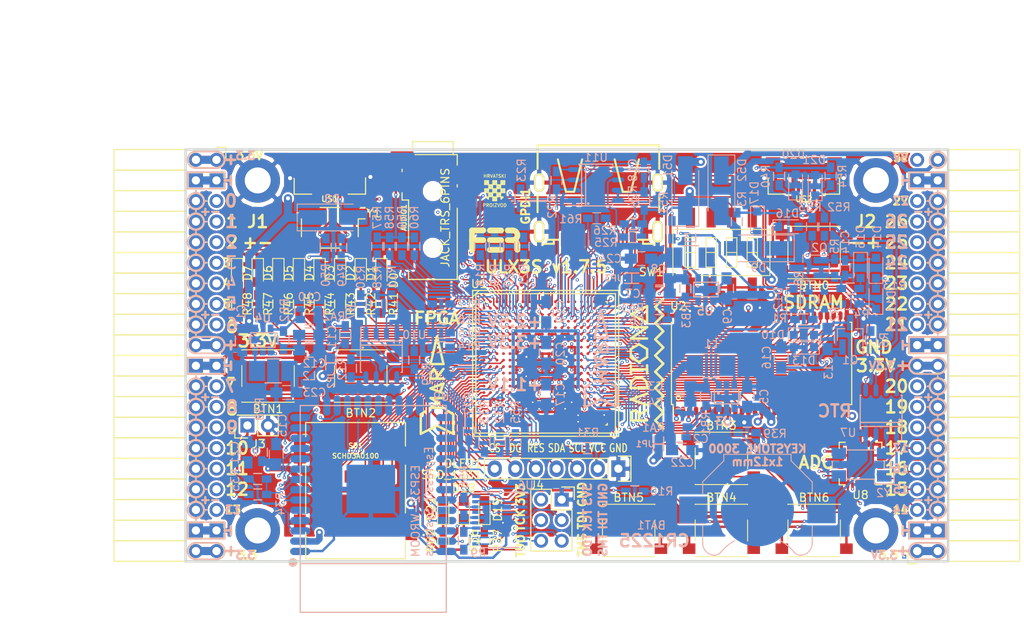
<source format=kicad_pcb>
(kicad_pcb (version 4) (host pcbnew 4.0.7+dfsg1-1)
  (layers (0 F.Cu signal) (1 In1.Cu signal) (2 In2.Cu signal) (31 B.Cu signal) (34 B.Paste user) (35 F.Paste user) (36 B.SilkS user) (37 F.SilkS user) (38 B.Mask user) (39 F.Mask user) (44 Edge.Cuts user))
  (net 0 "")
  (net 1 GND)
  (net 2 +5V)
  (net 3 /gpio/IN5V)
  (net 4 /gpio/OUT5V)
  (net 5 +3V3)
  (net 6 BTN_D)
  (net 7 BTN_F1)
  (net 8 BTN_F2)
  (net 9 BTN_L)
  (net 10 BTN_R)
  (net 11 BTN_U)
  (net 12 /power/FB1)
  (net 13 +2V5)
  (net 14 /power/PWREN)
  (net 15 /power/FB3)
  (net 16 /power/FB2)
  (net 17 "Net-(D9-Pad1)")
  (net 18 /power/VBAT)
  (net 19 JTAG_TDI)
  (net 20 JTAG_TCK)
  (net 21 JTAG_TMS)
  (net 22 JTAG_TDO)
  (net 23 /power/WAKEUPn)
  (net 24 /power/WKUP)
  (net 25 /power/SHUT)
  (net 26 /power/WAKE)
  (net 27 /power/HOLD)
  (net 28 /power/WKn)
  (net 29 /power/OSCI_32k)
  (net 30 /power/OSCO_32k)
  (net 31 "Net-(Q2-Pad3)")
  (net 32 SHUTDOWN)
  (net 33 /analog/AUDIO_L)
  (net 34 /analog/AUDIO_R)
  (net 35 GPDI_5V_SCL)
  (net 36 GPDI_5V_SDA)
  (net 37 GPDI_SDA)
  (net 38 GPDI_SCL)
  (net 39 /gpdi/VREF2)
  (net 40 SD_CMD)
  (net 41 SD_CLK)
  (net 42 SD_D0)
  (net 43 SD_D1)
  (net 44 USB5V)
  (net 45 GPDI_CEC)
  (net 46 nRESET)
  (net 47 FTDI_nDTR)
  (net 48 SDRAM_CKE)
  (net 49 SDRAM_A7)
  (net 50 SDRAM_D15)
  (net 51 SDRAM_BA1)
  (net 52 SDRAM_D7)
  (net 53 SDRAM_A6)
  (net 54 SDRAM_CLK)
  (net 55 SDRAM_D13)
  (net 56 SDRAM_BA0)
  (net 57 SDRAM_D6)
  (net 58 SDRAM_A5)
  (net 59 SDRAM_D14)
  (net 60 SDRAM_A11)
  (net 61 SDRAM_D12)
  (net 62 SDRAM_D5)
  (net 63 SDRAM_A4)
  (net 64 SDRAM_A10)
  (net 65 SDRAM_D11)
  (net 66 SDRAM_A3)
  (net 67 SDRAM_D4)
  (net 68 SDRAM_D10)
  (net 69 SDRAM_D9)
  (net 70 SDRAM_A9)
  (net 71 SDRAM_D3)
  (net 72 SDRAM_D8)
  (net 73 SDRAM_A8)
  (net 74 SDRAM_A2)
  (net 75 SDRAM_A1)
  (net 76 SDRAM_A0)
  (net 77 SDRAM_D2)
  (net 78 SDRAM_D1)
  (net 79 SDRAM_D0)
  (net 80 SDRAM_DQM0)
  (net 81 SDRAM_nCS)
  (net 82 SDRAM_nRAS)
  (net 83 SDRAM_DQM1)
  (net 84 SDRAM_nCAS)
  (net 85 SDRAM_nWE)
  (net 86 /flash/FLASH_nWP)
  (net 87 /flash/FLASH_nHOLD)
  (net 88 /flash/FLASH_MOSI)
  (net 89 /flash/FLASH_MISO)
  (net 90 /flash/FLASH_SCK)
  (net 91 /flash/FLASH_nCS)
  (net 92 /flash/FPGA_PROGRAMN)
  (net 93 /flash/FPGA_DONE)
  (net 94 /flash/FPGA_INITN)
  (net 95 OLED_RES)
  (net 96 OLED_DC)
  (net 97 OLED_CS)
  (net 98 WIFI_EN)
  (net 99 FTDI_nRTS)
  (net 100 FTDI_TXD)
  (net 101 FTDI_RXD)
  (net 102 WIFI_RXD)
  (net 103 WIFI_GPIO0)
  (net 104 WIFI_TXD)
  (net 105 GPDI_ETH-)
  (net 106 GPDI_ETH+)
  (net 107 GPDI_D2+)
  (net 108 GPDI_D2-)
  (net 109 GPDI_D1+)
  (net 110 GPDI_D1-)
  (net 111 GPDI_D0+)
  (net 112 GPDI_D0-)
  (net 113 GPDI_CLK+)
  (net 114 GPDI_CLK-)
  (net 115 USB_FTDI_D+)
  (net 116 USB_FTDI_D-)
  (net 117 J1_17-)
  (net 118 J1_17+)
  (net 119 J1_23-)
  (net 120 J1_23+)
  (net 121 J1_25-)
  (net 122 J1_25+)
  (net 123 J1_27-)
  (net 124 J1_27+)
  (net 125 J1_29-)
  (net 126 J1_29+)
  (net 127 J1_31-)
  (net 128 J1_31+)
  (net 129 J1_33-)
  (net 130 J1_33+)
  (net 131 J1_35-)
  (net 132 J1_35+)
  (net 133 J2_5-)
  (net 134 J2_5+)
  (net 135 J2_7-)
  (net 136 J2_7+)
  (net 137 J2_9-)
  (net 138 J2_9+)
  (net 139 J2_13-)
  (net 140 J2_13+)
  (net 141 J2_17-)
  (net 142 J2_17+)
  (net 143 J2_11-)
  (net 144 J2_11+)
  (net 145 J2_23-)
  (net 146 J2_23+)
  (net 147 J1_5-)
  (net 148 J1_5+)
  (net 149 J1_7-)
  (net 150 J1_7+)
  (net 151 J1_9-)
  (net 152 J1_9+)
  (net 153 J1_11-)
  (net 154 J1_11+)
  (net 155 J1_13-)
  (net 156 J1_13+)
  (net 157 J1_15-)
  (net 158 J1_15+)
  (net 159 J2_15-)
  (net 160 J2_15+)
  (net 161 J2_25-)
  (net 162 J2_25+)
  (net 163 J2_27-)
  (net 164 J2_27+)
  (net 165 J2_29-)
  (net 166 J2_29+)
  (net 167 J2_31-)
  (net 168 J2_31+)
  (net 169 J2_33-)
  (net 170 J2_33+)
  (net 171 J2_35-)
  (net 172 J2_35+)
  (net 173 SD_D3)
  (net 174 AUDIO_L3)
  (net 175 AUDIO_L2)
  (net 176 AUDIO_L1)
  (net 177 AUDIO_L0)
  (net 178 AUDIO_R3)
  (net 179 AUDIO_R2)
  (net 180 AUDIO_R1)
  (net 181 AUDIO_R0)
  (net 182 OLED_CLK)
  (net 183 OLED_MOSI)
  (net 184 LED0)
  (net 185 LED1)
  (net 186 LED2)
  (net 187 LED3)
  (net 188 LED4)
  (net 189 LED5)
  (net 190 LED6)
  (net 191 LED7)
  (net 192 BTN_PWRn)
  (net 193 FTDI_nTXLED)
  (net 194 FTDI_nSLEEP)
  (net 195 /blinkey/LED_PWREN)
  (net 196 /blinkey/LED_TXLED)
  (net 197 FT3V3)
  (net 198 /sdcard/SD3V3)
  (net 199 SD_D2)
  (net 200 CLK_25MHz)
  (net 201 /blinkey/BTNPUL)
  (net 202 /blinkey/BTNPUR)
  (net 203 USB_FPGA_D+)
  (net 204 /power/FTDI_nSUSPEND)
  (net 205 /blinkey/ALED0)
  (net 206 /blinkey/ALED1)
  (net 207 /blinkey/ALED2)
  (net 208 /blinkey/ALED3)
  (net 209 /blinkey/ALED4)
  (net 210 /blinkey/ALED5)
  (net 211 /blinkey/ALED6)
  (net 212 /blinkey/ALED7)
  (net 213 /usb/FTD-)
  (net 214 /usb/FTD+)
  (net 215 ADC_MISO)
  (net 216 ADC_MOSI)
  (net 217 ADC_CSn)
  (net 218 ADC_SCLK)
  (net 219 SW3)
  (net 220 SW2)
  (net 221 SW1)
  (net 222 USB_FPGA_D-)
  (net 223 /usb/FPD+)
  (net 224 /usb/FPD-)
  (net 225 WIFI_GPIO16)
  (net 226 WIFI_GPIO15)
  (net 227 /usb/ANT_433MHz)
  (net 228 /power/PWRBTn)
  (net 229 PROG_DONE)
  (net 230 /power/P3V3)
  (net 231 /power/P2V5)
  (net 232 /power/L1)
  (net 233 /power/L3)
  (net 234 /power/L2)
  (net 235 FTDI_TXDEN)
  (net 236 SDRAM_A12)
  (net 237 /analog/AUDIO_V)
  (net 238 AUDIO_V3)
  (net 239 AUDIO_V2)
  (net 240 AUDIO_V1)
  (net 241 AUDIO_V0)
  (net 242 /gpdi/FPGA_CEC)
  (net 243 /blinkey/LED_WIFI)
  (net 244 WIFI_GPIO2)
  (net 245 /power/P1V1)
  (net 246 +1V1)
  (net 247 SW4)
  (net 248 /blinkey/SWPU)
  (net 249 /wifi/WIFIEN)
  (module Socket_Strips:Socket_Strip_Angled_2x20 (layer F.Cu) (at 97.91 62.69 270)
    (fp_text reference J1 (at 7.62 -5.08 360) (layer F.SilkS) (effects (font (size 1.5 1.5) (thickness 0.3))))
    (fp_text value CONN_02X20 hide)
    (pad 1 thru_hole oval (at 0 0 270) (size 1.7272 1.7272) (drill 1.016) (layers *.Cu *.Mask) (net 5 +3V3))
    (pad 2 thru_hole oval (at 0 2.54 270) (size 1.7272 1.7272) (drill 1.016) (layers *.Cu *.Mask) (net 5 +3V3))
    (pad 3 thru_hole rect (at 2.54 0 270) (size 1.7272 1.7272) (drill 1.016) (layers *.Cu *.Mask) (net 1 GND))
    (pad 4 thru_hole rect (at 2.54 2.54 270) (size 1.7272 1.7272) (drill 1.016) (layers *.Cu *.Mask) (net 1 GND))
    (pad 5 thru_hole oval (at 5.08 0 270) (size 1.7272 1.7272) (drill 1.016) (layers *.Cu *.Mask) (net 147 J1_5-))
    (pad 6 thru_hole oval (at 5.08 2.54 270) (size 1.7272 1.7272) (drill 1.016) (layers *.Cu *.Mask) (net 148 J1_5+))
    (pad 7 thru_hole oval (at 7.62 0 270) (size 1.7272 1.7272) (drill 1.016) (layers *.Cu *.Mask) (net 149 J1_7-))
    (pad 8 thru_hole oval (at 7.62 2.54 270) (size 1.7272 1.7272) (drill 1.016) (layers *.Cu *.Mask) (net 150 J1_7+))
    (pad 9 thru_hole oval (at 10.16 0 270) (size 1.7272 1.7272) (drill 1.016) (layers *.Cu *.Mask) (net 151 J1_9-))
    (pad 10 thru_hole oval (at 10.16 2.54 270) (size 1.7272 1.7272) (drill 1.016) (layers *.Cu *.Mask) (net 152 J1_9+))
    (pad 11 thru_hole oval (at 12.7 0 270) (size 1.7272 1.7272) (drill 1.016) (layers *.Cu *.Mask) (net 153 J1_11-))
    (pad 12 thru_hole oval (at 12.7 2.54 270) (size 1.7272 1.7272) (drill 1.016) (layers *.Cu *.Mask) (net 154 J1_11+))
    (pad 13 thru_hole oval (at 15.24 0 270) (size 1.7272 1.7272) (drill 1.016) (layers *.Cu *.Mask) (net 155 J1_13-))
    (pad 14 thru_hole oval (at 15.24 2.54 270) (size 1.7272 1.7272) (drill 1.016) (layers *.Cu *.Mask) (net 156 J1_13+))
    (pad 15 thru_hole oval (at 17.78 0 270) (size 1.7272 1.7272) (drill 1.016) (layers *.Cu *.Mask) (net 157 J1_15-))
    (pad 16 thru_hole oval (at 17.78 2.54 270) (size 1.7272 1.7272) (drill 1.016) (layers *.Cu *.Mask) (net 158 J1_15+))
    (pad 17 thru_hole oval (at 20.32 0 270) (size 1.7272 1.7272) (drill 1.016) (layers *.Cu *.Mask) (net 117 J1_17-))
    (pad 18 thru_hole oval (at 20.32 2.54 270) (size 1.7272 1.7272) (drill 1.016) (layers *.Cu *.Mask) (net 118 J1_17+))
    (pad 19 thru_hole oval (at 22.86 0 270) (size 1.7272 1.7272) (drill 1.016) (layers *.Cu *.Mask) (net 5 +3V3))
    (pad 20 thru_hole oval (at 22.86 2.54 270) (size 1.7272 1.7272) (drill 1.016) (layers *.Cu *.Mask) (net 5 +3V3))
    (pad 21 thru_hole rect (at 25.4 0 270) (size 1.7272 1.7272) (drill 1.016) (layers *.Cu *.Mask) (net 1 GND))
    (pad 22 thru_hole rect (at 25.4 2.54 270) (size 1.7272 1.7272) (drill 1.016) (layers *.Cu *.Mask) (net 1 GND))
    (pad 23 thru_hole oval (at 27.94 0 270) (size 1.7272 1.7272) (drill 1.016) (layers *.Cu *.Mask) (net 119 J1_23-))
    (pad 24 thru_hole oval (at 27.94 2.54 270) (size 1.7272 1.7272) (drill 1.016) (layers *.Cu *.Mask) (net 120 J1_23+))
    (pad 25 thru_hole oval (at 30.48 0 270) (size 1.7272 1.7272) (drill 1.016) (layers *.Cu *.Mask) (net 121 J1_25-))
    (pad 26 thru_hole oval (at 30.48 2.54 270) (size 1.7272 1.7272) (drill 1.016) (layers *.Cu *.Mask) (net 122 J1_25+))
    (pad 27 thru_hole oval (at 33.02 0 270) (size 1.7272 1.7272) (drill 1.016) (layers *.Cu *.Mask) (net 123 J1_27-))
    (pad 28 thru_hole oval (at 33.02 2.54 270) (size 1.7272 1.7272) (drill 1.016) (layers *.Cu *.Mask) (net 124 J1_27+))
    (pad 29 thru_hole oval (at 35.56 0 270) (size 1.7272 1.7272) (drill 1.016) (layers *.Cu *.Mask) (net 125 J1_29-))
    (pad 30 thru_hole oval (at 35.56 2.54 270) (size 1.7272 1.7272) (drill 1.016) (layers *.Cu *.Mask) (net 126 J1_29+))
    (pad 31 thru_hole oval (at 38.1 0 270) (size 1.7272 1.7272) (drill 1.016) (layers *.Cu *.Mask) (net 127 J1_31-))
    (pad 32 thru_hole oval (at 38.1 2.54 270) (size 1.7272 1.7272) (drill 1.016) (layers *.Cu *.Mask) (net 128 J1_31+))
    (pad 33 thru_hole oval (at 40.64 0 270) (size 1.7272 1.7272) (drill 1.016) (layers *.Cu *.Mask) (net 129 J1_33-))
    (pad 34 thru_hole oval (at 40.64 2.54 270) (size 1.7272 1.7272) (drill 1.016) (layers *.Cu *.Mask) (net 130 J1_33+))
    (pad 35 thru_hole oval (at 43.18 0 270) (size 1.7272 1.7272) (drill 1.016) (layers *.Cu *.Mask) (net 131 J1_35-))
    (pad 36 thru_hole oval (at 43.18 2.54 270) (size 1.7272 1.7272) (drill 1.016) (layers *.Cu *.Mask) (net 132 J1_35+))
    (pad 37 thru_hole rect (at 45.72 0 270) (size 1.7272 1.7272) (drill 1.016) (layers *.Cu *.Mask) (net 1 GND))
    (pad 38 thru_hole rect (at 45.72 2.54 270) (size 1.7272 1.7272) (drill 1.016) (layers *.Cu *.Mask) (net 1 GND))
    (pad 39 thru_hole oval (at 48.26 0 270) (size 1.7272 1.7272) (drill 1.016) (layers *.Cu *.Mask) (net 5 +3V3))
    (pad 40 thru_hole oval (at 48.26 2.54 270) (size 1.7272 1.7272) (drill 1.016) (layers *.Cu *.Mask) (net 5 +3V3))
  )
  (module SMD_Packages:1Pin (layer F.Cu) (at 182.67515 111.637626)
    (fp_text reference AE1 hide)
    (fp_text value 433MHz hide)
    (pad 1 smd rect (at 0 0) (size 0.5 0.5) (layers B.Cu F.Paste F.Mask) (net 227 /usb/ANT_433MHz))
  )
  (module Resistors_SMD:R_0603_HandSoldering (layer B.Cu) (at 103.498 98.758 90)
    (fp_text reference R38 (at 5.334 -0.254 90) (layer B.SilkS) (effects (justify mirror)))
    (fp_text value 0.47)
    (pad 1 smd rect (at -1.1 0 90) (size 1.2 0.9) (layers B.Cu B.Paste B.Mask) (net 198 /sdcard/SD3V3))
    (pad 2 smd rect (at 1.1 0 90) (size 1.2 0.9) (layers B.Cu B.Paste B.Mask) (net 5 +3V3))
  )
  (module jumper:SOLDER-JUMPER_1-WAY (layer B.Cu) (at 152.393 97.742 270)
    (fp_text reference JP1 (at 0 1.778 360) (layer B.SilkS) (effects (font (size 0.762 0.762) (thickness 0.1524)) (justify mirror)))
    (fp_text value 1.2 hide)
    (pad 1 smd rect (at -0.6 0 270) (size 1 1) (layers B.Cu B.Paste B.Mask) (net 245 /power/P1V1))
    (pad 2 smd rect (at 0.6 0 270) (size 1 1) (layers B.Cu B.Paste B.Mask) (net 246 +1V1))
  )
  (module Diodes_SMD:D_SMA_Handsoldering (layer B.Cu) (at 155.695 66.5 90)
    (fp_text reference D51 (at 3.048 -2.159 90) (layer B.SilkS) (effects (justify mirror)))
    (fp_text value STPS2L30AF hide)
    (pad 1 smd rect (at -2.5 0 90) (size 3.5 1.8) (layers B.Cu B.Paste B.Mask) (net 2 +5V))
    (pad 2 smd rect (at 2.5 0 90) (size 3.5 1.8) (layers B.Cu B.Paste B.Mask) (net 3 /gpio/IN5V))
  )
  (module Resistors_SMD:R_0603_HandSoldering (layer B.Cu) (at 154.044 71.326 90)
    (fp_text reference R51 (at 3.302 -1.016 90) (layer B.SilkS) (effects (justify mirror)))
    (fp_text value 150)
    (pad 1 smd rect (at -1.1 0 90) (size 1.2 0.9) (layers B.Cu B.Paste B.Mask) (net 5 +3V3))
    (pad 2 smd rect (at 1.1 0 90) (size 1.2 0.9) (layers B.Cu B.Paste B.Mask) (net 248 /blinkey/SWPU))
  )
  (module Resistors_SMD:R_1210_HandSoldering (layer B.Cu) (at 158.87 88.09 180)
    (fp_text reference L1 (at 0 2.7 180) (layer B.SilkS) (effects (justify mirror)))
    (fp_text value 2.2uH)
    (pad 1 smd rect (at -2 0 180) (size 2 2.5) (layers B.Cu B.Paste B.Mask) (net 232 /power/L1))
    (pad 2 smd rect (at 2 0 180) (size 2 2.5) (layers B.Cu B.Paste B.Mask) (net 245 /power/P1V1))
  )
  (module TSOT-25:TSOT-25 (layer B.Cu) (at 160.775 91.9)
    (fp_text reference U3 (at -0.381 3.048) (layer B.SilkS) (effects (font (thickness 0.2)) (justify mirror)))
    (fp_text value DIO6015)
    (pad 1 smd rect (at -0.95 -1.3) (size 0.7 1.2) (layers B.Cu B.Paste B.Mask) (net 14 /power/PWREN))
    (pad 2 smd rect (at 0 -1.3) (size 0.7 1.2) (layers B.Cu B.Paste B.Mask) (net 1 GND))
    (pad 3 smd rect (at 0.95 -1.3) (size 0.7 1.2) (layers B.Cu B.Paste B.Mask) (net 232 /power/L1))
    (pad 4 smd rect (at 0.95 1.3) (size 0.7 1.2) (layers B.Cu B.Paste B.Mask) (net 2 +5V))
    (pad 5 smd rect (at -0.95 1.3) (size 0.7 1.2) (layers B.Cu B.Paste B.Mask) (net 12 /power/FB1))
  )
  (module Resistors_SMD:R_1210_HandSoldering (layer B.Cu) (at 104.895 88.725)
    (fp_text reference L2 (at 4.445 0.635) (layer B.SilkS) (effects (justify mirror)))
    (fp_text value 2.2uH)
    (pad 1 smd rect (at -2 0) (size 2 2.5) (layers B.Cu B.Paste B.Mask) (net 234 /power/L2))
    (pad 2 smd rect (at 2 0) (size 2 2.5) (layers B.Cu B.Paste B.Mask) (net 231 /power/P2V5))
  )
  (module TSOT-25:TSOT-25 (layer B.Cu) (at 103.625 84.915 180)
    (fp_text reference U4 (at 0 2.697 180) (layer B.SilkS) (effects (font (thickness 0.2)) (justify mirror)))
    (fp_text value LX7172)
    (pad 1 smd rect (at -0.95 -1.3 180) (size 0.7 1.2) (layers B.Cu B.Paste B.Mask) (net 14 /power/PWREN))
    (pad 2 smd rect (at 0 -1.3 180) (size 0.7 1.2) (layers B.Cu B.Paste B.Mask) (net 1 GND))
    (pad 3 smd rect (at 0.95 -1.3 180) (size 0.7 1.2) (layers B.Cu B.Paste B.Mask) (net 234 /power/L2))
    (pad 4 smd rect (at 0.95 1.3 180) (size 0.7 1.2) (layers B.Cu B.Paste B.Mask) (net 2 +5V))
    (pad 5 smd rect (at -0.95 1.3 180) (size 0.7 1.2) (layers B.Cu B.Paste B.Mask) (net 16 /power/FB2))
  )
  (module Resistors_SMD:R_1210_HandSoldering (layer B.Cu) (at 156.33 74.755 180)
    (fp_text reference L3 (at 0 2.413 180) (layer B.SilkS) (effects (justify mirror)))
    (fp_text value 2.2uH)
    (pad 1 smd rect (at -2 0 180) (size 2 2.5) (layers B.Cu B.Paste B.Mask) (net 233 /power/L3))
    (pad 2 smd rect (at 2 0 180) (size 2 2.5) (layers B.Cu B.Paste B.Mask) (net 230 /power/P3V3))
  )
  (module TSOT-25:TSOT-25 (layer B.Cu) (at 158.235 78.692)
    (fp_text reference U5 (at -0.127 2.667) (layer B.SilkS) (effects (font (thickness 0.2)) (justify mirror)))
    (fp_text value TLV62569DBV)
    (pad 1 smd rect (at -0.95 -1.3) (size 0.7 1.2) (layers B.Cu B.Paste B.Mask) (net 14 /power/PWREN))
    (pad 2 smd rect (at 0 -1.3) (size 0.7 1.2) (layers B.Cu B.Paste B.Mask) (net 1 GND))
    (pad 3 smd rect (at 0.95 -1.3) (size 0.7 1.2) (layers B.Cu B.Paste B.Mask) (net 233 /power/L3))
    (pad 4 smd rect (at 0.95 1.3) (size 0.7 1.2) (layers B.Cu B.Paste B.Mask) (net 2 +5V))
    (pad 5 smd rect (at -0.95 1.3) (size 0.7 1.2) (layers B.Cu B.Paste B.Mask) (net 15 /power/FB3))
  )
  (module Capacitors_SMD:C_0805_HandSoldering (layer B.Cu) (at 101.085 84.915 270)
    (fp_text reference C1 (at -3.429 0.127 270) (layer B.SilkS) (effects (justify mirror)))
    (fp_text value 22uF)
    (pad 1 smd rect (at -1.25 0 270) (size 1.5 1.25) (layers B.Cu B.Paste B.Mask) (net 2 +5V))
    (pad 2 smd rect (at 1.25 0 270) (size 1.5 1.25) (layers B.Cu B.Paste B.Mask) (net 1 GND))
  )
  (module Capacitors_SMD:C_0805_HandSoldering (layer B.Cu) (at 155.06 90.63)
    (fp_text reference C3 (at -3.048 0) (layer B.SilkS) (effects (justify mirror)))
    (fp_text value 22uF)
    (pad 1 smd rect (at -1.25 0) (size 1.5 1.25) (layers B.Cu B.Paste B.Mask) (net 245 /power/P1V1))
    (pad 2 smd rect (at 1.25 0) (size 1.5 1.25) (layers B.Cu B.Paste B.Mask) (net 1 GND))
  )
  (module Capacitors_SMD:C_0805_HandSoldering (layer B.Cu) (at 155.06 92.535)
    (fp_text reference C4 (at -3.048 0.127) (layer B.SilkS) (effects (justify mirror)))
    (fp_text value 22uF)
    (pad 1 smd rect (at -1.25 0) (size 1.5 1.25) (layers B.Cu B.Paste B.Mask) (net 245 /power/P1V1))
    (pad 2 smd rect (at 1.25 0) (size 1.5 1.25) (layers B.Cu B.Paste B.Mask) (net 1 GND))
  )
  (module Capacitors_SMD:C_0805_HandSoldering (layer B.Cu) (at 163.315 91.9 90)
    (fp_text reference C5 (at 0 2.1 90) (layer B.SilkS) (effects (justify mirror)))
    (fp_text value 22uF)
    (pad 1 smd rect (at -1.25 0 90) (size 1.5 1.25) (layers B.Cu B.Paste B.Mask) (net 2 +5V))
    (pad 2 smd rect (at 1.25 0 90) (size 1.5 1.25) (layers B.Cu B.Paste B.Mask) (net 1 GND))
  )
  (module Capacitors_SMD:C_0805_HandSoldering (layer B.Cu) (at 152.52 79.2)
    (fp_text reference C7 (at -3.302 0) (layer B.SilkS) (effects (justify mirror)))
    (fp_text value 22uF)
    (pad 1 smd rect (at -1.25 0) (size 1.5 1.25) (layers B.Cu B.Paste B.Mask) (net 230 /power/P3V3))
    (pad 2 smd rect (at 1.25 0) (size 1.5 1.25) (layers B.Cu B.Paste B.Mask) (net 1 GND))
  )
  (module Capacitors_SMD:C_0805_HandSoldering (layer B.Cu) (at 152.52 77.295)
    (fp_text reference C8 (at -0.127 -1.143) (layer B.SilkS) (effects (justify mirror)))
    (fp_text value 22uF)
    (pad 1 smd rect (at -1.25 0) (size 1.5 1.25) (layers B.Cu B.Paste B.Mask) (net 230 /power/P3V3))
    (pad 2 smd rect (at 1.25 0) (size 1.5 1.25) (layers B.Cu B.Paste B.Mask) (net 1 GND))
  )
  (module Capacitors_SMD:C_0805_HandSoldering (layer B.Cu) (at 160.775 78.565 90)
    (fp_text reference C9 (at -3.429 0.127 90) (layer B.SilkS) (effects (justify mirror)))
    (fp_text value 22uF)
    (pad 1 smd rect (at -1.25 0 90) (size 1.5 1.25) (layers B.Cu B.Paste B.Mask) (net 2 +5V))
    (pad 2 smd rect (at 1.25 0 90) (size 1.5 1.25) (layers B.Cu B.Paste B.Mask) (net 1 GND))
  )
  (module Capacitors_SMD:C_0805_HandSoldering (layer B.Cu) (at 109.34 84.28 180)
    (fp_text reference C11 (at -2.794 -0.254 270) (layer B.SilkS) (effects (justify mirror)))
    (fp_text value 22uF)
    (pad 1 smd rect (at -1.25 0 180) (size 1.5 1.25) (layers B.Cu B.Paste B.Mask) (net 231 /power/P2V5))
    (pad 2 smd rect (at 1.25 0 180) (size 1.5 1.25) (layers B.Cu B.Paste B.Mask) (net 1 GND))
  )
  (module Capacitors_SMD:C_0805_HandSoldering (layer B.Cu) (at 109.34 86.185 180)
    (fp_text reference C12 (at -0.635 -1.615 360) (layer B.SilkS) (effects (justify mirror)))
    (fp_text value 22uF)
    (pad 1 smd rect (at -1.25 0 180) (size 1.5 1.25) (layers B.Cu B.Paste B.Mask) (net 231 /power/P2V5))
    (pad 2 smd rect (at 1.25 0 180) (size 1.5 1.25) (layers B.Cu B.Paste B.Mask) (net 1 GND))
  )
  (module Capacitors_SMD:C_0805_HandSoldering (layer B.Cu) (at 173.221 84.788 90)
    (fp_text reference C13 (at -3.556 0.127 90) (layer B.SilkS) (effects (justify mirror)))
    (fp_text value 2.2uF)
    (pad 1 smd rect (at -1.25 0 90) (size 1.5 1.25) (layers B.Cu B.Paste B.Mask) (net 2 +5V))
    (pad 2 smd rect (at 1.25 0 90) (size 1.5 1.25) (layers B.Cu B.Paste B.Mask) (net 24 /power/WKUP))
  )
  (module TO_SOT_Packages_SMD:SOT-23_Handsoldering (layer B.Cu) (at 176.015 84.28 90)
    (fp_text reference Q1 (at -3.1115 0 180) (layer B.SilkS) (effects (justify mirror)))
    (fp_text value BC857)
    (pad 1 smd rect (at -1.5 0.95 90) (size 1.9 0.8) (layers B.Cu B.Paste B.Mask) (net 28 /power/WKn))
    (pad 2 smd rect (at -1.5 -0.95 90) (size 1.9 0.8) (layers B.Cu B.Paste B.Mask) (net 2 +5V))
    (pad 3 smd rect (at 1.5 0 90) (size 1.9 0.8) (layers B.Cu B.Paste B.Mask) (net 24 /power/WKUP))
  )
  (module TO_SOT_Packages_SMD:SOT-23_Handsoldering (layer B.Cu) (at 170.935 76.025 180)
    (fp_text reference Q2 (at -1.295 2.5 180) (layer B.SilkS) (effects (justify mirror)))
    (fp_text value 2N7002)
    (pad 1 smd rect (at -1.5 0.95 180) (size 1.9 0.8) (layers B.Cu B.Paste B.Mask) (net 25 /power/SHUT))
    (pad 2 smd rect (at -1.5 -0.95 180) (size 1.9 0.8) (layers B.Cu B.Paste B.Mask) (net 1 GND))
    (pad 3 smd rect (at 1.5 0 180) (size 1.9 0.8) (layers B.Cu B.Paste B.Mask) (net 31 "Net-(Q2-Pad3)"))
  )
  (module Capacitors_SMD:C_0603_HandSoldering (layer B.Cu) (at 154.86 96.91)
    (fp_text reference C2 (at 2.74 0.197) (layer B.SilkS) (effects (justify mirror)))
    (fp_text value 470pF)
    (pad 1 smd rect (at -0.95 0) (size 1.2 0.75) (layers B.Cu B.Paste B.Mask) (net 245 /power/P1V1))
    (pad 2 smd rect (at 0.95 0) (size 1.2 0.75) (layers B.Cu B.Paste B.Mask) (net 12 /power/FB1))
  )
  (module Capacitors_SMD:C_0603_HandSoldering (layer B.Cu) (at 152.52 82.375)
    (fp_text reference C6 (at -2.794 0.127) (layer B.SilkS) (effects (justify mirror)))
    (fp_text value 470pF)
    (pad 1 smd rect (at -0.95 0) (size 1.2 0.75) (layers B.Cu B.Paste B.Mask) (net 230 /power/P3V3))
    (pad 2 smd rect (at 0.95 0) (size 1.2 0.75) (layers B.Cu B.Paste B.Mask) (net 15 /power/FB3))
  )
  (module Capacitors_SMD:C_0603_HandSoldering (layer B.Cu) (at 109.34 81.105 180)
    (fp_text reference C10 (at -0.04 1.505 180) (layer B.SilkS) (effects (justify mirror)))
    (fp_text value 470pF)
    (pad 1 smd rect (at -0.95 0 180) (size 1.2 0.75) (layers B.Cu B.Paste B.Mask) (net 231 /power/P2V5))
    (pad 2 smd rect (at 0.95 0 180) (size 1.2 0.75) (layers B.Cu B.Paste B.Mask) (net 16 /power/FB2))
  )
  (module Capacitors_SMD:C_0603_HandSoldering (layer B.Cu) (at 175.38 76.025 270)
    (fp_text reference C14 (at -3.175 0 270) (layer B.SilkS) (effects (justify mirror)))
    (fp_text value 100nF)
    (pad 1 smd rect (at -0.95 0 270) (size 1.2 0.75) (layers B.Cu B.Paste B.Mask) (net 25 /power/SHUT))
    (pad 2 smd rect (at 0.95 0 270) (size 1.2 0.75) (layers B.Cu B.Paste B.Mask) (net 1 GND))
  )
  (module Resistors_SMD:R_0603_HandSoldering (layer B.Cu) (at 170.3 82.375)
    (fp_text reference R1 (at -3.048 -0.127) (layer B.SilkS) (effects (justify mirror)))
    (fp_text value 15k)
    (pad 1 smd rect (at -1.1 0) (size 1.2 0.9) (layers B.Cu B.Paste B.Mask) (net 26 /power/WAKE))
    (pad 2 smd rect (at 1.1 0) (size 1.2 0.9) (layers B.Cu B.Paste B.Mask) (net 14 /power/PWREN))
  )
  (module Resistors_SMD:R_0603_HandSoldering (layer B.Cu) (at 172.84 79.835 90)
    (fp_text reference R2 (at -1.905 1.27 90) (layer B.SilkS) (effects (justify mirror)))
    (fp_text value 47k)
    (pad 1 smd rect (at -1.1 0 90) (size 1.2 0.9) (layers B.Cu B.Paste B.Mask) (net 14 /power/PWREN))
    (pad 2 smd rect (at 1.1 0 90) (size 1.2 0.9) (layers B.Cu B.Paste B.Mask) (net 1 GND))
  )
  (module Resistors_SMD:R_0603_HandSoldering (layer B.Cu) (at 176.015 80.47 180)
    (fp_text reference R4 (at -1.397 -1.27 360) (layer B.SilkS) (effects (justify mirror)))
    (fp_text value 15k)
    (pad 1 smd rect (at -1.1 0 180) (size 1.2 0.9) (layers B.Cu B.Paste B.Mask) (net 27 /power/HOLD))
    (pad 2 smd rect (at 1.1 0 180) (size 1.2 0.9) (layers B.Cu B.Paste B.Mask) (net 14 /power/PWREN))
  )
  (module Resistors_SMD:R_0603_HandSoldering (layer B.Cu) (at 174.11 76.025 270)
    (fp_text reference R5 (at -2.667 0 270) (layer B.SilkS) (effects (justify mirror)))
    (fp_text value 4.7M)
    (pad 1 smd rect (at -1.1 0 270) (size 1.2 0.9) (layers B.Cu B.Paste B.Mask) (net 25 /power/SHUT))
    (pad 2 smd rect (at 1.1 0 270) (size 1.2 0.9) (layers B.Cu B.Paste B.Mask) (net 1 GND))
  )
  (module Resistors_SMD:R_0603_HandSoldering (layer B.Cu) (at 178.555 84.915 270)
    (fp_text reference R6 (at 0 -1.651 270) (layer B.SilkS) (effects (justify mirror)))
    (fp_text value 1k)
    (pad 1 smd rect (at -1.1 0 270) (size 1.2 0.9) (layers B.Cu B.Paste B.Mask) (net 28 /power/WKn))
    (pad 2 smd rect (at 1.1 0 270) (size 1.2 0.9) (layers B.Cu B.Paste B.Mask) (net 23 /power/WAKEUPn))
  )
  (module Resistors_SMD:R_0603_HandSoldering (layer B.Cu) (at 113.785 84.28 270)
    (fp_text reference R7 (at -2.794 -0.635 270) (layer B.SilkS) (effects (justify mirror)))
    (fp_text value 150)
    (pad 1 smd rect (at -1.1 0 270) (size 1.2 0.9) (layers B.Cu B.Paste B.Mask) (net 5 +3V3))
    (pad 2 smd rect (at 1.1 0 270) (size 1.2 0.9) (layers B.Cu B.Paste B.Mask) (net 201 /blinkey/BTNPUL))
  )
  (module Resistors_SMD:R_0603_HandSoldering (layer B.Cu) (at 170.935 79.835 90)
    (fp_text reference R8 (at 2.54 -1.27 90) (layer B.SilkS) (effects (justify mirror)))
    (fp_text value 1k)
    (pad 1 smd rect (at -1.1 0 90) (size 1.2 0.9) (layers B.Cu B.Paste B.Mask) (net 14 /power/PWREN))
    (pad 2 smd rect (at 1.1 0 90) (size 1.2 0.9) (layers B.Cu B.Paste B.Mask) (net 31 "Net-(Q2-Pad3)"))
  )
  (module Resistors_SMD:R_0603_HandSoldering (layer B.Cu) (at 128.39 109.68 270)
    (fp_text reference R9 (at 1.524 -1.778 360) (layer B.SilkS) (effects (justify mirror)))
    (fp_text value 15k)
    (pad 1 smd rect (at -1.1 0 270) (size 1.2 0.9) (layers B.Cu B.Paste B.Mask) (net 46 nRESET))
    (pad 2 smd rect (at 1.1 0 270) (size 1.2 0.9) (layers B.Cu B.Paste B.Mask) (net 197 FT3V3))
  )
  (module Resistors_SMD:R_0603_HandSoldering (layer B.Cu) (at 149.472 103.584 180)
    (fp_text reference R10 (at -3.302 0 180) (layer B.SilkS) (effects (justify mirror)))
    (fp_text value 150)
    (pad 1 smd rect (at -1.1 0 180) (size 1.2 0.9) (layers B.Cu B.Paste B.Mask) (net 204 /power/FTDI_nSUSPEND))
    (pad 2 smd rect (at 1.1 0 180) (size 1.2 0.9) (layers B.Cu B.Paste B.Mask) (net 194 FTDI_nSLEEP))
  )
  (module Resistors_SMD:R_0603_HandSoldering (layer B.Cu) (at 176.015 78.565 180)
    (fp_text reference R13 (at -5.461 0.381 180) (layer B.SilkS) (effects (justify mirror)))
    (fp_text value 15k)
    (pad 1 smd rect (at -1.1 0 180) (size 1.2 0.9) (layers B.Cu B.Paste B.Mask) (net 32 SHUTDOWN))
    (pad 2 smd rect (at 1.1 0 180) (size 1.2 0.9) (layers B.Cu B.Paste B.Mask) (net 1 GND))
  )
  (module Resistors_SMD:R_0603_HandSoldering (layer B.Cu) (at 154.86 95.64)
    (fp_text reference RA1 (at -3.102 0.07) (layer B.SilkS) (effects (justify mirror)))
    (fp_text value 15k)
    (pad 1 smd rect (at -1.1 0) (size 1.2 0.9) (layers B.Cu B.Paste B.Mask) (net 245 /power/P1V1))
    (pad 2 smd rect (at 1.1 0) (size 1.2 0.9) (layers B.Cu B.Paste B.Mask) (net 12 /power/FB1))
  )
  (module Resistors_SMD:R_0603_HandSoldering (layer B.Cu) (at 109.34 82.375 180)
    (fp_text reference RA2 (at -3.048 0.381 360) (layer B.SilkS) (effects (justify mirror)))
    (fp_text value 15k)
    (pad 1 smd rect (at -1.1 0 180) (size 1.2 0.9) (layers B.Cu B.Paste B.Mask) (net 231 /power/P2V5))
    (pad 2 smd rect (at 1.1 0 180) (size 1.2 0.9) (layers B.Cu B.Paste B.Mask) (net 16 /power/FB2))
  )
  (module Resistors_SMD:R_0603_HandSoldering (layer B.Cu) (at 152.52 81.105)
    (fp_text reference RA3 (at -3.302 -0.127) (layer B.SilkS) (effects (justify mirror)))
    (fp_text value 15k)
    (pad 1 smd rect (at -1.1 0) (size 1.2 0.9) (layers B.Cu B.Paste B.Mask) (net 230 /power/P3V3))
    (pad 2 smd rect (at 1.1 0) (size 1.2 0.9) (layers B.Cu B.Paste B.Mask) (net 15 /power/FB3))
  )
  (module Resistors_SMD:R_0603_HandSoldering (layer B.Cu) (at 158.235 91.9 270)
    (fp_text reference RB1 (at 3.302 0 270) (layer B.SilkS) (effects (justify mirror)))
    (fp_text value 18k)
    (pad 1 smd rect (at -1.1 0 270) (size 1.2 0.9) (layers B.Cu B.Paste B.Mask) (net 1 GND))
    (pad 2 smd rect (at 1.1 0 270) (size 1.2 0.9) (layers B.Cu B.Paste B.Mask) (net 12 /power/FB1))
  )
  (module Resistors_SMD:R_0603_HandSoldering (layer B.Cu) (at 106.165 84.915 90)
    (fp_text reference RB2 (at 3.683 0.127 90) (layer B.SilkS) (effects (justify mirror)))
    (fp_text value 4.7k)
    (pad 1 smd rect (at -1.1 0 90) (size 1.2 0.9) (layers B.Cu B.Paste B.Mask) (net 1 GND))
    (pad 2 smd rect (at 1.1 0 90) (size 1.2 0.9) (layers B.Cu B.Paste B.Mask) (net 16 /power/FB2))
  )
  (module Resistors_SMD:R_0603_HandSoldering (layer B.Cu) (at 155.695 78.565 270)
    (fp_text reference RB3 (at 3.429 -0.127 270) (layer B.SilkS) (effects (justify mirror)))
    (fp_text value 3.3k)
    (pad 1 smd rect (at -1.1 0 270) (size 1.2 0.9) (layers B.Cu B.Paste B.Mask) (net 1 GND))
    (pad 2 smd rect (at 1.1 0 270) (size 1.2 0.9) (layers B.Cu B.Paste B.Mask) (net 15 /power/FB3))
  )
  (module Resistors_SMD:R_0603_HandSoldering (layer B.Cu) (at 125.596 85.804 180)
    (fp_text reference R14 (at -3.47 0.127 180) (layer B.SilkS) (effects (justify mirror)))
    (fp_text value 1.2k)
    (pad 1 smd rect (at -1.1 0 180) (size 1.2 0.9) (layers B.Cu B.Paste B.Mask) (net 174 AUDIO_L3))
    (pad 2 smd rect (at 1.1 0 180) (size 1.2 0.9) (layers B.Cu B.Paste B.Mask) (net 33 /analog/AUDIO_L))
  )
  (module Resistors_SMD:R_0603_HandSoldering (layer B.Cu) (at 125.596 84.026 180)
    (fp_text reference R15 (at -3.47 -0.001 180) (layer B.SilkS) (effects (justify mirror)))
    (fp_text value 680)
    (pad 1 smd rect (at -1.1 0 180) (size 1.2 0.9) (layers B.Cu B.Paste B.Mask) (net 175 AUDIO_L2))
    (pad 2 smd rect (at 1.1 0 180) (size 1.2 0.9) (layers B.Cu B.Paste B.Mask) (net 33 /analog/AUDIO_L))
  )
  (module Resistors_SMD:R_0603_HandSoldering (layer B.Cu) (at 125.596 82.248 180)
    (fp_text reference R16 (at -3.47 -0.127 180) (layer B.SilkS) (effects (justify mirror)))
    (fp_text value 330)
    (pad 1 smd rect (at -1.1 0 180) (size 1.2 0.9) (layers B.Cu B.Paste B.Mask) (net 176 AUDIO_L1))
    (pad 2 smd rect (at 1.1 0 180) (size 1.2 0.9) (layers B.Cu B.Paste B.Mask) (net 33 /analog/AUDIO_L))
  )
  (module Resistors_SMD:R_0603_HandSoldering (layer B.Cu) (at 125.596 80.47 180)
    (fp_text reference R17 (at -3.47 0 180) (layer B.SilkS) (effects (justify mirror)))
    (fp_text value 150)
    (pad 1 smd rect (at -1.1 0 180) (size 1.2 0.9) (layers B.Cu B.Paste B.Mask) (net 177 AUDIO_L0))
    (pad 2 smd rect (at 1.1 0 180) (size 1.2 0.9) (layers B.Cu B.Paste B.Mask) (net 33 /analog/AUDIO_L))
  )
  (module Resistors_SMD:R_0603_HandSoldering (layer B.Cu) (at 130.422 73.358 90)
    (fp_text reference R18 (at -3.556 0 90) (layer B.SilkS) (effects (justify mirror)))
    (fp_text value 1.2k)
    (pad 1 smd rect (at -1.1 0 90) (size 1.2 0.9) (layers B.Cu B.Paste B.Mask) (net 178 AUDIO_R3))
    (pad 2 smd rect (at 1.1 0 90) (size 1.2 0.9) (layers B.Cu B.Paste B.Mask) (net 34 /analog/AUDIO_R))
  )
  (module Resistors_SMD:R_0603_HandSoldering (layer B.Cu) (at 132.2 73.358 90)
    (fp_text reference R19 (at -3.556 0 90) (layer B.SilkS) (effects (justify mirror)))
    (fp_text value 680)
    (pad 1 smd rect (at -1.1 0 90) (size 1.2 0.9) (layers B.Cu B.Paste B.Mask) (net 179 AUDIO_R2))
    (pad 2 smd rect (at 1.1 0 90) (size 1.2 0.9) (layers B.Cu B.Paste B.Mask) (net 34 /analog/AUDIO_R))
  )
  (module Resistors_SMD:R_0603_HandSoldering (layer B.Cu) (at 133.978 73.358 90)
    (fp_text reference R20 (at -3.556 0 90) (layer B.SilkS) (effects (justify mirror)))
    (fp_text value 330)
    (pad 1 smd rect (at -1.1 0 90) (size 1.2 0.9) (layers B.Cu B.Paste B.Mask) (net 180 AUDIO_R1))
    (pad 2 smd rect (at 1.1 0 90) (size 1.2 0.9) (layers B.Cu B.Paste B.Mask) (net 34 /analog/AUDIO_R))
  )
  (module Resistors_SMD:R_0603_HandSoldering (layer B.Cu) (at 135.756 73.358 90)
    (fp_text reference R21 (at -3.556 0 90) (layer B.SilkS) (effects (justify mirror)))
    (fp_text value 150)
    (pad 1 smd rect (at -1.1 0 90) (size 1.2 0.9) (layers B.Cu B.Paste B.Mask) (net 181 AUDIO_R0))
    (pad 2 smd rect (at 1.1 0 90) (size 1.2 0.9) (layers B.Cu B.Paste B.Mask) (net 34 /analog/AUDIO_R))
  )
  (module Capacitors_SMD:C_0603_HandSoldering (layer B.Cu) (at 150.5896 63.96 90)
    (fp_text reference C18 (at 0 -1.3716 90) (layer B.SilkS) (effects (justify mirror)))
    (fp_text value 470pF)
    (pad 1 smd rect (at -0.95 0 90) (size 1.2 0.75) (layers B.Cu B.Paste B.Mask) (net 39 /gpdi/VREF2))
    (pad 2 smd rect (at 0.95 0 90) (size 1.2 0.75) (layers B.Cu B.Paste B.Mask) (net 1 GND))
  )
  (module Socket_Strips:Socket_Strip_Angled_2x20 (layer F.Cu) (at 184.27 110.95 90)
    (fp_text reference J2 (at 40.64 -6.35 180) (layer F.SilkS) (effects (font (size 1.5 1.5) (thickness 0.3))))
    (fp_text value CONN_02X20 hide)
    (pad 1 thru_hole oval (at 0 0 90) (size 1.7272 1.7272) (drill 1.016) (layers *.Cu *.Mask) (net 5 +3V3))
    (pad 2 thru_hole oval (at 0 2.54 90) (size 1.7272 1.7272) (drill 1.016) (layers *.Cu *.Mask) (net 5 +3V3))
    (pad 3 thru_hole rect (at 2.54 0 90) (size 1.7272 1.7272) (drill 1.016) (layers *.Cu *.Mask) (net 1 GND))
    (pad 4 thru_hole rect (at 2.54 2.54 90) (size 1.7272 1.7272) (drill 1.016) (layers *.Cu *.Mask) (net 1 GND))
    (pad 5 thru_hole oval (at 5.08 0 90) (size 1.7272 1.7272) (drill 1.016) (layers *.Cu *.Mask) (net 133 J2_5-))
    (pad 6 thru_hole oval (at 5.08 2.54 90) (size 1.7272 1.7272) (drill 1.016) (layers *.Cu *.Mask) (net 134 J2_5+))
    (pad 7 thru_hole oval (at 7.62 0 90) (size 1.7272 1.7272) (drill 1.016) (layers *.Cu *.Mask) (net 135 J2_7-))
    (pad 8 thru_hole oval (at 7.62 2.54 90) (size 1.7272 1.7272) (drill 1.016) (layers *.Cu *.Mask) (net 136 J2_7+))
    (pad 9 thru_hole oval (at 10.16 0 90) (size 1.7272 1.7272) (drill 1.016) (layers *.Cu *.Mask) (net 137 J2_9-))
    (pad 10 thru_hole oval (at 10.16 2.54 90) (size 1.7272 1.7272) (drill 1.016) (layers *.Cu *.Mask) (net 138 J2_9+))
    (pad 11 thru_hole oval (at 12.7 0 90) (size 1.7272 1.7272) (drill 1.016) (layers *.Cu *.Mask) (net 143 J2_11-))
    (pad 12 thru_hole oval (at 12.7 2.54 90) (size 1.7272 1.7272) (drill 1.016) (layers *.Cu *.Mask) (net 144 J2_11+))
    (pad 13 thru_hole oval (at 15.24 0 90) (size 1.7272 1.7272) (drill 1.016) (layers *.Cu *.Mask) (net 139 J2_13-))
    (pad 14 thru_hole oval (at 15.24 2.54 90) (size 1.7272 1.7272) (drill 1.016) (layers *.Cu *.Mask) (net 140 J2_13+))
    (pad 15 thru_hole oval (at 17.78 0 90) (size 1.7272 1.7272) (drill 1.016) (layers *.Cu *.Mask) (net 159 J2_15-))
    (pad 16 thru_hole oval (at 17.78 2.54 90) (size 1.7272 1.7272) (drill 1.016) (layers *.Cu *.Mask) (net 160 J2_15+))
    (pad 17 thru_hole oval (at 20.32 0 90) (size 1.7272 1.7272) (drill 1.016) (layers *.Cu *.Mask) (net 141 J2_17-))
    (pad 18 thru_hole oval (at 20.32 2.54 90) (size 1.7272 1.7272) (drill 1.016) (layers *.Cu *.Mask) (net 142 J2_17+))
    (pad 19 thru_hole oval (at 22.86 0 90) (size 1.7272 1.7272) (drill 1.016) (layers *.Cu *.Mask) (net 5 +3V3))
    (pad 20 thru_hole oval (at 22.86 2.54 90) (size 1.7272 1.7272) (drill 1.016) (layers *.Cu *.Mask) (net 5 +3V3))
    (pad 21 thru_hole rect (at 25.4 0 90) (size 1.7272 1.7272) (drill 1.016) (layers *.Cu *.Mask) (net 1 GND))
    (pad 22 thru_hole rect (at 25.4 2.54 90) (size 1.7272 1.7272) (drill 1.016) (layers *.Cu *.Mask) (net 1 GND))
    (pad 23 thru_hole oval (at 27.94 0 90) (size 1.7272 1.7272) (drill 1.016) (layers *.Cu *.Mask) (net 145 J2_23-))
    (pad 24 thru_hole oval (at 27.94 2.54 90) (size 1.7272 1.7272) (drill 1.016) (layers *.Cu *.Mask) (net 146 J2_23+))
    (pad 25 thru_hole oval (at 30.48 0 90) (size 1.7272 1.7272) (drill 1.016) (layers *.Cu *.Mask) (net 161 J2_25-))
    (pad 26 thru_hole oval (at 30.48 2.54 90) (size 1.7272 1.7272) (drill 1.016) (layers *.Cu *.Mask) (net 162 J2_25+))
    (pad 27 thru_hole oval (at 33.02 0 90) (size 1.7272 1.7272) (drill 1.016) (layers *.Cu *.Mask) (net 163 J2_27-))
    (pad 28 thru_hole oval (at 33.02 2.54 90) (size 1.7272 1.7272) (drill 1.016) (layers *.Cu *.Mask) (net 164 J2_27+))
    (pad 29 thru_hole oval (at 35.56 0 90) (size 1.7272 1.7272) (drill 1.016) (layers *.Cu *.Mask) (net 165 J2_29-))
    (pad 30 thru_hole oval (at 35.56 2.54 90) (size 1.7272 1.7272) (drill 1.016) (layers *.Cu *.Mask) (net 166 J2_29+))
    (pad 31 thru_hole oval (at 38.1 0 90) (size 1.7272 1.7272) (drill 1.016) (layers *.Cu *.Mask) (net 167 J2_31-))
    (pad 32 thru_hole oval (at 38.1 2.54 90) (size 1.7272 1.7272) (drill 1.016) (layers *.Cu *.Mask) (net 168 J2_31+))
    (pad 33 thru_hole oval (at 40.64 0 90) (size 1.7272 1.7272) (drill 1.016) (layers *.Cu *.Mask) (net 169 J2_33-))
    (pad 34 thru_hole oval (at 40.64 2.54 90) (size 1.7272 1.7272) (drill 1.016) (layers *.Cu *.Mask) (net 170 J2_33+))
    (pad 35 thru_hole oval (at 43.18 0 90) (size 1.7272 1.7272) (drill 1.016) (layers *.Cu *.Mask) (net 171 J2_35-))
    (pad 36 thru_hole oval (at 43.18 2.54 90) (size 1.7272 1.7272) (drill 1.016) (layers *.Cu *.Mask) (net 172 J2_35+))
    (pad 37 thru_hole rect (at 45.72 0 90) (size 1.7272 1.7272) (drill 1.016) (layers *.Cu *.Mask) (net 1 GND))
    (pad 38 thru_hole rect (at 45.72 2.54 90) (size 1.7272 1.7272) (drill 1.016) (layers *.Cu *.Mask) (net 1 GND))
    (pad 39 thru_hole oval (at 48.26 0 90) (size 1.7272 1.7272) (drill 1.016) (layers *.Cu *.Mask) (net 3 /gpio/IN5V))
    (pad 40 thru_hole oval (at 48.26 2.54 90) (size 1.7272 1.7272) (drill 1.016) (layers *.Cu *.Mask) (net 4 /gpio/OUT5V))
  )
  (module Mounting_Holes:MountingHole_3.2mm_M3_ISO14580_Pad (layer F.Cu) (at 102.99 108.41)
    (fp_text reference H1 hide)
    (fp_text value HOLE hide)
    (pad 1 thru_hole circle (at 0 0) (size 5.5 5.5) (drill 3.2) (layers *.Cu *.Mask) (net 1 GND))
  )
  (module Mounting_Holes:MountingHole_3.2mm_M3_ISO14580_Pad (layer F.Cu) (at 179.19 108.41)
    (fp_text reference H2 hide)
    (fp_text value HOLE hide)
    (pad 1 thru_hole circle (at 0 0) (size 5.5 5.5) (drill 3.2) (layers *.Cu *.Mask) (net 1 GND))
  )
  (module Mounting_Holes:MountingHole_3.2mm_M3_ISO14580_Pad (layer F.Cu) (at 179.19 65.23)
    (fp_text reference H3 hide)
    (fp_text value HOLE hide)
    (pad 1 thru_hole circle (at 0 0) (size 5.5 5.5) (drill 3.2) (layers *.Cu *.Mask) (net 1 GND))
  )
  (module Mounting_Holes:MountingHole_3.2mm_M3_ISO14580_Pad (layer F.Cu) (at 102.99 65.23)
    (fp_text reference H4 hide)
    (fp_text value HOLE hide)
    (pad 1 thru_hole circle (at 0 0) (size 5.5 5.5) (drill 3.2) (layers *.Cu *.Mask) (net 1 GND))
  )
  (module Resistors_SMD:R_0603_HandSoldering (layer B.Cu) (at 162.045 70.31 90)
    (fp_text reference R3 (at 2.794 0.635 90) (layer B.SilkS) (effects (justify mirror)))
    (fp_text value 4.7k)
    (pad 1 smd rect (at -1.1 0 90) (size 1.2 0.9) (layers B.Cu B.Paste B.Mask) (net 2 +5V))
    (pad 2 smd rect (at 1.1 0 90) (size 1.2 0.9) (layers B.Cu B.Paste B.Mask) (net 228 /power/PWRBTn))
  )
  (module Resistors_SMD:R_0603_HandSoldering (layer B.Cu) (at 139.82 65.23 90)
    (fp_text reference R22 (at -3.27 -0.54 90) (layer B.SilkS) (effects (justify mirror)))
    (fp_text value 2.2k)
    (pad 1 smd rect (at -1.1 0 90) (size 1.2 0.9) (layers B.Cu B.Paste B.Mask) (net 5 +3V3))
    (pad 2 smd rect (at 1.1 0 90) (size 1.2 0.9) (layers B.Cu B.Paste B.Mask) (net 37 GPDI_SDA))
  )
  (module Resistors_SMD:R_0603_HandSoldering (layer B.Cu) (at 135.375 67.432 90)
    (fp_text reference R23 (at 3.472 0.127 90) (layer B.SilkS) (effects (justify mirror)))
    (fp_text value 2.2k)
    (pad 1 smd rect (at -1.1 0 90) (size 1.2 0.9) (layers B.Cu B.Paste B.Mask) (net 5 +3V3))
    (pad 2 smd rect (at 1.1 0 90) (size 1.2 0.9) (layers B.Cu B.Paste B.Mask) (net 38 GPDI_SCL))
  )
  (module Resistors_SMD:R_0603_HandSoldering (layer B.Cu) (at 150.615 67.77 90)
    (fp_text reference R24 (at 0.508 -1.397 90) (layer B.SilkS) (effects (justify mirror)))
    (fp_text value 100k)
    (pad 1 smd rect (at -1.1 0 90) (size 1.2 0.9) (layers B.Cu B.Paste B.Mask) (net 2 +5V))
    (pad 2 smd rect (at 1.1 0 90) (size 1.2 0.9) (layers B.Cu B.Paste B.Mask) (net 39 /gpdi/VREF2))
  )
  (module Resistors_SMD:R_0603_HandSoldering (layer B.Cu) (at 149.175 72.215 180)
    (fp_text reference R25 (at 3.259 -0.685 180) (layer B.SilkS) (effects (justify mirror)))
    (fp_text value 470)
    (pad 1 smd rect (at -1.1 0 180) (size 1.2 0.9) (layers B.Cu B.Paste B.Mask) (net 2 +5V))
    (pad 2 smd rect (at 1.1 0 180) (size 1.2 0.9) (layers B.Cu B.Paste B.Mask) (net 35 GPDI_5V_SCL))
  )
  (module Resistors_SMD:R_0603_HandSoldering (layer B.Cu) (at 149.28 70.6 180)
    (fp_text reference R26 (at 3.5 -0.8 180) (layer B.SilkS) (effects (justify mirror)))
    (fp_text value 470)
    (pad 1 smd rect (at -1.1 0 180) (size 1.2 0.9) (layers B.Cu B.Paste B.Mask) (net 2 +5V))
    (pad 2 smd rect (at 1.1 0 180) (size 1.2 0.9) (layers B.Cu B.Paste B.Mask) (net 36 GPDI_5V_SDA))
  )
  (module Housings_SSOP:SSOP-20_4.4x6.5mm_Pitch0.65mm (layer B.Cu) (at 132.835 107.14 180)
    (fp_text reference U6 (at -3.175 4.318 180) (layer B.SilkS) (effects (justify mirror)))
    (fp_text value FT231XS)
    (pad 1 smd rect (at -2.9 2.925 180) (size 1 0.4) (layers B.Cu B.Paste B.Mask) (net 47 FTDI_nDTR))
    (pad 2 smd rect (at -2.9 2.275 180) (size 1 0.4) (layers B.Cu B.Paste B.Mask) (net 99 FTDI_nRTS))
    (pad 3 smd rect (at -2.9 1.625 180) (size 1 0.4) (layers B.Cu B.Paste B.Mask) (net 197 FT3V3))
    (pad 4 smd rect (at -2.9 0.975 180) (size 1 0.4) (layers B.Cu B.Paste B.Mask) (net 101 FTDI_RXD))
    (pad 5 smd rect (at -2.9 0.325 180) (size 1 0.4) (layers B.Cu B.Paste B.Mask) (net 19 JTAG_TDI))
    (pad 6 smd rect (at -2.9 -0.325 180) (size 1 0.4) (layers B.Cu B.Paste B.Mask) (net 1 GND))
    (pad 7 smd rect (at -2.9 -0.975 180) (size 1 0.4) (layers B.Cu B.Paste B.Mask) (net 20 JTAG_TCK))
    (pad 8 smd rect (at -2.9 -1.625 180) (size 1 0.4) (layers B.Cu B.Paste B.Mask) (net 21 JTAG_TMS))
    (pad 9 smd rect (at -2.9 -2.275 180) (size 1 0.4) (layers B.Cu B.Paste B.Mask) (net 22 JTAG_TDO))
    (pad 10 smd rect (at -2.9 -2.925 180) (size 1 0.4) (layers B.Cu B.Paste B.Mask) (net 193 FTDI_nTXLED))
    (pad 11 smd rect (at 2.9 -2.925 180) (size 1 0.4) (layers B.Cu B.Paste B.Mask) (net 115 USB_FTDI_D+))
    (pad 12 smd rect (at 2.9 -2.275 180) (size 1 0.4) (layers B.Cu B.Paste B.Mask) (net 116 USB_FTDI_D-))
    (pad 13 smd rect (at 2.9 -1.625 180) (size 1 0.4) (layers B.Cu B.Paste B.Mask) (net 197 FT3V3))
    (pad 14 smd rect (at 2.9 -0.975 180) (size 1 0.4) (layers B.Cu B.Paste B.Mask) (net 46 nRESET))
    (pad 15 smd rect (at 2.9 -0.325 180) (size 1 0.4) (layers B.Cu B.Paste B.Mask) (net 2 +5V))
    (pad 16 smd rect (at 2.9 0.325 180) (size 1 0.4) (layers B.Cu B.Paste B.Mask) (net 1 GND))
    (pad 17 smd rect (at 2.9 0.975 180) (size 1 0.4) (layers B.Cu B.Paste B.Mask))
    (pad 18 smd rect (at 2.9 1.625 180) (size 1 0.4) (layers B.Cu B.Paste B.Mask) (net 235 FTDI_TXDEN))
    (pad 19 smd rect (at 2.9 2.275 180) (size 1 0.4) (layers B.Cu B.Paste B.Mask) (net 194 FTDI_nSLEEP))
    (pad 20 smd rect (at 2.9 2.925 180) (size 1 0.4) (layers B.Cu B.Paste B.Mask) (net 100 FTDI_TXD))
  )
  (module Resistors_SMD:R_0603_HandSoldering (layer B.Cu) (at 119.5 80.47 270)
    (fp_text reference R11 (at -3.302 0 270) (layer B.SilkS) (effects (justify mirror)))
    (fp_text value 10k)
    (pad 1 smd rect (at -1.1 0 270) (size 1.2 0.9) (layers B.Cu B.Paste B.Mask) (net 5 +3V3))
    (pad 2 smd rect (at 1.1 0 270) (size 1.2 0.9) (layers B.Cu B.Paste B.Mask) (net 86 /flash/FLASH_nWP))
  )
  (module Resistors_SMD:R_0603_HandSoldering (layer B.Cu) (at 114.48 88.4 90)
    (fp_text reference R12 (at -0.071 -1.076 270) (layer B.SilkS) (effects (justify mirror)))
    (fp_text value 10k)
    (pad 1 smd rect (at -1.1 0 90) (size 1.2 0.9) (layers B.Cu B.Paste B.Mask) (net 5 +3V3))
    (pad 2 smd rect (at 1.1 0 90) (size 1.2 0.9) (layers B.Cu B.Paste B.Mask) (net 87 /flash/FLASH_nHOLD))
  )
  (module Resistors_SMD:R_0603_HandSoldering (layer B.Cu) (at 129.025 96.175 90)
    (fp_text reference R27 (at 3.429 0 90) (layer B.SilkS) (effects (justify mirror)))
    (fp_text value 10k)
    (pad 1 smd rect (at -1.1 0 90) (size 1.2 0.9) (layers B.Cu B.Paste B.Mask) (net 5 +3V3))
    (pad 2 smd rect (at 1.1 0 90) (size 1.2 0.9) (layers B.Cu B.Paste B.Mask) (net 88 /flash/FLASH_MOSI))
  )
  (module Resistors_SMD:R_0603_HandSoldering (layer B.Cu) (at 117.595 80.47 270)
    (fp_text reference R28 (at -3.302 -0.127 270) (layer B.SilkS) (effects (justify mirror)))
    (fp_text value 10k)
    (pad 1 smd rect (at -1.1 0 270) (size 1.2 0.9) (layers B.Cu B.Paste B.Mask) (net 5 +3V3))
    (pad 2 smd rect (at 1.1 0 270) (size 1.2 0.9) (layers B.Cu B.Paste B.Mask) (net 89 /flash/FLASH_MISO))
  )
  (module Resistors_SMD:R_0603_HandSoldering (layer B.Cu) (at 122.28 87.4 270)
    (fp_text reference R29 (at 1.706 -1.538 450) (layer B.SilkS) (effects (justify mirror)))
    (fp_text value 1k)
    (pad 1 smd rect (at -1.1 0 270) (size 1.2 0.9) (layers B.Cu B.Paste B.Mask) (net 5 +3V3))
    (pad 2 smd rect (at 1.1 0 270) (size 1.2 0.9) (layers B.Cu B.Paste B.Mask) (net 90 /flash/FLASH_SCK))
  )
  (module Resistors_SMD:R_0603_HandSoldering (layer B.Cu) (at 115.69 80.47 270)
    (fp_text reference R30 (at -3.302 0 270) (layer B.SilkS) (effects (justify mirror)))
    (fp_text value 4.7k)
    (pad 1 smd rect (at -1.1 0 270) (size 1.2 0.9) (layers B.Cu B.Paste B.Mask) (net 5 +3V3))
    (pad 2 smd rect (at 1.1 0 270) (size 1.2 0.9) (layers B.Cu B.Paste B.Mask) (net 91 /flash/FLASH_nCS))
  )
  (module Resistors_SMD:R_0603_HandSoldering (layer B.Cu) (at 143.63 98.25 180)
    (fp_text reference R31 (at 0 1.9 180) (layer B.SilkS) (effects (justify mirror)))
    (fp_text value 10k)
    (pad 1 smd rect (at -1.1 0 180) (size 1.2 0.9) (layers B.Cu B.Paste B.Mask) (net 5 +3V3))
    (pad 2 smd rect (at 1.1 0 180) (size 1.2 0.9) (layers B.Cu B.Paste B.Mask) (net 92 /flash/FPGA_PROGRAMN))
  )
  (module Resistors_SMD:R_0603_HandSoldering (layer B.Cu) (at 132.835 97.615 90)
    (fp_text reference R32 (at 3.81 0 90) (layer B.SilkS) (effects (justify mirror)))
    (fp_text value 10k)
    (pad 1 smd rect (at -1.1 0 90) (size 1.2 0.9) (layers B.Cu B.Paste B.Mask) (net 5 +3V3))
    (pad 2 smd rect (at 1.1 0 90) (size 1.2 0.9) (layers B.Cu B.Paste B.Mask) (net 93 /flash/FPGA_DONE))
  )
  (module Resistors_SMD:R_0603_HandSoldering (layer B.Cu) (at 130.93 97.615 90)
    (fp_text reference R33 (at 3.81 0 90) (layer B.SilkS) (effects (justify mirror)))
    (fp_text value 10k)
    (pad 1 smd rect (at -1.1 0 90) (size 1.2 0.9) (layers B.Cu B.Paste B.Mask) (net 5 +3V3))
    (pad 2 smd rect (at 1.1 0 90) (size 1.2 0.9) (layers B.Cu B.Paste B.Mask) (net 94 /flash/FPGA_INITN))
  )
  (module Resistors_SMD:R_0603_HandSoldering (layer B.Cu) (at 102.99 103.965)
    (fp_text reference R34 (at 2.794 1.143 90) (layer B.SilkS) (effects (justify mirror)))
    (fp_text value 15k)
    (pad 1 smd rect (at -1.1 0) (size 1.2 0.9) (layers B.Cu B.Paste B.Mask) (net 5 +3V3))
    (pad 2 smd rect (at 1.1 0) (size 1.2 0.9) (layers B.Cu B.Paste B.Mask) (net 98 WIFI_EN))
  )
  (module Socket_Strips:Socket_Strip_Straight_2x01 (layer F.Cu) (at 101.72 95.456 90)
    (fp_text reference J3 (at -2.286 1.397 180) (layer F.SilkS))
    (fp_text value WIFI_OFF)
    (pad 1 thru_hole rect (at 0 0 90) (size 1.7272 1.7272) (drill 1.016) (layers *.Cu *.Mask) (net 249 /wifi/WIFIEN))
    (pad 2 thru_hole oval (at 0 2.54 90) (size 1.7272 1.7272) (drill 1.016) (layers *.Cu *.Mask) (net 1 GND))
  )
  (module Resistors_SMD:R_0603_HandSoldering (layer B.Cu) (at 102.99 102.06 180)
    (fp_text reference R35 (at 2.794 -0.127 270) (layer B.SilkS) (effects (justify mirror)))
    (fp_text value 470)
    (pad 1 smd rect (at -1.1 0 180) (size 1.2 0.9) (layers B.Cu B.Paste B.Mask) (net 98 WIFI_EN))
    (pad 2 smd rect (at 1.1 0 180) (size 1.2 0.9) (layers B.Cu B.Paste B.Mask) (net 249 /wifi/WIFIEN))
  )
  (module Resistors_SMD:R_0603_HandSoldering (layer F.Cu) (at 128.39 109.68 270)
    (fp_text reference R36 (at 0 -1.27 270) (layer F.SilkS))
    (fp_text value 330)
    (pad 1 smd rect (at -1.1 0 270) (size 1.2 0.9) (layers F.Cu F.Paste F.Mask) (net 195 /blinkey/LED_PWREN))
    (pad 2 smd rect (at 1.1 0 270) (size 1.2 0.9) (layers F.Cu F.Paste F.Mask) (net 1 GND))
  )
  (module Resistors_SMD:R_0603_HandSoldering (layer F.Cu) (at 130.93 109.68 90)
    (fp_text reference R37 (at 0 1.651 90) (layer F.SilkS))
    (fp_text value 330)
    (pad 1 smd rect (at -1.1 0 90) (size 1.2 0.9) (layers F.Cu F.Paste F.Mask) (net 193 FTDI_nTXLED))
    (pad 2 smd rect (at 1.1 0 90) (size 1.2 0.9) (layers F.Cu F.Paste F.Mask) (net 196 /blinkey/LED_TXLED))
  )
  (module usb_otg:USB-MICRO-B-FCI-10118192-0001LF (layer F.Cu) (at 111.88 63.325 180)
    (fp_text reference US1 (at 0 -4.2 180) (layer F.SilkS) (effects (font (size 0.7 0.7))))
    (fp_text value USB_FTDI hide)
    (pad 6 smd rect (at -3.1 -2.55 180) (size 2.1 1.6) (layers F.Cu F.Paste F.Mask) (net 1 GND))
    (pad 6 smd rect (at 3.1 -2.55 180) (size 2.1 1.6) (layers F.Cu F.Paste F.Mask) (net 1 GND))
    (pad 6 smd rect (at -1.2 0 180) (size 1.9 1.9) (layers F.Cu F.Paste F.Mask) (net 1 GND))
    (pad 6 smd rect (at 1.2 0 180) (size 1.9 1.9) (layers F.Cu F.Paste F.Mask) (net 1 GND))
    (pad 1 smd rect (at -1.3 -2.675 180) (size 0.4 1.35) (layers F.Cu F.Paste F.Mask) (net 44 USB5V))
    (pad 2 smd rect (at -0.65 -2.675 180) (size 0.4 1.35) (layers F.Cu F.Paste F.Mask) (net 213 /usb/FTD-))
    (pad 3 smd rect (at 0 -2.675 180) (size 0.4 1.35) (layers F.Cu F.Paste F.Mask) (net 214 /usb/FTD+))
    (pad 4 smd rect (at 0.65 -2.675 180) (size 0.4 1.35) (layers F.Cu F.Paste F.Mask))
    (pad 5 smd rect (at 1.3 -2.675 180) (size 0.4 1.35) (layers F.Cu F.Paste F.Mask) (net 1 GND))
    (pad 6 smd rect (at -3.8 0 180) (size 1.8 1.9) (layers F.Cu F.Paste F.Mask) (net 1 GND))
    (pad 6 smd rect (at 3.8 0 180) (size 1.8 1.9) (layers F.Cu F.Paste F.Mask) (net 1 GND))
  )
  (module usb_otg:USB-MICRO-B-FCI-10118192-0001LF (layer F.Cu) (at 170.3 63.325 180)
    (fp_text reference US2 (at 0 -4.2 180) (layer F.SilkS) (effects (font (size 0.7 0.7))))
    (fp_text value USB_FPGA hide)
    (pad 6 smd rect (at -3.1 -2.55 180) (size 2.1 1.6) (layers F.Cu F.Paste F.Mask) (net 1 GND))
    (pad 6 smd rect (at 3.1 -2.55 180) (size 2.1 1.6) (layers F.Cu F.Paste F.Mask) (net 1 GND))
    (pad 6 smd rect (at -1.2 0 180) (size 1.9 1.9) (layers F.Cu F.Paste F.Mask) (net 1 GND))
    (pad 6 smd rect (at 1.2 0 180) (size 1.9 1.9) (layers F.Cu F.Paste F.Mask) (net 1 GND))
    (pad 1 smd rect (at -1.3 -2.675 180) (size 0.4 1.35) (layers F.Cu F.Paste F.Mask) (net 17 "Net-(D9-Pad1)"))
    (pad 2 smd rect (at -0.65 -2.675 180) (size 0.4 1.35) (layers F.Cu F.Paste F.Mask) (net 224 /usb/FPD-))
    (pad 3 smd rect (at 0 -2.675 180) (size 0.4 1.35) (layers F.Cu F.Paste F.Mask) (net 223 /usb/FPD+))
    (pad 4 smd rect (at 0.65 -2.675 180) (size 0.4 1.35) (layers F.Cu F.Paste F.Mask))
    (pad 5 smd rect (at 1.3 -2.675 180) (size 0.4 1.35) (layers F.Cu F.Paste F.Mask) (net 1 GND))
    (pad 6 smd rect (at -3.8 0 180) (size 1.8 1.9) (layers F.Cu F.Paste F.Mask) (net 1 GND))
    (pad 6 smd rect (at 3.8 0 180) (size 1.8 1.9) (layers F.Cu F.Paste F.Mask) (net 1 GND))
  )
  (module Capacitors_SMD:C_0805_HandSoldering (layer B.Cu) (at 167.506 87.074 90)
    (fp_text reference C16 (at 0 -1.778 90) (layer B.SilkS) (effects (justify mirror)))
    (fp_text value 2.2uF)
    (pad 1 smd rect (at -1.25 0 90) (size 1.5 1.25) (layers B.Cu B.Paste B.Mask) (net 5 +3V3))
    (pad 2 smd rect (at 1.25 0 90) (size 1.5 1.25) (layers B.Cu B.Paste B.Mask) (net 1 GND))
  )
  (module Resistors_SMD:R_0603_HandSoldering (layer B.Cu) (at 163.315 96.345 180)
    (fp_text reference R39 (at -3.429 -0.127 180) (layer B.SilkS) (effects (justify mirror)))
    (fp_text value 150)
    (pad 1 smd rect (at -1.1 0 180) (size 1.2 0.9) (layers B.Cu B.Paste B.Mask) (net 5 +3V3))
    (pad 2 smd rect (at 1.1 0 180) (size 1.2 0.9) (layers B.Cu B.Paste B.Mask) (net 202 /blinkey/BTNPUR))
  )
  (module Resistors_SMD:R_0603_HandSoldering (layer B.Cu) (at 167.252 64.722 90)
    (fp_text reference R40 (at 0 -1.651 90) (layer B.SilkS) (effects (justify mirror)))
    (fp_text value 1.5k)
    (pad 1 smd rect (at -1.1 0 90) (size 1.2 0.9) (layers B.Cu B.Paste B.Mask) (net 223 /usb/FPD+))
    (pad 2 smd rect (at 1.1 0 90) (size 1.2 0.9) (layers B.Cu B.Paste B.Mask) (net 5 +3V3))
  )
  (module Socket_Strips:Socket_Strip_Straight_2x03 (layer F.Cu) (at 140.455 104.6 270)
    (fp_text reference J4 (at -1.778 3.048 360) (layer F.SilkS))
    (fp_text value CONN_02X03 hide)
    (pad 1 thru_hole rect (at 0 0 270) (size 1.7272 1.7272) (drill 1.016) (layers *.Cu *.Mask) (net 1 GND))
    (pad 2 thru_hole oval (at 0 2.54 270) (size 1.7272 1.7272) (drill 1.016) (layers *.Cu *.Mask) (net 5 +3V3))
    (pad 3 thru_hole oval (at 2.54 0 270) (size 1.7272 1.7272) (drill 1.016) (layers *.Cu *.Mask) (net 19 JTAG_TDI))
    (pad 4 thru_hole oval (at 2.54 2.54 270) (size 1.7272 1.7272) (drill 1.016) (layers *.Cu *.Mask) (net 20 JTAG_TCK))
    (pad 5 thru_hole oval (at 5.08 0 270) (size 1.7272 1.7272) (drill 1.016) (layers *.Cu *.Mask) (net 21 JTAG_TMS))
    (pad 6 thru_hole oval (at 5.08 2.54 270) (size 1.7272 1.7272) (drill 1.016) (layers *.Cu *.Mask) (net 22 JTAG_TDO))
  )
  (module Resistors_SMD:R_0603_HandSoldering (layer F.Cu) (at 118.23 80.47 90)
    (fp_text reference R41 (at 0 1.524 90) (layer F.SilkS))
    (fp_text value 330)
    (pad 1 smd rect (at -1.1 0 90) (size 1.2 0.9) (layers F.Cu F.Paste F.Mask) (net 184 LED0))
    (pad 2 smd rect (at 1.1 0 90) (size 1.2 0.9) (layers F.Cu F.Paste F.Mask) (net 205 /blinkey/ALED0))
  )
  (module Resistors_SMD:R_0603_HandSoldering (layer F.Cu) (at 115.69 80.47 90)
    (fp_text reference R42 (at 0 1.27 90) (layer F.SilkS))
    (fp_text value 330)
    (pad 1 smd rect (at -1.1 0 90) (size 1.2 0.9) (layers F.Cu F.Paste F.Mask) (net 185 LED1))
    (pad 2 smd rect (at 1.1 0 90) (size 1.2 0.9) (layers F.Cu F.Paste F.Mask) (net 206 /blinkey/ALED1))
  )
  (module Resistors_SMD:R_0603_HandSoldering (layer F.Cu) (at 113.15 80.47 90)
    (fp_text reference R43 (at 0 1.27 90) (layer F.SilkS))
    (fp_text value 330)
    (pad 1 smd rect (at -1.1 0 90) (size 1.2 0.9) (layers F.Cu F.Paste F.Mask) (net 186 LED2))
    (pad 2 smd rect (at 1.1 0 90) (size 1.2 0.9) (layers F.Cu F.Paste F.Mask) (net 207 /blinkey/ALED2))
  )
  (module Resistors_SMD:R_0603_HandSoldering (layer F.Cu) (at 110.61 80.47 90)
    (fp_text reference R44 (at 0 1.27 90) (layer F.SilkS))
    (fp_text value 330)
    (pad 1 smd rect (at -1.1 0 90) (size 1.2 0.9) (layers F.Cu F.Paste F.Mask) (net 187 LED3))
    (pad 2 smd rect (at 1.1 0 90) (size 1.2 0.9) (layers F.Cu F.Paste F.Mask) (net 208 /blinkey/ALED3))
  )
  (module Resistors_SMD:R_0603_HandSoldering (layer F.Cu) (at 108.07 80.47 90)
    (fp_text reference R45 (at 0 1.27 90) (layer F.SilkS))
    (fp_text value 330)
    (pad 1 smd rect (at -1.1 0 90) (size 1.2 0.9) (layers F.Cu F.Paste F.Mask) (net 188 LED4))
    (pad 2 smd rect (at 1.1 0 90) (size 1.2 0.9) (layers F.Cu F.Paste F.Mask) (net 209 /blinkey/ALED4))
  )
  (module Resistors_SMD:R_0603_HandSoldering (layer F.Cu) (at 105.53 80.47 90)
    (fp_text reference R46 (at 0 1.27 90) (layer F.SilkS))
    (fp_text value 330)
    (pad 1 smd rect (at -1.1 0 90) (size 1.2 0.9) (layers F.Cu F.Paste F.Mask) (net 189 LED5))
    (pad 2 smd rect (at 1.1 0 90) (size 1.2 0.9) (layers F.Cu F.Paste F.Mask) (net 210 /blinkey/ALED5))
  )
  (module Resistors_SMD:R_0603_HandSoldering (layer F.Cu) (at 102.99 80.47 90)
    (fp_text reference R47 (at 0 1.27 90) (layer F.SilkS))
    (fp_text value 330)
    (pad 1 smd rect (at -1.1 0 90) (size 1.2 0.9) (layers F.Cu F.Paste F.Mask) (net 190 LED6))
    (pad 2 smd rect (at 1.1 0 90) (size 1.2 0.9) (layers F.Cu F.Paste F.Mask) (net 211 /blinkey/ALED6))
  )
  (module Resistors_SMD:R_0603_HandSoldering (layer F.Cu) (at 100.45 80.47 90)
    (fp_text reference R48 (at 0 1.27 90) (layer F.SilkS))
    (fp_text value 330)
    (pad 1 smd rect (at -1.1 0 90) (size 1.2 0.9) (layers F.Cu F.Paste F.Mask) (net 191 LED7))
    (pad 2 smd rect (at 1.1 0 90) (size 1.2 0.9) (layers F.Cu F.Paste F.Mask) (net 212 /blinkey/ALED7))
  )
  (module Capacitors_SMD:C_0805_HandSoldering (layer B.Cu) (at 138.55 91.646 270)
    (fp_text reference C17 (at 0 -1.75 270) (layer B.SilkS) (effects (justify mirror)))
    (fp_text value 2.2uF)
    (pad 1 smd rect (at -1.25 0 270) (size 1.5 1.25) (layers B.Cu B.Paste B.Mask) (net 246 +1V1))
    (pad 2 smd rect (at 1.25 0 270) (size 1.5 1.25) (layers B.Cu B.Paste B.Mask) (net 1 GND))
  )
  (module Capacitors_SMD:C_0805_HandSoldering (layer B.Cu) (at 138.55 81.486 90)
    (fp_text reference C19 (at 0.066 1.75 90) (layer B.SilkS) (effects (justify mirror)))
    (fp_text value 2.2uF)
    (pad 1 smd rect (at -1.25 0 90) (size 1.5 1.25) (layers B.Cu B.Paste B.Mask) (net 13 +2V5))
    (pad 2 smd rect (at 1.25 0 90) (size 1.5 1.25) (layers B.Cu B.Paste B.Mask) (net 1 GND))
  )
  (module Capacitors_SMD:C_0805_HandSoldering (layer B.Cu) (at 138.55 86.566 270)
    (fp_text reference C20 (at 0.02 -1.75 270) (layer B.SilkS) (effects (justify mirror)))
    (fp_text value 2.2uF)
    (pad 1 smd rect (at -1.25 0 270) (size 1.5 1.25) (layers B.Cu B.Paste B.Mask) (net 5 +3V3))
    (pad 2 smd rect (at 1.25 0 270) (size 1.5 1.25) (layers B.Cu B.Paste B.Mask) (net 1 GND))
  )
  (module Capacitors_SMD:C_0805_HandSoldering (layer B.Cu) (at 101.72 98.758 270)
    (fp_text reference C21 (at 0.0635 1.5875 270) (layer B.SilkS) (effects (justify mirror)))
    (fp_text value 22uF)
    (pad 1 smd rect (at -1.25 0 270) (size 1.5 1.25) (layers B.Cu B.Paste B.Mask) (net 5 +3V3))
    (pad 2 smd rect (at 1.25 0 270) (size 1.5 1.25) (layers B.Cu B.Paste B.Mask) (net 1 GND))
  )
  (module Resistors_SMD:R_0603_HandSoldering (layer B.Cu) (at 113.277 73.485 90)
    (fp_text reference R49 (at -3.429 0.127 90) (layer B.SilkS) (effects (justify mirror)))
    (fp_text value 27)
    (pad 1 smd rect (at -1.1 0 90) (size 1.2 0.9) (layers B.Cu B.Paste B.Mask) (net 116 USB_FTDI_D-))
    (pad 2 smd rect (at 1.1 0 90) (size 1.2 0.9) (layers B.Cu B.Paste B.Mask) (net 213 /usb/FTD-))
  )
  (module Resistors_SMD:R_0603_HandSoldering (layer B.Cu) (at 111.372 73.485 90)
    (fp_text reference R50 (at -3.429 0 90) (layer B.SilkS) (effects (justify mirror)))
    (fp_text value 27)
    (pad 1 smd rect (at -1.1 0 90) (size 1.2 0.9) (layers B.Cu B.Paste B.Mask) (net 115 USB_FTDI_D+))
    (pad 2 smd rect (at 1.1 0 90) (size 1.2 0.9) (layers B.Cu B.Paste B.Mask) (net 214 /usb/FTD+))
  )
  (module Housings_DFN_QFN:QFN-28-1EP_5x5mm_Pitch0.5mm (layer F.Cu) (at 177.285 100.155 180)
    (fp_text reference U8 (at 0 -3.875 180) (layer F.SilkS))
    (fp_text value MAX11123)
    (pad 1 smd oval (at -2.45 -1.5 180) (size 0.85 0.3) (layers F.Cu F.Paste F.Mask) (net 136 J2_7+))
    (pad 2 smd oval (at -2.45 -1 180) (size 0.85 0.3) (layers F.Cu F.Paste F.Mask) (net 137 J2_9-))
    (pad 3 smd oval (at -2.45 -0.5 180) (size 0.85 0.3) (layers F.Cu F.Paste F.Mask) (net 138 J2_9+))
    (pad 4 smd oval (at -2.45 0 180) (size 0.85 0.3) (layers F.Cu F.Paste F.Mask) (net 143 J2_11-))
    (pad 5 smd oval (at -2.45 0.5 180) (size 0.85 0.3) (layers F.Cu F.Paste F.Mask) (net 144 J2_11+))
    (pad 6 smd oval (at -2.45 1 180) (size 0.85 0.3) (layers F.Cu F.Paste F.Mask) (net 1 GND))
    (pad 7 smd oval (at -2.45 1.5 180) (size 0.85 0.3) (layers F.Cu F.Paste F.Mask) (net 1 GND))
    (pad 8 smd oval (at -1.5 2.45 270) (size 0.85 0.3) (layers F.Cu F.Paste F.Mask) (net 1 GND))
    (pad 9 smd oval (at -1 2.45 270) (size 0.85 0.3) (layers F.Cu F.Paste F.Mask) (net 1 GND))
    (pad 10 smd oval (at -0.5 2.45 270) (size 0.85 0.3) (layers F.Cu F.Paste F.Mask) (net 1 GND))
    (pad 11 smd oval (at 0 2.45 270) (size 0.85 0.3) (layers F.Cu F.Paste F.Mask) (net 1 GND))
    (pad 12 smd oval (at 0.5 2.45 270) (size 0.85 0.3) (layers F.Cu F.Paste F.Mask))
    (pad 13 smd oval (at 1 2.45 270) (size 0.85 0.3) (layers F.Cu F.Paste F.Mask) (net 1 GND))
    (pad 14 smd oval (at 1.5 2.45 270) (size 0.85 0.3) (layers F.Cu F.Paste F.Mask) (net 1 GND))
    (pad 15 smd oval (at 2.45 1.5 180) (size 0.85 0.3) (layers F.Cu F.Paste F.Mask) (net 5 +3V3))
    (pad 16 smd oval (at 2.45 1 180) (size 0.85 0.3) (layers F.Cu F.Paste F.Mask) (net 1 GND))
    (pad 17 smd oval (at 2.45 0.5 180) (size 0.85 0.3) (layers F.Cu F.Paste F.Mask) (net 5 +3V3))
    (pad 18 smd oval (at 2.45 0 180) (size 0.85 0.3) (layers F.Cu F.Paste F.Mask) (net 5 +3V3))
    (pad 19 smd oval (at 2.45 -0.5 180) (size 0.85 0.3) (layers F.Cu F.Paste F.Mask) (net 218 ADC_SCLK))
    (pad 20 smd oval (at 2.45 -1 180) (size 0.85 0.3) (layers F.Cu F.Paste F.Mask) (net 217 ADC_CSn))
    (pad 21 smd oval (at 2.45 -1.5 180) (size 0.85 0.3) (layers F.Cu F.Paste F.Mask) (net 216 ADC_MOSI))
    (pad 22 smd oval (at 1.5 -2.45 270) (size 0.85 0.3) (layers F.Cu F.Paste F.Mask) (net 1 GND))
    (pad 23 smd oval (at 1 -2.45 270) (size 0.85 0.3) (layers F.Cu F.Paste F.Mask) (net 5 +3V3))
    (pad 24 smd oval (at 0.5 -2.45 270) (size 0.85 0.3) (layers F.Cu F.Paste F.Mask) (net 215 ADC_MISO))
    (pad 25 smd oval (at 0 -2.45 270) (size 0.85 0.3) (layers F.Cu F.Paste F.Mask))
    (pad 26 smd oval (at -0.5 -2.45 270) (size 0.85 0.3) (layers F.Cu F.Paste F.Mask) (net 133 J2_5-))
    (pad 27 smd oval (at -1 -2.45 270) (size 0.85 0.3) (layers F.Cu F.Paste F.Mask) (net 134 J2_5+))
    (pad 28 smd oval (at -1.5 -2.45 270) (size 0.85 0.3) (layers F.Cu F.Paste F.Mask) (net 135 J2_7-))
    (pad 29 smd rect (at 0.8375 0.8375 180) (size 1.675 1.675) (layers F.Cu F.Paste F.Mask) (net 1 GND))
    (pad 29 smd rect (at 0.8375 -0.8375 180) (size 1.675 1.675) (layers F.Cu F.Paste F.Mask) (net 1 GND))
    (pad 29 smd rect (at -0.8375 0.8375 180) (size 1.675 1.675) (layers F.Cu F.Paste F.Mask) (net 1 GND))
    (pad 29 smd rect (at -0.8375 -0.8375 180) (size 1.675 1.675) (layers F.Cu F.Paste F.Mask) (net 1 GND))
  )
  (module Resistors_SMD:R_0603_HandSoldering (layer B.Cu) (at 172.84 70.945 90)
    (fp_text reference R52 (at 2.413 1.778 180) (layer B.SilkS) (effects (justify mirror)))
    (fp_text value 27)
    (pad 1 smd rect (at -1.1 0 90) (size 1.2 0.9) (layers B.Cu B.Paste B.Mask) (net 222 USB_FPGA_D-))
    (pad 2 smd rect (at 1.1 0 90) (size 1.2 0.9) (layers B.Cu B.Paste B.Mask) (net 224 /usb/FPD-))
  )
  (module Resistors_SMD:R_0603_HandSoldering (layer B.Cu) (at 171.316 70.945 90)
    (fp_text reference R53 (at 2.413 -0.254 180) (layer B.SilkS) (effects (justify mirror)))
    (fp_text value 27)
    (pad 1 smd rect (at -1.1 0 90) (size 1.2 0.9) (layers B.Cu B.Paste B.Mask) (net 203 USB_FPGA_D+))
    (pad 2 smd rect (at 1.1 0 90) (size 1.2 0.9) (layers B.Cu B.Paste B.Mask) (net 223 /usb/FPD+))
  )
  (module oled:oled_13xx (layer F.Cu) (at 139.82 100.79 180)
    (fp_text reference OLED1 (at 11.557 0.635 180) (layer F.SilkS))
    (fp_text value SSD_1331 (at 12.954 -0.762 180) (layer F.SilkS))
    (fp_text user CS (at 7.62 2.54 180) (layer F.SilkS) (effects (font (size 1 0.75))))
    (fp_text user DC (at 5.08 2.54 180) (layer F.SilkS) (effects (font (size 1 0.75))))
    (fp_text user RES (at 2.54 2.54 180) (layer F.SilkS) (effects (font (size 1 0.75))))
    (fp_text user SDA (at 0 2.54 180) (layer F.SilkS) (effects (font (size 1 0.75))))
    (fp_text user SCL (at -2.54 2.54 180) (layer F.SilkS) (effects (font (size 1 0.75))))
    (fp_text user VCC (at -5.08 2.54 180) (layer F.SilkS) (effects (font (size 1 0.75))))
    (fp_text user GND (at -7.62 2.54 180) (layer F.SilkS) (effects (font (size 1 0.75))))
    (pad 1 thru_hole rect (at -7.62 0 180) (size 1.7272 2.032) (drill 1.016) (layers *.Cu *.Mask) (net 1 GND))
    (pad 2 thru_hole oval (at -5.08 0 180) (size 1.7272 2.032) (drill 1.016) (layers *.Cu *.Mask) (net 5 +3V3))
    (pad 3 thru_hole oval (at -2.54 0 180) (size 1.7272 2.032) (drill 1.016) (layers *.Cu *.Mask) (net 182 OLED_CLK))
    (pad 4 thru_hole oval (at 0 0 180) (size 1.7272 2.032) (drill 1.016) (layers *.Cu *.Mask) (net 183 OLED_MOSI))
    (pad 5 thru_hole oval (at 2.54 0 180) (size 1.7272 2.032) (drill 1.016) (layers *.Cu *.Mask) (net 95 OLED_RES))
    (pad 6 thru_hole oval (at 5.08 0 180) (size 1.7272 2.032) (drill 1.016) (layers *.Cu *.Mask) (net 96 OLED_DC))
    (pad 7 thru_hole oval (at 7.62 0 180) (size 1.7272 2.032) (drill 1.016) (layers *.Cu *.Mask) (net 97 OLED_CS))
  )
  (module Buttons_Switches_SMD:SW_SPST_PTS645 (layer F.Cu) (at 171.57 74.12 180)
    (fp_text reference BTN0 (at 0 -4.05 180) (layer F.SilkS))
    (fp_text value POWER)
    (pad 2 smd rect (at -3.98 2.25 180) (size 1.55 1.3) (layers F.Cu F.Paste F.Mask) (net 1 GND))
    (pad 1 smd rect (at -3.98 -2.25 180) (size 1.55 1.3) (layers F.Cu F.Paste F.Mask) (net 228 /power/PWRBTn))
    (pad 1 smd rect (at 3.98 -2.25 180) (size 1.55 1.3) (layers F.Cu F.Paste F.Mask) (net 228 /power/PWRBTn))
    (pad 2 smd rect (at 3.98 2.25 180) (size 1.55 1.3) (layers F.Cu F.Paste F.Mask) (net 1 GND))
  )
  (module Buttons_Switches_SMD:SW_SPST_PTS645 (layer F.Cu) (at 104.26 89.36)
    (fp_text reference BTN1 (at 0 4.064) (layer F.SilkS))
    (fp_text value FIRE1)
    (pad 2 smd rect (at -3.98 2.25) (size 1.55 1.3) (layers F.Cu F.Paste F.Mask) (net 7 BTN_F1))
    (pad 1 smd rect (at -3.98 -2.25) (size 1.55 1.3) (layers F.Cu F.Paste F.Mask) (net 201 /blinkey/BTNPUL))
    (pad 1 smd rect (at 3.98 -2.25) (size 1.55 1.3) (layers F.Cu F.Paste F.Mask) (net 201 /blinkey/BTNPUL))
    (pad 2 smd rect (at 3.98 2.25) (size 1.55 1.3) (layers F.Cu F.Paste F.Mask) (net 7 BTN_F1))
  )
  (module Buttons_Switches_SMD:SW_SPST_PTS645 (layer F.Cu) (at 115.69 89.36)
    (fp_text reference BTN2 (at 0 4.572) (layer F.SilkS))
    (fp_text value FIRE2)
    (pad 2 smd rect (at -3.98 2.25) (size 1.55 1.3) (layers F.Cu F.Paste F.Mask) (net 8 BTN_F2))
    (pad 1 smd rect (at -3.98 -2.25) (size 1.55 1.3) (layers F.Cu F.Paste F.Mask) (net 201 /blinkey/BTNPUL))
    (pad 1 smd rect (at 3.98 -2.25) (size 1.55 1.3) (layers F.Cu F.Paste F.Mask) (net 201 /blinkey/BTNPUL))
    (pad 2 smd rect (at 3.98 2.25) (size 1.55 1.3) (layers F.Cu F.Paste F.Mask) (net 8 BTN_F2))
  )
  (module Buttons_Switches_SMD:SW_SPST_PTS645 (layer F.Cu) (at 160.14 99.52)
    (fp_text reference BTN3 (at 0 -4.05) (layer F.SilkS))
    (fp_text value UP)
    (pad 2 smd rect (at -3.98 2.25) (size 1.55 1.3) (layers F.Cu F.Paste F.Mask) (net 11 BTN_U))
    (pad 1 smd rect (at -3.98 -2.25) (size 1.55 1.3) (layers F.Cu F.Paste F.Mask) (net 202 /blinkey/BTNPUR))
    (pad 1 smd rect (at 3.98 -2.25) (size 1.55 1.3) (layers F.Cu F.Paste F.Mask) (net 202 /blinkey/BTNPUR))
    (pad 2 smd rect (at 3.98 2.25) (size 1.55 1.3) (layers F.Cu F.Paste F.Mask) (net 11 BTN_U))
  )
  (module Buttons_Switches_SMD:SW_SPST_PTS645 (layer F.Cu) (at 160.14 108.41 180)
    (fp_text reference BTN4 (at 0 4.064 180) (layer F.SilkS))
    (fp_text value DOWN)
    (pad 2 smd rect (at -3.98 2.25 180) (size 1.55 1.3) (layers F.Cu F.Paste F.Mask) (net 6 BTN_D))
    (pad 1 smd rect (at -3.98 -2.25 180) (size 1.55 1.3) (layers F.Cu F.Paste F.Mask) (net 202 /blinkey/BTNPUR))
    (pad 1 smd rect (at 3.98 -2.25 180) (size 1.55 1.3) (layers F.Cu F.Paste F.Mask) (net 202 /blinkey/BTNPUR))
    (pad 2 smd rect (at 3.98 2.25 180) (size 1.55 1.3) (layers F.Cu F.Paste F.Mask) (net 6 BTN_D))
  )
  (module Buttons_Switches_SMD:SW_SPST_PTS645 (layer F.Cu) (at 148.71 108.41 180)
    (fp_text reference BTN5 (at 0 4.064 180) (layer F.SilkS))
    (fp_text value LEFT)
    (pad 2 smd rect (at -3.98 2.25 180) (size 1.55 1.3) (layers F.Cu F.Paste F.Mask) (net 9 BTN_L))
    (pad 1 smd rect (at -3.98 -2.25 180) (size 1.55 1.3) (layers F.Cu F.Paste F.Mask) (net 202 /blinkey/BTNPUR))
    (pad 1 smd rect (at 3.98 -2.25 180) (size 1.55 1.3) (layers F.Cu F.Paste F.Mask) (net 202 /blinkey/BTNPUR))
    (pad 2 smd rect (at 3.98 2.25 180) (size 1.55 1.3) (layers F.Cu F.Paste F.Mask) (net 9 BTN_L))
  )
  (module Buttons_Switches_SMD:SW_SPST_PTS645 (layer F.Cu) (at 171.57 108.41 180)
    (fp_text reference BTN6 (at 0 4.064 180) (layer F.SilkS))
    (fp_text value RIGHT)
    (pad 2 smd rect (at -3.98 2.25 180) (size 1.55 1.3) (layers F.Cu F.Paste F.Mask) (net 10 BTN_R))
    (pad 1 smd rect (at -3.98 -2.25 180) (size 1.55 1.3) (layers F.Cu F.Paste F.Mask) (net 202 /blinkey/BTNPUR))
    (pad 1 smd rect (at 3.98 -2.25 180) (size 1.55 1.3) (layers F.Cu F.Paste F.Mask) (net 202 /blinkey/BTNPUR))
    (pad 2 smd rect (at 3.98 2.25 180) (size 1.55 1.3) (layers F.Cu F.Paste F.Mask) (net 10 BTN_R))
  )
  (module Buttons_Switches_SMD:SW_DIP_x4_W8.61mm_Slide_LowProfile (layer F.Cu) (at 160.14 74.12 90)
    (fp_text reference SW1 (at -2.413 -8.636 180) (layer F.SilkS))
    (fp_text value DIPSW)
    (pad 1 smd rect (at -4.305 -3.81 90) (size 2.44 1.12) (layers F.Cu F.Mask) (net 248 /blinkey/SWPU))
    (pad 5 smd rect (at 4.305 3.81 90) (size 2.44 1.12) (layers F.Cu F.Mask) (net 247 SW4))
    (pad 2 smd rect (at -4.305 -1.27 90) (size 2.44 1.12) (layers F.Cu F.Mask) (net 248 /blinkey/SWPU))
    (pad 6 smd rect (at 4.305 1.27 90) (size 2.44 1.12) (layers F.Cu F.Mask) (net 219 SW3))
    (pad 3 smd rect (at -4.305 1.27 90) (size 2.44 1.12) (layers F.Cu F.Mask) (net 248 /blinkey/SWPU))
    (pad 7 smd rect (at 4.305 -1.27 90) (size 2.44 1.12) (layers F.Cu F.Mask) (net 220 SW2))
    (pad 4 smd rect (at -4.305 3.81 90) (size 2.44 1.12) (layers F.Cu F.Mask) (net 248 /blinkey/SWPU))
    (pad 8 smd rect (at 4.305 -3.81 90) (size 2.44 1.12) (layers F.Cu F.Mask) (net 221 SW1))
  )
  (module Capacitors_SMD:C_0805_HandSoldering (layer B.Cu) (at 105.276 99.012 90)
    (fp_text reference C15 (at 3.556 0.762 90) (layer B.SilkS) (effects (justify mirror)))
    (fp_text value 22uF)
    (pad 1 smd rect (at -1.25 0 90) (size 1.5 1.25) (layers B.Cu B.Paste B.Mask) (net 198 /sdcard/SD3V3))
    (pad 2 smd rect (at 1.25 0 90) (size 1.5 1.25) (layers B.Cu B.Paste B.Mask) (net 1 GND))
  )
  (module Diodes_SMD:D_SMA_Handsoldering (layer B.Cu) (at 112.261 69.802)
    (fp_text reference D8 (at -0.127 -2.286) (layer B.SilkS) (effects (justify mirror)))
    (fp_text value STPS2L30AF)
    (pad 1 smd rect (at -2.5 0) (size 3.5 1.8) (layers B.Cu B.Paste B.Mask) (net 2 +5V))
    (pad 2 smd rect (at 2.5 0) (size 3.5 1.8) (layers B.Cu B.Paste B.Mask) (net 44 USB5V))
  )
  (module Diodes_SMD:D_SMA_Handsoldering (layer B.Cu) (at 164.712 73.612 180)
    (fp_text reference D9 (at 0 -2.413 180) (layer B.SilkS) (effects (justify mirror)))
    (fp_text value STPS2L30AF hide)
    (pad 1 smd rect (at -2.5 0 180) (size 3.5 1.8) (layers B.Cu B.Paste B.Mask) (net 17 "Net-(D9-Pad1)"))
    (pad 2 smd rect (at 2.5 0 180) (size 3.5 1.8) (layers B.Cu B.Paste B.Mask) (net 2 +5V))
  )
  (module Diodes_SMD:D_SMA_Handsoldering (layer B.Cu) (at 160.14 66.5 270)
    (fp_text reference D52 (at -2.54 -2.54 270) (layer B.SilkS) (effects (justify mirror)))
    (fp_text value STPS2L30AF hide)
    (pad 1 smd rect (at -2.5 0 270) (size 3.5 1.8) (layers B.Cu B.Paste B.Mask) (net 4 /gpio/OUT5V))
    (pad 2 smd rect (at 2.5 0 270) (size 3.5 1.8) (layers B.Cu B.Paste B.Mask) (net 2 +5V))
  )
  (module lfe5bg381:BGA-381_pitch0.8mm_dia0.4mm (layer F.Cu) (at 138.48 87.8)
    (fp_text reference U1 (at -8.2 -9.8) (layer F.SilkS))
    (fp_text value LFE5U-45F-6BG381C)
    (pad A2 smd circle (at -6.8 -7.6) (size 0.35 0.35) (layers F.Cu F.Paste F.Mask) (net 124 J1_27+))
    (pad A3 smd circle (at -6 -7.6) (size 0.35 0.35) (layers F.Cu F.Paste F.Mask) (net 178 AUDIO_R3))
    (pad A4 smd circle (at -5.2 -7.6) (size 0.35 0.35) (layers F.Cu F.Paste F.Mask) (net 122 J1_25+))
    (pad A5 smd circle (at -4.4 -7.6) (size 0.35 0.35) (layers F.Cu F.Paste F.Mask) (net 121 J1_25-))
    (pad A6 smd circle (at -3.6 -7.6) (size 0.35 0.35) (layers F.Cu F.Paste F.Mask) (net 120 J1_23+))
    (pad A7 smd circle (at -2.8 -7.6) (size 0.35 0.35) (layers F.Cu F.Paste F.Mask) (net 156 J1_13+))
    (pad A8 smd circle (at -2 -7.6) (size 0.35 0.35) (layers F.Cu F.Paste F.Mask) (net 155 J1_13-))
    (pad A9 smd circle (at -1.2 -7.6) (size 0.35 0.35) (layers F.Cu F.Paste F.Mask) (net 152 J1_9+))
    (pad A10 smd circle (at -0.4 -7.6) (size 0.35 0.35) (layers F.Cu F.Paste F.Mask) (net 150 J1_7+))
    (pad A11 smd circle (at 0.4 -7.6) (size 0.35 0.35) (layers F.Cu F.Paste F.Mask) (net 149 J1_7-))
    (pad A12 smd circle (at 1.2 -7.6) (size 0.35 0.35) (layers F.Cu F.Paste F.Mask) (net 107 GPDI_D2+))
    (pad A13 smd circle (at 2 -7.6) (size 0.35 0.35) (layers F.Cu F.Paste F.Mask) (net 108 GPDI_D2-))
    (pad A14 smd circle (at 2.8 -7.6) (size 0.35 0.35) (layers F.Cu F.Paste F.Mask) (net 109 GPDI_D1+))
    (pad A15 smd circle (at 3.6 -7.6) (size 0.35 0.35) (layers F.Cu F.Paste F.Mask))
    (pad A16 smd circle (at 4.4 -7.6) (size 0.35 0.35) (layers F.Cu F.Paste F.Mask) (net 111 GPDI_D0+))
    (pad A17 smd circle (at 5.2 -7.6) (size 0.35 0.35) (layers F.Cu F.Paste F.Mask) (net 113 GPDI_CLK+))
    (pad A18 smd circle (at 6 -7.6) (size 0.35 0.35) (layers F.Cu F.Paste F.Mask) (net 242 /gpdi/FPGA_CEC))
    (pad A19 smd circle (at 6.8 -7.6) (size 0.35 0.35) (layers F.Cu F.Paste F.Mask) (net 106 GPDI_ETH+))
    (pad B1 smd circle (at -7.6 -6.8) (size 0.35 0.35) (layers F.Cu F.Paste F.Mask) (net 123 J1_27-))
    (pad B2 smd circle (at -6.8 -6.8) (size 0.35 0.35) (layers F.Cu F.Paste F.Mask) (net 184 LED0))
    (pad B3 smd circle (at -6 -6.8) (size 0.35 0.35) (layers F.Cu F.Paste F.Mask) (net 177 AUDIO_L0))
    (pad B4 smd circle (at -5.2 -6.8) (size 0.35 0.35) (layers F.Cu F.Paste F.Mask) (net 125 J1_29-))
    (pad B5 smd circle (at -4.4 -6.8) (size 0.35 0.35) (layers F.Cu F.Paste F.Mask) (net 179 AUDIO_R2))
    (pad B6 smd circle (at -3.6 -6.8) (size 0.35 0.35) (layers F.Cu F.Paste F.Mask) (net 119 J1_23-))
    (pad B7 smd circle (at -2.8 -6.8) (size 0.35 0.35) (layers F.Cu F.Paste F.Mask) (net 1 GND))
    (pad B8 smd circle (at -2 -6.8) (size 0.35 0.35) (layers F.Cu F.Paste F.Mask) (net 157 J1_15-))
    (pad B9 smd circle (at -1.2 -6.8) (size 0.35 0.35) (layers F.Cu F.Paste F.Mask) (net 154 J1_11+))
    (pad B10 smd circle (at -0.4 -6.8) (size 0.35 0.35) (layers F.Cu F.Paste F.Mask) (net 151 J1_9-))
    (pad B11 smd circle (at 0.4 -6.8) (size 0.35 0.35) (layers F.Cu F.Paste F.Mask) (net 148 J1_5+))
    (pad B12 smd circle (at 1.2 -6.8) (size 0.35 0.35) (layers F.Cu F.Paste F.Mask))
    (pad B13 smd circle (at 2 -6.8) (size 0.35 0.35) (layers F.Cu F.Paste F.Mask) (net 170 J2_33+))
    (pad B14 smd circle (at 2.8 -6.8) (size 0.35 0.35) (layers F.Cu F.Paste F.Mask) (net 1 GND))
    (pad B15 smd circle (at 3.6 -6.8) (size 0.35 0.35) (layers F.Cu F.Paste F.Mask) (net 168 J2_31+))
    (pad B16 smd circle (at 4.4 -6.8) (size 0.35 0.35) (layers F.Cu F.Paste F.Mask) (net 112 GPDI_D0-))
    (pad B17 smd circle (at 5.2 -6.8) (size 0.35 0.35) (layers F.Cu F.Paste F.Mask) (net 164 J2_27+))
    (pad B18 smd circle (at 6 -6.8) (size 0.35 0.35) (layers F.Cu F.Paste F.Mask) (net 114 GPDI_CLK-))
    (pad B19 smd circle (at 6.8 -6.8) (size 0.35 0.35) (layers F.Cu F.Paste F.Mask) (net 37 GPDI_SDA))
    (pad B20 smd circle (at 7.6 -6.8) (size 0.35 0.35) (layers F.Cu F.Paste F.Mask) (net 105 GPDI_ETH-))
    (pad C1 smd circle (at -7.6 -6) (size 0.35 0.35) (layers F.Cu F.Paste F.Mask) (net 186 LED2))
    (pad C2 smd circle (at -6.8 -6) (size 0.35 0.35) (layers F.Cu F.Paste F.Mask) (net 185 LED1))
    (pad C3 smd circle (at -6 -6) (size 0.35 0.35) (layers F.Cu F.Paste F.Mask) (net 176 AUDIO_L1))
    (pad C4 smd circle (at -5.2 -6) (size 0.35 0.35) (layers F.Cu F.Paste F.Mask) (net 126 J1_29+))
    (pad C5 smd circle (at -4.4 -6) (size 0.35 0.35) (layers F.Cu F.Paste F.Mask) (net 181 AUDIO_R0))
    (pad C6 smd circle (at -3.6 -6) (size 0.35 0.35) (layers F.Cu F.Paste F.Mask) (net 118 J1_17+))
    (pad C7 smd circle (at -2.8 -6) (size 0.35 0.35) (layers F.Cu F.Paste F.Mask) (net 117 J1_17-))
    (pad C8 smd circle (at -2 -6) (size 0.35 0.35) (layers F.Cu F.Paste F.Mask) (net 158 J1_15+))
    (pad C9 smd circle (at -1.2 -6) (size 0.35 0.35) (layers F.Cu F.Paste F.Mask))
    (pad C10 smd circle (at -0.4 -6) (size 0.35 0.35) (layers F.Cu F.Paste F.Mask) (net 153 J1_11-))
    (pad C11 smd circle (at 0.4 -6) (size 0.35 0.35) (layers F.Cu F.Paste F.Mask) (net 147 J1_5-))
    (pad C12 smd circle (at 1.2 -6) (size 0.35 0.35) (layers F.Cu F.Paste F.Mask) (net 38 GPDI_SCL))
    (pad C13 smd circle (at 2 -6) (size 0.35 0.35) (layers F.Cu F.Paste F.Mask) (net 169 J2_33-))
    (pad C14 smd circle (at 2.8 -6) (size 0.35 0.35) (layers F.Cu F.Paste F.Mask) (net 110 GPDI_D1-))
    (pad C15 smd circle (at 3.6 -6) (size 0.35 0.35) (layers F.Cu F.Paste F.Mask) (net 167 J2_31-))
    (pad C16 smd circle (at 4.4 -6) (size 0.35 0.35) (layers F.Cu F.Paste F.Mask) (net 166 J2_29+))
    (pad C17 smd circle (at 5.2 -6) (size 0.35 0.35) (layers F.Cu F.Paste F.Mask) (net 163 J2_27-))
    (pad C18 smd circle (at 6 -6) (size 0.35 0.35) (layers F.Cu F.Paste F.Mask) (net 146 J2_23+))
    (pad C19 smd circle (at 6.8 -6) (size 0.35 0.35) (layers F.Cu F.Paste F.Mask) (net 1 GND))
    (pad C20 smd circle (at 7.6 -6) (size 0.35 0.35) (layers F.Cu F.Paste F.Mask) (net 65 SDRAM_D11))
    (pad D1 smd circle (at -7.6 -5.2) (size 0.35 0.35) (layers F.Cu F.Paste F.Mask) (net 188 LED4))
    (pad D2 smd circle (at -6.8 -5.2) (size 0.35 0.35) (layers F.Cu F.Paste F.Mask) (net 187 LED3))
    (pad D3 smd circle (at -6 -5.2) (size 0.35 0.35) (layers F.Cu F.Paste F.Mask) (net 175 AUDIO_L2))
    (pad D4 smd circle (at -5.2 -5.2) (size 0.35 0.35) (layers F.Cu F.Paste F.Mask) (net 1 GND))
    (pad D5 smd circle (at -4.4 -5.2) (size 0.35 0.35) (layers F.Cu F.Paste F.Mask) (net 180 AUDIO_R1))
    (pad D6 smd circle (at -3.6 -5.2) (size 0.35 0.35) (layers F.Cu F.Paste F.Mask) (net 192 BTN_PWRn))
    (pad D7 smd circle (at -2.8 -5.2) (size 0.35 0.35) (layers F.Cu F.Paste F.Mask) (net 219 SW3))
    (pad D8 smd circle (at -2 -5.2) (size 0.35 0.35) (layers F.Cu F.Paste F.Mask) (net 220 SW2))
    (pad D9 smd circle (at -1.2 -5.2) (size 0.35 0.35) (layers F.Cu F.Paste F.Mask))
    (pad D10 smd circle (at -0.4 -5.2) (size 0.35 0.35) (layers F.Cu F.Paste F.Mask))
    (pad D11 smd circle (at 0.4 -5.2) (size 0.35 0.35) (layers F.Cu F.Paste F.Mask))
    (pad D12 smd circle (at 1.2 -5.2) (size 0.35 0.35) (layers F.Cu F.Paste F.Mask))
    (pad D13 smd circle (at 2 -5.2) (size 0.35 0.35) (layers F.Cu F.Paste F.Mask) (net 172 J2_35+))
    (pad D14 smd circle (at 2.8 -5.2) (size 0.35 0.35) (layers F.Cu F.Paste F.Mask))
    (pad D15 smd circle (at 3.6 -5.2) (size 0.35 0.35) (layers F.Cu F.Paste F.Mask) (net 162 J2_25+))
    (pad D16 smd circle (at 4.4 -5.2) (size 0.35 0.35) (layers F.Cu F.Paste F.Mask) (net 165 J2_29-))
    (pad D17 smd circle (at 5.2 -5.2) (size 0.35 0.35) (layers F.Cu F.Paste F.Mask) (net 145 J2_23-))
    (pad D18 smd circle (at 6 -5.2) (size 0.35 0.35) (layers F.Cu F.Paste F.Mask) (net 142 J2_17+))
    (pad D19 smd circle (at 6.8 -5.2) (size 0.35 0.35) (layers F.Cu F.Paste F.Mask) (net 68 SDRAM_D10))
    (pad D20 smd circle (at 7.6 -5.2) (size 0.35 0.35) (layers F.Cu F.Paste F.Mask) (net 69 SDRAM_D9))
    (pad E1 smd circle (at -7.6 -4.4) (size 0.35 0.35) (layers F.Cu F.Paste F.Mask) (net 190 LED6))
    (pad E2 smd circle (at -6.8 -4.4) (size 0.35 0.35) (layers F.Cu F.Paste F.Mask) (net 189 LED5))
    (pad E3 smd circle (at -6 -4.4) (size 0.35 0.35) (layers F.Cu F.Paste F.Mask) (net 127 J1_31-))
    (pad E4 smd circle (at -5.2 -4.4) (size 0.35 0.35) (layers F.Cu F.Paste F.Mask) (net 174 AUDIO_L3))
    (pad E5 smd circle (at -4.4 -4.4) (size 0.35 0.35) (layers F.Cu F.Paste F.Mask) (net 241 AUDIO_V0))
    (pad E6 smd circle (at -3.6 -4.4) (size 0.35 0.35) (layers F.Cu F.Paste F.Mask))
    (pad E7 smd circle (at -2.8 -4.4) (size 0.35 0.35) (layers F.Cu F.Paste F.Mask) (net 247 SW4))
    (pad E8 smd circle (at -2 -4.4) (size 0.35 0.35) (layers F.Cu F.Paste F.Mask) (net 221 SW1))
    (pad E9 smd circle (at -1.2 -4.4) (size 0.35 0.35) (layers F.Cu F.Paste F.Mask))
    (pad E10 smd circle (at -0.4 -4.4) (size 0.35 0.35) (layers F.Cu F.Paste F.Mask))
    (pad E11 smd circle (at 0.4 -4.4) (size 0.35 0.35) (layers F.Cu F.Paste F.Mask))
    (pad E12 smd circle (at 1.2 -4.4) (size 0.35 0.35) (layers F.Cu F.Paste F.Mask))
    (pad E13 smd circle (at 2 -4.4) (size 0.35 0.35) (layers F.Cu F.Paste F.Mask) (net 171 J2_35-))
    (pad E14 smd circle (at 2.8 -4.4) (size 0.35 0.35) (layers F.Cu F.Paste F.Mask))
    (pad E15 smd circle (at 3.6 -4.4) (size 0.35 0.35) (layers F.Cu F.Paste F.Mask) (net 161 J2_25-))
    (pad E16 smd circle (at 4.4 -4.4) (size 0.35 0.35) (layers F.Cu F.Paste F.Mask) (net 203 USB_FPGA_D+))
    (pad E17 smd circle (at 5.2 -4.4) (size 0.35 0.35) (layers F.Cu F.Paste F.Mask) (net 141 J2_17-))
    (pad E18 smd circle (at 6 -4.4) (size 0.35 0.35) (layers F.Cu F.Paste F.Mask) (net 61 SDRAM_D12))
    (pad E19 smd circle (at 6.8 -4.4) (size 0.35 0.35) (layers F.Cu F.Paste F.Mask) (net 72 SDRAM_D8))
    (pad E20 smd circle (at 7.6 -4.4) (size 0.35 0.35) (layers F.Cu F.Paste F.Mask) (net 83 SDRAM_DQM1))
    (pad F1 smd circle (at -7.6 -3.6) (size 0.35 0.35) (layers F.Cu F.Paste F.Mask) (net 98 WIFI_EN))
    (pad F2 smd circle (at -6.8 -3.6) (size 0.35 0.35) (layers F.Cu F.Paste F.Mask) (net 239 AUDIO_V2))
    (pad F3 smd circle (at -6 -3.6) (size 0.35 0.35) (layers F.Cu F.Paste F.Mask) (net 129 J1_33-))
    (pad F4 smd circle (at -5.2 -3.6) (size 0.35 0.35) (layers F.Cu F.Paste F.Mask) (net 128 J1_31+))
    (pad F5 smd circle (at -4.4 -3.6) (size 0.35 0.35) (layers F.Cu F.Paste F.Mask) (net 240 AUDIO_V1))
    (pad F6 smd circle (at -3.6 -3.6) (size 0.35 0.35) (layers F.Cu F.Paste F.Mask) (net 13 +2V5))
    (pad F7 smd circle (at -2.8 -3.6) (size 0.35 0.35) (layers F.Cu F.Paste F.Mask) (net 1 GND))
    (pad F8 smd circle (at -2 -3.6) (size 0.35 0.35) (layers F.Cu F.Paste F.Mask) (net 1 GND))
    (pad F9 smd circle (at -1.2 -3.6) (size 0.35 0.35) (layers F.Cu F.Paste F.Mask) (net 5 +3V3))
    (pad F10 smd circle (at -0.4 -3.6) (size 0.35 0.35) (layers F.Cu F.Paste F.Mask) (net 5 +3V3))
    (pad F11 smd circle (at 0.4 -3.6) (size 0.35 0.35) (layers F.Cu F.Paste F.Mask) (net 5 +3V3))
    (pad F12 smd circle (at 1.2 -3.6) (size 0.35 0.35) (layers F.Cu F.Paste F.Mask) (net 5 +3V3))
    (pad F13 smd circle (at 2 -3.6) (size 0.35 0.35) (layers F.Cu F.Paste F.Mask) (net 1 GND))
    (pad F14 smd circle (at 2.8 -3.6) (size 0.35 0.35) (layers F.Cu F.Paste F.Mask) (net 1 GND))
    (pad F15 smd circle (at 3.6 -3.6) (size 0.35 0.35) (layers F.Cu F.Paste F.Mask) (net 13 +2V5))
    (pad F16 smd circle (at 4.4 -3.6) (size 0.35 0.35) (layers F.Cu F.Paste F.Mask) (net 222 USB_FPGA_D-))
    (pad F17 smd circle (at 5.2 -3.6) (size 0.35 0.35) (layers F.Cu F.Paste F.Mask) (net 160 J2_15+))
    (pad F18 smd circle (at 6 -3.6) (size 0.35 0.35) (layers F.Cu F.Paste F.Mask) (net 55 SDRAM_D13))
    (pad F19 smd circle (at 6.8 -3.6) (size 0.35 0.35) (layers F.Cu F.Paste F.Mask) (net 54 SDRAM_CLK))
    (pad F20 smd circle (at 7.6 -3.6) (size 0.35 0.35) (layers F.Cu F.Paste F.Mask) (net 48 SDRAM_CKE))
    (pad G1 smd circle (at -7.6 -2.8) (size 0.35 0.35) (layers F.Cu F.Paste F.Mask) (net 227 /usb/ANT_433MHz))
    (pad G2 smd circle (at -6.8 -2.8) (size 0.35 0.35) (layers F.Cu F.Paste F.Mask) (net 200 CLK_25MHz))
    (pad G3 smd circle (at -6 -2.8) (size 0.35 0.35) (layers F.Cu F.Paste F.Mask) (net 130 J1_33+))
    (pad G4 smd circle (at -5.2 -2.8) (size 0.35 0.35) (layers F.Cu F.Paste F.Mask) (net 1 GND))
    (pad G5 smd circle (at -4.4 -2.8) (size 0.35 0.35) (layers F.Cu F.Paste F.Mask) (net 131 J1_35-))
    (pad G6 smd circle (at -3.6 -2.8) (size 0.35 0.35) (layers F.Cu F.Paste F.Mask) (net 1 GND))
    (pad G7 smd circle (at -2.8 -2.8) (size 0.35 0.35) (layers F.Cu F.Paste F.Mask) (net 1 GND))
    (pad G8 smd circle (at -2 -2.8) (size 0.35 0.35) (layers F.Cu F.Paste F.Mask) (net 1 GND))
    (pad G9 smd circle (at -1.2 -2.8) (size 0.35 0.35) (layers F.Cu F.Paste F.Mask) (net 1 GND))
    (pad G10 smd circle (at -0.4 -2.8) (size 0.35 0.35) (layers F.Cu F.Paste F.Mask) (net 1 GND))
    (pad G11 smd circle (at 0.4 -2.8) (size 0.35 0.35) (layers F.Cu F.Paste F.Mask) (net 1 GND))
    (pad G12 smd circle (at 1.2 -2.8) (size 0.35 0.35) (layers F.Cu F.Paste F.Mask) (net 1 GND))
    (pad G13 smd circle (at 2 -2.8) (size 0.35 0.35) (layers F.Cu F.Paste F.Mask) (net 1 GND))
    (pad G14 smd circle (at 2.8 -2.8) (size 0.35 0.35) (layers F.Cu F.Paste F.Mask) (net 1 GND))
    (pad G15 smd circle (at 3.6 -2.8) (size 0.35 0.35) (layers F.Cu F.Paste F.Mask) (net 1 GND))
    (pad G16 smd circle (at 4.4 -2.8) (size 0.35 0.35) (layers F.Cu F.Paste F.Mask) (net 32 SHUTDOWN))
    (pad G17 smd circle (at 5.2 -2.8) (size 0.35 0.35) (layers F.Cu F.Paste F.Mask) (net 1 GND))
    (pad G18 smd circle (at 6 -2.8) (size 0.35 0.35) (layers F.Cu F.Paste F.Mask) (net 159 J2_15-))
    (pad G19 smd circle (at 6.8 -2.8) (size 0.35 0.35) (layers F.Cu F.Paste F.Mask) (net 236 SDRAM_A12))
    (pad G20 smd circle (at 7.6 -2.8) (size 0.35 0.35) (layers F.Cu F.Paste F.Mask) (net 60 SDRAM_A11))
    (pad H1 smd circle (at -7.6 -2) (size 0.35 0.35) (layers F.Cu F.Paste F.Mask) (net 173 SD_D3))
    (pad H2 smd circle (at -6.8 -2) (size 0.35 0.35) (layers F.Cu F.Paste F.Mask) (net 199 SD_D2))
    (pad H3 smd circle (at -6 -2) (size 0.35 0.35) (layers F.Cu F.Paste F.Mask) (net 191 LED7))
    (pad H4 smd circle (at -5.2 -2) (size 0.35 0.35) (layers F.Cu F.Paste F.Mask) (net 132 J1_35+))
    (pad H5 smd circle (at -4.4 -2) (size 0.35 0.35) (layers F.Cu F.Paste F.Mask) (net 238 AUDIO_V3))
    (pad H6 smd circle (at -3.6 -2) (size 0.35 0.35) (layers F.Cu F.Paste F.Mask) (net 5 +3V3))
    (pad H7 smd circle (at -2.8 -2) (size 0.35 0.35) (layers F.Cu F.Paste F.Mask) (net 5 +3V3))
    (pad H8 smd circle (at -2 -2) (size 0.35 0.35) (layers F.Cu F.Paste F.Mask) (net 246 +1V1))
    (pad H9 smd circle (at -1.2 -2) (size 0.35 0.35) (layers F.Cu F.Paste F.Mask) (net 246 +1V1))
    (pad H10 smd circle (at -0.4 -2) (size 0.35 0.35) (layers F.Cu F.Paste F.Mask) (net 246 +1V1))
    (pad H11 smd circle (at 0.4 -2) (size 0.35 0.35) (layers F.Cu F.Paste F.Mask) (net 246 +1V1))
    (pad H12 smd circle (at 1.2 -2) (size 0.35 0.35) (layers F.Cu F.Paste F.Mask) (net 246 +1V1))
    (pad H13 smd circle (at 2 -2) (size 0.35 0.35) (layers F.Cu F.Paste F.Mask) (net 246 +1V1))
    (pad H14 smd circle (at 2.8 -2) (size 0.35 0.35) (layers F.Cu F.Paste F.Mask) (net 5 +3V3))
    (pad H15 smd circle (at 3.6 -2) (size 0.35 0.35) (layers F.Cu F.Paste F.Mask) (net 5 +3V3))
    (pad H16 smd circle (at 4.4 -2) (size 0.35 0.35) (layers F.Cu F.Paste F.Mask))
    (pad H17 smd circle (at 5.2 -2) (size 0.35 0.35) (layers F.Cu F.Paste F.Mask) (net 139 J2_13-))
    (pad H18 smd circle (at 6 -2) (size 0.35 0.35) (layers F.Cu F.Paste F.Mask) (net 140 J2_13+))
    (pad H19 smd circle (at 6.8 -2) (size 0.35 0.35) (layers F.Cu F.Paste F.Mask) (net 1 GND))
    (pad H20 smd circle (at 7.6 -2) (size 0.35 0.35) (layers F.Cu F.Paste F.Mask) (net 70 SDRAM_A9))
    (pad J1 smd circle (at -7.6 -1.2) (size 0.35 0.35) (layers F.Cu F.Paste F.Mask) (net 41 SD_CLK))
    (pad J2 smd circle (at -6.8 -1.2) (size 0.35 0.35) (layers F.Cu F.Paste F.Mask) (net 1 GND))
    (pad J3 smd circle (at -6 -1.2) (size 0.35 0.35) (layers F.Cu F.Paste F.Mask) (net 40 SD_CMD))
    (pad J4 smd circle (at -5.2 -1.2) (size 0.35 0.35) (layers F.Cu F.Paste F.Mask))
    (pad J5 smd circle (at -4.4 -1.2) (size 0.35 0.35) (layers F.Cu F.Paste F.Mask))
    (pad J6 smd circle (at -3.6 -1.2) (size 0.35 0.35) (layers F.Cu F.Paste F.Mask) (net 5 +3V3))
    (pad J7 smd circle (at -2.8 -1.2) (size 0.35 0.35) (layers F.Cu F.Paste F.Mask) (net 1 GND))
    (pad J8 smd circle (at -2 -1.2) (size 0.35 0.35) (layers F.Cu F.Paste F.Mask) (net 246 +1V1))
    (pad J9 smd circle (at -1.2 -1.2) (size 0.35 0.35) (layers F.Cu F.Paste F.Mask) (net 1 GND))
    (pad J10 smd circle (at -0.4 -1.2) (size 0.35 0.35) (layers F.Cu F.Paste F.Mask) (net 1 GND))
    (pad J11 smd circle (at 0.4 -1.2) (size 0.35 0.35) (layers F.Cu F.Paste F.Mask) (net 1 GND))
    (pad J12 smd circle (at 1.2 -1.2) (size 0.35 0.35) (layers F.Cu F.Paste F.Mask) (net 1 GND))
    (pad J13 smd circle (at 2 -1.2) (size 0.35 0.35) (layers F.Cu F.Paste F.Mask) (net 246 +1V1))
    (pad J14 smd circle (at 2.8 -1.2) (size 0.35 0.35) (layers F.Cu F.Paste F.Mask) (net 1 GND))
    (pad J15 smd circle (at 3.6 -1.2) (size 0.35 0.35) (layers F.Cu F.Paste F.Mask) (net 5 +3V3))
    (pad J16 smd circle (at 4.4 -1.2) (size 0.35 0.35) (layers F.Cu F.Paste F.Mask) (net 79 SDRAM_D0))
    (pad J17 smd circle (at 5.2 -1.2) (size 0.35 0.35) (layers F.Cu F.Paste F.Mask) (net 50 SDRAM_D15))
    (pad J18 smd circle (at 6 -1.2) (size 0.35 0.35) (layers F.Cu F.Paste F.Mask) (net 59 SDRAM_D14))
    (pad J19 smd circle (at 6.8 -1.2) (size 0.35 0.35) (layers F.Cu F.Paste F.Mask) (net 73 SDRAM_A8))
    (pad J20 smd circle (at 7.6 -1.2) (size 0.35 0.35) (layers F.Cu F.Paste F.Mask) (net 49 SDRAM_A7))
    (pad K1 smd circle (at -7.6 -0.4) (size 0.35 0.35) (layers F.Cu F.Paste F.Mask) (net 43 SD_D1))
    (pad K2 smd circle (at -6.8 -0.4) (size 0.35 0.35) (layers F.Cu F.Paste F.Mask) (net 42 SD_D0))
    (pad K3 smd circle (at -6 -0.4) (size 0.35 0.35) (layers F.Cu F.Paste F.Mask) (net 102 WIFI_RXD))
    (pad K4 smd circle (at -5.2 -0.4) (size 0.35 0.35) (layers F.Cu F.Paste F.Mask) (net 104 WIFI_TXD))
    (pad K5 smd circle (at -4.4 -0.4) (size 0.35 0.35) (layers F.Cu F.Paste F.Mask))
    (pad K6 smd circle (at -3.6 -0.4) (size 0.35 0.35) (layers F.Cu F.Paste F.Mask) (net 1 GND))
    (pad K7 smd circle (at -2.8 -0.4) (size 0.35 0.35) (layers F.Cu F.Paste F.Mask) (net 1 GND))
    (pad K8 smd circle (at -2 -0.4) (size 0.35 0.35) (layers F.Cu F.Paste F.Mask) (net 246 +1V1))
    (pad K9 smd circle (at -1.2 -0.4) (size 0.35 0.35) (layers F.Cu F.Paste F.Mask) (net 1 GND))
    (pad K10 smd circle (at -0.4 -0.4) (size 0.35 0.35) (layers F.Cu F.Paste F.Mask) (net 1 GND))
    (pad K11 smd circle (at 0.4 -0.4) (size 0.35 0.35) (layers F.Cu F.Paste F.Mask) (net 1 GND))
    (pad K12 smd circle (at 1.2 -0.4) (size 0.35 0.35) (layers F.Cu F.Paste F.Mask) (net 1 GND))
    (pad K13 smd circle (at 2 -0.4) (size 0.35 0.35) (layers F.Cu F.Paste F.Mask) (net 246 +1V1))
    (pad K14 smd circle (at 2.8 -0.4) (size 0.35 0.35) (layers F.Cu F.Paste F.Mask) (net 1 GND))
    (pad K15 smd circle (at 3.6 -0.4) (size 0.35 0.35) (layers F.Cu F.Paste F.Mask) (net 1 GND))
    (pad K16 smd circle (at 4.4 -0.4) (size 0.35 0.35) (layers F.Cu F.Paste F.Mask))
    (pad K17 smd circle (at 5.2 -0.4) (size 0.35 0.35) (layers F.Cu F.Paste F.Mask))
    (pad K18 smd circle (at 6 -0.4) (size 0.35 0.35) (layers F.Cu F.Paste F.Mask) (net 53 SDRAM_A6))
    (pad K19 smd circle (at 6.8 -0.4) (size 0.35 0.35) (layers F.Cu F.Paste F.Mask) (net 58 SDRAM_A5))
    (pad K20 smd circle (at 7.6 -0.4) (size 0.35 0.35) (layers F.Cu F.Paste F.Mask) (net 63 SDRAM_A4))
    (pad L1 smd circle (at -7.6 0.4) (size 0.35 0.35) (layers F.Cu F.Paste F.Mask) (net 225 WIFI_GPIO16))
    (pad L2 smd circle (at -6.8 0.4) (size 0.35 0.35) (layers F.Cu F.Paste F.Mask) (net 103 WIFI_GPIO0))
    (pad L3 smd circle (at -6 0.4) (size 0.35 0.35) (layers F.Cu F.Paste F.Mask) (net 235 FTDI_TXDEN))
    (pad L4 smd circle (at -5.2 0.4) (size 0.35 0.35) (layers F.Cu F.Paste F.Mask) (net 101 FTDI_RXD))
    (pad L5 smd circle (at -4.4 0.4) (size 0.35 0.35) (layers F.Cu F.Paste F.Mask))
    (pad L6 smd circle (at -3.6 0.4) (size 0.35 0.35) (layers F.Cu F.Paste F.Mask) (net 5 +3V3))
    (pad L7 smd circle (at -2.8 0.4) (size 0.35 0.35) (layers F.Cu F.Paste F.Mask) (net 5 +3V3))
    (pad L8 smd circle (at -2 0.4) (size 0.35 0.35) (layers F.Cu F.Paste F.Mask) (net 246 +1V1))
    (pad L9 smd circle (at -1.2 0.4) (size 0.35 0.35) (layers F.Cu F.Paste F.Mask) (net 1 GND))
    (pad L10 smd circle (at -0.4 0.4) (size 0.35 0.35) (layers F.Cu F.Paste F.Mask) (net 1 GND))
    (pad L11 smd circle (at 0.4 0.4) (size 0.35 0.35) (layers F.Cu F.Paste F.Mask) (net 1 GND))
    (pad L12 smd circle (at 1.2 0.4) (size 0.35 0.35) (layers F.Cu F.Paste F.Mask) (net 1 GND))
    (pad L13 smd circle (at 2 0.4) (size 0.35 0.35) (layers F.Cu F.Paste F.Mask) (net 246 +1V1))
    (pad L14 smd circle (at 2.8 0.4) (size 0.35 0.35) (layers F.Cu F.Paste F.Mask) (net 5 +3V3))
    (pad L15 smd circle (at 3.6 0.4) (size 0.35 0.35) (layers F.Cu F.Paste F.Mask) (net 5 +3V3))
    (pad L16 smd circle (at 4.4 0.4) (size 0.35 0.35) (layers F.Cu F.Paste F.Mask) (net 144 J2_11+))
    (pad L17 smd circle (at 5.2 0.4) (size 0.35 0.35) (layers F.Cu F.Paste F.Mask) (net 143 J2_11-))
    (pad L18 smd circle (at 6 0.4) (size 0.35 0.35) (layers F.Cu F.Paste F.Mask) (net 78 SDRAM_D1))
    (pad L19 smd circle (at 6.8 0.4) (size 0.35 0.35) (layers F.Cu F.Paste F.Mask) (net 66 SDRAM_A3))
    (pad L20 smd circle (at 7.6 0.4) (size 0.35 0.35) (layers F.Cu F.Paste F.Mask) (net 74 SDRAM_A2))
    (pad M1 smd circle (at -7.6 1.2) (size 0.35 0.35) (layers F.Cu F.Paste F.Mask) (net 100 FTDI_TXD))
    (pad M2 smd circle (at -6.8 1.2) (size 0.35 0.35) (layers F.Cu F.Paste F.Mask) (net 1 GND))
    (pad M3 smd circle (at -6 1.2) (size 0.35 0.35) (layers F.Cu F.Paste F.Mask) (net 99 FTDI_nRTS))
    (pad M4 smd circle (at -5.2 1.2) (size 0.35 0.35) (layers F.Cu F.Paste F.Mask))
    (pad M5 smd circle (at -4.4 1.2) (size 0.35 0.35) (layers F.Cu F.Paste F.Mask))
    (pad M6 smd circle (at -3.6 1.2) (size 0.35 0.35) (layers F.Cu F.Paste F.Mask) (net 5 +3V3))
    (pad M7 smd circle (at -2.8 1.2) (size 0.35 0.35) (layers F.Cu F.Paste F.Mask) (net 1 GND))
    (pad M8 smd circle (at -2 1.2) (size 0.35 0.35) (layers F.Cu F.Paste F.Mask) (net 246 +1V1))
    (pad M9 smd circle (at -1.2 1.2) (size 0.35 0.35) (layers F.Cu F.Paste F.Mask) (net 1 GND))
    (pad M10 smd circle (at -0.4 1.2) (size 0.35 0.35) (layers F.Cu F.Paste F.Mask) (net 1 GND))
    (pad M11 smd circle (at 0.4 1.2) (size 0.35 0.35) (layers F.Cu F.Paste F.Mask) (net 1 GND))
    (pad M12 smd circle (at 1.2 1.2) (size 0.35 0.35) (layers F.Cu F.Paste F.Mask) (net 1 GND))
    (pad M13 smd circle (at 2 1.2) (size 0.35 0.35) (layers F.Cu F.Paste F.Mask) (net 246 +1V1))
    (pad M14 smd circle (at 2.8 1.2) (size 0.35 0.35) (layers F.Cu F.Paste F.Mask) (net 1 GND))
    (pad M15 smd circle (at 3.6 1.2) (size 0.35 0.35) (layers F.Cu F.Paste F.Mask) (net 5 +3V3))
    (pad M16 smd circle (at 4.4 1.2) (size 0.35 0.35) (layers F.Cu F.Paste F.Mask) (net 1 GND))
    (pad M17 smd circle (at 5.2 1.2) (size 0.35 0.35) (layers F.Cu F.Paste F.Mask) (net 137 J2_9-))
    (pad M18 smd circle (at 6 1.2) (size 0.35 0.35) (layers F.Cu F.Paste F.Mask) (net 77 SDRAM_D2))
    (pad M19 smd circle (at 6.8 1.2) (size 0.35 0.35) (layers F.Cu F.Paste F.Mask) (net 75 SDRAM_A1))
    (pad M20 smd circle (at 7.6 1.2) (size 0.35 0.35) (layers F.Cu F.Paste F.Mask) (net 76 SDRAM_A0))
    (pad N1 smd circle (at -7.6 2) (size 0.35 0.35) (layers F.Cu F.Paste F.Mask) (net 47 FTDI_nDTR))
    (pad N2 smd circle (at -6.8 2) (size 0.35 0.35) (layers F.Cu F.Paste F.Mask) (net 97 OLED_CS))
    (pad N3 smd circle (at -6 2) (size 0.35 0.35) (layers F.Cu F.Paste F.Mask) (net 226 WIFI_GPIO15))
    (pad N4 smd circle (at -5.2 2) (size 0.35 0.35) (layers F.Cu F.Paste F.Mask))
    (pad N5 smd circle (at -4.4 2) (size 0.35 0.35) (layers F.Cu F.Paste F.Mask))
    (pad N6 smd circle (at -3.6 2) (size 0.35 0.35) (layers F.Cu F.Paste F.Mask) (net 1 GND))
    (pad N7 smd circle (at -2.8 2) (size 0.35 0.35) (layers F.Cu F.Paste F.Mask) (net 1 GND))
    (pad N8 smd circle (at -2 2) (size 0.35 0.35) (layers F.Cu F.Paste F.Mask) (net 246 +1V1))
    (pad N9 smd circle (at -1.2 2) (size 0.35 0.35) (layers F.Cu F.Paste F.Mask) (net 246 +1V1))
    (pad N10 smd circle (at -0.4 2) (size 0.35 0.35) (layers F.Cu F.Paste F.Mask) (net 246 +1V1))
    (pad N11 smd circle (at 0.4 2) (size 0.35 0.35) (layers F.Cu F.Paste F.Mask) (net 246 +1V1))
    (pad N12 smd circle (at 1.2 2) (size 0.35 0.35) (layers F.Cu F.Paste F.Mask) (net 246 +1V1))
    (pad N13 smd circle (at 2 2) (size 0.35 0.35) (layers F.Cu F.Paste F.Mask) (net 246 +1V1))
    (pad N14 smd circle (at 2.8 2) (size 0.35 0.35) (layers F.Cu F.Paste F.Mask) (net 1 GND))
    (pad N15 smd circle (at 3.6 2) (size 0.35 0.35) (layers F.Cu F.Paste F.Mask) (net 1 GND))
    (pad N16 smd circle (at 4.4 2) (size 0.35 0.35) (layers F.Cu F.Paste F.Mask) (net 138 J2_9+))
    (pad N17 smd circle (at 5.2 2) (size 0.35 0.35) (layers F.Cu F.Paste F.Mask) (net 136 J2_7+))
    (pad N18 smd circle (at 6 2) (size 0.35 0.35) (layers F.Cu F.Paste F.Mask) (net 71 SDRAM_D3))
    (pad N19 smd circle (at 6.8 2) (size 0.35 0.35) (layers F.Cu F.Paste F.Mask) (net 64 SDRAM_A10))
    (pad N20 smd circle (at 7.6 2) (size 0.35 0.35) (layers F.Cu F.Paste F.Mask) (net 51 SDRAM_BA1))
    (pad P1 smd circle (at -7.6 2.8) (size 0.35 0.35) (layers F.Cu F.Paste F.Mask) (net 96 OLED_DC))
    (pad P2 smd circle (at -6.8 2.8) (size 0.35 0.35) (layers F.Cu F.Paste F.Mask) (net 95 OLED_RES))
    (pad P3 smd circle (at -6 2.8) (size 0.35 0.35) (layers F.Cu F.Paste F.Mask) (net 183 OLED_MOSI))
    (pad P4 smd circle (at -5.2 2.8) (size 0.35 0.35) (layers F.Cu F.Paste F.Mask) (net 182 OLED_CLK))
    (pad P5 smd circle (at -4.4 2.8) (size 0.35 0.35) (layers F.Cu F.Paste F.Mask))
    (pad P6 smd circle (at -3.6 2.8) (size 0.35 0.35) (layers F.Cu F.Paste F.Mask) (net 13 +2V5))
    (pad P7 smd circle (at -2.8 2.8) (size 0.35 0.35) (layers F.Cu F.Paste F.Mask) (net 1 GND))
    (pad P8 smd circle (at -2 2.8) (size 0.35 0.35) (layers F.Cu F.Paste F.Mask) (net 1 GND))
    (pad P9 smd circle (at -1.2 2.8) (size 0.35 0.35) (layers F.Cu F.Paste F.Mask) (net 5 +3V3))
    (pad P10 smd circle (at -0.4 2.8) (size 0.35 0.35) (layers F.Cu F.Paste F.Mask) (net 5 +3V3))
    (pad P11 smd circle (at 0.4 2.8) (size 0.35 0.35) (layers F.Cu F.Paste F.Mask) (net 1 GND))
    (pad P12 smd circle (at 1.2 2.8) (size 0.35 0.35) (layers F.Cu F.Paste F.Mask) (net 1 GND))
    (pad P13 smd circle (at 2 2.8) (size 0.35 0.35) (layers F.Cu F.Paste F.Mask) (net 1 GND))
    (pad P14 smd circle (at 2.8 2.8) (size 0.35 0.35) (layers F.Cu F.Paste F.Mask) (net 1 GND))
    (pad P15 smd circle (at 3.6 2.8) (size 0.35 0.35) (layers F.Cu F.Paste F.Mask) (net 13 +2V5))
    (pad P16 smd circle (at 4.4 2.8) (size 0.35 0.35) (layers F.Cu F.Paste F.Mask) (net 135 J2_7-))
    (pad P17 smd circle (at 5.2 2.8) (size 0.35 0.35) (layers F.Cu F.Paste F.Mask) (net 218 ADC_SCLK))
    (pad P18 smd circle (at 6 2.8) (size 0.35 0.35) (layers F.Cu F.Paste F.Mask) (net 67 SDRAM_D4))
    (pad P19 smd circle (at 6.8 2.8) (size 0.35 0.35) (layers F.Cu F.Paste F.Mask) (net 56 SDRAM_BA0))
    (pad P20 smd circle (at 7.6 2.8) (size 0.35 0.35) (layers F.Cu F.Paste F.Mask) (net 81 SDRAM_nCS))
    (pad R1 smd circle (at -7.6 3.6) (size 0.35 0.35) (layers F.Cu F.Paste F.Mask) (net 7 BTN_F1))
    (pad R2 smd circle (at -6.8 3.6) (size 0.35 0.35) (layers F.Cu F.Paste F.Mask) (net 91 /flash/FLASH_nCS))
    (pad R3 smd circle (at -6 3.6) (size 0.35 0.35) (layers F.Cu F.Paste F.Mask))
    (pad R4 smd circle (at -5.2 3.6) (size 0.35 0.35) (layers F.Cu F.Paste F.Mask) (net 1 GND))
    (pad R5 smd circle (at -4.4 3.6) (size 0.35 0.35) (layers F.Cu F.Paste F.Mask) (net 19 JTAG_TDI))
    (pad R16 smd circle (at 4.4 3.6) (size 0.35 0.35) (layers F.Cu F.Paste F.Mask) (net 216 ADC_MOSI))
    (pad R17 smd circle (at 5.2 3.6) (size 0.35 0.35) (layers F.Cu F.Paste F.Mask) (net 217 ADC_CSn))
    (pad R18 smd circle (at 6 3.6) (size 0.35 0.35) (layers F.Cu F.Paste F.Mask))
    (pad R19 smd circle (at 6.8 3.6) (size 0.35 0.35) (layers F.Cu F.Paste F.Mask) (net 1 GND))
    (pad R20 smd circle (at 7.6 3.6) (size 0.35 0.35) (layers F.Cu F.Paste F.Mask) (net 82 SDRAM_nRAS))
    (pad T1 smd circle (at -7.6 4.4) (size 0.35 0.35) (layers F.Cu F.Paste F.Mask) (net 8 BTN_F2))
    (pad T2 smd circle (at -6.8 4.4) (size 0.35 0.35) (layers F.Cu F.Paste F.Mask) (net 5 +3V3))
    (pad T3 smd circle (at -6 4.4) (size 0.35 0.35) (layers F.Cu F.Paste F.Mask) (net 5 +3V3))
    (pad T4 smd circle (at -5.2 4.4) (size 0.35 0.35) (layers F.Cu F.Paste F.Mask) (net 5 +3V3))
    (pad T5 smd circle (at -4.4 4.4) (size 0.35 0.35) (layers F.Cu F.Paste F.Mask) (net 20 JTAG_TCK))
    (pad T6 smd circle (at -3.6 4.4) (size 0.35 0.35) (layers F.Cu F.Paste F.Mask) (net 1 GND))
    (pad T7 smd circle (at -2.8 4.4) (size 0.35 0.35) (layers F.Cu F.Paste F.Mask) (net 1 GND))
    (pad T8 smd circle (at -2 4.4) (size 0.35 0.35) (layers F.Cu F.Paste F.Mask) (net 1 GND))
    (pad T9 smd circle (at -1.2 4.4) (size 0.35 0.35) (layers F.Cu F.Paste F.Mask) (net 1 GND))
    (pad T10 smd circle (at -0.4 4.4) (size 0.35 0.35) (layers F.Cu F.Paste F.Mask) (net 1 GND))
    (pad T11 smd circle (at 0.4 4.4) (size 0.35 0.35) (layers F.Cu F.Paste F.Mask) (net 1 GND))
    (pad T12 smd circle (at 1.2 4.4) (size 0.35 0.35) (layers F.Cu F.Paste F.Mask) (net 1 GND))
    (pad T13 smd circle (at 2 4.4) (size 0.35 0.35) (layers F.Cu F.Paste F.Mask) (net 1 GND))
    (pad T14 smd circle (at 2.8 4.4) (size 0.35 0.35) (layers F.Cu F.Paste F.Mask) (net 1 GND))
    (pad T15 smd circle (at 3.6 4.4) (size 0.35 0.35) (layers F.Cu F.Paste F.Mask) (net 1 GND))
    (pad T16 smd circle (at 4.4 4.4) (size 0.35 0.35) (layers F.Cu F.Paste F.Mask))
    (pad T17 smd circle (at 5.2 4.4) (size 0.35 0.35) (layers F.Cu F.Paste F.Mask) (net 57 SDRAM_D6))
    (pad T18 smd circle (at 6 4.4) (size 0.35 0.35) (layers F.Cu F.Paste F.Mask) (net 62 SDRAM_D5))
    (pad T19 smd circle (at 6.8 4.4) (size 0.35 0.35) (layers F.Cu F.Paste F.Mask) (net 84 SDRAM_nCAS))
    (pad T20 smd circle (at 7.6 4.4) (size 0.35 0.35) (layers F.Cu F.Paste F.Mask) (net 85 SDRAM_nWE))
    (pad U1 smd circle (at -7.6 5.2) (size 0.35 0.35) (layers F.Cu F.Paste F.Mask) (net 9 BTN_L))
    (pad U2 smd circle (at -6.8 5.2) (size 0.35 0.35) (layers F.Cu F.Paste F.Mask) (net 5 +3V3))
    (pad U3 smd circle (at -6 5.2) (size 0.35 0.35) (layers F.Cu F.Paste F.Mask) (net 90 /flash/FLASH_SCK))
    (pad U4 smd circle (at -5.2 5.2) (size 0.35 0.35) (layers F.Cu F.Paste F.Mask) (net 1 GND))
    (pad U5 smd circle (at -4.4 5.2) (size 0.35 0.35) (layers F.Cu F.Paste F.Mask) (net 21 JTAG_TMS))
    (pad U6 smd circle (at -3.6 5.2) (size 0.35 0.35) (layers F.Cu F.Paste F.Mask) (net 1 GND))
    (pad U7 smd circle (at -2.8 5.2) (size 0.35 0.35) (layers F.Cu F.Paste F.Mask) (net 1 GND))
    (pad U8 smd circle (at -2 5.2) (size 0.35 0.35) (layers F.Cu F.Paste F.Mask) (net 1 GND))
    (pad U9 smd circle (at -1.2 5.2) (size 0.35 0.35) (layers F.Cu F.Paste F.Mask) (net 1 GND))
    (pad U10 smd circle (at -0.4 5.2) (size 0.35 0.35) (layers F.Cu F.Paste F.Mask) (net 1 GND))
    (pad U11 smd circle (at 0.4 5.2) (size 0.35 0.35) (layers F.Cu F.Paste F.Mask) (net 1 GND))
    (pad U12 smd circle (at 1.2 5.2) (size 0.35 0.35) (layers F.Cu F.Paste F.Mask) (net 1 GND))
    (pad U13 smd circle (at 2 5.2) (size 0.35 0.35) (layers F.Cu F.Paste F.Mask) (net 1 GND))
    (pad U14 smd circle (at 2.8 5.2) (size 0.35 0.35) (layers F.Cu F.Paste F.Mask) (net 1 GND))
    (pad U15 smd circle (at 3.6 5.2) (size 0.35 0.35) (layers F.Cu F.Paste F.Mask) (net 1 GND))
    (pad U16 smd circle (at 4.4 5.2) (size 0.35 0.35) (layers F.Cu F.Paste F.Mask) (net 215 ADC_MISO))
    (pad U17 smd circle (at 5.2 5.2) (size 0.35 0.35) (layers F.Cu F.Paste F.Mask) (net 133 J2_5-))
    (pad U18 smd circle (at 6 5.2) (size 0.35 0.35) (layers F.Cu F.Paste F.Mask) (net 134 J2_5+))
    (pad U19 smd circle (at 6.8 5.2) (size 0.35 0.35) (layers F.Cu F.Paste F.Mask) (net 80 SDRAM_DQM0))
    (pad U20 smd circle (at 7.6 5.2) (size 0.35 0.35) (layers F.Cu F.Paste F.Mask) (net 52 SDRAM_D7))
    (pad V1 smd circle (at -7.6 6) (size 0.35 0.35) (layers F.Cu F.Paste F.Mask) (net 6 BTN_D))
    (pad V2 smd circle (at -6.8 6) (size 0.35 0.35) (layers F.Cu F.Paste F.Mask) (net 89 /flash/FLASH_MISO))
    (pad V3 smd circle (at -6 6) (size 0.35 0.35) (layers F.Cu F.Paste F.Mask) (net 94 /flash/FPGA_INITN))
    (pad V4 smd circle (at -5.2 6) (size 0.35 0.35) (layers F.Cu F.Paste F.Mask) (net 22 JTAG_TDO))
    (pad V5 smd circle (at -4.4 6) (size 0.35 0.35) (layers F.Cu F.Paste F.Mask) (net 1 GND))
    (pad V6 smd circle (at -3.6 6) (size 0.35 0.35) (layers F.Cu F.Paste F.Mask) (net 1 GND))
    (pad V7 smd circle (at -2.8 6) (size 0.35 0.35) (layers F.Cu F.Paste F.Mask) (net 1 GND))
    (pad V8 smd circle (at -2 6) (size 0.35 0.35) (layers F.Cu F.Paste F.Mask) (net 1 GND))
    (pad V9 smd circle (at -1.2 6) (size 0.35 0.35) (layers F.Cu F.Paste F.Mask) (net 1 GND))
    (pad V10 smd circle (at -0.4 6) (size 0.35 0.35) (layers F.Cu F.Paste F.Mask) (net 1 GND))
    (pad V11 smd circle (at 0.4 6) (size 0.35 0.35) (layers F.Cu F.Paste F.Mask) (net 1 GND))
    (pad V12 smd circle (at 1.2 6) (size 0.35 0.35) (layers F.Cu F.Paste F.Mask) (net 1 GND))
    (pad V13 smd circle (at 2 6) (size 0.35 0.35) (layers F.Cu F.Paste F.Mask) (net 1 GND))
    (pad V14 smd circle (at 2.8 6) (size 0.35 0.35) (layers F.Cu F.Paste F.Mask) (net 1 GND))
    (pad V15 smd circle (at 3.6 6) (size 0.35 0.35) (layers F.Cu F.Paste F.Mask) (net 1 GND))
    (pad V16 smd circle (at 4.4 6) (size 0.35 0.35) (layers F.Cu F.Paste F.Mask) (net 1 GND))
    (pad V17 smd circle (at 5.2 6) (size 0.35 0.35) (layers F.Cu F.Paste F.Mask) (net 1 GND))
    (pad V18 smd circle (at 6 6) (size 0.35 0.35) (layers F.Cu F.Paste F.Mask) (net 1 GND))
    (pad V19 smd circle (at 6.8 6) (size 0.35 0.35) (layers F.Cu F.Paste F.Mask) (net 1 GND))
    (pad V20 smd circle (at 7.6 6) (size 0.35 0.35) (layers F.Cu F.Paste F.Mask) (net 1 GND))
    (pad W1 smd circle (at -7.6 6.8) (size 0.35 0.35) (layers F.Cu F.Paste F.Mask) (net 11 BTN_U))
    (pad W2 smd circle (at -6.8 6.8) (size 0.35 0.35) (layers F.Cu F.Paste F.Mask) (net 88 /flash/FLASH_MOSI))
    (pad W3 smd circle (at -6 6.8) (size 0.35 0.35) (layers F.Cu F.Paste F.Mask) (net 92 /flash/FPGA_PROGRAMN))
    (pad W4 smd circle (at -5.2 6.8) (size 0.35 0.35) (layers F.Cu F.Paste F.Mask))
    (pad W5 smd circle (at -4.4 6.8) (size 0.35 0.35) (layers F.Cu F.Paste F.Mask))
    (pad W6 smd circle (at -3.6 6.8) (size 0.35 0.35) (layers F.Cu F.Paste F.Mask) (net 1 GND))
    (pad W7 smd circle (at -2.8 6.8) (size 0.35 0.35) (layers F.Cu F.Paste F.Mask) (net 1 GND))
    (pad W8 smd circle (at -2 6.8) (size 0.35 0.35) (layers F.Cu F.Paste F.Mask))
    (pad W9 smd circle (at -1.2 6.8) (size 0.35 0.35) (layers F.Cu F.Paste F.Mask))
    (pad W10 smd circle (at -0.4 6.8) (size 0.35 0.35) (layers F.Cu F.Paste F.Mask))
    (pad W11 smd circle (at 0.4 6.8) (size 0.35 0.35) (layers F.Cu F.Paste F.Mask))
    (pad W12 smd circle (at 1.2 6.8) (size 0.35 0.35) (layers F.Cu F.Paste F.Mask) (net 1 GND))
    (pad W13 smd circle (at 2 6.8) (size 0.35 0.35) (layers F.Cu F.Paste F.Mask))
    (pad W14 smd circle (at 2.8 6.8) (size 0.35 0.35) (layers F.Cu F.Paste F.Mask))
    (pad W15 smd circle (at 3.6 6.8) (size 0.35 0.35) (layers F.Cu F.Paste F.Mask) (net 1 GND))
    (pad W16 smd circle (at 4.4 6.8) (size 0.35 0.35) (layers F.Cu F.Paste F.Mask) (net 1 GND))
    (pad W17 smd circle (at 5.2 6.8) (size 0.35 0.35) (layers F.Cu F.Paste F.Mask))
    (pad W18 smd circle (at 6 6.8) (size 0.35 0.35) (layers F.Cu F.Paste F.Mask))
    (pad W19 smd circle (at 6.8 6.8) (size 0.35 0.35) (layers F.Cu F.Paste F.Mask) (net 1 GND))
    (pad W20 smd circle (at 7.6 6.8) (size 0.35 0.35) (layers F.Cu F.Paste F.Mask) (net 1 GND))
    (pad Y2 smd circle (at -6.8 7.6) (size 0.35 0.35) (layers F.Cu F.Paste F.Mask) (net 10 BTN_R))
    (pad Y3 smd circle (at -6 7.6) (size 0.35 0.35) (layers F.Cu F.Paste F.Mask) (net 93 /flash/FPGA_DONE))
    (pad Y5 smd circle (at -4.4 7.6) (size 0.35 0.35) (layers F.Cu F.Paste F.Mask) (net 1 GND))
    (pad Y6 smd circle (at -3.6 7.6) (size 0.35 0.35) (layers F.Cu F.Paste F.Mask) (net 1 GND))
    (pad Y7 smd circle (at -2.8 7.6) (size 0.35 0.35) (layers F.Cu F.Paste F.Mask) (net 1 GND))
    (pad Y8 smd circle (at -2 7.6) (size 0.35 0.35) (layers F.Cu F.Paste F.Mask) (net 1 GND))
    (pad Y11 smd circle (at 0.4 7.6) (size 0.35 0.35) (layers F.Cu F.Paste F.Mask) (net 1 GND))
    (pad Y12 smd circle (at 1.2 7.6) (size 0.35 0.35) (layers F.Cu F.Paste F.Mask) (net 1 GND))
    (pad Y14 smd circle (at 2.8 7.6) (size 0.35 0.35) (layers F.Cu F.Paste F.Mask) (net 1 GND))
    (pad Y15 smd circle (at 3.6 7.6) (size 0.35 0.35) (layers F.Cu F.Paste F.Mask) (net 1 GND))
    (pad Y16 smd circle (at 4.4 7.6) (size 0.35 0.35) (layers F.Cu F.Paste F.Mask) (net 1 GND))
    (pad Y17 smd circle (at 5.2 7.6) (size 0.35 0.35) (layers F.Cu F.Paste F.Mask) (net 1 GND))
    (pad Y19 smd circle (at 6.8 7.6) (size 0.35 0.35) (layers F.Cu F.Paste F.Mask) (net 1 GND))
  )
  (module Capacitors_SMD:C_0805_HandSoldering (layer B.Cu) (at 155.314 98.504)
    (fp_text reference C22 (at 0 1.524) (layer B.SilkS) (effects (justify mirror)))
    (fp_text value 2.2uF)
    (pad 1 smd rect (at -1.25 0) (size 1.5 1.25) (layers B.Cu B.Paste B.Mask) (net 245 /power/P1V1))
    (pad 2 smd rect (at 1.25 0) (size 1.5 1.25) (layers B.Cu B.Paste B.Mask) (net 1 GND))
  )
  (module Capacitors_SMD:C_0805_HandSoldering (layer B.Cu) (at 106.546 91.392 180)
    (fp_text reference C23 (at -3.429 0 180) (layer B.SilkS) (effects (justify mirror)))
    (fp_text value 2.2uF)
    (pad 1 smd rect (at -1.25 0 180) (size 1.5 1.25) (layers B.Cu B.Paste B.Mask) (net 231 /power/P2V5))
    (pad 2 smd rect (at 1.25 0 180) (size 1.5 1.25) (layers B.Cu B.Paste B.Mask) (net 1 GND))
  )
  (module Capacitors_SMD:C_0805_HandSoldering (layer B.Cu) (at 150.234 74.882 180)
    (fp_text reference C24 (at 3.81 0 180) (layer B.SilkS) (effects (justify mirror)))
    (fp_text value 2.2uF)
    (pad 1 smd rect (at -1.25 0 180) (size 1.5 1.25) (layers B.Cu B.Paste B.Mask) (net 230 /power/P3V3))
    (pad 2 smd rect (at 1.25 0 180) (size 1.5 1.25) (layers B.Cu B.Paste B.Mask) (net 1 GND))
  )
  (module Resistors_SMD:R_0603_HandSoldering (layer B.Cu) (at 173.602 64.722 90)
    (fp_text reference R54 (at 0 1.45 90) (layer B.SilkS) (effects (justify mirror)))
    (fp_text value 1.5k)
    (pad 1 smd rect (at -1.1 0 90) (size 1.2 0.9) (layers B.Cu B.Paste B.Mask) (net 224 /usb/FPD-))
    (pad 2 smd rect (at 1.1 0 90) (size 1.2 0.9) (layers B.Cu B.Paste B.Mask) (net 5 +3V3))
  )
  (module Resistors_SMD:R_0603_HandSoldering (layer B.Cu) (at 134.74 97.615 270)
    (fp_text reference R55 (at -3.81 0 270) (layer B.SilkS) (effects (justify mirror)))
    (fp_text value 15k)
    (pad 1 smd rect (at -1.1 0 270) (size 1.2 0.9) (layers B.Cu B.Paste B.Mask) (net 93 /flash/FPGA_DONE))
    (pad 2 smd rect (at 1.1 0 270) (size 1.2 0.9) (layers B.Cu B.Paste B.Mask) (net 229 PROG_DONE))
  )
  (module radiona:radiona (layer F.Cu) (at 149.98 87.836 90)
    (fp_text reference radiona hide)
    (fp_text value radiona hide)
  )
  (module emard:emard12mm (layer F.Cu) (at 125.088 90.884 90)
    (fp_text reference REF** hide)
    (fp_text value emard12mm)
  )
  (module fer:fer (layer F.Cu) (at 132.2 72.596)
    (fp_text reference fer hide)
    (fp_text value fer hide)
  )
  (module Keystone_3000_1x12mm-CoinCell:Keystone_3000_1x12mm-CoinCell (layer B.Cu) (at 164.585 105.87 180)
    (fp_text reference BAT1 (at 13.081 -1.905 180) (layer B.SilkS) (effects (justify mirror)))
    (fp_text value CR1225)
    (pad 1 smd rect (at -7.9 0 180) (size 3.5 3.3) (layers B.Cu B.Paste B.Mask) (net 18 /power/VBAT))
    (pad 1 smd rect (at 7.9 0 180) (size 3.5 3.3) (layers B.Cu B.Paste B.Mask) (net 18 /power/VBAT))
    (pad 2 smd circle (at 0 0 180) (size 9 9) (layers B.Cu B.Mask) (net 1 GND))
  )
  (module Diodes_SMD:D_SOD-323_HandSoldering (layer B.Cu) (at 169.284 65.738 90)
    (fp_text reference D20 (at 3.683 -0.254 180) (layer B.SilkS) (effects (justify mirror)))
    (fp_text value 3.6V)
    (pad 1 smd rect (at -1.25 0 90) (size 1 1) (layers B.Cu B.Paste B.Mask) (net 223 /usb/FPD+))
    (pad 2 smd rect (at 1.25 0 90) (size 1 1) (layers B.Cu B.Paste B.Mask) (net 1 GND))
  )
  (module Diodes_SMD:D_SOD-323_HandSoldering (layer B.Cu) (at 171.697 65.831 90)
    (fp_text reference D21 (at 3.141 -0.127 180) (layer B.SilkS) (effects (justify mirror)))
    (fp_text value 3.6V)
    (pad 1 smd rect (at -1.25 0 90) (size 1 1) (layers B.Cu B.Paste B.Mask) (net 224 /usb/FPD-))
    (pad 2 smd rect (at 1.25 0 90) (size 1 1) (layers B.Cu B.Paste B.Mask) (net 1 GND))
  )
  (module Diodes_SMD:D_SOD-323_HandSoldering (layer B.Cu) (at 170.3 84.28)
    (fp_text reference D10 (at -3.81 0) (layer B.SilkS) (effects (justify mirror)))
    (fp_text value 1N4148)
    (pad 1 smd rect (at -1.25 0) (size 1 1) (layers B.Cu B.Paste B.Mask) (net 26 /power/WAKE))
    (pad 2 smd rect (at 1.25 0) (size 1 1) (layers B.Cu B.Paste B.Mask) (net 24 /power/WKUP))
  )
  (module Diodes_SMD:D_SOD-323_HandSoldering (layer B.Cu) (at 179.19 79.835 90)
    (fp_text reference D11 (at -0.381 1.905 90) (layer B.SilkS) (effects (justify mirror)))
    (fp_text value 1N4148)
    (pad 1 smd rect (at -1.25 0 90) (size 1 1) (layers B.Cu B.Paste B.Mask) (net 27 /power/HOLD))
    (pad 2 smd rect (at 1.25 0 90) (size 1 1) (layers B.Cu B.Paste B.Mask) (net 5 +3V3))
  )
  (module Diodes_SMD:D_SOD-323_HandSoldering (layer B.Cu) (at 169.03 79.835 90)
    (fp_text reference D12 (at 0 -1.905 90) (layer B.SilkS) (effects (justify mirror)))
    (fp_text value 1N4148)
    (pad 1 smd rect (at -1.25 0 90) (size 1 1) (layers B.Cu B.Paste B.Mask) (net 14 /power/PWREN))
    (pad 2 smd rect (at 1.25 0 90) (size 1 1) (layers B.Cu B.Paste B.Mask) (net 204 /power/FTDI_nSUSPEND))
  )
  (module Diodes_SMD:D_SOD-323_HandSoldering (layer B.Cu) (at 170.3 85.804 180)
    (fp_text reference D13 (at 0 -1.651 180) (layer B.SilkS) (effects (justify mirror)))
    (fp_text value 1N4148)
    (pad 1 smd rect (at -1.25 0 180) (size 1 1) (layers B.Cu B.Paste B.Mask) (net 24 /power/WKUP))
    (pad 2 smd rect (at 1.25 0 180) (size 1 1) (layers B.Cu B.Paste B.Mask) (net 1 GND))
  )
  (module Diodes_SMD:D_SOD-323_HandSoldering (layer B.Cu) (at 179.19 76.025 90)
    (fp_text reference D14 (at 3.81 0.127 90) (layer B.SilkS) (effects (justify mirror)))
    (fp_text value 1N4148)
    (pad 1 smd rect (at -1.25 0 90) (size 1 1) (layers B.Cu B.Paste B.Mask) (net 5 +3V3))
    (pad 2 smd rect (at 1.25 0 90) (size 1 1) (layers B.Cu B.Paste B.Mask) (net 25 /power/SHUT))
  )
  (module Diodes_SMD:D_SOD-323_HandSoldering (layer B.Cu) (at 177.285 76.025 270)
    (fp_text reference D15 (at -3.81 0 270) (layer B.SilkS) (effects (justify mirror)))
    (fp_text value BAT54W)
    (pad 1 smd rect (at -1.25 0 270) (size 1 1) (layers B.Cu B.Paste B.Mask) (net 25 /power/SHUT))
    (pad 2 smd rect (at 1.25 0 270) (size 1 1) (layers B.Cu B.Paste B.Mask) (net 32 SHUTDOWN))
  )
  (module Diodes_SMD:D_SOD-323_HandSoldering (layer B.Cu) (at 168.395 70.945)
    (fp_text reference D16 (at -0.127 -1.651) (layer B.SilkS) (effects (justify mirror)))
    (fp_text value 1N4148)
    (pad 1 smd rect (at -1.25 0) (size 1 1) (layers B.Cu B.Paste B.Mask) (net 228 /power/PWRBTn))
    (pad 2 smd rect (at 1.25 0) (size 1 1) (layers B.Cu B.Paste B.Mask) (net 23 /power/WAKEUPn))
  )
  (module Diodes_SMD:D_SOD-323_HandSoldering (layer B.Cu) (at 164.585 70.31 270)
    (fp_text reference D17 (at -3.556 0.381 270) (layer B.SilkS) (effects (justify mirror)))
    (fp_text value 1N4148)
    (pad 1 smd rect (at -1.25 0 270) (size 1 1) (layers B.Cu B.Paste B.Mask) (net 228 /power/PWRBTn))
    (pad 2 smd rect (at 1.25 0 270) (size 1 1) (layers B.Cu B.Paste B.Mask) (net 192 BTN_PWRn))
  )
  (module jumper:SOLDER-JUMPER_1-WAY (layer B.Cu) (at 112.007 87.709 270)
    (fp_text reference JP2 (at 2.159 0 270) (layer B.SilkS) (effects (font (size 0.762 0.762) (thickness 0.1524)) (justify mirror)))
    (fp_text value 2.5 hide)
    (pad 1 smd rect (at -0.6 0 270) (size 1 1) (layers B.Cu B.Paste B.Mask) (net 231 /power/P2V5))
    (pad 2 smd rect (at 0.6 0 270) (size 1 1) (layers B.Cu B.Paste B.Mask) (net 13 +2V5))
  )
  (module jumper:SOLDER-JUMPER_1-WAY (layer B.Cu) (at 149.091 77.295 180)
    (fp_text reference JP3 (at 2.286 0 180) (layer B.SilkS) (effects (font (size 0.762 0.762) (thickness 0.1524)) (justify mirror)))
    (fp_text value 3.3 hide)
    (pad 1 smd rect (at -0.6 0 180) (size 1 1) (layers B.Cu B.Paste B.Mask) (net 230 /power/P3V3))
    (pad 2 smd rect (at 0.6 0 180) (size 1 1) (layers B.Cu B.Paste B.Mask) (net 5 +3V3))
  )
  (module Resistors_SMD:R_0603_HandSoldering (layer B.Cu) (at 128.39 105.446 90)
    (fp_text reference R56 (at 3.64 0 90) (layer B.SilkS) (effects (justify mirror)))
    (fp_text value 0)
    (pad 1 smd rect (at -1.1 0 90) (size 1.2 0.9) (layers B.Cu B.Paste B.Mask) (net 1 GND))
    (pad 2 smd rect (at 1.1 0 90) (size 1.2 0.9) (layers B.Cu B.Paste B.Mask) (net 235 FTDI_TXDEN))
  )
  (module hrvatski_proizvod:hrvatski (layer F.Cu) (at 132.2 66.5)
    (fp_text reference HR hide)
    (fp_text value HR hide)
    (fp_text user PROIZVOD (at 0 1.8) (layer F.SilkS) (effects (font (size 0.4 0.4) (thickness 0.075))))
    (fp_text user HRVATSKI (at 0 -1.8) (layer F.SilkS) (effects (font (size 0.4 0.4) (thickness 0.075))))
  )
  (module Resistors_SMD:R_0603_HandSoldering (layer B.Cu) (at 117.722 73.358 90)
    (fp_text reference R57 (at 3.556 0 90) (layer B.SilkS) (effects (justify mirror)))
    (fp_text value 1.2k)
    (pad 1 smd rect (at -1.1 0 90) (size 1.2 0.9) (layers B.Cu B.Paste B.Mask) (net 238 AUDIO_V3))
    (pad 2 smd rect (at 1.1 0 90) (size 1.2 0.9) (layers B.Cu B.Paste B.Mask) (net 237 /analog/AUDIO_V))
  )
  (module Resistors_SMD:R_0603_HandSoldering (layer B.Cu) (at 119.246 73.358 90)
    (fp_text reference R58 (at 3.556 0 90) (layer B.SilkS) (effects (justify mirror)))
    (fp_text value 680)
    (pad 1 smd rect (at -1.1 0 90) (size 1.2 0.9) (layers B.Cu B.Paste B.Mask) (net 239 AUDIO_V2))
    (pad 2 smd rect (at 1.1 0 90) (size 1.2 0.9) (layers B.Cu B.Paste B.Mask) (net 237 /analog/AUDIO_V))
  )
  (module Resistors_SMD:R_0603_HandSoldering (layer B.Cu) (at 120.77 73.358 90)
    (fp_text reference R59 (at 3.556 0 90) (layer B.SilkS) (effects (justify mirror)))
    (fp_text value 330)
    (pad 1 smd rect (at -1.1 0 90) (size 1.2 0.9) (layers B.Cu B.Paste B.Mask) (net 240 AUDIO_V1))
    (pad 2 smd rect (at 1.1 0 90) (size 1.2 0.9) (layers B.Cu B.Paste B.Mask) (net 237 /analog/AUDIO_V))
  )
  (module Resistors_SMD:R_0603_HandSoldering (layer B.Cu) (at 122.294 73.358 90)
    (fp_text reference R60 (at 3.556 0 90) (layer B.SilkS) (effects (justify mirror)))
    (fp_text value 150)
    (pad 1 smd rect (at -1.1 0 90) (size 1.2 0.9) (layers B.Cu B.Paste B.Mask) (net 241 AUDIO_V0))
    (pad 2 smd rect (at 1.1 0 90) (size 1.2 0.9) (layers B.Cu B.Paste B.Mask) (net 237 /analog/AUDIO_V))
  )
  (module Resistors_SMD:R_0603_HandSoldering (layer B.Cu) (at 144.78 69.9 180)
    (fp_text reference R61 (at 3.2 -0.1 180) (layer B.SilkS) (effects (justify mirror)))
    (fp_text value 470)
    (pad 1 smd rect (at -1.1 0 180) (size 1.2 0.9) (layers B.Cu B.Paste B.Mask) (net 45 GPDI_CEC))
    (pad 2 smd rect (at 1.1 0 180) (size 1.2 0.9) (layers B.Cu B.Paste B.Mask) (net 242 /gpdi/FPGA_CEC))
  )
  (module LEDs:LED_0805 (layer F.Cu) (at 125.85 105.87 90)
    (fp_text reference D22 (at 0.127 -1.524 90) (layer F.SilkS))
    (fp_text value BLUE)
    (pad 2 smd rect (at 1.1 0 270) (size 1.2 1.2) (layers F.Cu F.Paste F.Mask) (net 244 WIFI_GPIO2))
    (pad 1 smd rect (at -1.1 0 270) (size 1.2 1.2) (layers F.Cu F.Paste F.Mask) (net 243 /blinkey/LED_WIFI))
  )
  (module Resistors_SMD:R_0603_HandSoldering (layer F.Cu) (at 125.85 109.68 270)
    (fp_text reference R62 (at 0 1.524 270) (layer F.SilkS))
    (fp_text value 330)
    (pad 1 smd rect (at -1.1 0 270) (size 1.2 0.9) (layers F.Cu F.Paste F.Mask) (net 243 /blinkey/LED_WIFI))
    (pad 2 smd rect (at 1.1 0 270) (size 1.2 0.9) (layers F.Cu F.Paste F.Mask) (net 1 GND))
  )
  (module LEDs:LED_0805 (layer F.Cu) (at 128.39 105.87 90)
    (fp_text reference D18 (at 2.667 0 180) (layer F.SilkS))
    (fp_text value GREEN)
    (pad 2 smd rect (at 1.1 0 270) (size 1.2 1.2) (layers F.Cu F.Paste F.Mask) (net 194 FTDI_nSLEEP))
    (pad 1 smd rect (at -1.1 0 270) (size 1.2 1.2) (layers F.Cu F.Paste F.Mask) (net 195 /blinkey/LED_PWREN))
  )
  (module LEDs:LED_0805 (layer F.Cu) (at 118.23 76.66 270)
    (fp_text reference D0 (at 0.889 -1.524 270) (layer F.SilkS))
    (fp_text value RED)
    (pad 2 smd rect (at 1.1 0 90) (size 1.2 1.2) (layers F.Cu F.Paste F.Mask) (net 205 /blinkey/ALED0))
    (pad 1 smd rect (at -1.1 0 90) (size 1.2 1.2) (layers F.Cu F.Paste F.Mask) (net 1 GND))
  )
  (module LEDs:LED_0805 (layer F.Cu) (at 115.69 76.66 270)
    (fp_text reference D1 (at 0 -1.27 270) (layer F.SilkS))
    (fp_text value RED)
    (pad 2 smd rect (at 1.1 0 90) (size 1.2 1.2) (layers F.Cu F.Paste F.Mask) (net 206 /blinkey/ALED1))
    (pad 1 smd rect (at -1.1 0 90) (size 1.2 1.2) (layers F.Cu F.Paste F.Mask) (net 1 GND))
  )
  (module LEDs:LED_0805 (layer F.Cu) (at 113.15 76.66 270)
    (fp_text reference D2 (at 0 -1.27 270) (layer F.SilkS))
    (fp_text value RED)
    (pad 2 smd rect (at 1.1 0 90) (size 1.2 1.2) (layers F.Cu F.Paste F.Mask) (net 207 /blinkey/ALED2))
    (pad 1 smd rect (at -1.1 0 90) (size 1.2 1.2) (layers F.Cu F.Paste F.Mask) (net 1 GND))
  )
  (module LEDs:LED_0805 (layer F.Cu) (at 110.61 76.66 270)
    (fp_text reference D3 (at 0 -1.27 270) (layer F.SilkS))
    (fp_text value RED)
    (pad 2 smd rect (at 1.1 0 90) (size 1.2 1.2) (layers F.Cu F.Paste F.Mask) (net 208 /blinkey/ALED3))
    (pad 1 smd rect (at -1.1 0 90) (size 1.2 1.2) (layers F.Cu F.Paste F.Mask) (net 1 GND))
  )
  (module LEDs:LED_0805 (layer F.Cu) (at 108.07 76.66 270)
    (fp_text reference D4 (at 0 -1.27 270) (layer F.SilkS))
    (fp_text value RED)
    (pad 2 smd rect (at 1.1 0 90) (size 1.2 1.2) (layers F.Cu F.Paste F.Mask) (net 209 /blinkey/ALED4))
    (pad 1 smd rect (at -1.1 0 90) (size 1.2 1.2) (layers F.Cu F.Paste F.Mask) (net 1 GND))
  )
  (module LEDs:LED_0805 (layer F.Cu) (at 105.53 76.66 270)
    (fp_text reference D5 (at 0 -1.27 270) (layer F.SilkS))
    (fp_text value RED)
    (pad 2 smd rect (at 1.1 0 90) (size 1.2 1.2) (layers F.Cu F.Paste F.Mask) (net 210 /blinkey/ALED5))
    (pad 1 smd rect (at -1.1 0 90) (size 1.2 1.2) (layers F.Cu F.Paste F.Mask) (net 1 GND))
  )
  (module LEDs:LED_0805 (layer F.Cu) (at 102.99 76.66 270)
    (fp_text reference D6 (at 0 -1.27 270) (layer F.SilkS))
    (fp_text value RED)
    (pad 2 smd rect (at 1.1 0 90) (size 1.2 1.2) (layers F.Cu F.Paste F.Mask) (net 211 /blinkey/ALED6))
    (pad 1 smd rect (at -1.1 0 90) (size 1.2 1.2) (layers F.Cu F.Paste F.Mask) (net 1 GND))
  )
  (module LEDs:LED_0805 (layer F.Cu) (at 100.45 76.66 270)
    (fp_text reference D7 (at 0 -1.27 270) (layer F.SilkS))
    (fp_text value RED)
    (pad 2 smd rect (at 1.1 0 90) (size 1.2 1.2) (layers F.Cu F.Paste F.Mask) (net 212 /blinkey/ALED7))
    (pad 1 smd rect (at -1.1 0 90) (size 1.2 1.2) (layers F.Cu F.Paste F.Mask) (net 1 GND))
  )
  (module LEDs:LED_0805 (layer F.Cu) (at 130.93 105.87 90)
    (fp_text reference D19 (at 0 1.651 90) (layer F.SilkS))
    (fp_text value RED)
    (pad 2 smd rect (at 1.1 0 270) (size 1.2 1.2) (layers F.Cu F.Paste F.Mask) (net 197 FT3V3))
    (pad 1 smd rect (at -1.1 0 270) (size 1.2 1.2) (layers F.Cu F.Paste F.Mask) (net 196 /blinkey/LED_TXLED))
  )
  (module audio-jack:CUI_SJ-43516-SMT (layer F.Cu) (at 124.58 69.548)
    (fp_text reference AUDIO1 (at -3.560502 0.28335 270) (layer F.SilkS) (effects (font (size 0.6096 0.6096) (thickness 0.1524))))
    (fp_text value JACK_TRS_6PINS (at 1.519498 0.28335 270) (layer F.SilkS))
    (pad 1 smd rect (at -3.8 -6.9 270) (size 2 2.8) (layers F.Cu F.Paste F.Mask) (net 1 GND))
    (pad 4 smd rect (at -3.8 -4.1 270) (size 2.2 2.8) (layers F.Cu F.Paste F.Mask) (net 237 /analog/AUDIO_V))
    (pad 2 smd rect (at -3.8 5.3 270) (size 2.8 2.8) (layers F.Cu F.Paste F.Mask) (net 33 /analog/AUDIO_L))
    (pad 5 smd rect (at 0.75 9.4 270) (size 2.8 2.8) (layers F.Cu F.Paste F.Mask))
    (pad 3 smd rect (at 3.8 -2.2 270) (size 2.2 2.8) (layers F.Cu F.Paste F.Mask) (net 34 /analog/AUDIO_R))
    (pad 6 smd rect (at 3.8 -5 270) (size 2 2.8) (layers F.Cu F.Paste F.Mask))
    (pad "" np_thru_hole circle (at 0 -3 270) (size 1.7 1.7) (drill 1.7) (layers *.Cu *.Mask F.SilkS) (clearance 0.4))
    (pad "" np_thru_hole circle (at 0 4 270) (size 1.7 1.7) (drill 1.7) (layers *.Cu *.Mask F.SilkS) (clearance 0.4))
  )
  (module hdmi-swm-19:hdmi-swm-19 (layer F.Cu) (at 144.98 66.95 90)
    (fp_text reference GPDI1 (at -1.455 -8.97 90) (layer F.SilkS) (effects (font (size 1.016 1.016) (thickness 0.254))))
    (fp_text value GPDI-D)
    (pad 0 thru_hole oval (at -4.6 7.3) (size 1.3 2.7) (drill oval 0.8 2.2) (layers *.Cu *.Mask F.SilkS) (net 1 GND))
    (pad 0 thru_hole oval (at -4.6 -7.3) (size 1.3 2.7) (drill oval 0.8 2.2) (layers *.Cu *.Mask F.SilkS) (net 1 GND))
    (pad 0 thru_hole oval (at 1.45 -7.3) (size 1.3 2.3) (drill oval 0.8 1.8) (layers *.Cu *.Mask F.SilkS) (net 1 GND))
    (pad 1 smd rect (at -5.55 -4.5 90) (size 1.6 0.25) (layers F.Cu F.Paste F.Mask) (net 107 GPDI_D2+))
    (pad 2 smd rect (at -5.55 -4 90) (size 1.6 0.25) (layers F.Cu F.Paste F.Mask) (net 1 GND))
    (pad 3 smd rect (at -5.55 -3.5 90) (size 1.6 0.25) (layers F.Cu F.Paste F.Mask) (net 108 GPDI_D2-))
    (pad 4 smd rect (at -5.55 -3 90) (size 1.6 0.25) (layers F.Cu F.Paste F.Mask) (net 109 GPDI_D1+))
    (pad 5 smd rect (at -5.55 -2.5 90) (size 1.6 0.25) (layers F.Cu F.Paste F.Mask) (net 1 GND))
    (pad 6 smd rect (at -5.55 -2 90) (size 1.6 0.25) (layers F.Cu F.Paste F.Mask) (net 110 GPDI_D1-))
    (pad 7 smd rect (at -5.55 -1.5 90) (size 1.6 0.25) (layers F.Cu F.Paste F.Mask) (net 111 GPDI_D0+))
    (pad 8 smd rect (at -5.55 -1 90) (size 1.6 0.25) (layers F.Cu F.Paste F.Mask) (net 1 GND))
    (pad 9 smd rect (at -5.55 -0.5 90) (size 1.6 0.25) (layers F.Cu F.Paste F.Mask) (net 112 GPDI_D0-))
    (pad 10 smd rect (at -5.55 0 90) (size 1.6 0.25) (layers F.Cu F.Paste F.Mask) (net 113 GPDI_CLK+))
    (pad 11 smd rect (at -5.55 0.5 90) (size 1.6 0.25) (layers F.Cu F.Paste F.Mask) (net 1 GND))
    (pad 12 smd rect (at -5.55 1 90) (size 1.6 0.25) (layers F.Cu F.Paste F.Mask) (net 114 GPDI_CLK-))
    (pad 13 smd rect (at -5.55 1.5 90) (size 1.6 0.25) (layers F.Cu F.Paste F.Mask) (net 45 GPDI_CEC))
    (pad 14 smd rect (at -5.55 2 90) (size 1.6 0.25) (layers F.Cu F.Paste F.Mask) (net 106 GPDI_ETH+))
    (pad 15 smd rect (at -5.55 2.5 90) (size 1.6 0.25) (layers F.Cu F.Paste F.Mask) (net 35 GPDI_5V_SCL))
    (pad 16 smd rect (at -5.55 3 90) (size 1.6 0.25) (layers F.Cu F.Paste F.Mask) (net 36 GPDI_5V_SDA))
    (pad 17 smd rect (at -5.55 3.5 90) (size 1.6 0.25) (layers F.Cu F.Paste F.Mask) (net 1 GND))
    (pad 18 smd rect (at -5.55 4 90) (size 1.6 0.25) (layers F.Cu F.Paste F.Mask) (net 2 +5V))
    (pad 19 smd rect (at -5.55 4.5 90) (size 1.6 0.25) (layers F.Cu F.Paste F.Mask) (net 105 GPDI_ETH-))
    (pad 0 thru_hole oval (at 1.45 7.3) (size 1.3 2.3) (drill oval 0.8 1.8) (layers *.Cu *.Mask F.SilkS) (net 1 GND))
  )
  (module SOT96-1:SOT96-1 (layer B.Cu) (at 179.825 93.805 90)
    (fp_text reference U7 (at -2.54 -4.064 180) (layer B.SilkS) (effects (justify mirror)))
    (fp_text value PCF8523)
    (pad 1 smd rect (at -2.7 1.905 90) (size 1.55 0.6) (layers B.Cu B.Paste B.Mask) (net 29 /power/OSCI_32k))
    (pad 2 smd oval (at -2.7 0.635 90) (size 1.55 0.6) (layers B.Cu B.Paste B.Mask) (net 30 /power/OSCO_32k))
    (pad 3 smd oval (at -2.7 -0.635 90) (size 1.55 0.6) (layers B.Cu B.Paste B.Mask) (net 18 /power/VBAT))
    (pad 4 smd oval (at -2.7 -1.905 90) (size 1.55 0.6) (layers B.Cu B.Paste B.Mask) (net 1 GND))
    (pad 5 smd oval (at 2.7 -1.905 90) (size 1.55 0.6) (layers B.Cu B.Paste B.Mask) (net 37 GPDI_SDA))
    (pad 6 smd oval (at 2.7 -0.635 90) (size 1.55 0.6) (layers B.Cu B.Paste B.Mask) (net 38 GPDI_SCL))
    (pad 7 smd oval (at 2.7 0.635 90) (size 1.55 0.6) (layers B.Cu B.Paste B.Mask) (net 23 /power/WAKEUPn))
    (pad 8 smd oval (at 2.7 1.905 90) (size 1.55 0.6) (layers B.Cu B.Paste B.Mask) (net 5 +3V3))
  )
  (module SM8:SM8 (layer B.Cu) (at 144.68 65.8015 90)
    (fp_text reference U11 (at 3.4015 0 180) (layer B.SilkS) (effects (justify mirror)))
    (fp_text value PCA9306D)
    (pad 1 smd rect (at -1.905 -2.7) (size 1.55 0.6) (layers B.Cu B.Paste B.Mask) (net 1 GND))
    (pad 2 smd oval (at -0.635 -2.7) (size 1.55 0.6) (layers B.Cu B.Paste B.Mask) (net 5 +3V3))
    (pad 3 smd oval (at 0.635 -2.7) (size 1.55 0.6) (layers B.Cu B.Paste B.Mask) (net 38 GPDI_SCL))
    (pad 4 smd oval (at 1.905 -2.7) (size 1.55 0.6) (layers B.Cu B.Paste B.Mask) (net 37 GPDI_SDA))
    (pad 5 smd oval (at 1.905 2.7) (size 1.55 0.6) (layers B.Cu B.Paste B.Mask) (net 36 GPDI_5V_SDA))
    (pad 6 smd oval (at 0.635 2.7) (size 1.55 0.6) (layers B.Cu B.Paste B.Mask) (net 35 GPDI_5V_SCL))
    (pad 7 smd oval (at -0.635 2.7) (size 1.55 0.6) (layers B.Cu B.Paste B.Mask) (net 39 /gpdi/VREF2))
    (pad 8 smd oval (at -1.905 2.7) (size 1.55 0.6) (layers B.Cu B.Paste B.Mask) (net 39 /gpdi/VREF2))
  )
  (module SOA008-150mil:SOA008-150mil (layer B.Cu) (at 118.23 86.82 270)
    (fp_text reference U10 (at -2.54 -4.064 360) (layer B.SilkS) (effects (justify mirror)))
    (fp_text value IS25LP032D-JNLE-TR)
    (pad 1 smd rect (at -2.7 1.905 270) (size 1.55 0.6) (layers B.Cu B.Paste B.Mask) (net 91 /flash/FLASH_nCS))
    (pad 2 smd oval (at -2.7 0.635 270) (size 1.55 0.6) (layers B.Cu B.Paste B.Mask) (net 89 /flash/FLASH_MISO))
    (pad 3 smd oval (at -2.7 -0.635 270) (size 1.55 0.6) (layers B.Cu B.Paste B.Mask) (net 86 /flash/FLASH_nWP))
    (pad 4 smd oval (at -2.7 -1.905 270) (size 1.55 0.6) (layers B.Cu B.Paste B.Mask) (net 1 GND))
    (pad 5 smd oval (at 2.7 -1.905 270) (size 1.55 0.6) (layers B.Cu B.Paste B.Mask) (net 88 /flash/FLASH_MOSI))
    (pad 6 smd oval (at 2.7 -0.635 270) (size 1.55 0.6) (layers B.Cu B.Paste B.Mask) (net 90 /flash/FLASH_SCK))
    (pad 7 smd oval (at 2.7 0.635 270) (size 1.55 0.6) (layers B.Cu B.Paste B.Mask) (net 87 /flash/FLASH_nHOLD))
    (pad 8 smd oval (at 2.7 1.905 270) (size 1.55 0.6) (layers B.Cu B.Paste B.Mask) (net 5 +3V3))
  )
  (module ESP32:ESP32-WROOM (layer B.Cu) (at 117.23 105.75 180)
    (fp_text reference U9 (at -8.366 13.85 180) (layer B.SilkS) (effects (justify mirror)))
    (fp_text value ESP-WROOM-32)
    (fp_text user "Espressif Systems" (at -6.858 0.889 450) (layer B.SilkS) (effects (justify mirror)))
    (fp_text user ESP32-WROOM (at -5.207 -0.254 450) (layer B.SilkS) (effects (justify mirror)))
    (pad 38 smd oval (at -9 -5.25 180) (size 2.5 0.9) (layers B.Cu B.Paste B.Mask) (net 1 GND))
    (pad 37 smd oval (at -9 -3.98 180) (size 2.5 0.9) (layers B.Cu B.Paste B.Mask) (net 19 JTAG_TDI))
    (pad 36 smd oval (at -9 -2.71 180) (size 2.5 0.9) (layers B.Cu B.Paste B.Mask) (net 229 PROG_DONE))
    (pad 35 smd oval (at -9 -1.44 180) (size 2.5 0.9) (layers B.Cu B.Paste B.Mask) (net 104 WIFI_TXD))
    (pad 34 smd oval (at -9 -0.17 180) (size 2.5 0.9) (layers B.Cu B.Paste B.Mask) (net 102 WIFI_RXD))
    (pad 33 smd oval (at -9 1.1 180) (size 2.5 0.9) (layers B.Cu B.Paste B.Mask) (net 21 JTAG_TMS))
    (pad 32 smd oval (at -9 2.37 180) (size 2.5 0.9) (layers B.Cu B.Paste B.Mask))
    (pad 31 smd oval (at -9 3.64 180) (size 2.5 0.9) (layers B.Cu B.Paste B.Mask) (net 22 JTAG_TDO))
    (pad 30 smd oval (at -9 4.91 180) (size 2.5 0.9) (layers B.Cu B.Paste B.Mask) (net 20 JTAG_TCK))
    (pad 29 smd oval (at -9 6.18 180) (size 2.5 0.9) (layers B.Cu B.Paste B.Mask))
    (pad 28 smd oval (at -9 7.45 180) (size 2.5 0.9) (layers B.Cu B.Paste B.Mask))
    (pad 27 smd oval (at -9 8.72 180) (size 2.5 0.9) (layers B.Cu B.Paste B.Mask) (net 225 WIFI_GPIO16))
    (pad 26 smd oval (at -9 9.99 180) (size 2.5 0.9) (layers B.Cu B.Paste B.Mask))
    (pad 25 smd oval (at -9 11.26 180) (size 2.5 0.9) (layers B.Cu B.Paste B.Mask) (net 103 WIFI_GPIO0))
    (pad 24 smd oval (at -5.715 12.75 180) (size 0.9 2.5) (layers B.Cu B.Paste B.Mask) (net 244 WIFI_GPIO2))
    (pad 23 smd oval (at -4.445 12.75 180) (size 0.9 2.5) (layers B.Cu B.Paste B.Mask) (net 226 WIFI_GPIO15))
    (pad 22 smd oval (at -3.175 12.75 180) (size 0.9 2.5) (layers B.Cu B.Paste B.Mask))
    (pad 21 smd oval (at -1.905 12.75 180) (size 0.9 2.5) (layers B.Cu B.Paste B.Mask))
    (pad 20 smd oval (at -0.635 12.75 180) (size 0.9 2.5) (layers B.Cu B.Paste B.Mask))
    (pad 19 smd oval (at 0.635 12.75 180) (size 0.9 2.5) (layers B.Cu B.Paste B.Mask))
    (pad 18 smd oval (at 1.905 12.75 180) (size 0.9 2.5) (layers B.Cu B.Paste B.Mask))
    (pad 17 smd oval (at 3.175 12.75 180) (size 0.9 2.5) (layers B.Cu B.Paste B.Mask))
    (pad 16 smd oval (at 4.445 12.75 180) (size 0.9 2.5) (layers B.Cu B.Paste B.Mask) (net 123 J1_27-))
    (pad 15 smd oval (at 5.715 12.75 180) (size 0.9 2.5) (layers B.Cu B.Paste B.Mask) (net 1 GND))
    (pad 14 smd oval (at 9 11.26 180) (size 2.5 0.9) (layers B.Cu B.Paste B.Mask) (net 124 J1_27+))
    (pad 13 smd oval (at 9 9.99 180) (size 2.5 0.9) (layers B.Cu B.Paste B.Mask) (net 125 J1_29-))
    (pad 12 smd oval (at 9 8.72 180) (size 2.5 0.9) (layers B.Cu B.Paste B.Mask) (net 126 J1_29+))
    (pad 11 smd oval (at 9 7.45 180) (size 2.5 0.9) (layers B.Cu B.Paste B.Mask) (net 127 J1_31-))
    (pad 10 smd oval (at 9 6.18 180) (size 2.5 0.9) (layers B.Cu B.Paste B.Mask) (net 128 J1_31+))
    (pad 9 smd oval (at 9 4.91 180) (size 2.5 0.9) (layers B.Cu B.Paste B.Mask) (net 129 J1_33-))
    (pad 8 smd oval (at 9 3.64 180) (size 2.5 0.9) (layers B.Cu B.Paste B.Mask) (net 130 J1_33+))
    (pad 7 smd oval (at 9 2.37 180) (size 2.5 0.9) (layers B.Cu B.Paste B.Mask) (net 131 J1_35-))
    (pad 6 smd oval (at 9 1.1 180) (size 2.5 0.9) (layers B.Cu B.Paste B.Mask) (net 132 J1_35+))
    (pad 5 smd oval (at 9 -0.17 180) (size 2.5 0.9) (layers B.Cu B.Paste B.Mask))
    (pad 4 smd oval (at 9 -1.44 180) (size 2.5 0.9) (layers B.Cu B.Paste B.Mask))
    (pad 3 smd oval (at 9 -2.71 180) (size 2.5 0.9) (layers B.Cu B.Paste B.Mask) (net 249 /wifi/WIFIEN))
    (pad 2 smd oval (at 9 -3.98 180) (size 2.5 0.9) (layers B.Cu B.Paste B.Mask) (net 5 +3V3))
    (pad 1 smd oval (at 9 -5.25 180) (size 2.5 0.9) (layers B.Cu B.Paste B.Mask) (net 1 GND))
    (pad 39 smd rect (at 0.3 2.45 180) (size 6 6) (layers B.Cu B.Paste B.Mask) (net 1 GND))
  )
  (module TSOP54:TSOP54 (layer F.Cu) (at 165.093 87.8 90)
    (fp_text reference U2 (at 7.076 -10.274 180) (layer F.SilkS))
    (fp_text value MT48LC16M16A2TG)
    (pad 28 smd oval (at 5.88 10.504 90) (size 1.1 0.56) (layers F.Cu F.Paste F.Mask) (net 1 GND))
    (pad 1 smd rect (at -5.88 -10.504 90) (size 1.1 0.56) (layers F.Cu F.Paste F.Mask) (net 5 +3V3))
    (pad 2 smd oval (at -5.88 -9.696 90) (size 1.1 0.56) (layers F.Cu F.Paste F.Mask) (net 79 SDRAM_D0))
    (pad 3 smd oval (at -5.88 -8.888 90) (size 1.1 0.56) (layers F.Cu F.Paste F.Mask) (net 5 +3V3))
    (pad 4 smd oval (at -5.88 -8.08 90) (size 1.1 0.56) (layers F.Cu F.Paste F.Mask) (net 78 SDRAM_D1))
    (pad 5 smd oval (at -5.88 -7.272 90) (size 1.1 0.56) (layers F.Cu F.Paste F.Mask) (net 77 SDRAM_D2))
    (pad 6 smd oval (at -5.88 -6.464 90) (size 1.1 0.56) (layers F.Cu F.Paste F.Mask) (net 1 GND))
    (pad 7 smd oval (at -5.88 -5.656 90) (size 1.1 0.56) (layers F.Cu F.Paste F.Mask) (net 71 SDRAM_D3))
    (pad 8 smd oval (at -5.88 -4.848 90) (size 1.1 0.56) (layers F.Cu F.Paste F.Mask) (net 67 SDRAM_D4))
    (pad 9 smd oval (at -5.88 -4.04 90) (size 1.1 0.56) (layers F.Cu F.Paste F.Mask) (net 5 +3V3))
    (pad 10 smd oval (at -5.88 -3.232 90) (size 1.1 0.56) (layers F.Cu F.Paste F.Mask) (net 62 SDRAM_D5))
    (pad 11 smd oval (at -5.88 -2.424 90) (size 1.1 0.56) (layers F.Cu F.Paste F.Mask) (net 57 SDRAM_D6))
    (pad 12 smd oval (at -5.88 -1.616 90) (size 1.1 0.56) (layers F.Cu F.Paste F.Mask) (net 1 GND))
    (pad 13 smd oval (at -5.88 -0.808 90) (size 1.1 0.56) (layers F.Cu F.Paste F.Mask) (net 52 SDRAM_D7))
    (pad 14 smd oval (at -5.88 0 90) (size 1.1 0.56) (layers F.Cu F.Paste F.Mask) (net 5 +3V3))
    (pad 15 smd oval (at -5.88 0.808 90) (size 1.1 0.56) (layers F.Cu F.Paste F.Mask) (net 80 SDRAM_DQM0))
    (pad 16 smd oval (at -5.88 1.616 90) (size 1.1 0.56) (layers F.Cu F.Paste F.Mask) (net 85 SDRAM_nWE))
    (pad 17 smd oval (at -5.88 2.424 90) (size 1.1 0.56) (layers F.Cu F.Paste F.Mask) (net 84 SDRAM_nCAS))
    (pad 18 smd oval (at -5.88 3.232 90) (size 1.1 0.56) (layers F.Cu F.Paste F.Mask) (net 82 SDRAM_nRAS))
    (pad 19 smd oval (at -5.88 4.04 90) (size 1.1 0.56) (layers F.Cu F.Paste F.Mask) (net 81 SDRAM_nCS))
    (pad 20 smd oval (at -5.88 4.848 90) (size 1.1 0.56) (layers F.Cu F.Paste F.Mask) (net 56 SDRAM_BA0))
    (pad 21 smd oval (at -5.88 5.656 90) (size 1.1 0.56) (layers F.Cu F.Paste F.Mask) (net 51 SDRAM_BA1))
    (pad 22 smd oval (at -5.88 6.464 90) (size 1.1 0.56) (layers F.Cu F.Paste F.Mask) (net 64 SDRAM_A10))
    (pad 23 smd oval (at -5.88 7.272 90) (size 1.1 0.56) (layers F.Cu F.Paste F.Mask) (net 76 SDRAM_A0))
    (pad 24 smd oval (at -5.88 8.08 90) (size 1.1 0.56) (layers F.Cu F.Paste F.Mask) (net 75 SDRAM_A1))
    (pad 25 smd oval (at -5.88 8.888 90) (size 1.1 0.56) (layers F.Cu F.Paste F.Mask) (net 74 SDRAM_A2))
    (pad 26 smd oval (at -5.88 9.696 90) (size 1.1 0.56) (layers F.Cu F.Paste F.Mask) (net 66 SDRAM_A3))
    (pad 27 smd oval (at -5.88 10.504 90) (size 1.1 0.56) (layers F.Cu F.Paste F.Mask) (net 5 +3V3))
    (pad 29 smd oval (at 5.88 9.696 90) (size 1.1 0.56) (layers F.Cu F.Paste F.Mask) (net 63 SDRAM_A4))
    (pad 30 smd oval (at 5.88 8.888 90) (size 1.1 0.56) (layers F.Cu F.Paste F.Mask) (net 58 SDRAM_A5))
    (pad 31 smd oval (at 5.88 8.08 90) (size 1.1 0.56) (layers F.Cu F.Paste F.Mask) (net 53 SDRAM_A6))
    (pad 32 smd oval (at 5.88 7.272 90) (size 1.1 0.56) (layers F.Cu F.Paste F.Mask) (net 49 SDRAM_A7))
    (pad 33 smd oval (at 5.88 6.464 90) (size 1.1 0.56) (layers F.Cu F.Paste F.Mask) (net 73 SDRAM_A8))
    (pad 34 smd oval (at 5.88 5.656 90) (size 1.1 0.56) (layers F.Cu F.Paste F.Mask) (net 70 SDRAM_A9))
    (pad 35 smd oval (at 5.88 4.848 90) (size 1.1 0.56) (layers F.Cu F.Paste F.Mask) (net 60 SDRAM_A11))
    (pad 36 smd oval (at 5.88 4.04 90) (size 1.1 0.56) (layers F.Cu F.Paste F.Mask) (net 236 SDRAM_A12))
    (pad 37 smd oval (at 5.88 3.232 90) (size 1.1 0.56) (layers F.Cu F.Paste F.Mask) (net 48 SDRAM_CKE))
    (pad 38 smd oval (at 5.88 2.424 90) (size 1.1 0.56) (layers F.Cu F.Paste F.Mask) (net 54 SDRAM_CLK))
    (pad 39 smd oval (at 5.88 1.616 90) (size 1.1 0.56) (layers F.Cu F.Paste F.Mask) (net 83 SDRAM_DQM1))
    (pad 40 smd oval (at 5.88 0.808 90) (size 1.1 0.56) (layers F.Cu F.Paste F.Mask))
    (pad 41 smd oval (at 5.88 0 90) (size 1.1 0.56) (layers F.Cu F.Paste F.Mask) (net 1 GND))
    (pad 42 smd oval (at 5.88 -0.808 90) (size 1.1 0.56) (layers F.Cu F.Paste F.Mask) (net 72 SDRAM_D8))
    (pad 43 smd oval (at 5.88 -1.616 90) (size 1.1 0.56) (layers F.Cu F.Paste F.Mask) (net 5 +3V3))
    (pad 44 smd oval (at 5.88 -2.424 90) (size 1.1 0.56) (layers F.Cu F.Paste F.Mask) (net 69 SDRAM_D9))
    (pad 45 smd oval (at 5.88 -3.232 90) (size 1.1 0.56) (layers F.Cu F.Paste F.Mask) (net 68 SDRAM_D10))
    (pad 46 smd oval (at 5.88 -4.04 90) (size 1.1 0.56) (layers F.Cu F.Paste F.Mask) (net 1 GND))
    (pad 47 smd oval (at 5.88 -4.848 90) (size 1.1 0.56) (layers F.Cu F.Paste F.Mask) (net 65 SDRAM_D11))
    (pad 48 smd oval (at 5.88 -5.656 90) (size 1.1 0.56) (layers F.Cu F.Paste F.Mask) (net 61 SDRAM_D12))
    (pad 49 smd oval (at 5.88 -6.464 90) (size 1.1 0.56) (layers F.Cu F.Paste F.Mask) (net 5 +3V3))
    (pad 50 smd oval (at 5.88 -7.272 90) (size 1.1 0.56) (layers F.Cu F.Paste F.Mask) (net 55 SDRAM_D13))
    (pad 51 smd oval (at 5.88 -8.08 90) (size 1.1 0.56) (layers F.Cu F.Paste F.Mask) (net 59 SDRAM_D14))
    (pad 52 smd oval (at 5.88 -8.888 90) (size 1.1 0.56) (layers F.Cu F.Paste F.Mask) (net 1 GND))
    (pad 53 smd oval (at 5.88 -9.696 90) (size 1.1 0.56) (layers F.Cu F.Paste F.Mask) (net 50 SDRAM_D15))
    (pad 54 smd oval (at 5.88 -10.504 90) (size 1.1 0.56) (layers F.Cu F.Paste F.Mask) (net 1 GND))
  )
  (module abs25:Crystal_SMD_ABS25 (layer B.Cu) (at 177.412 100.282 180)
    (fp_text reference Y2 (at -2.7 -3.5 180) (layer B.SilkS) (effects (justify mirror)))
    (fp_text value 32768Hz)
    (pad 4 smd rect (at -2.8 1.4 180) (size 1.8 1.4) (layers B.Cu B.Paste B.Mask) (net 30 /power/OSCO_32k))
    (pad 3 smd rect (at 2.8 1.4 180) (size 1.8 1.4) (layers B.Cu B.Paste B.Mask))
    (pad 2 smd rect (at 2.8 -1.4 180) (size 1.8 1.4) (layers B.Cu B.Paste B.Mask))
    (pad 1 smd rect (at -2.8 -1.4 180) (size 1.8 1.4) (layers B.Cu B.Paste B.Mask) (net 29 /power/OSCI_32k))
  )
  (module micro-sd-schd3a0100:SCHD3A100 (layer F.Cu) (at 115.05 103.5 90)
    (fp_text reference SD1 (at 5.55 0 180) (layer F.SilkS) (effects (font (size 0.59944 0.59944) (thickness 0.12446))))
    (fp_text value SCHD3A0100 (at 4.28 0 180) (layer F.SilkS) (effects (font (size 0.59944 0.59944) (thickness 0.12446))))
    (pad 1 smd rect (at 1.75 -3.2 180) (size 0.7 1.5) (layers F.Cu F.Paste F.Mask) (net 199 SD_D2))
    (pad 2 smd rect (at 1.75 -2.1 180) (size 0.7 1.5) (layers F.Cu F.Paste F.Mask) (net 173 SD_D3))
    (pad 3 smd rect (at 1.75 -1 180) (size 0.7 1.5) (layers F.Cu F.Paste F.Mask) (net 40 SD_CMD))
    (pad 4 smd rect (at 1.75 0.1 180) (size 0.7 1.5) (layers F.Cu F.Paste F.Mask) (net 198 /sdcard/SD3V3))
    (pad 5 smd rect (at 1.75 1.2 180) (size 0.7 1.5) (layers F.Cu F.Paste F.Mask) (net 41 SD_CLK))
    (pad 6 smd rect (at 1.75 2.3 180) (size 0.7 1.5) (layers F.Cu F.Paste F.Mask) (net 1 GND))
    (pad 7 smd rect (at 1.75 3.4 180) (size 0.7 1.5) (layers F.Cu F.Paste F.Mask) (net 42 SD_D0))
    (pad 8 smd rect (at 1.75 4.5 180) (size 0.7 1.5) (layers F.Cu F.Paste F.Mask) (net 43 SD_D1))
    (pad 10 smd rect (at 6.05 -6.875 180) (size 1.45 0.9) (layers F.Cu F.Paste F.Mask) (net 1 GND))
    (pad 11 smd rect (at -5.65 6.875 270) (size 0.9 1.45) (layers F.Cu F.Paste F.Mask) (net 1 GND))
    (pad 9 smd rect (at 4.35 6.875 180) (size 1.45 2) (layers F.Cu F.Paste F.Mask) (net 1 GND))
    (pad 9 smd rect (at 4.35 -6.875 180) (size 1.45 2) (layers F.Cu F.Paste F.Mask) (net 1 GND))
    (pad 9 smd rect (at -3.95 -6.875 180) (size 1.45 2) (layers F.Cu F.Paste F.Mask) (net 1 GND))
    (pad 9 smd rect (at -3.95 6.875 180) (size 1.45 2) (layers F.Cu F.Paste F.Mask) (net 1 GND))
  )
  (module oscxo:Crystal_SMD_7050_4Pads (layer F.Cu) (at 111.88 71.072 180)
    (fp_text reference Y1 (at -5.4 1.8 180) (layer F.SilkS))
    (fp_text value FNETHE025 hide)
    (pad 1 smd rect (at -2.54 2.2 180) (size 2.2 1.8) (layers F.Cu F.Paste F.Mask) (net 5 +3V3))
    (pad 2 smd rect (at 2.54 2.2 180) (size 2.2 1.8) (layers F.Cu F.Paste F.Mask) (net 1 GND))
    (pad 3 smd rect (at 2.54 -2.2 180) (size 2.2 1.8) (layers F.Cu F.Paste F.Mask) (net 200 CLK_25MHz))
    (pad 4 smd rect (at -2.54 -2.2 180) (size 2.2 1.8) (layers F.Cu F.Paste F.Mask) (net 5 +3V3))
  )
  (module emard:emard12mm (layer B.Cu) (at 145.3 87.62 90)
    (fp_text reference REF** hide)
    (fp_text value emard12mm hide)
  )
  (gr_line (start 182.492 87.582) (end 182.492 88.598) (layer F.SilkS) (width 0.3))
  (gr_line (start 181.984 88.09) (end 183.254 88.09) (layer F.SilkS) (width 0.3))
  (gr_line (start 182.492 87.582) (end 182.492 88.598) (layer B.SilkS) (width 0.3))
  (gr_line (start 183.254 88.09) (end 181.984 88.09) (layer B.SilkS) (width 0.3))
  (gr_line (start 182.492 110.442) (end 182.492 111.458) (layer B.SilkS) (width 0.3))
  (gr_line (start 183.254 110.95) (end 181.984 110.95) (layer B.SilkS) (width 0.3))
  (gr_line (start 182.492 110.442) (end 182.492 111.458) (layer F.SilkS) (width 0.3))
  (gr_line (start 183.254 110.95) (end 181.984 110.95) (layer F.SilkS) (width 0.3))
  (gr_line (start 99.688 110.442) (end 99.688 111.458) (layer F.SilkS) (width 0.3))
  (gr_line (start 98.926 110.95) (end 100.196 110.95) (layer F.SilkS) (width 0.3))
  (gr_line (start 99.688 62.182) (end 99.688 63.198) (layer B.SilkS) (width 0.3))
  (gr_line (start 98.926 62.69) (end 100.196 62.69) (layer B.SilkS) (width 0.3))
  (gr_line (start 99.688 110.442) (end 99.688 111.458) (layer B.SilkS) (width 0.3))
  (gr_line (start 98.926 110.95) (end 100.196 110.95) (layer B.SilkS) (width 0.3))
  (gr_line (start 99.688 85.042) (end 99.688 86.058) (layer B.SilkS) (width 0.3))
  (gr_line (start 98.926 85.55) (end 100.196 85.55) (layer B.SilkS) (width 0.3))
  (gr_line (start 99.688 62.182) (end 99.688 63.198) (layer F.SilkS) (width 0.3))
  (gr_line (start 98.926 62.69) (end 100.196 62.69) (layer F.SilkS) (width 0.3))
  (gr_line (start 99.688 85.042) (end 99.688 86.058) (layer F.SilkS) (width 0.3))
  (gr_line (start 98.926 85.55) (end 100.196 85.55) (layer F.SilkS) (width 0.3))
  (gr_arc (start 97.91 62.69) (end 97.91 61.674) (angle 180) (layer F.SilkS) (width 0.2))
  (gr_circle (center 186.81 62.69) (end 186.81 63.706) (layer B.SilkS) (width 0.2))
  (gr_line (start 184.27 87.074) (end 186.81 87.074) (layer B.SilkS) (width 0.2))
  (gr_line (start 184.27 89.106) (end 186.81 89.106) (layer B.SilkS) (width 0.2))
  (gr_arc (start 184.27 88.09) (end 184.27 89.106) (angle 180) (layer B.SilkS) (width 0.2))
  (gr_arc (start 186.81 88.09) (end 186.81 87.074) (angle 180) (layer B.SilkS) (width 0.2))
  (gr_arc (start 184.27 110.95) (end 184.27 111.966) (angle 180) (layer F.SilkS) (width 0.2))
  (gr_line (start 184.27 111.966) (end 186.81 111.966) (layer B.SilkS) (width 0.2))
  (gr_line (start 184.27 109.934) (end 186.81 109.934) (layer B.SilkS) (width 0.2))
  (gr_arc (start 184.27 110.95) (end 184.27 111.966) (angle 180) (layer B.SilkS) (width 0.2))
  (gr_arc (start 186.81 110.95) (end 186.81 109.934) (angle 180) (layer B.SilkS) (width 0.2))
  (gr_arc (start 97.91 62.69) (end 97.91 61.674) (angle 180) (layer B.SilkS) (width 0.2))
  (gr_line (start 95.37 61.674) (end 97.91 61.674) (layer B.SilkS) (width 0.2))
  (gr_line (start 95.37 63.706) (end 97.91 63.706) (layer B.SilkS) (width 0.2))
  (gr_arc (start 95.37 62.69) (end 95.37 63.706) (angle 180) (layer B.SilkS) (width 0.2))
  (gr_line (start 95.37 86.566) (end 97.91 86.566) (layer B.SilkS) (width 0.2))
  (gr_line (start 95.37 84.534) (end 97.91 84.534) (layer B.SilkS) (width 0.2))
  (gr_arc (start 95.37 85.55) (end 95.37 86.566) (angle 180) (layer B.SilkS) (width 0.2))
  (gr_arc (start 97.91 85.55) (end 97.91 84.534) (angle 180) (layer B.SilkS) (width 0.2))
  (gr_line (start 95.37 111.966) (end 97.91 111.966) (layer B.SilkS) (width 0.2))
  (gr_line (start 95.37 109.934) (end 97.91 109.934) (layer B.SilkS) (width 0.2))
  (gr_arc (start 95.37 110.95) (end 95.37 111.966) (angle 180) (layer B.SilkS) (width 0.2))
  (gr_arc (start 97.91 110.95) (end 97.91 109.934) (angle 180) (layer B.SilkS) (width 0.2))
  (gr_line (start 95.37 111.966) (end 97.91 111.966) (layer F.SilkS) (width 0.2))
  (gr_line (start 95.37 109.934) (end 97.91 109.934) (layer F.SilkS) (width 0.2))
  (gr_arc (start 97.91 110.95) (end 97.91 109.934) (angle 180) (layer F.SilkS) (width 0.2))
  (gr_arc (start 95.37 110.95) (end 95.37 111.966) (angle 180) (layer F.SilkS) (width 0.2))
  (gr_line (start 95.37 61.674) (end 97.91 61.674) (layer F.SilkS) (width 0.2))
  (gr_line (start 95.37 63.706) (end 97.91 63.706) (layer F.SilkS) (width 0.2))
  (gr_arc (start 95.37 62.69) (end 95.37 63.706) (angle 180) (layer F.SilkS) (width 0.2))
  (gr_line (start 95.37 84.534) (end 97.91 84.534) (layer F.SilkS) (width 0.2))
  (gr_line (start 95.37 86.566) (end 97.91 86.566) (layer F.SilkS) (width 0.2))
  (gr_arc (start 95.37 85.55) (end 95.37 86.566) (angle 180) (layer F.SilkS) (width 0.2))
  (gr_arc (start 97.91 85.55) (end 97.91 84.534) (angle 180) (layer F.SilkS) (width 0.2))
  (gr_circle (center 186.81 62.69) (end 187.826 62.69) (layer F.SilkS) (width 0.2))
  (gr_line (start 184.27 89.106) (end 186.81 89.106) (layer F.SilkS) (width 0.2))
  (gr_line (start 184.27 87.074) (end 186.81 87.074) (layer F.SilkS) (width 0.2))
  (gr_arc (start 184.27 88.09) (end 184.27 89.106) (angle 180) (layer F.SilkS) (width 0.2))
  (gr_arc (start 186.81 88.09) (end 186.81 87.074) (angle 180) (layer F.SilkS) (width 0.2))
  (gr_line (start 186.81 111.966) (end 184.27 111.966) (layer F.SilkS) (width 0.2))
  (gr_line (start 186.81 109.934) (end 184.27 109.934) (layer F.SilkS) (width 0.2))
  (gr_arc (start 186.81 110.95) (end 186.81 109.934) (angle 180) (layer F.SilkS) (width 0.2))
  (gr_line (start 98.926 107.394) (end 94.354 107.394) (layer B.SilkS) (width 0.2))
  (gr_line (start 98.926 109.426) (end 98.926 107.394) (layer B.SilkS) (width 0.2))
  (gr_line (start 94.354 109.426) (end 98.926 109.426) (layer B.SilkS) (width 0.2))
  (gr_line (start 94.354 107.394) (end 94.354 109.426) (layer B.SilkS) (width 0.2))
  (gr_line (start 187.826 107.394) (end 183.254 107.394) (layer B.SilkS) (width 0.2))
  (gr_line (start 187.826 109.426) (end 187.826 107.394) (layer B.SilkS) (width 0.2))
  (gr_line (start 183.254 109.426) (end 187.826 109.426) (layer B.SilkS) (width 0.2))
  (gr_line (start 183.254 107.394) (end 183.254 109.426) (layer B.SilkS) (width 0.2))
  (gr_line (start 187.826 84.534) (end 183.254 84.534) (layer B.SilkS) (width 0.2))
  (gr_line (start 187.826 86.566) (end 187.826 84.534) (layer B.SilkS) (width 0.2))
  (gr_line (start 183.254 86.566) (end 187.826 86.566) (layer B.SilkS) (width 0.2))
  (gr_line (start 183.254 84.534) (end 183.254 86.566) (layer B.SilkS) (width 0.2))
  (gr_line (start 187.826 64.214) (end 183.254 64.214) (layer B.SilkS) (width 0.2))
  (gr_line (start 187.826 66.246) (end 187.826 64.214) (layer B.SilkS) (width 0.2))
  (gr_line (start 183.254 66.246) (end 187.826 66.246) (layer B.SilkS) (width 0.2))
  (gr_line (start 183.254 64.214) (end 183.254 66.246) (layer B.SilkS) (width 0.2))
  (gr_line (start 98.926 64.214) (end 94.354 64.214) (layer B.SilkS) (width 0.2))
  (gr_line (start 98.926 66.246) (end 98.926 64.214) (layer B.SilkS) (width 0.2))
  (gr_line (start 94.354 66.246) (end 98.926 66.246) (layer B.SilkS) (width 0.2))
  (gr_line (start 94.354 64.214) (end 94.354 66.246) (layer B.SilkS) (width 0.2))
  (gr_line (start 98.926 87.074) (end 94.354 87.074) (layer B.SilkS) (width 0.2))
  (gr_line (start 98.926 89.106) (end 98.926 87.074) (layer B.SilkS) (width 0.2))
  (gr_line (start 94.354 89.106) (end 98.926 89.106) (layer B.SilkS) (width 0.2))
  (gr_line (start 94.354 87.074) (end 94.354 89.106) (layer B.SilkS) (width 0.2))
  (gr_line (start 94.354 66.246) (end 94.354 64.214) (layer F.SilkS) (width 0.2))
  (gr_line (start 98.926 66.246) (end 94.354 66.246) (layer F.SilkS) (width 0.2))
  (gr_line (start 98.926 64.214) (end 98.926 66.246) (layer F.SilkS) (width 0.2))
  (gr_line (start 94.354 64.214) (end 98.926 64.214) (layer F.SilkS) (width 0.2))
  (gr_line (start 94.354 87.074) (end 98.926 87.074) (layer F.SilkS) (width 0.2))
  (gr_line (start 94.354 89.106) (end 94.354 87.074) (layer F.SilkS) (width 0.2))
  (gr_line (start 98.926 89.106) (end 94.354 89.106) (layer F.SilkS) (width 0.2))
  (gr_line (start 98.926 87.074) (end 98.926 89.106) (layer F.SilkS) (width 0.2))
  (gr_line (start 94.354 109.426) (end 98.926 109.426) (layer F.SilkS) (width 0.2))
  (gr_line (start 94.354 107.394) (end 94.354 109.426) (layer F.SilkS) (width 0.2))
  (gr_line (start 98.926 107.394) (end 94.354 107.394) (layer F.SilkS) (width 0.2))
  (gr_line (start 98.926 109.426) (end 98.926 107.394) (layer F.SilkS) (width 0.2))
  (gr_line (start 183.254 109.426) (end 187.826 109.426) (layer F.SilkS) (width 0.2))
  (gr_line (start 183.254 107.394) (end 183.254 109.426) (layer F.SilkS) (width 0.2))
  (gr_line (start 187.826 107.394) (end 187.826 109.426) (layer F.SilkS) (width 0.2))
  (gr_line (start 183.254 107.394) (end 187.826 107.394) (layer F.SilkS) (width 0.2))
  (gr_line (start 183.254 66.246) (end 187.826 66.246) (layer F.SilkS) (width 0.2))
  (gr_line (start 183.254 64.214) (end 183.254 66.246) (layer F.SilkS) (width 0.2))
  (gr_line (start 187.826 64.214) (end 183.254 64.214) (layer F.SilkS) (width 0.2))
  (gr_line (start 187.826 66.246) (end 187.826 64.214) (layer F.SilkS) (width 0.2))
  (gr_line (start 183.254 84.534) (end 187.826 84.534) (layer F.SilkS) (width 0.2))
  (gr_line (start 183.254 86.566) (end 183.254 84.534) (layer F.SilkS) (width 0.2))
  (gr_line (start 187.826 86.566) (end 183.254 86.566) (layer F.SilkS) (width 0.2))
  (gr_line (start 187.826 84.534) (end 187.826 86.566) (layer F.SilkS) (width 0.2))
  (gr_text 21 (at 181.73 83.01) (layer B.SilkS) (effects (font (size 1.5 1.5) (thickness 0.3)) (justify mirror)))
  (gr_text 24 (at 181.73 75.39) (layer B.SilkS) (effects (font (size 1.5 1.5) (thickness 0.3)) (justify mirror)))
  (gr_text 25 (at 181.73 72.85) (layer B.SilkS) (effects (font (size 1.5 1.5) (thickness 0.3)) (justify mirror)))
  (gr_text +- (at 185.032 91.9) (layer B.SilkS) (effects (font (size 1 1) (thickness 0.25)) (justify mirror)))
  (gr_text +- (at 185.032 69.04) (layer B.SilkS) (effects (font (size 1 1) (thickness 0.25)) (justify mirror)))
  (gr_text +- (at 185.032 81.74) (layer B.SilkS) (effects (font (size 1 1) (thickness 0.25)) (justify mirror)))
  (gr_text +- (at 185.032 104.6) (layer B.SilkS) (effects (font (size 1 1) (thickness 0.25)) (justify mirror)))
  (gr_text -+ (at 97.148 104.6) (layer B.SilkS) (effects (font (size 1 1) (thickness 0.25)) (justify mirror)))
  (gr_text -+ (at 97.148 91.9) (layer B.SilkS) (effects (font (size 1 1) (thickness 0.25)) (justify mirror)))
  (gr_text -+ (at 97.148 81.74) (layer B.SilkS) (effects (font (size 1 1) (thickness 0.25)) (justify mirror)))
  (gr_text -+ (at 97.148 69.04) (layer B.SilkS) (effects (font (size 1 1) (thickness 0.25)) (justify mirror)))
  (gr_text +- (at 97.148 69.04) (layer F.SilkS) (effects (font (size 1 1) (thickness 0.25))))
  (gr_text +- (at 97.148 81.74) (layer F.SilkS) (effects (font (size 1 1) (thickness 0.25))))
  (gr_text +- (at 97.148 91.9) (layer F.SilkS) (effects (font (size 1 1) (thickness 0.25))))
  (gr_text +- (at 97.148 104.6) (layer F.SilkS) (effects (font (size 1 1) (thickness 0.25))))
  (gr_text -+ (at 185.032 104.6) (layer F.SilkS) (effects (font (size 1 1) (thickness 0.25))))
  (gr_text -+ (at 185.032 91.9) (layer F.SilkS) (effects (font (size 1 1) (thickness 0.25))))
  (gr_text -+ (at 185.032 81.74) (layer F.SilkS) (effects (font (size 1 1) (thickness 0.25))))
  (gr_text -+ (at 185.032 69.04) (layer F.SilkS) (effects (font (size 1 1) (thickness 0.25))))
  (gr_line (start 182.492 107.902) (end 182.492 108.918) (layer B.SilkS) (width 0.3))
  (gr_line (start 183.254 108.41) (end 182.492 108.41) (layer B.SilkS) (width 0.3))
  (gr_line (start 95.37 96.726) (end 95.37 97.234) (layer B.SilkS) (width 0.2))
  (gr_line (start 96.386 95.71) (end 96.64 95.71) (layer B.SilkS) (width 0.2))
  (gr_line (start 94.354 95.71) (end 94.1 95.71) (layer B.SilkS) (width 0.2))
  (gr_line (start 187.826 98.25) (end 188.08 98.25) (layer B.SilkS) (width 0.2))
  (gr_line (start 187.826 83.01) (end 188.08 83.01) (layer B.SilkS) (width 0.2))
  (gr_text -+ (at 177.92 72.85) (layer F.SilkS) (effects (font (size 1.5 1.5) (thickness 0.3))))
  (gr_line (start 95.37 107.14) (end 95.37 106.886) (layer B.SilkS) (width 0.2))
  (gr_line (start 96.386 105.87) (end 96.64 105.87) (layer B.SilkS) (width 0.2))
  (gr_line (start 94.354 105.87) (end 94.1 105.87) (layer B.SilkS) (width 0.2))
  (gr_line (start 94.354 103.33) (end 94.1 103.33) (layer B.SilkS) (width 0.2))
  (gr_line (start 95.37 104.346) (end 95.37 104.854) (layer B.SilkS) (width 0.2))
  (gr_line (start 96.386 103.33) (end 96.64 103.33) (layer B.SilkS) (width 0.2))
  (gr_line (start 94.354 100.79) (end 94.1 100.79) (layer B.SilkS) (width 0.2))
  (gr_line (start 95.37 102.314) (end 95.37 101.806) (layer B.SilkS) (width 0.2))
  (gr_line (start 96.386 100.79) (end 96.64 100.79) (layer B.SilkS) (width 0.2))
  (gr_line (start 95.37 99.266) (end 95.37 99.774) (layer B.SilkS) (width 0.2))
  (gr_line (start 94.354 98.25) (end 94.1 98.25) (layer B.SilkS) (width 0.2))
  (gr_line (start 96.386 98.25) (end 96.64 98.25) (layer B.SilkS) (width 0.2))
  (gr_line (start 95.37 94.186) (end 95.37 94.694) (layer B.SilkS) (width 0.2))
  (gr_line (start 96.386 93.17) (end 96.64 93.17) (layer B.SilkS) (width 0.2))
  (gr_line (start 94.354 93.17) (end 94.1 93.17) (layer B.SilkS) (width 0.2))
  (gr_line (start 94.354 90.63) (end 94.1 90.63) (layer B.SilkS) (width 0.2))
  (gr_line (start 95.37 91.646) (end 95.37 92.154) (layer B.SilkS) (width 0.2))
  (gr_line (start 96.64 90.63) (end 96.386 90.63) (layer B.SilkS) (width 0.2))
  (gr_line (start 95.37 89.36) (end 95.37 89.614) (layer B.SilkS) (width 0.2))
  (gr_line (start 94.354 83.01) (end 94.1 83.01) (layer B.SilkS) (width 0.2))
  (gr_line (start 95.37 84.28) (end 95.37 84.026) (layer B.SilkS) (width 0.2))
  (gr_line (start 96.386 83.01) (end 96.64 83.01) (layer B.SilkS) (width 0.2))
  (gr_line (start 95.37 81.486) (end 95.37 81.994) (layer B.SilkS) (width 0.2))
  (gr_line (start 94.354 80.47) (end 94.1 80.47) (layer B.SilkS) (width 0.2))
  (gr_line (start 96.64 80.47) (end 96.386 80.47) (layer B.SilkS) (width 0.2))
  (gr_line (start 95.37 78.946) (end 95.37 79.454) (layer B.SilkS) (width 0.2))
  (gr_line (start 96.386 77.93) (end 96.64 77.93) (layer B.SilkS) (width 0.2))
  (gr_line (start 94.354 77.93) (end 94.1 77.93) (layer B.SilkS) (width 0.2))
  (gr_line (start 95.37 76.406) (end 95.37 76.914) (layer B.SilkS) (width 0.2))
  (gr_line (start 94.354 75.39) (end 94.1 75.39) (layer B.SilkS) (width 0.2))
  (gr_line (start 96.386 75.39) (end 96.64 75.39) (layer B.SilkS) (width 0.2))
  (gr_line (start 95.37 73.866) (end 95.37 74.374) (layer B.SilkS) (width 0.2))
  (gr_line (start 96.386 72.85) (end 96.64 72.85) (layer B.SilkS) (width 0.2))
  (gr_line (start 94.1 72.85) (end 94.354 72.85) (layer B.SilkS) (width 0.2))
  (gr_line (start 94.354 70.31) (end 94.1 70.31) (layer B.SilkS) (width 0.2))
  (gr_line (start 96.64 70.31) (end 96.386 70.31) (layer B.SilkS) (width 0.2))
  (gr_line (start 95.37 71.326) (end 95.37 71.834) (layer B.SilkS) (width 0.2))
  (gr_line (start 95.37 68.786) (end 95.37 69.294) (layer B.SilkS) (width 0.2))
  (gr_line (start 96.386 67.77) (end 96.64 67.77) (layer B.SilkS) (width 0.2))
  (gr_line (start 94.354 67.77) (end 94.1 67.77) (layer B.SilkS) (width 0.2))
  (gr_line (start 95.37 66.5) (end 95.37 66.754) (layer B.SilkS) (width 0.2))
  (gr_line (start 187.826 105.87) (end 188.08 105.87) (layer B.SilkS) (width 0.2))
  (gr_line (start 186.81 107.14) (end 186.81 106.886) (layer B.SilkS) (width 0.2))
  (gr_line (start 185.54 105.87) (end 185.794 105.87) (layer B.SilkS) (width 0.2))
  (gr_line (start 186.81 104.346) (end 186.81 104.854) (layer B.SilkS) (width 0.2))
  (gr_line (start 187.826 103.33) (end 188.08 103.33) (layer B.SilkS) (width 0.2))
  (gr_line (start 185.54 103.33) (end 185.794 103.33) (layer B.SilkS) (width 0.2))
  (gr_line (start 186.81 101.806) (end 186.81 102.314) (layer B.SilkS) (width 0.2))
  (gr_line (start 187.826 100.79) (end 188.08 100.79) (layer B.SilkS) (width 0.2))
  (gr_line (start 185.54 100.79) (end 185.794 100.79) (layer B.SilkS) (width 0.2))
  (gr_line (start 186.81 99.266) (end 186.81 99.774) (layer B.SilkS) (width 0.2))
  (gr_line (start 185.54 98.25) (end 185.794 98.25) (layer B.SilkS) (width 0.2))
  (gr_line (start 186.81 97.234) (end 186.81 96.726) (layer B.SilkS) (width 0.2))
  (gr_line (start 187.826 95.71) (end 188.08 95.71) (layer B.SilkS) (width 0.2))
  (gr_line (start 185.54 95.71) (end 185.794 95.71) (layer B.SilkS) (width 0.2))
  (gr_line (start 186.81 94.694) (end 186.81 94.186) (layer B.SilkS) (width 0.2))
  (gr_line (start 187.826 93.17) (end 188.08 93.17) (layer B.SilkS) (width 0.2))
  (gr_line (start 185.54 93.17) (end 185.794 93.17) (layer B.SilkS) (width 0.2))
  (gr_line (start 186.81 92.154) (end 186.81 91.646) (layer B.SilkS) (width 0.2))
  (gr_line (start 187.826 90.63) (end 188.08 90.63) (layer B.SilkS) (width 0.2))
  (gr_line (start 185.54 90.63) (end 185.794 90.63) (layer B.SilkS) (width 0.2))
  (gr_line (start 186.81 89.36) (end 186.81 89.614) (layer B.SilkS) (width 0.2))
  (gr_line (start 186.81 84.28) (end 186.81 84.026) (layer B.SilkS) (width 0.2))
  (gr_line (start 185.54 83.01) (end 185.794 83.01) (layer B.SilkS) (width 0.2))
  (gr_line (start 186.81 81.994) (end 186.81 81.486) (layer B.SilkS) (width 0.2))
  (gr_line (start 185.794 80.47) (end 185.54 80.47) (layer B.SilkS) (width 0.2))
  (gr_line (start 187.826 80.47) (end 188.08 80.47) (layer B.SilkS) (width 0.2))
  (gr_line (start 186.81 78.946) (end 186.81 79.454) (layer B.SilkS) (width 0.2))
  (gr_line (start 185.794 77.93) (end 185.54 77.93) (layer B.SilkS) (width 0.2))
  (gr_line (start 187.826 77.93) (end 188.08 77.93) (layer B.SilkS) (width 0.2))
  (gr_line (start 186.81 76.406) (end 186.81 76.914) (layer B.SilkS) (width 0.2))
  (gr_line (start 186.81 73.866) (end 186.81 74.374) (layer B.SilkS) (width 0.2))
  (gr_line (start 185.794 75.39) (end 185.54 75.39) (layer B.SilkS) (width 0.2))
  (gr_line (start 187.826 75.39) (end 188.08 75.39) (layer B.SilkS) (width 0.2))
  (gr_line (start 187.826 72.85) (end 188.08 72.85) (layer B.SilkS) (width 0.2))
  (gr_line (start 185.54 72.85) (end 185.794 72.85) (layer B.SilkS) (width 0.2))
  (gr_line (start 186.81 71.834) (end 186.81 71.326) (layer B.SilkS) (width 0.2))
  (gr_line (start 187.826 70.31) (end 188.08 70.31) (layer B.SilkS) (width 0.2))
  (gr_line (start 185.54 70.31) (end 185.794 70.31) (layer B.SilkS) (width 0.2))
  (gr_line (start 187.826 67.77) (end 188.08 67.77) (layer B.SilkS) (width 0.2))
  (gr_line (start 186.81 68.786) (end 186.81 69.294) (layer B.SilkS) (width 0.2))
  (gr_line (start 185.54 67.77) (end 185.794 67.77) (layer B.SilkS) (width 0.2))
  (gr_line (start 186.81 66.5) (end 186.81 66.754) (layer B.SilkS) (width 0.2))
  (gr_circle (center 186.81 67.77) (end 187.826 67.77) (layer B.SilkS) (width 0.2))
  (gr_circle (center 186.81 70.31) (end 187.826 70.31) (layer B.SilkS) (width 0.2))
  (gr_circle (center 186.81 72.85) (end 187.826 72.85) (layer B.SilkS) (width 0.2))
  (gr_circle (center 186.81 75.39) (end 187.826 75.39) (layer B.SilkS) (width 0.2))
  (gr_circle (center 186.81 77.93) (end 187.826 77.93) (layer B.SilkS) (width 0.2))
  (gr_circle (center 186.81 80.47) (end 187.826 80.47) (layer B.SilkS) (width 0.2))
  (gr_circle (center 186.81 83.01) (end 187.826 83.01) (layer B.SilkS) (width 0.2))
  (gr_circle (center 186.81 90.63) (end 187.826 90.63) (layer B.SilkS) (width 0.2))
  (gr_circle (center 186.81 93.17) (end 187.826 93.17) (layer B.SilkS) (width 0.2))
  (gr_circle (center 186.81 95.71) (end 187.826 95.71) (layer B.SilkS) (width 0.2))
  (gr_circle (center 186.81 98.25) (end 187.826 98.25) (layer B.SilkS) (width 0.2))
  (gr_circle (center 186.81 100.79) (end 187.826 100.79) (layer B.SilkS) (width 0.2))
  (gr_circle (center 186.81 103.33) (end 187.826 103.33) (layer B.SilkS) (width 0.2))
  (gr_circle (center 186.81 105.87) (end 187.826 105.87) (layer B.SilkS) (width 0.2))
  (gr_circle (center 186.81 67.77) (end 187.826 67.77) (layer F.SilkS) (width 0.2))
  (gr_circle (center 186.81 70.31) (end 187.826 70.31) (layer F.SilkS) (width 0.2))
  (gr_circle (center 186.81 72.85) (end 187.826 72.85) (layer F.SilkS) (width 0.2))
  (gr_circle (center 186.81 75.39) (end 187.826 75.39) (layer F.SilkS) (width 0.2))
  (gr_circle (center 186.81 77.93) (end 187.826 77.93) (layer F.SilkS) (width 0.2))
  (gr_circle (center 186.81 80.47) (end 187.826 80.47) (layer F.SilkS) (width 0.2))
  (gr_circle (center 186.81 83.01) (end 187.826 83.01) (layer F.SilkS) (width 0.2))
  (gr_circle (center 186.81 90.63) (end 187.826 90.63) (layer F.SilkS) (width 0.2))
  (gr_circle (center 186.81 93.17) (end 187.826 93.17) (layer F.SilkS) (width 0.2))
  (gr_circle (center 186.81 95.71) (end 187.826 95.71) (layer F.SilkS) (width 0.2))
  (gr_circle (center 186.81 98.25) (end 187.826 98.25) (layer F.SilkS) (width 0.2))
  (gr_circle (center 186.81 100.79) (end 187.826 100.79) (layer F.SilkS) (width 0.2))
  (gr_circle (center 186.81 103.33) (end 187.826 103.33) (layer F.SilkS) (width 0.2))
  (gr_circle (center 186.81 105.87) (end 187.826 105.87) (layer F.SilkS) (width 0.2))
  (gr_circle (center 95.37 105.87) (end 96.386 105.87) (layer F.SilkS) (width 0.2))
  (gr_circle (center 95.37 103.33) (end 96.386 103.33) (layer F.SilkS) (width 0.2))
  (gr_circle (center 95.37 100.79) (end 96.386 100.79) (layer F.SilkS) (width 0.2))
  (gr_circle (center 95.37 98.25) (end 96.386 98.25) (layer F.SilkS) (width 0.2))
  (gr_circle (center 95.37 95.71) (end 96.386 95.71) (layer F.SilkS) (width 0.2))
  (gr_circle (center 95.37 93.17) (end 96.386 93.17) (layer F.SilkS) (width 0.2))
  (gr_circle (center 95.37 90.63) (end 96.386 90.63) (layer F.SilkS) (width 0.2))
  (gr_circle (center 95.37 83.01) (end 96.386 83.01) (layer F.SilkS) (width 0.2))
  (gr_circle (center 95.37 80.47) (end 96.386 80.47) (layer F.SilkS) (width 0.2))
  (gr_circle (center 95.37 77.93) (end 96.386 77.93) (layer F.SilkS) (width 0.2))
  (gr_circle (center 95.37 75.39) (end 96.386 75.39) (layer F.SilkS) (width 0.2))
  (gr_circle (center 95.37 72.85) (end 96.386 72.85) (layer F.SilkS) (width 0.2))
  (gr_circle (center 95.37 70.31) (end 96.386 70.31) (layer F.SilkS) (width 0.2))
  (gr_circle (center 95.37 67.77) (end 96.386 67.77) (layer F.SilkS) (width 0.2))
  (gr_circle (center 95.37 105.87) (end 96.386 105.87) (layer B.SilkS) (width 0.2))
  (gr_circle (center 95.37 103.33) (end 96.386 103.33) (layer B.SilkS) (width 0.2))
  (gr_circle (center 95.37 100.79) (end 96.386 100.79) (layer B.SilkS) (width 0.2))
  (gr_circle (center 95.37 98.25) (end 96.386 98.25) (layer B.SilkS) (width 0.2))
  (gr_circle (center 95.37 95.71) (end 96.386 95.71) (layer B.SilkS) (width 0.2))
  (gr_circle (center 95.37 93.17) (end 96.386 93.17) (layer B.SilkS) (width 0.2))
  (gr_circle (center 95.37 90.63) (end 96.386 90.63) (layer B.SilkS) (width 0.2))
  (gr_circle (center 95.37 83.01) (end 96.386 83.01) (layer B.SilkS) (width 0.2))
  (gr_circle (center 95.37 80.47) (end 96.386 80.47) (layer B.SilkS) (width 0.2))
  (gr_circle (center 95.37 77.93) (end 96.386 77.93) (layer B.SilkS) (width 0.2))
  (gr_circle (center 95.37 75.39) (end 96.386 75.39) (layer B.SilkS) (width 0.2))
  (gr_circle (center 95.37 72.85) (end 96.386 72.85) (layer B.SilkS) (width 0.2))
  (gr_circle (center 95.37 70.31) (end 96.386 70.31) (layer B.SilkS) (width 0.2))
  (gr_circle (center 95.37 67.77) (end 96.386 67.77) (layer B.SilkS) (width 0.2))
  (gr_text 5V (at 182.238 62.436) (layer B.SilkS) (effects (font (size 1 1) (thickness 0.25)) (justify mirror)))
  (gr_line (start 182.492 64.722) (end 182.492 65.738) (layer B.SilkS) (width 0.3))
  (gr_line (start 183.254 65.23) (end 182.492 65.23) (layer B.SilkS) (width 0.3))
  (gr_text 27 (at 182.238 67.77) (layer B.SilkS) (effects (font (size 1 1) (thickness 0.25)) (justify mirror)))
  (gr_text 26 (at 181.73 70.31) (layer B.SilkS) (effects (font (size 1.5 1.5) (thickness 0.3)) (justify mirror)))
  (gr_line (start 182.492 85.042) (end 182.492 86.058) (layer B.SilkS) (width 0.3))
  (gr_line (start 183.254 85.55) (end 182.492 85.55) (layer B.SilkS) (width 0.3))
  (gr_text 3.3V (at 179.952 88.09) (layer B.SilkS) (effects (font (size 1 1) (thickness 0.25)) (justify mirror)))
  (gr_text 17 (at 182.238 98.25) (layer B.SilkS) (effects (font (size 1 1) (thickness 0.25)) (justify mirror)))
  (gr_text 16 (at 182.238 100.79) (layer B.SilkS) (effects (font (size 1 1) (thickness 0.25)) (justify mirror)))
  (gr_text 15 (at 182.238 103.33) (layer B.SilkS) (effects (font (size 1 1) (thickness 0.25)) (justify mirror)))
  (gr_text 14 (at 182.238 105.87) (layer B.SilkS) (effects (font (size 1 1) (thickness 0.25)) (justify mirror)))
  (gr_text 3.3V (at 180.206 111.458) (layer B.SilkS) (effects (font (size 1 1) (thickness 0.25)) (justify mirror)))
  (gr_line (start 99.688 108.918) (end 99.688 107.902) (layer B.SilkS) (width 0.3))
  (gr_line (start 98.926 108.41) (end 99.688 108.41) (layer B.SilkS) (width 0.3))
  (gr_line (start 99.688 88.598) (end 99.688 87.582) (layer B.SilkS) (width 0.3))
  (gr_line (start 98.926 88.09) (end 99.688 88.09) (layer B.SilkS) (width 0.3))
  (gr_line (start 99.688 64.722) (end 99.688 65.738) (layer B.SilkS) (width 0.3))
  (gr_line (start 98.926 65.23) (end 99.688 65.23) (layer B.SilkS) (width 0.3))
  (gr_text 3.3 (at 101.466 111.458) (layer B.SilkS) (effects (font (size 1 1) (thickness 0.25)) (justify mirror)))
  (gr_text 13 (at 99.942 105.87) (layer B.SilkS) (effects (font (size 1 1) (thickness 0.25)) (justify mirror)))
  (gr_text 9 (at 99.815 95.71) (layer B.SilkS) (effects (font (size 1.5 1.5) (thickness 0.3)) (justify mirror)))
  (gr_text 8 (at 99.815 93.17) (layer B.SilkS) (effects (font (size 1.5 1.5) (thickness 0.3)) (justify mirror)))
  (gr_text 7 (at 99.688 90.63) (layer B.SilkS) (effects (font (size 1.5 1.5) (thickness 0.3)) (justify mirror)))
  (gr_text 6 (at 99.815 83.01) (layer B.SilkS) (effects (font (size 1.5 1.5) (thickness 0.3)) (justify mirror)))
  (gr_text 5 (at 99.688 80.47) (layer B.SilkS) (effects (font (size 1.5 1.5) (thickness 0.3)) (justify mirror)))
  (gr_text 4 (at 99.688 77.93) (layer B.SilkS) (effects (font (size 1.5 1.5) (thickness 0.25)) (justify mirror)))
  (gr_text 3 (at 99.688 75.39) (layer B.SilkS) (effects (font (size 1.5 1.5) (thickness 0.25)) (justify mirror)))
  (gr_text 2 (at 99.688 72.85) (layer B.SilkS) (effects (font (size 1.5 1.5) (thickness 0.3)) (justify mirror)))
  (gr_text 1 (at 99.688 70.31) (layer B.SilkS) (effects (font (size 1.5 1.5) (thickness 0.3)) (justify mirror)))
  (gr_text 0 (at 99.688 67.77) (layer B.SilkS) (effects (font (size 1.5 1.5) (thickness 0.3)) (justify mirror)))
  (gr_text 3.3 (at 101.466 62.182) (layer B.SilkS) (effects (font (size 1 1) (thickness 0.25)) (justify mirror)))
  (gr_text GND (at 178.936 85.804) (layer F.SilkS) (effects (font (size 1.5 1.5) (thickness 0.3))))
  (gr_line (start 182.492 86.058) (end 182.492 85.042) (layer F.SilkS) (width 0.3))
  (gr_line (start 183.254 85.55) (end 182.492 85.55) (layer F.SilkS) (width 0.3))
  (gr_line (start 182.492 107.902) (end 182.492 108.918) (layer F.SilkS) (width 0.3))
  (gr_line (start 182.492 108.41) (end 183.254 108.41) (layer F.SilkS) (width 0.3))
  (gr_text 14 (at 182.238 105.87) (layer F.SilkS) (effects (font (size 1 1) (thickness 0.25))))
  (gr_text 27 (at 182.238 67.77) (layer F.SilkS) (effects (font (size 1 1) (thickness 0.25))))
  (gr_line (start 182.492 64.722) (end 182.492 65.738) (layer F.SilkS) (width 0.3))
  (gr_line (start 182.492 65.23) (end 183.254 65.23) (layer F.SilkS) (width 0.3))
  (gr_line (start 99.688 107.902) (end 99.688 108.918) (layer F.SilkS) (width 0.3))
  (gr_line (start 98.926 108.41) (end 99.688 108.41) (layer F.SilkS) (width 0.3))
  (gr_text 3 (at 99.18 75.39) (layer F.SilkS) (effects (font (size 1 1) (thickness 0.25))))
  (gr_text 4 (at 99.18 77.93) (layer F.SilkS) (effects (font (size 1 1) (thickness 0.25))))
  (gr_text 5 (at 99.18 80.47) (layer F.SilkS) (effects (font (size 1 1) (thickness 0.25))))
  (gr_text 13 (at 99.942 105.87) (layer F.SilkS) (effects (font (size 1 1) (thickness 0.25))))
  (gr_text 7 (at 99.688 90.122) (layer F.SilkS) (effects (font (size 1 1) (thickness 0.25))))
  (gr_line (start 99.688 87.582) (end 99.688 88.598) (layer F.SilkS) (width 0.3))
  (gr_line (start 98.926 88.09) (end 99.688 88.09) (layer F.SilkS) (width 0.3))
  (gr_line (start 99.688 64.722) (end 99.688 65.738) (layer F.SilkS) (width 0.3))
  (gr_line (start 98.926 65.23) (end 99.688 65.23) (layer F.SilkS) (width 0.3))
  (gr_text 3.3V (at 101.974 62.182) (layer F.SilkS) (effects (font (size 1 1) (thickness 0.25))))
  (gr_text 3.3 (at 180.714 111.458) (layer F.SilkS) (effects (font (size 1 1) (thickness 0.25))))
  (gr_text 3.3V (at 102.99 85.042) (layer F.SilkS) (effects (font (size 1.5 1.5) (thickness 0.3))))
  (gr_text 3.3 (at 101.72 111.458) (layer F.SilkS) (effects (font (size 1 1) (thickness 0.25))))
  (gr_text 5V (at 182.238 62.436) (layer F.SilkS) (effects (font (size 1 1) (thickness 0.25))))
  (gr_text 26 (at 181.73 70.31) (layer F.SilkS) (effects (font (size 1.5 1.5) (thickness 0.3))))
  (gr_text 25 (at 181.73 72.85) (layer F.SilkS) (effects (font (size 1.5 1.5) (thickness 0.3))))
  (gr_text 24 (at 181.73 75.39) (layer F.SilkS) (effects (font (size 1.5 1.5) (thickness 0.3))))
  (gr_text 23 (at 181.73 77.93) (layer F.SilkS) (effects (font (size 1.5 1.5) (thickness 0.3))))
  (gr_text 22 (at 181.73 80.47) (layer F.SilkS) (effects (font (size 1.5 1.5) (thickness 0.3))))
  (gr_text 21 (at 181.73 83.01) (layer F.SilkS) (effects (font (size 1.5 1.5) (thickness 0.3))))
  (gr_text 3.3V (at 179.19 88.09) (layer F.SilkS) (effects (font (size 1.5 1.5) (thickness 0.3))))
  (gr_text 20 (at 181.73 90.63) (layer F.SilkS) (effects (font (size 1.5 1.5) (thickness 0.3))))
  (gr_text 19 (at 181.73 93.17) (layer F.SilkS) (effects (font (size 1.5 1.5) (thickness 0.3))))
  (gr_text 18 (at 181.73 95.71) (layer F.SilkS) (effects (font (size 1.5 1.5) (thickness 0.3))))
  (gr_text 17 (at 181.73 98.25) (layer F.SilkS) (effects (font (size 1.5 1.5) (thickness 0.3))))
  (gr_text 16 (at 181.73 100.79) (layer F.SilkS) (effects (font (size 1.5 1.5) (thickness 0.3))))
  (gr_text 15 (at 181.73 103.33) (layer F.SilkS) (effects (font (size 1.5 1.5) (thickness 0.3))))
  (gr_line (start 186.81 66.5) (end 186.81 66.754) (layer F.SilkS) (width 0.2))
  (gr_line (start 187.826 67.77) (end 188.08 67.77) (layer F.SilkS) (width 0.2))
  (gr_line (start 185.54 67.77) (end 185.794 67.77) (layer F.SilkS) (width 0.2))
  (gr_line (start 186.81 69.294) (end 186.81 68.786) (layer F.SilkS) (width 0.2))
  (gr_line (start 187.826 70.31) (end 188.08 70.31) (layer F.SilkS) (width 0.2))
  (gr_line (start 185.54 70.31) (end 185.794 70.31) (layer F.SilkS) (width 0.2))
  (gr_line (start 186.81 71.326) (end 186.81 71.834) (layer F.SilkS) (width 0.2))
  (gr_line (start 187.826 72.85) (end 188.08 72.85) (layer F.SilkS) (width 0.2))
  (gr_line (start 185.54 72.85) (end 185.794 72.85) (layer F.SilkS) (width 0.2))
  (gr_line (start 186.81 73.866) (end 186.81 74.374) (layer F.SilkS) (width 0.2))
  (gr_line (start 187.826 75.39) (end 188.08 75.39) (layer F.SilkS) (width 0.2))
  (gr_line (start 185.54 75.39) (end 185.794 75.39) (layer F.SilkS) (width 0.2))
  (gr_line (start 186.81 76.406) (end 186.81 76.914) (layer F.SilkS) (width 0.2))
  (gr_line (start 187.826 77.93) (end 188.08 77.93) (layer F.SilkS) (width 0.2))
  (gr_line (start 185.54 77.93) (end 185.794 77.93) (layer F.SilkS) (width 0.2))
  (gr_line (start 186.81 79.454) (end 186.81 78.946) (layer F.SilkS) (width 0.2))
  (gr_line (start 187.826 80.47) (end 188.08 80.47) (layer F.SilkS) (width 0.2))
  (gr_line (start 185.54 80.47) (end 185.794 80.47) (layer F.SilkS) (width 0.2))
  (gr_line (start 186.81 81.994) (end 186.81 81.486) (layer F.SilkS) (width 0.2))
  (gr_line (start 187.826 83.01) (end 188.08 83.01) (layer F.SilkS) (width 0.2))
  (gr_line (start 185.54 83.01) (end 185.794 83.01) (layer F.SilkS) (width 0.2))
  (gr_line (start 186.81 84.026) (end 186.81 84.28) (layer F.SilkS) (width 0.2))
  (gr_line (start 186.81 89.36) (end 186.81 89.614) (layer F.SilkS) (width 0.2))
  (gr_line (start 187.826 90.63) (end 188.08 90.63) (layer F.SilkS) (width 0.2))
  (gr_line (start 185.54 90.63) (end 185.794 90.63) (layer F.SilkS) (width 0.2))
  (gr_line (start 186.81 91.646) (end 186.81 92.154) (layer F.SilkS) (width 0.2))
  (gr_line (start 187.826 93.17) (end 188.08 93.17) (layer F.SilkS) (width 0.2))
  (gr_line (start 185.54 93.17) (end 185.794 93.17) (layer F.SilkS) (width 0.2))
  (gr_line (start 186.81 94.186) (end 186.81 94.694) (layer F.SilkS) (width 0.2))
  (gr_line (start 187.826 95.71) (end 188.08 95.71) (layer F.SilkS) (width 0.2))
  (gr_line (start 185.54 95.71) (end 185.794 95.71) (layer F.SilkS) (width 0.2))
  (gr_line (start 186.81 97.234) (end 186.81 96.726) (layer F.SilkS) (width 0.2))
  (gr_line (start 187.826 98.25) (end 188.08 98.25) (layer F.SilkS) (width 0.2))
  (gr_line (start 185.54 98.25) (end 185.794 98.25) (layer F.SilkS) (width 0.2))
  (gr_line (start 187.826 100.79) (end 188.08 100.79) (layer F.SilkS) (width 0.2))
  (gr_line (start 185.54 100.79) (end 185.794 100.79) (layer F.SilkS) (width 0.2))
  (gr_line (start 186.81 99.266) (end 186.81 99.774) (layer F.SilkS) (width 0.2))
  (gr_line (start 186.81 102.314) (end 186.81 101.806) (layer F.SilkS) (width 0.2))
  (gr_line (start 187.826 103.33) (end 188.08 103.33) (layer F.SilkS) (width 0.2))
  (gr_line (start 185.54 103.33) (end 185.794 103.33) (layer F.SilkS) (width 0.2))
  (gr_line (start 186.81 104.346) (end 186.81 104.854) (layer F.SilkS) (width 0.2))
  (gr_line (start 185.54 105.87) (end 185.794 105.87) (layer F.SilkS) (width 0.2))
  (gr_line (start 187.826 105.87) (end 188.08 105.87) (layer F.SilkS) (width 0.2))
  (gr_line (start 186.81 106.886) (end 186.81 107.14) (layer F.SilkS) (width 0.2))
  (gr_line (start 95.37 66.754) (end 95.37 66.5) (layer F.SilkS) (width 0.2))
  (gr_line (start 96.386 67.77) (end 96.64 67.77) (layer F.SilkS) (width 0.2))
  (gr_line (start 94.1 67.77) (end 94.354 67.77) (layer F.SilkS) (width 0.2))
  (gr_line (start 95.37 68.786) (end 95.37 69.294) (layer F.SilkS) (width 0.2))
  (gr_line (start 96.386 70.31) (end 96.64 70.31) (layer F.SilkS) (width 0.2))
  (gr_line (start 94.1 70.31) (end 94.354 70.31) (layer F.SilkS) (width 0.2))
  (gr_line (start 95.37 71.326) (end 95.37 71.834) (layer F.SilkS) (width 0.2))
  (gr_line (start 96.386 72.85) (end 96.64 72.85) (layer F.SilkS) (width 0.2))
  (gr_line (start 94.1 72.85) (end 94.354 72.85) (layer F.SilkS) (width 0.2))
  (gr_line (start 95.37 73.866) (end 95.37 74.374) (layer F.SilkS) (width 0.2))
  (gr_line (start 96.386 75.39) (end 96.64 75.39) (layer F.SilkS) (width 0.2))
  (gr_line (start 95.37 76.406) (end 95.37 76.914) (layer F.SilkS) (width 0.2))
  (gr_line (start 96.386 77.93) (end 96.64 77.93) (layer F.SilkS) (width 0.2))
  (gr_line (start 94.1 77.93) (end 94.354 77.93) (layer F.SilkS) (width 0.2))
  (gr_line (start 95.37 79.454) (end 95.37 78.946) (layer F.SilkS) (width 0.2))
  (gr_line (start 96.386 80.47) (end 96.64 80.47) (layer F.SilkS) (width 0.2))
  (gr_line (start 94.1 80.47) (end 94.354 80.47) (layer F.SilkS) (width 0.2))
  (gr_line (start 95.37 81.486) (end 95.37 81.994) (layer F.SilkS) (width 0.2))
  (gr_line (start 96.386 83.01) (end 96.64 83.01) (layer F.SilkS) (width 0.2))
  (gr_line (start 95.37 84.026) (end 95.37 84.28) (layer F.SilkS) (width 0.2))
  (gr_line (start 94.1 83.01) (end 94.354 83.01) (layer F.SilkS) (width 0.2))
  (gr_line (start 95.37 106.886) (end 95.37 107.14) (layer F.SilkS) (width 0.2))
  (gr_line (start 95.37 89.36) (end 95.37 89.614) (layer F.SilkS) (width 0.2))
  (gr_line (start 96.386 93.17) (end 96.64 93.17) (layer F.SilkS) (width 0.2))
  (gr_line (start 94.1 93.17) (end 94.354 93.17) (layer F.SilkS) (width 0.2))
  (gr_line (start 95.37 94.186) (end 95.37 94.694) (layer F.SilkS) (width 0.2))
  (gr_line (start 94.1 90.63) (end 94.354 90.63) (layer F.SilkS) (width 0.2))
  (gr_line (start 96.386 90.63) (end 96.64 90.63) (layer F.SilkS) (width 0.2))
  (gr_line (start 95.37 92.154) (end 95.37 91.646) (layer F.SilkS) (width 0.2))
  (gr_line (start 96.386 95.71) (end 96.64 95.71) (layer F.SilkS) (width 0.2))
  (gr_line (start 94.1 95.71) (end 94.354 95.71) (layer F.SilkS) (width 0.2))
  (gr_line (start 96.386 98.25) (end 96.64 98.25) (layer F.SilkS) (width 0.2))
  (gr_line (start 94.354 98.25) (end 94.1 98.25) (layer F.SilkS) (width 0.2))
  (gr_line (start 95.37 96.726) (end 95.37 97.234) (layer F.SilkS) (width 0.2))
  (gr_line (start 95.37 99.266) (end 95.37 99.774) (layer F.SilkS) (width 0.2))
  (gr_line (start 94.1 100.79) (end 94.354 100.79) (layer F.SilkS) (width 0.2))
  (gr_line (start 96.386 100.79) (end 96.64 100.79) (layer F.SilkS) (width 0.2))
  (gr_line (start 94.1 103.33) (end 94.354 103.33) (layer F.SilkS) (width 0.2))
  (gr_line (start 96.386 103.33) (end 96.64 103.33) (layer F.SilkS) (width 0.2))
  (gr_line (start 95.37 101.806) (end 95.37 102.314) (layer F.SilkS) (width 0.2))
  (gr_line (start 95.37 104.346) (end 95.37 104.854) (layer F.SilkS) (width 0.2))
  (gr_line (start 96.386 105.87) (end 96.64 105.87) (layer F.SilkS) (width 0.2))
  (gr_line (start 94.1 105.87) (end 94.354 105.87) (layer F.SilkS) (width 0.2))
  (gr_text +- (at 102.99 72.85) (layer F.SilkS) (effects (font (size 1.5 1.5) (thickness 0.3))))
  (gr_text 12 (at 100.45 103.33) (layer F.SilkS) (effects (font (size 1.5 1.5) (thickness 0.3))))
  (gr_text 11 (at 100.45 100.79) (layer F.SilkS) (effects (font (size 1.5 1.5) (thickness 0.3))))
  (gr_text 10 (at 100.45 98.25) (layer F.SilkS) (effects (font (size 1.5 1.5) (thickness 0.3))))
  (gr_text 9 (at 99.815 95.71) (layer F.SilkS) (effects (font (size 1.5 1.5) (thickness 0.3))))
  (gr_text 8 (at 99.815 93.424) (layer F.SilkS) (effects (font (size 1.5 1.5) (thickness 0.3))))
  (gr_text 6 (at 99.815 83.264) (layer F.SilkS) (effects (font (size 1.5 1.5) (thickness 0.3))))
  (gr_text 2 (at 99.815 72.85) (layer F.SilkS) (effects (font (size 1.5 1.5) (thickness 0.3))))
  (gr_text 1 (at 99.815 70.31) (layer F.SilkS) (effects (font (size 1.5 1.5) (thickness 0.3))))
  (gr_text 0 (at 99.688 67.77) (layer F.SilkS) (effects (font (size 1.5 1.5) (thickness 0.3))))
  (gr_text "KEYSTONE 3000\n1x12mm" (at 164.585 99.139) (layer B.SilkS) (effects (font (size 1 1) (thickness 0.25)) (justify mirror)))
  (gr_text CR1225 (at 151.885 109.68) (layer B.SilkS) (effects (font (size 1.5 1.5) (thickness 0.3)) (justify mirror)))
  (gr_text +2.5V (at 134.7 82.62) (layer B.SilkS) (effects (font (size 1.5 1.5) (thickness 0.3)) (justify mirror)))
  (gr_text +3.3V (at 134.7 85.22) (layer B.SilkS) (effects (font (size 1.5 1.5) (thickness 0.3)) (justify mirror)))
  (gr_text +1.1V (at 134.7 90.42) (layer B.SilkS) (effects (font (size 1.5 1.5) (thickness 0.3)) (justify mirror)))
  (gr_text TCK (at 143.63 107.14 90) (layer B.SilkS) (effects (font (size 1 1) (thickness 0.25)) (justify mirror)))
  (gr_text 3V3 (at 143.63 103.965 90) (layer B.SilkS) (effects (font (size 1 1) (thickness 0.25)) (justify mirror)))
  (gr_text TDO (at 143.63 110.188 90) (layer B.SilkS) (effects (font (size 1 1) (thickness 0.25)) (justify mirror)))
  (gr_text GND (at 145.535 104.092 90) (layer B.SilkS) (effects (font (size 1 1) (thickness 0.25)) (justify mirror)))
  (gr_text TDI (at 145.535 107.14 90) (layer B.SilkS) (effects (font (size 1 1) (thickness 0.25)) (justify mirror)))
  (gr_text TMS (at 145.535 110.188 90) (layer B.SilkS) (effects (font (size 1 1) (thickness 0.25)) (justify mirror)))
  (gr_text RTC (at 174.11 93.678) (layer B.SilkS) (effects (font (size 1.5 1.5) (thickness 0.3)) (justify mirror)))
  (gr_text "ULX3S v1.7.5" (at 138.55 75.898) (layer F.SilkS) (effects (font (size 1.5 1.5) (thickness 0.3))))
  (gr_text FPGA (at 125.088 82.248) (layer F.SilkS) (effects (font (size 1.5 1.5) (thickness 0.3))))
  (gr_text SDRAM (at 171.5065 80.2795) (layer F.SilkS) (effects (font (size 1.5 1.5) (thickness 0.3))))
  (gr_text ADC (at 171.824 100.028) (layer F.SilkS) (effects (font (size 1.5 1.5) (thickness 0.3))))
  (gr_text TMS (at 142.995 110.188 90) (layer F.SilkS) (effects (font (size 1 1) (thickness 0.25))))
  (gr_text TDI (at 142.995 107.14 90) (layer F.SilkS) (effects (font (size 1 1) (thickness 0.25))))
  (gr_text GND (at 142.995 103.965 90) (layer F.SilkS) (effects (font (size 1 1) (thickness 0.25))))
  (gr_text TDO (at 135.375 110.315 90) (layer F.SilkS) (effects (font (size 1 1) (thickness 0.25))))
  (gr_text TCK (at 135.375 107.14 90) (layer F.SilkS) (effects (font (size 1 1) (thickness 0.25))))
  (gr_text 3V3 (at 135.375 103.965 90) (layer F.SilkS) (effects (font (size 1 1) (thickness 0.25))))
  (gr_line (start 94.1 61.42) (end 94.1 112.22) (layer Edge.Cuts) (width 0.3))
  (gr_line (start 188.08 61.42) (end 94.1 61.42) (layer Edge.Cuts) (width 0.3))
  (gr_line (start 188.08 112.22) (end 188.08 61.42) (layer Edge.Cuts) (width 0.3))
  (gr_line (start 94.1 112.22) (end 188.08 112.22) (layer Edge.Cuts) (width 0.3))
  (segment (start 108.78 65.875) (end 108.78 68.312) (width 0.3) (layer F.Cu) (net 1))
  (segment (start 108.78 68.312) (end 109.34 68.872) (width 0.3) (layer F.Cu) (net 1))
  (segment (start 144.0196 84.6604) (end 144.103496 84.6604) (width 0.3) (layer F.Cu) (net 1))
  (segment (start 143.68 85) (end 144.0196 84.6604) (width 0.3) (layer F.Cu) (net 1))
  (via (at 144.103496 84.6604) (size 0.4) (drill 0.2) (layers F.Cu B.Cu) (net 1))
  (segment (start 177.252609 82.281349) (end 177.658444 82.281349) (width 0.3) (layer F.Cu) (net 1))
  (segment (start 177.24126 82.27) (end 177.252609 82.281349) (width 0.3) (layer F.Cu) (net 1))
  (via (at 177.658444 82.281349) (size 1) (drill 0.5) (layers F.Cu B.Cu) (net 1))
  (via (at 145.68 81.405125) (size 0.4) (drill 0.2) (layers F.Cu B.Cu) (net 1))
  (segment (start 145.28 81.8) (end 145.674875 81.405125) (width 0.3) (layer F.Cu) (net 1))
  (segment (start 145.674875 81.405125) (end 145.68 81.405125) (width 0.3) (layer F.Cu) (net 1))
  (segment (start 145.691238 93.811238) (end 145.691238 93.88391) (width 0.3) (layer F.Cu) (net 1))
  (segment (start 145.68 93.8) (end 145.691238 93.811238) (width 0.3) (layer F.Cu) (net 1))
  (segment (start 145.691238 93.88391) (end 145.691238 94.166752) (width 0.3) (layer F.Cu) (net 1))
  (via (at 145.691238 94.166752) (size 0.4) (drill 0.2) (layers F.Cu B.Cu) (net 1))
  (segment (start 145.28 91.4) (end 145.669824 91.010176) (width 0.3) (layer F.Cu) (net 1))
  (via (at 145.759873 91.010176) (size 0.4) (drill 0.2) (layers F.Cu B.Cu) (net 1))
  (segment (start 145.669824 91.010176) (end 145.759873 91.010176) (width 0.3) (layer F.Cu) (net 1))
  (segment (start 121.925 107.45) (end 121.925 109.15) (width 0.3) (layer F.Cu) (net 1))
  (segment (start 154.589 81.92) (end 154.589 82.564717) (width 0.3) (layer F.Cu) (net 1))
  (segment (start 154.589 82.564717) (end 154.829344 82.805061) (width 0.3) (layer F.Cu) (net 1))
  (segment (start 154.829344 82.805061) (end 155.94098 82.805061) (width 0.3) (layer F.Cu) (net 1))
  (segment (start 155.94098 82.805061) (end 156.205 82.541041) (width 0.3) (layer F.Cu) (net 1))
  (segment (start 156.205 82.541041) (end 156.205 81.92) (width 0.3) (layer F.Cu) (net 1))
  (segment (start 155.822 83.645) (end 155.822 81.790147) (width 0.3) (layer B.Cu) (net 1))
  (segment (start 155.822 81.790147) (end 156.262773 81.349374) (width 0.3) (layer B.Cu) (net 1))
  (segment (start 153.039876 83.645) (end 155.822 83.645) (width 0.3) (layer B.Cu) (net 1))
  (segment (start 152.525938 83.131062) (end 153.039876 83.645) (width 0.3) (layer B.Cu) (net 1))
  (segment (start 152.525938 81.46387) (end 152.525938 83.131062) (width 0.3) (layer B.Cu) (net 1))
  (segment (start 152.825937 81.763869) (end 152.525938 81.46387) (width 0.3) (layer F.Cu) (net 1))
  (segment (start 152.982068 81.92) (end 152.825937 81.763869) (width 0.3) (layer F.Cu) (net 1))
  (segment (start 154.589 81.92) (end 152.982068 81.92) (width 0.3) (layer F.Cu) (net 1))
  (via (at 152.525938 81.46387) (size 0.6) (drill 0.3) (layers F.Cu B.Cu) (net 1))
  (segment (start 163.456097 94.578489) (end 162.956098 95.078488) (width 0.3) (layer F.Cu) (net 1))
  (segment (start 163.48 94.554586) (end 163.456097 94.578489) (width 0.3) (layer F.Cu) (net 1))
  (segment (start 163.48 93.33) (end 163.48 94.554586) (width 0.3) (layer F.Cu) (net 1))
  (via (at 162.956098 95.078488) (size 1) (drill 0.5) (layers F.Cu B.Cu) (net 1))
  (segment (start 158.539988 93.470012) (end 158.539988 94.161666) (width 0.3) (layer F.Cu) (net 1))
  (segment (start 158.68 93.33) (end 158.539988 93.470012) (width 0.3) (layer F.Cu) (net 1))
  (segment (start 158.539988 94.161666) (end 158.539988 94.868772) (width 0.3) (layer F.Cu) (net 1))
  (via (at 158.539988 94.868772) (size 1) (drill 0.5) (layers F.Cu B.Cu) (net 1))
  (segment (start 161.075765 81.416286) (end 161.075765 80.992022) (width 0.3) (layer F.Cu) (net 1))
  (segment (start 161.075765 82.265765) (end 161.075765 81.416286) (width 0.3) (layer F.Cu) (net 1))
  (segment (start 161.08 82.27) (end 161.075765 82.265765) (width 0.3) (layer F.Cu) (net 1))
  (via (at 161.075765 80.992022) (size 0.6) (drill 0.3) (layers F.Cu B.Cu) (net 1))
  (segment (start 164.882869 82.072869) (end 164.882869 81.36325) (width 0.3) (layer F.Cu) (net 1))
  (via (at 164.882869 80.938986) (size 0.6) (drill 0.3) (layers F.Cu B.Cu) (net 1))
  (segment (start 165.08 82.27) (end 164.882869 82.072869) (width 0.3) (layer F.Cu) (net 1))
  (segment (start 164.882869 81.36325) (end 164.882869 80.938986) (width 0.3) (layer F.Cu) (net 1))
  (via (at 156.262773 81.349374) (size 0.6) (drill 0.3) (layers F.Cu B.Cu) (net 1))
  (segment (start 156.28 82.27) (end 156.28 81.366601) (width 0.3) (layer F.Cu) (net 1))
  (segment (start 156.28 81.366601) (end 156.262773 81.349374) (width 0.3) (layer F.Cu) (net 1))
  (segment (start 154.68 81.486121) (end 154.657528 81.463649) (width 0.3) (layer F.Cu) (net 1))
  (segment (start 175.48 82.27) (end 177.24126 82.27) (width 0.5) (layer F.Cu) (net 1))
  (segment (start 148.48 71.2) (end 149.23 70.45) (width 0.3) (layer F.Cu) (net 1))
  (segment (start 148.48 72.5) (end 148.48 71.2) (width 0.3) (layer F.Cu) (net 1))
  (segment (start 145.48 72.5) (end 145.48 71.2) (width 0.3) (layer F.Cu) (net 1))
  (segment (start 143.98 72.5) (end 143.98 71.2) (width 0.3) (layer F.Cu) (net 1))
  (segment (start 142.48 72.5) (end 142.48 71.45) (width 0.3) (layer F.Cu) (net 1))
  (segment (start 142.48 71.2) (end 142.48 71.45) (width 0.3) (layer F.Cu) (net 1))
  (segment (start 140.98 72.5) (end 140.98 71.2) (width 0.3) (layer F.Cu) (net 1))
  (segment (start 138.029 66.332) (end 138.115 66.246) (width 0.19) (layer B.Cu) (net 1))
  (segment (start 134.455822 94.267172) (end 134.455822 94.224178) (width 0.3) (layer F.Cu) (net 1))
  (segment (start 134.455822 94.224178) (end 134.88 93.8) (width 0.3) (layer F.Cu) (net 1))
  (segment (start 133.415999 107.664999) (end 133.216 107.465) (width 0.3) (layer B.Cu) (net 1))
  (segment (start 133.612013 107.861013) (end 133.415999 107.664999) (width 0.3) (layer B.Cu) (net 1))
  (segment (start 131.991648 111.780338) (end 133.612013 110.159973) (width 0.3) (layer B.Cu) (net 1))
  (segment (start 127.810434 111.780338) (end 131.991648 111.780338) (width 0.3) (layer B.Cu) (net 1))
  (segment (start 133.612013 110.159973) (end 133.612013 107.861013) (width 0.3) (layer B.Cu) (net 1))
  (segment (start 127.060434 111.030338) (end 127.810434 111.780338) (width 0.3) (layer B.Cu) (net 1))
  (segment (start 126.260434 111.030338) (end 127.060434 111.030338) (width 0.3) (layer B.Cu) (net 1))
  (segment (start 123.437 108.972) (end 125.245 110.78) (width 0.3) (layer F.Cu) (net 1))
  (segment (start 125.245 110.78) (end 125.85 110.78) (width 0.3) (layer F.Cu) (net 1))
  (segment (start 125.85 110.78) (end 125.889531 110.819531) (width 0.3) (layer F.Cu) (net 1))
  (segment (start 125.889531 110.819531) (end 126.234488 110.819531) (width 0.3) (layer F.Cu) (net 1))
  (segment (start 126.234488 110.819531) (end 126.274019 110.78) (width 0.3) (layer F.Cu) (net 1))
  (segment (start 126.274019 110.78) (end 127.64 110.78) (width 0.3) (layer F.Cu) (net 1))
  (segment (start 127.64 110.78) (end 128.39 110.78) (width 0.3) (layer F.Cu) (net 1))
  (segment (start 121.93 107.465) (end 123.437 108.972) (width 0.3) (layer F.Cu) (net 1))
  (via (at 123.437 108.972) (size 0.6) (drill 0.3) (layers F.Cu B.Cu) (net 1))
  (segment (start 184.27 108.41) (end 186.81 108.41) (width 1) (layer B.Cu) (net 1))
  (segment (start 184.27 85.55) (end 186.81 85.55) (width 1) (layer B.Cu) (net 1))
  (segment (start 184.27 65.23) (end 186.81 65.23) (width 1) (layer B.Cu) (net 1))
  (segment (start 95.37 65.23) (end 97.91 65.23) (width 1) (layer B.Cu) (net 1))
  (segment (start 95.37 88.09) (end 97.91 88.09) (width 1) (layer B.Cu) (net 1))
  (segment (start 95.37 108.41) (end 97.91 108.41) (width 1) (layer B.Cu) (net 1))
  (segment (start 184.27 65.23) (end 186.81 65.23) (width 1) (layer F.Cu) (net 1))
  (segment (start 184.27 85.55) (end 186.81 85.55) (width 1) (layer F.Cu) (net 1))
  (segment (start 184.27 108.41) (end 186.81 108.41) (width 1) (layer F.Cu) (net 1))
  (segment (start 95.37 108.41) (end 97.91 108.41) (width 1) (layer F.Cu) (net 1))
  (segment (start 97.91 88.09) (end 98.956608 87.043392) (width 0.5) (layer F.Cu) (net 1))
  (segment (start 98.956608 87.043392) (end 98.974574 87.043392) (width 0.3) (layer F.Cu) (net 1))
  (segment (start 97.91 88.09) (end 99.01359 89.19359) (width 0.5) (layer F.Cu) (net 1))
  (segment (start 99.01359 89.19359) (end 99.060056 89.19359) (width 0.3) (layer F.Cu) (net 1))
  (segment (start 95.37 88.09) (end 97.91 88.09) (width 1) (layer F.Cu) (net 1))
  (segment (start 95.37 65.23) (end 97.91 65.23) (width 1) (layer F.Cu) (net 1))
  (segment (start 139.264636 90.984636) (end 139.295364 90.984636) (width 0.3) (layer F.Cu) (net 1))
  (segment (start 139.295364 90.984636) (end 139.68 90.6) (width 0.3) (layer F.Cu) (net 1))
  (segment (start 132.87177 84.59177) (end 132.87177 84.533979) (width 0.3) (layer F.Cu) (net 1))
  (segment (start 133.28 85) (end 132.87177 84.59177) (width 0.3) (layer F.Cu) (net 1))
  (via (at 132.87177 84.533979) (size 0.4) (drill 0.2) (layers F.Cu B.Cu) (net 1))
  (segment (start 133.28 82.6) (end 132.862998 82.182998) (width 0.3) (layer F.Cu) (net 1))
  (segment (start 132.862998 82.182998) (end 132.862998 82.124544) (width 0.3) (layer F.Cu) (net 1))
  (via (at 132.862998 82.124544) (size 0.4) (drill 0.2) (layers F.Cu B.Cu) (net 1))
  (segment (start 131.293101 86.213101) (end 131.278306 86.213101) (width 0.3) (layer F.Cu) (net 1))
  (segment (start 131.68 86.6) (end 131.293101 86.213101) (width 0.3) (layer F.Cu) (net 1))
  (via (at 131.278306 86.213101) (size 0.4) (drill 0.2) (layers F.Cu B.Cu) (net 1))
  (segment (start 140.48 90.6) (end 140.48 92.2) (width 0.3) (layer F.Cu) (net 1))
  (segment (start 135.281276 80.601276) (end 135.281276 80.583119) (width 0.3) (layer F.Cu) (net 1))
  (segment (start 135.68 81) (end 135.281276 80.601276) (width 0.3) (layer F.Cu) (net 1))
  (via (at 135.281276 80.583119) (size 0.4) (drill 0.2) (layers F.Cu B.Cu) (net 1))
  (segment (start 131.279502 89.400498) (end 131.279502 89.407325) (width 0.3) (layer F.Cu) (net 1))
  (via (at 131.279502 89.407325) (size 0.4) (drill 0.2) (layers F.Cu B.Cu) (net 1))
  (segment (start 131.68 89) (end 131.279502 89.400498) (width 0.3) (layer F.Cu) (net 1))
  (segment (start 108.260434 111.030338) (end 109.060434 111.030338) (width 0.3) (layer B.Cu) (net 1))
  (segment (start 109.060434 111.030338) (end 109.140772 110.95) (width 0.3) (layer B.Cu) (net 1))
  (segment (start 110.957617 110.95) (end 112.38 109.527617) (width 0.3) (layer B.Cu) (net 1))
  (segment (start 109.140772 110.95) (end 110.957617 110.95) (width 0.3) (layer B.Cu) (net 1))
  (segment (start 112.38 109.527617) (end 112.38 107.854384) (width 0.3) (layer B.Cu) (net 1))
  (segment (start 112.38 107.854384) (end 116.904046 103.330338) (width 0.3) (layer B.Cu) (net 1))
  (segment (start 116.904046 103.330338) (end 116.960434 103.330338) (width 0.3) (layer B.Cu) (net 1))
  (segment (start 167.506 85.824) (end 169.927068 85.824) (width 0.3) (layer B.Cu) (net 1))
  (segment (start 169.927068 85.824) (end 170.10954 85.641528) (width 0.3) (layer B.Cu) (net 1))
  (segment (start 170.10954 85.641528) (end 170.309539 85.441529) (width 0.3) (layer B.Cu) (net 1))
  (via (at 170.309539 85.441529) (size 0.4) (drill 0.2) (layers F.Cu B.Cu) (net 1))
  (segment (start 145.672808 85.407192) (end 145.672808 85.396062) (width 0.3) (layer F.Cu) (net 1))
  (segment (start 145.28 85.8) (end 145.672808 85.407192) (width 0.3) (layer F.Cu) (net 1))
  (via (at 145.672808 85.396062) (size 0.4) (drill 0.2) (layers F.Cu B.Cu) (net 1))
  (segment (start 104.26 95.456) (end 105.276 96.472) (width 0.3) (layer B.Cu) (net 1))
  (segment (start 105.276 96.472) (end 105.276 97.762) (width 0.3) (layer B.Cu) (net 1))
  (segment (start 133.216 107.465) (end 132.214478 107.465) (width 0.3) (layer B.Cu) (net 1))
  (segment (start 135.735 107.465) (end 133.216 107.465) (width 0.3) (layer B.Cu) (net 1))
  (via (at 133.216 107.465) (size 0.4) (drill 0.2) (layers F.Cu B.Cu) (net 1))
  (segment (start 132.214478 107.465) (end 131.572496 106.823018) (width 0.3) (layer B.Cu) (net 1))
  (segment (start 131.572496 106.823018) (end 129.919874 106.823018) (width 0.3) (layer B.Cu) (net 1))
  (segment (start 126.260434 111.030338) (end 124.660659 111.030338) (width 0.3) (layer B.Cu) (net 1))
  (segment (start 124.660659 111.030338) (end 116.960659 103.330338) (width 0.3) (layer B.Cu) (net 1))
  (segment (start 116.960659 103.330338) (end 116.960434 103.330338) (width 0.3) (layer B.Cu) (net 1))
  (via (at 137.68 88.6) (size 0.4) (drill 0.2) (layers F.Cu B.Cu) (net 1))
  (segment (start 137.28 89) (end 137.68 88.6) (width 0.3) (layer F.Cu) (net 1))
  (via (at 142.48 95) (size 0.4) (drill 0.2) (layers F.Cu B.Cu) (net 1))
  (segment (start 142.48 94.6) (end 142.88 94.6) (width 0.3) (layer F.Cu) (net 1))
  (segment (start 142.08 94.6) (end 142.48 94.6) (width 0.3) (layer F.Cu) (net 1))
  (segment (start 142.48 94.6) (end 142.48 95) (width 0.3) (layer F.Cu) (net 1))
  (via (at 141.68 92.6) (size 0.4) (drill 0.2) (layers F.Cu B.Cu) (net 1))
  (segment (start 141.68 92.2) (end 142.08 92.2) (width 0.3) (layer F.Cu) (net 1))
  (segment (start 141.28 92.2) (end 141.68 92.2) (width 0.3) (layer F.Cu) (net 1))
  (segment (start 141.68 92.2) (end 141.68 92.6) (width 0.3) (layer F.Cu) (net 1))
  (segment (start 141.28 84.2) (end 141.17 84.2) (width 0.3) (layer F.Cu) (net 1))
  (segment (start 141.17 84.2) (end 140.836 84.534) (width 0.3) (layer F.Cu) (net 1))
  (via (at 140.836 84.534) (size 0.4) (drill 0.2) (layers F.Cu B.Cu) (net 1))
  (segment (start 135.284627 95.395373) (end 135.284627 95.268139) (width 0.3) (layer F.Cu) (net 1))
  (segment (start 135.28 95.4) (end 135.284627 95.395373) (width 0.3) (layer F.Cu) (net 1))
  (segment (start 135.284627 95.268139) (end 135.284627 94.985297) (width 0.3) (layer F.Cu) (net 1))
  (via (at 135.284627 94.985297) (size 0.4) (drill 0.2) (layers F.Cu B.Cu) (net 1))
  (segment (start 135.288625 93.942777) (end 135.288625 94.225619) (width 0.3) (layer F.Cu) (net 1))
  (segment (start 135.288625 93.808625) (end 135.288625 93.942777) (width 0.3) (layer F.Cu) (net 1))
  (segment (start 135.28 93.8) (end 135.288625 93.808625) (width 0.3) (layer F.Cu) (net 1))
  (via (at 135.288625 94.225619) (size 0.4) (drill 0.2) (layers F.Cu B.Cu) (net 1))
  (segment (start 134.455822 94.175822) (end 134.455822 94.267172) (width 0.3) (layer F.Cu) (net 1))
  (segment (start 134.08 93.8) (end 134.455822 94.175822) (width 0.3) (layer F.Cu) (net 1))
  (via (at 134.455822 94.267172) (size 0.4) (drill 0.2) (layers F.Cu B.Cu) (net 1))
  (segment (start 145.28 94.6) (end 145.28 95.4) (width 0.3) (layer F.Cu) (net 1))
  (segment (start 143.498655 93.891906) (end 143.590561 93.8) (width 0.3) (layer F.Cu) (net 1))
  (segment (start 143.040733 93.891906) (end 143.498655 93.891906) (width 0.3) (layer F.Cu) (net 1))
  (segment (start 142.88 93.8) (end 142.948827 93.8) (width 0.3) (layer F.Cu) (net 1))
  (segment (start 142.948827 93.8) (end 143.040733 93.891906) (width 0.3) (layer F.Cu) (net 1))
  (segment (start 143.590561 93.8) (end 143.68 93.8) (width 0.3) (layer F.Cu) (net 1))
  (segment (start 145.28 93.8) (end 144.48 93.8) (width 0.3) (layer F.Cu) (net 1))
  (segment (start 146.08 94.6) (end 146.08 93.8) (width 0.3) (layer F.Cu) (net 1))
  (segment (start 145.28 94.6) (end 146.08 94.6) (width 0.3) (layer F.Cu) (net 1))
  (segment (start 142.08 95.4) (end 142.08 94.6) (width 0.3) (layer F.Cu) (net 1))
  (segment (start 142.88 95.4) (end 142.88 94.6) (width 0.3) (layer F.Cu) (net 1))
  (segment (start 142.88 95.4) (end 143.68 95.4) (width 0.3) (layer F.Cu) (net 1))
  (segment (start 142.08 95.4) (end 142.88 95.4) (width 0.3) (layer F.Cu) (net 1))
  (segment (start 141.28 95.4) (end 142.08 95.4) (width 0.3) (layer F.Cu) (net 1))
  (segment (start 142.08 93) (end 142.08 93.8) (width 0.3) (layer F.Cu) (net 1))
  (segment (start 138.88 92.2) (end 138.88 93) (width 0.3) (layer F.Cu) (net 1))
  (segment (start 139.68 92.2) (end 139.68 93) (width 0.3) (layer F.Cu) (net 1))
  (segment (start 140.48 93) (end 140.48 92.2) (width 0.3) (layer F.Cu) (net 1))
  (segment (start 141.28 93) (end 141.28 92.2) (width 0.3) (layer F.Cu) (net 1))
  (segment (start 142.08 93) (end 141.28 93) (width 0.3) (layer F.Cu) (net 1))
  (segment (start 142.08 92.2) (end 142.08 93) (width 0.3) (layer F.Cu) (net 1))
  (segment (start 140.48 92.2) (end 141.28 92.2) (width 0.3) (layer F.Cu) (net 1))
  (segment (start 139.68 92.2) (end 140.48 92.2) (width 0.3) (layer F.Cu) (net 1))
  (segment (start 138.88 92.2) (end 139.68 92.2) (width 0.3) (layer F.Cu) (net 1))
  (segment (start 138.08 92.2) (end 138.88 92.2) (width 0.3) (layer F.Cu) (net 1))
  (segment (start 129.935 106.815) (end 128.659 106.815) (width 0.3) (layer B.Cu) (net 1))
  (segment (start 128.659 106.815) (end 128.39 106.546) (width 0.3) (layer B.Cu) (net 1))
  (segment (start 128.39 106.546) (end 128.558 106.546) (width 0.3) (layer B.Cu) (net 1))
  (segment (start 136.126306 93.4) (end 136.095958 93.369652) (width 0.3) (layer B.Cu) (net 1))
  (segment (start 136.095958 93.08681) (end 136.095958 93.369652) (width 0.3) (layer F.Cu) (net 1))
  (segment (start 136.08 93) (end 136.095958 93.015958) (width 0.3) (layer F.Cu) (net 1))
  (segment (start 136.88 92.6) (end 136.110348 93.369652) (width 0.3) (layer B.Cu) (net 1))
  (segment (start 136.095958 93.015958) (end 136.095958 93.08681) (width 0.3) (layer F.Cu) (net 1))
  (segment (start 136.049652 93.369652) (end 136.095958 93.369652) (width 0.3) (layer B.Cu) (net 1))
  (segment (start 137.68 93.4) (end 136.126306 93.4) (width 0.3) (layer B.Cu) (net 1))
  (segment (start 135.28 92.6) (end 136.049652 93.369652) (width 0.3) (layer B.Cu) (net 1))
  (segment (start 136.110348 93.369652) (end 136.095958 93.369652) (width 0.3) (layer B.Cu) (net 1))
  (via (at 136.095958 93.369652) (size 0.4) (drill 0.2) (layers F.Cu B.Cu) (net 1))
  (segment (start 139.264636 91.294179) (end 139.264636 91.615205) (width 0.3) (layer F.Cu) (net 1))
  (segment (start 139.264636 90.984636) (end 139.264636 91.294179) (width 0.3) (layer F.Cu) (net 1))
  (segment (start 138.88 90.6) (end 139.264636 90.984636) (width 0.3) (layer F.Cu) (net 1))
  (segment (start 139.264636 92.054364) (end 139.264636 91.936231) (width 0.3) (layer B.Cu) (net 1))
  (segment (start 139.264636 91.936231) (end 139.264636 91.615205) (width 0.3) (layer B.Cu) (net 1))
  (segment (start 138.55 92.769) (end 139.264636 92.054364) (width 0.3) (layer B.Cu) (net 1))
  (via (at 139.264636 91.615205) (size 0.454) (drill 0.254) (layers F.Cu B.Cu) (net 1))
  (segment (start 136.88 92.6) (end 137.68 93.4) (width 0.3) (layer B.Cu) (net 1))
  (segment (start 136.88 92.6) (end 138.381 92.6) (width 0.3) (layer B.Cu) (net 1))
  (segment (start 138.381 92.6) (end 138.55 92.769) (width 0.3) (layer B.Cu) (net 1))
  (segment (start 135.28 92.6) (end 136.88 92.6) (width 0.3) (layer B.Cu) (net 1))
  (segment (start 138.55 92.769) (end 138.649 92.769) (width 0.3) (layer B.Cu) (net 1))
  (segment (start 138.649 92.769) (end 139.28 93.4) (width 0.3) (layer B.Cu) (net 1))
  (segment (start 138.55 92.769) (end 138.311 92.769) (width 0.3) (layer B.Cu) (net 1))
  (segment (start 138.311 92.769) (end 137.68 93.4) (width 0.3) (layer B.Cu) (net 1))
  (segment (start 116.880503 65.510046) (end 116.880503 64.80294) (width 1) (layer F.Cu) (net 1))
  (segment (start 116.265561 66.124988) (end 116.880503 65.510046) (width 1) (layer F.Cu) (net 1))
  (segment (start 115.68 65.91) (end 115.894988 66.124988) (width 1) (layer F.Cu) (net 1))
  (segment (start 115.68 63.96) (end 115.68 65.91) (width 1) (layer F.Cu) (net 1))
  (via (at 116.880503 64.80294) (size 1) (drill 0.5) (layers F.Cu B.Cu) (net 1))
  (segment (start 115.894988 66.124988) (end 116.265561 66.124988) (width 1) (layer F.Cu) (net 1))
  (segment (start 107.474808 64.453975) (end 106.974809 64.953974) (width 1) (layer F.Cu) (net 1))
  (segment (start 107.968783 63.96) (end 107.474808 64.453975) (width 1) (layer F.Cu) (net 1))
  (segment (start 108.08 63.96) (end 107.968783 63.96) (width 1) (layer F.Cu) (net 1))
  (via (at 106.974809 64.953974) (size 1) (drill 0.5) (layers F.Cu B.Cu) (net 1))
  (segment (start 174.710329 64.448944) (end 175.210328 64.948943) (width 1) (layer F.Cu) (net 1))
  (segment (start 174.1 63.96) (end 174.221385 63.96) (width 1) (layer F.Cu) (net 1))
  (segment (start 175.042385 64.781) (end 175.210328 64.948943) (width 0.3) (layer B.Cu) (net 1))
  (segment (start 174.221385 63.96) (end 174.710329 64.448944) (width 1) (layer F.Cu) (net 1))
  (segment (start 171.697 64.781) (end 175.042385 64.781) (width 0.3) (layer B.Cu) (net 1))
  (via (at 175.210328 64.948943) (size 1) (drill 0.5) (layers F.Cu B.Cu) (net 1))
  (segment (start 165.917245 64.454667) (end 165.417246 64.954666) (width 1) (layer F.Cu) (net 1))
  (segment (start 166.411912 63.96) (end 165.917245 64.454667) (width 1) (layer F.Cu) (net 1))
  (segment (start 166.5 63.96) (end 166.411912 63.96) (width 1) (layer F.Cu) (net 1))
  (segment (start 165.683912 64.688) (end 165.417246 64.954666) (width 0.3) (layer B.Cu) (net 1))
  (segment (start 169.284 64.688) (end 165.683912 64.688) (width 0.3) (layer B.Cu) (net 1))
  (via (at 165.417246 64.954666) (size 1) (drill 0.5) (layers F.Cu B.Cu) (net 1))
  (segment (start 175.495631 71.740274) (end 175.495631 71.457432) (width 0.3) (layer F.Cu) (net 1))
  (segment (start 175.495631 72.230631) (end 175.495631 71.740274) (width 0.3) (layer F.Cu) (net 1))
  (segment (start 175.535 72.27) (end 175.495631 72.230631) (width 0.3) (layer F.Cu) (net 1))
  (via (at 175.495631 71.457432) (size 0.4) (drill 0.2) (layers F.Cu B.Cu) (net 1))
  (segment (start 169.284 64.688) (end 171.604 64.688) (width 0.3) (layer B.Cu) (net 1))
  (segment (start 171.604 64.688) (end 171.697 64.781) (width 0.3) (layer B.Cu) (net 1))
  (segment (start 108.78 66.51) (end 110.455 66.51) (width 0.6) (layer F.Cu) (net 1))
  (segment (start 110.455 66.51) (end 110.58 66.635) (width 0.3) (layer F.Cu) (net 1))
  (segment (start 108.08 63.96) (end 108.08 65.81) (width 1) (layer F.Cu) (net 1))
  (segment (start 108.08 65.81) (end 108.78 66.51) (width 1) (layer F.Cu) (net 1))
  (segment (start 115.68 63.96) (end 115.68 65.81) (width 1) (layer F.Cu) (net 1))
  (segment (start 115.68 65.81) (end 114.98 66.51) (width 0.3) (layer F.Cu) (net 1))
  (segment (start 113.08 63.96) (end 115.68 63.96) (width 1) (layer F.Cu) (net 1))
  (segment (start 110.68 63.96) (end 113.08 63.96) (width 1) (layer F.Cu) (net 1))
  (segment (start 108.08 63.96) (end 110.68 63.96) (width 1) (layer F.Cu) (net 1))
  (segment (start 167.2 66.51) (end 168.875 66.51) (width 0.6) (layer F.Cu) (net 1))
  (segment (start 168.875 66.51) (end 169 66.635) (width 0.3) (layer F.Cu) (net 1))
  (segment (start 174.1 63.96) (end 174.1 65.81) (width 1) (layer F.Cu) (net 1))
  (segment (start 174.1 65.81) (end 173.4 66.51) (width 1) (layer F.Cu) (net 1))
  (segment (start 166.5 63.96) (end 166.5 65.81) (width 1) (layer F.Cu) (net 1))
  (segment (start 166.5 65.81) (end 167.2 66.51) (width 1) (layer F.Cu) (net 1))
  (segment (start 171.5 63.96) (end 174.1 63.96) (width 1) (layer F.Cu) (net 1))
  (segment (start 169.1 63.96) (end 171.5 63.96) (width 1) (layer F.Cu) (net 1))
  (segment (start 166.5 63.96) (end 169.1 63.96) (width 1) (layer F.Cu) (net 1))
  (segment (start 178.785 97.705) (end 178.785 98.655) (width 0.3) (layer F.Cu) (net 1))
  (segment (start 178.785 98.655) (end 178.1225 99.3175) (width 0.3) (layer F.Cu) (net 1))
  (segment (start 176.285 97.705) (end 175.785 97.705) (width 0.3) (layer F.Cu) (net 1))
  (segment (start 175.785 102.605) (end 175.785 101.655) (width 0.3) (layer F.Cu) (net 1))
  (segment (start 175.785 101.655) (end 176.4475 100.9925) (width 0.3) (layer F.Cu) (net 1))
  (segment (start 178.1225 99.3175) (end 178.1225 100.9925) (width 0.3) (layer F.Cu) (net 1))
  (segment (start 176.4475 99.3175) (end 178.1225 99.3175) (width 0.3) (layer F.Cu) (net 1))
  (segment (start 176.4475 100.9925) (end 178.1225 100.9925) (width 0.3) (layer F.Cu) (net 1))
  (segment (start 177.285 95.71) (end 177.285 95.964) (width 0.3) (layer B.Cu) (net 1))
  (segment (start 177.285 95.964) (end 177.92 96.599) (width 0.3) (layer B.Cu) (net 1))
  (segment (start 177.285 97.705) (end 177.285 95.71) (width 0.3) (layer F.Cu) (net 1))
  (via (at 177.285 95.71) (size 0.4) (drill 0.2) (layers F.Cu B.Cu) (net 1))
  (segment (start 178.1225 99.3175) (end 178.285 99.155) (width 0.3) (layer F.Cu) (net 1))
  (segment (start 178.285 99.155) (end 179.735 99.155) (width 0.3) (layer F.Cu) (net 1))
  (segment (start 179.735 98.655) (end 179.735 99.155) (width 0.3) (layer F.Cu) (net 1))
  (segment (start 177.785 97.705) (end 177.92 97.705) (width 0.3) (layer F.Cu) (net 1))
  (segment (start 177.92 97.705) (end 178.285 97.705) (width 0.3) (layer F.Cu) (net 1))
  (segment (start 178.285 97.705) (end 178.785 97.705) (width 0.3) (layer F.Cu) (net 1))
  (segment (start 177.285 97.705) (end 177.785 97.705) (width 0.3) (layer F.Cu) (net 1))
  (segment (start 175.785 97.705) (end 175.785 98.655) (width 0.3) (layer F.Cu) (net 1))
  (segment (start 175.785 98.655) (end 176.4475 99.3175) (width 0.3) (layer F.Cu) (net 1))
  (segment (start 174.835 99.155) (end 176.285 99.155) (width 0.3) (layer F.Cu) (net 1))
  (segment (start 176.285 99.155) (end 176.4475 99.3175) (width 0.3) (layer F.Cu) (net 1))
  (segment (start 141.28 81) (end 140.88 81.4) (width 0.3) (layer F.Cu) (net 1))
  (via (at 140.88 81.4) (size 0.4) (drill 0.2) (layers F.Cu B.Cu) (net 1))
  (segment (start 135.685174 89.394826) (end 135.802332 89.394826) (width 0.3) (layer F.Cu) (net 1))
  (segment (start 135.68 89.4) (end 135.685174 89.394826) (width 0.3) (layer F.Cu) (net 1))
  (via (at 136.085174 89.394826) (size 0.4) (drill 0.2) (layers F.Cu B.Cu) (net 1))
  (segment (start 135.802332 89.394826) (end 136.085174 89.394826) (width 0.3) (layer F.Cu) (net 1))
  (segment (start 135.054999 84.825001) (end 137.08 84.825001) (width 0.3) (layer F.Cu) (net 1))
  (segment (start 137.28 85) (end 137.105001 84.825001) (width 0.3) (layer F.Cu) (net 1))
  (segment (start 137.105001 84.825001) (end 137.08 84.825001) (width 0.3) (layer F.Cu) (net 1))
  (segment (start 138.28 85.088351) (end 137.368351 85.088351) (width 0.3) (layer F.Cu) (net 1))
  (segment (start 137.368351 85.088351) (end 137.28 85) (width 0.3) (layer F.Cu) (net 1))
  (segment (start 139.68 86.6) (end 139.28 87) (width 0.3) (layer F.Cu) (net 1))
  (segment (start 139.68 88.2) (end 139.68 89) (width 0.3) (layer F.Cu) (net 1))
  (segment (start 139.68 87.4) (end 139.68 88.2) (width 0.3) (layer F.Cu) (net 1))
  (segment (start 139.68 86.6) (end 139.68 87.4) (width 0.3) (layer F.Cu) (net 1))
  (segment (start 137.28 88.2) (end 137.28 89) (width 0.3) (layer F.Cu) (net 1))
  (segment (start 137.28 87.4) (end 137.28 88.2) (width 0.3) (layer F.Cu) (net 1))
  (segment (start 137.28 86.6) (end 137.28 87.4) (width 0.3) (layer F.Cu) (net 1))
  (segment (start 138.88 87.4) (end 138.88 88.2) (width 0.3) (layer F.Cu) (net 1))
  (segment (start 138.88 86.6) (end 138.88 87.4) (width 0.3) (layer F.Cu) (net 1))
  (segment (start 138.08 87.4) (end 138.08 86.6) (width 0.3) (layer F.Cu) (net 1))
  (segment (start 138.08 88.2) (end 138.08 87.4) (width 0.3) (layer F.Cu) (net 1))
  (segment (start 138.08 89) (end 138.08 88.2) (width 0.3) (layer F.Cu) (net 1))
  (segment (start 138.08 88.2) (end 138.88 88.2) (width 0.3) (layer F.Cu) (net 1))
  (segment (start 138.08 87.4) (end 138.88 87.4) (width 0.3) (layer F.Cu) (net 1))
  (segment (start 137.28 87.4) (end 138.08 87.4) (width 0.3) (layer F.Cu) (net 1))
  (segment (start 141.48 89.8) (end 141.48 89.2) (width 0.3) (layer F.Cu) (net 1))
  (segment (start 141.48 89.2) (end 141.28 89) (width 0.3) (layer F.Cu) (net 1))
  (segment (start 141.28 89.8) (end 141.48 89.8) (width 0.3) (layer F.Cu) (net 1))
  (segment (start 141.48 89.8) (end 142.08 89.8) (width 0.3) (layer F.Cu) (net 1))
  (segment (start 141.454999 90.425001) (end 141.454999 89.825001) (width 0.3) (layer F.Cu) (net 1))
  (segment (start 141.454999 89.825001) (end 141.48 89.8) (width 0.3) (layer F.Cu) (net 1))
  (segment (start 102.21 84.915) (end 103.625 84.915) (width 0.3) (layer B.Cu) (net 1))
  (segment (start 103.625 84.915) (end 105.215 84.915) (width 0.3) (layer B.Cu) (net 1))
  (segment (start 103.625 86.215) (end 103.625 84.915) (width 0.3) (layer B.Cu) (net 1))
  (segment (start 105.215 84.915) (end 106.165 85.865) (width 0.3) (layer B.Cu) (net 1))
  (segment (start 106.165 85.865) (end 106.165 86.015) (width 0.3) (layer B.Cu) (net 1))
  (segment (start 101.085 86.165) (end 101.085 86.04) (width 0.3) (layer B.Cu) (net 1))
  (segment (start 101.085 86.04) (end 102.21 84.915) (width 0.3) (layer B.Cu) (net 1))
  (segment (start 106.165 86.015) (end 107.92 86.015) (width 0.3) (layer B.Cu) (net 1))
  (segment (start 107.92 86.015) (end 108.09 86.185) (width 0.3) (layer B.Cu) (net 1))
  (segment (start 140.874194 90.605806) (end 140.874194 91.150511) (width 0.3) (layer F.Cu) (net 1))
  (segment (start 140.88 90.6) (end 140.874194 90.605806) (width 0.3) (layer F.Cu) (net 1))
  (segment (start 140.874194 91.150511) (end 140.874194 91.433353) (width 0.3) (layer F.Cu) (net 1))
  (via (at 140.874194 91.433353) (size 0.4) (drill 0.2) (layers F.Cu B.Cu) (net 1))
  (segment (start 140.48 90.6) (end 140.88 90.6) (width 0.3) (layer F.Cu) (net 1))
  (segment (start 140.88 90.6) (end 141.28 90.6) (width 0.3) (layer F.Cu) (net 1))
  (segment (start 139.68 90.6) (end 140.48 90.6) (width 0.3) (layer F.Cu) (net 1))
  (segment (start 138.88 90.6) (end 139.68 90.6) (width 0.3) (layer F.Cu) (net 1))
  (segment (start 153.77 77.295) (end 155.525 77.295) (width 1) (layer B.Cu) (net 1))
  (segment (start 155.525 77.295) (end 155.695 77.465) (width 0.3) (layer B.Cu) (net 1))
  (segment (start 153.77 79.2) (end 153.77 77.295) (width 1) (layer B.Cu) (net 1))
  (segment (start 174.11 77.125) (end 174.745 77.125) (width 0.3) (layer B.Cu) (net 1))
  (segment (start 174.745 77.125) (end 175.23 77.125) (width 0.3) (layer B.Cu) (net 1))
  (segment (start 174.915 78.565) (end 174.915 77.295) (width 0.3) (layer B.Cu) (net 1))
  (segment (start 174.915 77.295) (end 174.745 77.125) (width 0.3) (layer B.Cu) (net 1))
  (segment (start 172.84 78.735) (end 172.84 77.38) (width 0.3) (layer B.Cu) (net 1))
  (segment (start 172.84 77.38) (end 172.435 76.975) (width 0.3) (layer B.Cu) (net 1))
  (segment (start 175.23 77.125) (end 175.38 76.975) (width 0.3) (layer B.Cu) (net 1))
  (segment (start 172.435 76.975) (end 173.96 76.975) (width 0.3) (layer B.Cu) (net 1))
  (segment (start 173.96 76.975) (end 174.11 77.125) (width 0.3) (layer B.Cu) (net 1))
  (segment (start 141.28 85) (end 141.28 84.8) (width 0.3) (layer F.Cu) (net 1))
  (segment (start 141.28 84.2) (end 141.28 85) (width 0.3) (layer F.Cu) (net 1))
  (segment (start 140.48 84.2) (end 141.28 84.2) (width 0.3) (layer F.Cu) (net 1))
  (segment (start 141.28 84.8) (end 141.28 84.2) (width 0.3) (layer F.Cu) (net 1))
  (segment (start 141.905001 84.825001) (end 141.305001 84.825001) (width 0.3) (layer F.Cu) (net 1))
  (segment (start 141.305001 84.825001) (end 141.28 84.8) (width 0.3) (layer F.Cu) (net 1))
  (segment (start 140.48 85) (end 140.48 84.2) (width 0.3) (layer F.Cu) (net 1))
  (segment (start 139.68 85) (end 139.68 84.898347) (width 0.3) (layer F.Cu) (net 1))
  (segment (start 139.68 84.898347) (end 139.753346 84.825001) (width 0.3) (layer F.Cu) (net 1))
  (segment (start 138.28 85.088351) (end 138.68 85.088351) (width 0.3) (layer F.Cu) (net 1))
  (segment (start 138.28 85.088351) (end 139.489996 85.088351) (width 0.3) (layer F.Cu) (net 1))
  (segment (start 138.08 85) (end 138.191649 85) (width 0.3) (layer F.Cu) (net 1))
  (segment (start 138.191649 85) (end 138.28 85.088351) (width 0.3) (layer F.Cu) (net 1))
  (segment (start 138.88 85) (end 138.768351 85) (width 0.3) (layer F.Cu) (net 1))
  (segment (start 138.768351 85) (end 138.68 85.088351) (width 0.3) (layer F.Cu) (net 1))
  (segment (start 135.68 84.2) (end 135.68 84.8) (width 0.3) (layer F.Cu) (net 1))
  (segment (start 135.68 84.8) (end 135.68 85) (width 0.3) (layer F.Cu) (net 1))
  (segment (start 135.054999 84.825001) (end 135.654999 84.825001) (width 0.3) (layer F.Cu) (net 1))
  (segment (start 135.654999 84.825001) (end 135.68 84.8) (width 0.3) (layer F.Cu) (net 1))
  (segment (start 136.48 85) (end 136.48 84.2) (width 0.3) (layer F.Cu) (net 1))
  (segment (start 134.88 85) (end 135.054999 84.825001) (width 0.3) (layer F.Cu) (net 1))
  (segment (start 138.88 87.4) (end 139.68 87.4) (width 0.3) (layer F.Cu) (net 1))
  (segment (start 138.88 88.2) (end 138.88 89) (width 0.3) (layer F.Cu) (net 1))
  (segment (start 138.88 88.2) (end 139.68 88.2) (width 0.3) (layer F.Cu) (net 1))
  (segment (start 137.28 88.2) (end 138.08 88.2) (width 0.3) (layer F.Cu) (net 1))
  (segment (start 141.28 90.6) (end 141.454999 90.425001) (width 0.3) (layer F.Cu) (net 1))
  (segment (start 115.69 75.61098) (end 118.23 75.61098) (width 0.5) (layer F.Cu) (net 1))
  (segment (start 113.15 75.61098) (end 115.69 75.61098) (width 0.5) (layer F.Cu) (net 1))
  (segment (start 110.61 75.61098) (end 113.15 75.61098) (width 0.5) (layer F.Cu) (net 1))
  (segment (start 108.07 75.61098) (end 110.61 75.61098) (width 0.5) (layer F.Cu) (net 1))
  (segment (start 105.53 75.61098) (end 108.07 75.61098) (width 0.5) (layer F.Cu) (net 1))
  (segment (start 102.99 75.61098) (end 105.53 75.61098) (width 0.5) (layer F.Cu) (net 1))
  (segment (start 100.45 75.61098) (end 102.99 75.61098) (width 0.5) (layer F.Cu) (net 1))
  (segment (start 142.08 89.8) (end 142.88 89) (width 0.3) (layer F.Cu) (net 1))
  (segment (start 145.68 93.8) (end 145.28 93.8) (width 0.3) (layer F.Cu) (net 1))
  (segment (start 146.08 93.8) (end 145.68 93.8) (width 0.3) (layer F.Cu) (net 1))
  (segment (start 135.68 89.4) (end 135.68 89.8) (width 0.3) (layer F.Cu) (net 1))
  (segment (start 135.68 89) (end 135.68 89.4) (width 0.3) (layer F.Cu) (net 1))
  (segment (start 135.28 95.4) (end 135.68 95.4) (width 0.3) (layer F.Cu) (net 1))
  (segment (start 134.88 95.4) (end 135.28 95.4) (width 0.3) (layer F.Cu) (net 1))
  (segment (start 135.28 93.8) (end 135.68 93.8) (width 0.3) (layer F.Cu) (net 1))
  (segment (start 134.88 93.8) (end 135.28 93.8) (width 0.3) (layer F.Cu) (net 1))
  (via (at 142.48 94.2) (size 0.4) (drill 0.2) (layers F.Cu B.Cu) (net 1))
  (segment (start 142.48 93.8) (end 142.08 93.8) (width 0.3) (layer F.Cu) (net 1))
  (segment (start 142.88 93.8) (end 142.48 93.8) (width 0.3) (layer F.Cu) (net 1))
  (segment (start 142.48 93.8) (end 142.48 94.2) (width 0.3) (layer F.Cu) (net 1))
  (via (at 140.88 93.4) (size 0.4) (drill 0.2) (layers F.Cu B.Cu) (net 1))
  (segment (start 140.88 93) (end 141.28 93) (width 0.3) (layer F.Cu) (net 1))
  (segment (start 140.48 93) (end 140.88 93) (width 0.3) (layer F.Cu) (net 1))
  (segment (start 140.88 93) (end 140.88 93.4) (width 0.3) (layer F.Cu) (net 1))
  (via (at 139.28 93.4) (size 0.4) (drill 0.2) (layers F.Cu B.Cu) (net 1))
  (segment (start 139.28 93) (end 138.88 93) (width 0.3) (layer F.Cu) (net 1))
  (segment (start 139.68 93) (end 139.28 93) (width 0.3) (layer F.Cu) (net 1))
  (segment (start 139.28 93) (end 139.28 93.4) (width 0.3) (layer F.Cu) (net 1))
  (via (at 137.68 93.4) (size 0.4) (drill 0.2) (layers F.Cu B.Cu) (net 1))
  (segment (start 137.68 93) (end 137.28 93) (width 0.3) (layer F.Cu) (net 1))
  (segment (start 137.68 93) (end 137.68 93.4) (width 0.3) (layer F.Cu) (net 1))
  (segment (start 138.08 93) (end 137.68 93) (width 0.3) (layer F.Cu) (net 1))
  (segment (start 136.08 93) (end 135.68 93) (width 0.3) (layer F.Cu) (net 1))
  (segment (start 136.48 93) (end 136.08 93) (width 0.3) (layer F.Cu) (net 1))
  (via (at 136.88 92.6) (size 0.4) (drill 0.2) (layers F.Cu B.Cu) (net 1))
  (segment (start 136.88 93) (end 136.48 93) (width 0.3) (layer F.Cu) (net 1))
  (segment (start 137.28 93) (end 136.88 93) (width 0.3) (layer F.Cu) (net 1))
  (segment (start 136.88 93) (end 136.88 92.6) (width 0.3) (layer F.Cu) (net 1))
  (via (at 135.28 92.6) (size 0.4) (drill 0.2) (layers F.Cu B.Cu) (net 1))
  (segment (start 135.28 93) (end 135.68 93) (width 0.3) (layer F.Cu) (net 1))
  (segment (start 134.88 93) (end 135.28 93) (width 0.3) (layer F.Cu) (net 1))
  (segment (start 135.28 93) (end 135.28 92.6) (width 0.3) (layer F.Cu) (net 1))
  (segment (start 133.28 91.4) (end 132.88 91.8) (width 0.3) (layer F.Cu) (net 1))
  (via (at 132.88 91.8) (size 0.4) (drill 0.2) (layers F.Cu B.Cu) (net 1))
  (via (at 132.88 93.4) (size 0.4) (drill 0.2) (layers F.Cu B.Cu) (net 1))
  (segment (start 133.28 93) (end 132.88 93.4) (width 0.3) (layer F.Cu) (net 1))
  (segment (start 139.753346 84.825001) (end 141.905001 84.825001) (width 0.3) (layer F.Cu) (net 1))
  (segment (start 139.489996 85.088351) (end 139.753346 84.825001) (width 0.3) (layer F.Cu) (net 1))
  (segment (start 141.905001 84.825001) (end 142.08 85) (width 0.3) (layer F.Cu) (net 1))
  (segment (start 137.68 86.2) (end 137.68 86.6) (width 0.3) (layer B.Cu) (net 1))
  (segment (start 136.08 84.6) (end 137.68 86.2) (width 0.3) (layer B.Cu) (net 1))
  (segment (start 159.85 78.365) (end 158.235 78.365) (width 0.3) (layer B.Cu) (net 1))
  (segment (start 158.235 78.365) (end 156.445 78.365) (width 0.3) (layer B.Cu) (net 1))
  (segment (start 158.235 77.235) (end 158.235 78.365) (width 0.3) (layer B.Cu) (net 1))
  (segment (start 160.775 77.315) (end 160.775 77.44) (width 0.3) (layer B.Cu) (net 1))
  (segment (start 160.775 77.44) (end 159.85 78.365) (width 0.3) (layer B.Cu) (net 1))
  (segment (start 156.445 78.365) (end 155.695 77.615) (width 0.3) (layer B.Cu) (net 1))
  (segment (start 155.695 77.615) (end 155.695 77.465) (width 0.3) (layer B.Cu) (net 1))
  (segment (start 156.31 90.63) (end 156.31 92.535) (width 1) (layer B.Cu) (net 1))
  (segment (start 158.235 90.8) (end 156.48 90.8) (width 1) (layer B.Cu) (net 1))
  (segment (start 156.48 90.8) (end 156.31 90.63) (width 0.3) (layer B.Cu) (net 1))
  (segment (start 163.315 90.65) (end 163.315 90.834602) (width 0.3) (layer B.Cu) (net 1))
  (segment (start 163.315 90.834602) (end 162.249602 91.9) (width 0.3) (layer B.Cu) (net 1))
  (segment (start 162.249602 91.9) (end 160.775 91.9) (width 0.3) (layer B.Cu) (net 1))
  (segment (start 101.085 86.165) (end 101.085 85.929893) (width 0.3) (layer B.Cu) (net 1))
  (segment (start 106.165 85.944374) (end 106.165 86.015) (width 0.3) (layer B.Cu) (net 1))
  (segment (start 159.185 91.9) (end 160.775 91.9) (width 0.3) (layer B.Cu) (net 1))
  (segment (start 160.775 90.6) (end 160.775 91.9) (width 0.3) (layer B.Cu) (net 1))
  (segment (start 158.235 90.8) (end 158.235 90.95) (width 0.3) (layer B.Cu) (net 1))
  (segment (start 158.235 90.95) (end 159.185 91.9) (width 0.3) (layer B.Cu) (net 1))
  (segment (start 108.09 84.28) (end 108.09 86.185) (width 0.3) (layer B.Cu) (net 1))
  (segment (start 107.625 84.745) (end 108.09 84.28) (width 0.3) (layer B.Cu) (net 1))
  (segment (start 108.07 84.26) (end 108.09 84.28) (width 0.3) (layer B.Cu) (net 1))
  (segment (start 141.037856 87) (end 141.042859 86.994997) (width 0.3) (layer B.Cu) (net 1))
  (segment (start 139.28 87) (end 141.037856 87) (width 0.3) (layer B.Cu) (net 1))
  (segment (start 141.042859 86.837141) (end 141.042859 86.994997) (width 0.3) (layer F.Cu) (net 1))
  (segment (start 141.28 86.6) (end 141.042859 86.837141) (width 0.3) (layer F.Cu) (net 1))
  (via (at 141.042859 86.994997) (size 0.454) (drill 0.254) (layers F.Cu B.Cu) (net 1))
  (via (at 139.28 87) (size 0.454) (drill 0.254) (layers F.Cu B.Cu) (net 1))
  (segment (start 135.684597 86.995403) (end 135.789964 86.995403) (width 0.3) (layer F.Cu) (net 1))
  (segment (start 135.68 87) (end 135.684597 86.995403) (width 0.3) (layer F.Cu) (net 1))
  (segment (start 136.432016 86.995403) (end 136.11099 86.995403) (width 0.3) (layer B.Cu) (net 1))
  (segment (start 137.284597 86.995403) (end 136.432016 86.995403) (width 0.3) (layer B.Cu) (net 1))
  (segment (start 137.68 86.6) (end 137.284597 86.995403) (width 0.3) (layer B.Cu) (net 1))
  (via (at 136.11099 86.995403) (size 0.454) (drill 0.254) (layers F.Cu B.Cu) (net 1))
  (segment (start 135.789964 86.995403) (end 136.11099 86.995403) (width 0.3) (layer F.Cu) (net 1))
  (segment (start 137.68 86.6) (end 137.68 87) (width 0.3) (layer B.Cu) (net 1))
  (segment (start 135.68 87) (end 135.68 86.6) (width 0.3) (layer F.Cu) (net 1))
  (segment (start 135.68 87.4) (end 135.68 87) (width 0.3) (layer F.Cu) (net 1))
  (segment (start 136.48 90.6) (end 136.48 92.2) (width 0.3) (layer F.Cu) (net 1))
  (segment (start 139.68 89) (end 139.28 88.6) (width 0.3) (layer F.Cu) (net 1))
  (via (at 137.68 87) (size 0.454) (drill 0.254) (layers F.Cu B.Cu) (net 1))
  (segment (start 137.28 86.6) (end 137.68 87) (width 0.3) (layer F.Cu) (net 1))
  (segment (start 136.48 84.2) (end 136.08 84.6) (width 0.3) (layer F.Cu) (net 1))
  (via (at 136.08 84.6) (size 0.454) (drill 0.254) (layers F.Cu B.Cu) (net 1))
  (segment (start 141.28 86.6) (end 141.28 87.4) (width 0.3) (layer F.Cu) (net 1))
  (segment (start 142.08 87.4) (end 141.28 87.4) (width 0.3) (layer F.Cu) (net 1))
  (segment (start 135.68 84.2) (end 136.48 84.2) (width 0.3) (layer F.Cu) (net 1))
  (segment (start 134.88 87.4) (end 135.68 87.4) (width 0.3) (layer F.Cu) (net 1))
  (segment (start 138.88 86.6) (end 139.68 86.6) (width 0.3) (layer F.Cu) (net 1))
  (segment (start 138.08 86.6) (end 138.88 86.6) (width 0.3) (layer F.Cu) (net 1))
  (segment (start 137.28 86.6) (end 138.08 86.6) (width 0.3) (layer F.Cu) (net 1))
  (segment (start 138.88 89) (end 139.68 89) (width 0.3) (layer F.Cu) (net 1))
  (segment (start 138.08 89) (end 138.88 89) (width 0.3) (layer F.Cu) (net 1))
  (segment (start 137.28 89) (end 138.08 89) (width 0.3) (layer F.Cu) (net 1))
  (segment (start 135.68 89.8) (end 134.88 89.8) (width 0.3) (layer F.Cu) (net 1))
  (segment (start 135.68 90.6) (end 135.68 89.8) (width 0.3) (layer F.Cu) (net 1))
  (segment (start 135.68 90.6) (end 136.48 90.6) (width 0.3) (layer F.Cu) (net 1))
  (segment (start 140.48 93) (end 139.68 93) (width 0.3) (layer F.Cu) (net 1))
  (segment (start 139.68 93.8) (end 140.48 93.8) (width 0.3) (layer F.Cu) (net 1))
  (segment (start 139.68 93.8) (end 139.68 94.6) (width 0.3) (layer F.Cu) (net 1))
  (segment (start 139.68 95.4) (end 139.68 94.6) (width 0.3) (layer F.Cu) (net 1))
  (segment (start 138.88 95.4) (end 139.68 95.4) (width 0.3) (layer F.Cu) (net 1))
  (segment (start 135.68 95.4) (end 136.48 95.4) (width 0.3) (layer F.Cu) (net 1))
  (segment (start 135.68 95.4) (end 135.68 94.6) (width 0.3) (layer F.Cu) (net 1))
  (segment (start 134.88 95.4) (end 134.08 95.4) (width 0.3) (layer F.Cu) (net 1))
  (segment (start 134.88 94.6) (end 134.88 95.4) (width 0.3) (layer F.Cu) (net 1))
  (segment (start 134.08 93.8) (end 134.88 93.8) (width 0.3) (layer F.Cu) (net 1))
  (segment (start 134.88 94.6) (end 134.88 93.8) (width 0.3) (layer F.Cu) (net 1))
  (segment (start 135.68 94.6) (end 134.88 94.6) (width 0.3) (layer F.Cu) (net 1))
  (segment (start 135.68 93.8) (end 135.68 94.6) (width 0.3) (layer F.Cu) (net 1))
  (segment (start 134.88 93) (end 134.88 93.8) (width 0.3) (layer F.Cu) (net 1))
  (segment (start 134.88 92.2) (end 134.88 93) (width 0.3) (layer F.Cu) (net 1))
  (segment (start 135.68 92.2) (end 134.88 92.2) (width 0.3) (layer F.Cu) (net 1))
  (segment (start 135.68 93.8) (end 136.48 93.8) (width 0.3) (layer F.Cu) (net 1))
  (segment (start 135.68 93) (end 135.68 93.8) (width 0.3) (layer F.Cu) (net 1))
  (segment (start 135.68 92.2) (end 135.68 93) (width 0.3) (layer F.Cu) (net 1))
  (segment (start 135.68 92.2) (end 136.48 92.2) (width 0.3) (layer F.Cu) (net 1))
  (segment (start 136.48 92.2) (end 137.28 92.2) (width 0.3) (layer F.Cu) (net 1))
  (segment (start 137.28 93.8) (end 137.28 93) (width 0.3) (layer F.Cu) (net 1))
  (segment (start 136.48 93.8) (end 137.28 93.8) (width 0.3) (layer F.Cu) (net 1))
  (segment (start 136.48 93) (end 136.48 93.8) (width 0.3) (layer F.Cu) (net 1))
  (segment (start 136.48 92.2) (end 136.48 93) (width 0.3) (layer F.Cu) (net 1))
  (segment (start 137.28 92.2) (end 138.08 92.2) (width 0.3) (layer F.Cu) (net 1))
  (segment (start 137.28 93.8) (end 138.08 93.8) (width 0.3) (layer F.Cu) (net 1))
  (segment (start 137.28 92.2) (end 137.28 93) (width 0.3) (layer F.Cu) (net 1))
  (segment (start 138.08 92.2) (end 138.08 93) (width 0.3) (layer F.Cu) (net 1))
  (segment (start 138.08 93) (end 138.88 93) (width 0.3) (layer F.Cu) (net 1))
  (segment (start 138.08 93.8) (end 138.08 93) (width 0.3) (layer F.Cu) (net 1))
  (segment (start 138.88 93.8) (end 138.08 93.8) (width 0.3) (layer F.Cu) (net 1))
  (segment (start 138.88 93) (end 138.88 93.8) (width 0.3) (layer F.Cu) (net 1))
  (segment (start 139.68 93.8) (end 139.68 93) (width 0.3) (layer F.Cu) (net 1))
  (segment (start 138.88 93.8) (end 139.68 93.8) (width 0.3) (layer F.Cu) (net 1))
  (segment (start 140.48 93) (end 140.48 93.8) (width 0.3) (layer F.Cu) (net 1))
  (segment (start 141.28 93) (end 141.28 93.8) (width 0.3) (layer F.Cu) (net 1))
  (segment (start 141.28 93.8) (end 142.08 93.8) (width 0.3) (layer F.Cu) (net 1))
  (segment (start 140.48 93.8) (end 141.28 93.8) (width 0.3) (layer F.Cu) (net 1))
  (segment (start 142.08 93.8) (end 142.08 94.6) (width 0.3) (layer F.Cu) (net 1))
  (segment (start 142.88 94.6) (end 142.88 93.8) (width 0.3) (layer F.Cu) (net 1))
  (segment (start 145.28 93.8) (end 145.28 94.6) (width 0.3) (layer F.Cu) (net 1))
  (via (at 139.28 88.6) (size 0.454) (drill 0.254) (layers F.Cu B.Cu) (net 1))
  (segment (start 106.720415 69.627585) (end 106.720415 68.143411) (width 1) (layer B.Cu) (net 2))
  (segment (start 106.407114 69.940886) (end 106.720415 69.627585) (width 1) (layer B.Cu) (net 2))
  (segment (start 106.720415 68.143411) (end 106.720415 67.436305) (width 1) (layer B.Cu) (net 2))
  (via (at 106.720415 67.436305) (size 1) (drill 0.5) (layers F.Cu B.Cu) (net 2))
  (segment (start 166.284693 94.494693) (end 166.284693 95.025145) (width 1) (layer B.Cu) (net 2))
  (segment (start 164.94 93.15) (end 166.284693 94.494693) (width 1) (layer B.Cu) (net 2))
  (segment (start 163.315 93.15) (end 164.94 93.15) (width 1) (layer B.Cu) (net 2))
  (via (at 166.284693 95.025145) (size 1) (drill 0.5) (layers F.Cu B.Cu) (net 2))
  (segment (start 165.541851 79.348409) (end 166.248957 79.348409) (width 1) (layer B.Cu) (net 2))
  (segment (start 161.241591 79.348409) (end 165.541851 79.348409) (width 1) (layer B.Cu) (net 2))
  (segment (start 160.79 79.8) (end 161.241591 79.348409) (width 1) (layer B.Cu) (net 2))
  (via (at 166.248957 79.348409) (size 1) (drill 0.5) (layers F.Cu B.Cu) (net 2))
  (segment (start 121.861867 105.030174) (end 123.322573 106.49088) (width 0.3) (layer F.Cu) (net 2))
  (segment (start 123.322573 106.49088) (end 123.322573 107.763919) (width 0.3) (layer F.Cu) (net 2))
  (segment (start 123.322573 107.763919) (end 125.365654 109.807) (width 0.3) (layer F.Cu) (net 2))
  (segment (start 150.615 68.87) (end 152.18 68.87) (width 0.3) (layer B.Cu) (net 2))
  (segment (start 153.331001 69.348999) (end 152.658999 69.348999) (width 0.3) (layer B.Cu) (net 2))
  (segment (start 152.658999 69.348999) (end 152.18 68.87) (width 0.3) (layer B.Cu) (net 2))
  (segment (start 154.087002 68.592998) (end 155.287998 68.592998) (width 0.3) (layer B.Cu) (net 2))
  (segment (start 153.331001 69.348999) (end 154.087002 68.592998) (width 0.3) (layer B.Cu) (net 2))
  (segment (start 155.287998 68.592998) (end 155.695 69) (width 0.3) (layer B.Cu) (net 2))
  (segment (start 162.045 71.41) (end 162.045 73.179633) (width 1) (layer B.Cu) (net 2))
  (via (at 166.343357 77.47799) (size 1) (drill 0.5) (layers F.Cu B.Cu) (net 2))
  (segment (start 162.045 73.179633) (end 165.843358 76.977991) (width 1) (layer B.Cu) (net 2))
  (segment (start 165.843358 76.977991) (end 166.343357 77.47799) (width 1) (layer B.Cu) (net 2))
  (segment (start 101.085 83.665) (end 101.684316 83.665) (width 0.3) (layer B.Cu) (net 2))
  (segment (start 101.684316 83.665) (end 101.913492 83.435824) (width 0.3) (layer B.Cu) (net 2))
  (segment (start 101.913492 83.435824) (end 101.913492 82.603621) (width 1) (layer B.Cu) (net 2))
  (segment (start 101.913492 82.603621) (end 101.932065 82.585048) (width 0.3) (layer B.Cu) (net 2))
  (segment (start 172.296 87.453475) (end 172.364536 87.522011) (width 0.3) (layer B.Cu) (net 2))
  (segment (start 172.364536 87.522011) (end 172.564535 87.72201) (width 0.3) (layer B.Cu) (net 2))
  (segment (start 172.296 87.088) (end 172.296 87.453475) (width 0.3) (layer B.Cu) (net 2))
  (via (at 172.564535 87.72201) (size 0.4) (drill 0.2) (layers F.Cu B.Cu) (net 2))
  (segment (start 173.221 86.038) (end 173.221 86.163) (width 0.3) (layer B.Cu) (net 2))
  (segment (start 173.221 86.163) (end 172.296 87.088) (width 0.3) (layer B.Cu) (net 2))
  (via (at 121.861867 105.030174) (size 1) (drill 0.5) (layers F.Cu B.Cu) (net 2))
  (segment (start 150.275 71.465) (end 150.38 71.36) (width 0.3) (layer B.Cu) (net 2))
  (segment (start 150.38 71.36) (end 150.38 70.6) (width 0.3) (layer B.Cu) (net 2))
  (segment (start 150.615 70.935) (end 150.615 69.99599) (width 0.3) (layer B.Cu) (net 2))
  (segment (start 150.615 69.99599) (end 150.615 68.87) (width 0.3) (layer B.Cu) (net 2))
  (segment (start 150.313695 71.331848) (end 150.030853 71.331848) (width 0.3) (layer B.Cu) (net 2))
  (segment (start 150.141848 71.331848) (end 150.030853 71.331848) (width 0.3) (layer B.Cu) (net 2))
  (segment (start 150.275 71.465) (end 150.141848 71.331848) (width 0.3) (layer B.Cu) (net 2))
  (segment (start 149.048152 71.331848) (end 149.748011 71.331848) (width 0.3) (layer F.Cu) (net 2))
  (segment (start 148.98 72.5) (end 148.98 71.4) (width 0.3) (layer F.Cu) (net 2))
  (segment (start 150.275 72.215) (end 150.275 71.465) (width 0.3) (layer B.Cu) (net 2))
  (segment (start 148.98 71.4) (end 149.048152 71.331848) (width 0.3) (layer F.Cu) (net 2))
  (segment (start 149.748011 71.331848) (end 150.030853 71.331848) (width 0.3) (layer F.Cu) (net 2))
  (via (at 150.030853 71.331848) (size 0.4) (drill 0.2) (layers F.Cu B.Cu) (net 2))
  (segment (start 160.14 69) (end 160.14 69.85) (width 0.3) (layer B.Cu) (net 2))
  (segment (start 160.14 69.85) (end 161.7 71.41) (width 0.3) (layer B.Cu) (net 2))
  (segment (start 156.235582 67.716832) (end 156.235582 66.548363) (width 1) (layer B.Cu) (net 2))
  (segment (start 158.681338 67.896338) (end 156.415088 67.896338) (width 1) (layer B.Cu) (net 2))
  (segment (start 156.415088 67.896338) (end 156.235582 67.716832) (width 1) (layer B.Cu) (net 2))
  (segment (start 156.235582 66.578582) (end 156.235582 66.548363) (width 0.3) (layer B.Cu) (net 2))
  (via (at 156.235582 66.548363) (size 1) (drill 0.5) (layers F.Cu B.Cu) (net 2))
  (segment (start 101.932065 81.877942) (end 101.932065 82.585048) (width 1) (layer B.Cu) (net 2))
  (segment (start 101.932065 74.415935) (end 101.932065 81.877942) (width 1) (layer B.Cu) (net 2))
  (segment (start 106.407114 69.940886) (end 101.932065 74.415935) (width 1) (layer B.Cu) (net 2))
  (via (at 101.932065 82.585048) (size 1) (drill 0.5) (layers F.Cu B.Cu) (net 2))
  (segment (start 110.61 69.548) (end 110.61 69.802) (width 0.3) (layer B.Cu) (net 2))
  (segment (start 109.975 69.802) (end 106.546 69.802) (width 1) (layer B.Cu) (net 2))
  (segment (start 106.546 69.802) (end 106.419 69.929) (width 1) (layer B.Cu) (net 2))
  (segment (start 106.419 69.929) (end 106.407114 69.940886) (width 1) (layer B.Cu) (net 2))
  (segment (start 106.419 69.675) (end 106.419 69.929) (width 0.3) (layer B.Cu) (net 2))
  (segment (start 100.572432 83.665) (end 100.424079 83.813353) (width 0.3) (layer B.Cu) (net 2))
  (segment (start 101.085 83.665) (end 100.572432 83.665) (width 0.3) (layer B.Cu) (net 2))
  (segment (start 160.79 79.8) (end 160.775 79.815) (width 0.3) (layer B.Cu) (net 2))
  (segment (start 160.775 79.94) (end 160.775 79.815) (width 0.3) (layer B.Cu) (net 2))
  (segment (start 164.925 93.15) (end 164.24 93.15) (width 0.3) (layer B.Cu) (net 2))
  (segment (start 164.24 93.15) (end 163.315 93.15) (width 0.3) (layer B.Cu) (net 2))
  (segment (start 101.085 83.665) (end 101.085 83.79) (width 0.3) (layer B.Cu) (net 2))
  (segment (start 159.185 79.835) (end 160.755 79.835) (width 1) (layer B.Cu) (net 2))
  (segment (start 160.755 79.835) (end 160.775 79.815) (width 0.3) (layer B.Cu) (net 2))
  (segment (start 161.725 93.2) (end 163.265 93.2) (width 0.3) (layer B.Cu) (net 2))
  (segment (start 163.265 93.2) (end 163.315 93.15) (width 0.3) (layer B.Cu) (net 2))
  (segment (start 173.221 86.038) (end 174.807 86.038) (width 0.3) (layer B.Cu) (net 2))
  (segment (start 174.807 86.038) (end 175.065 85.78) (width 0.3) (layer B.Cu) (net 2))
  (segment (start 101.085 83.665) (end 102.625 83.665) (width 1) (layer B.Cu) (net 2))
  (segment (start 102.625 83.665) (end 102.675 83.615) (width 0.3) (layer B.Cu) (net 2))
  (segment (start 161.7 71.41) (end 162.045 71.41) (width 0.3) (layer B.Cu) (net 2))
  (segment (start 162.045 71.41) (end 162.045 71.26) (width 1) (layer B.Cu) (net 2))
  (segment (start 162.045 71.26) (end 158.681338 67.896338) (width 1) (layer B.Cu) (net 2))
  (segment (start 162.045 71.753) (end 162.045 71.41) (width 0.3) (layer B.Cu) (net 2))
  (segment (start 125.365654 109.807) (end 126.485 109.807) (width 0.3) (layer F.Cu) (net 2))
  (segment (start 127.586603 108.157886) (end 127.586603 107.875044) (width 0.3) (layer F.Cu) (net 2))
  (segment (start 126.485 109.807) (end 127.586603 108.705397) (width 0.3) (layer F.Cu) (net 2))
  (segment (start 127.586603 108.705397) (end 127.586603 108.157886) (width 0.3) (layer F.Cu) (net 2))
  (segment (start 127.786602 107.675045) (end 127.586603 107.875044) (width 0.3) (layer B.Cu) (net 2))
  (segment (start 129.935 107.465) (end 127.996647 107.465) (width 0.3) (layer B.Cu) (net 2))
  (segment (start 127.996647 107.465) (end 127.786602 107.675045) (width 0.3) (layer B.Cu) (net 2))
  (via (at 127.586603 107.875044) (size 0.4) (drill 0.2) (layers F.Cu B.Cu) (net 2))
  (segment (start 155.695 64) (end 155.695 63.368337) (width 0.3) (layer B.Cu) (net 3))
  (segment (start 155.695 63.368337) (end 156.119337 62.944) (width 0.3) (layer B.Cu) (net 3))
  (segment (start 156.119337 62.944) (end 157.6 62.944) (width 1) (layer B.Cu) (net 3))
  (via (at 157.6 62.944) (size 1) (drill 0.5) (layers F.Cu B.Cu) (net 3))
  (segment (start 160.14 64) (end 161.34 64) (width 1) (layer B.Cu) (net 4))
  (segment (start 161.34 64) (end 163.399217 61.940783) (width 1) (layer B.Cu) (net 4))
  (segment (start 163.399217 61.940783) (end 180.980783 61.940783) (width 0.6) (layer B.Cu) (net 4))
  (segment (start 185.54 63.96) (end 186.81 62.69) (width 0.5) (layer B.Cu) (net 4))
  (segment (start 180.980783 61.940783) (end 183 63.96) (width 0.6) (layer B.Cu) (net 4))
  (segment (start 183 63.96) (end 185.54 63.96) (width 0.5) (layer B.Cu) (net 4))
  (segment (start 186.81 62.877865) (end 186.81 62.69) (width 0.3) (layer F.Cu) (net 4))
  (via (at 148.237462 79.019093) (size 1) (drill 0.5) (layers F.Cu B.Cu) (net 5))
  (via (at 148.271935 77.558071) (size 0.4) (drill 0.2) (layers F.Cu B.Cu) (net 5))
  (segment (start 148.202 78.413082) (end 148.202454 78.413536) (width 1) (layer B.Cu) (net 5))
  (segment (start 148.491 77.295) (end 148.491 77.339006) (width 0.3) (layer B.Cu) (net 5))
  (segment (start 148.491 77.339006) (end 148.471934 77.358072) (width 0.3) (layer B.Cu) (net 5))
  (segment (start 148.471934 77.358072) (end 148.271935 77.558071) (width 0.3) (layer B.Cu) (net 5))
  (segment (start 148.202 78.022023) (end 148.271935 77.952088) (width 0.3) (layer B.Cu) (net 5))
  (segment (start 148.271935 77.952088) (end 148.271935 77.840913) (width 0.3) (layer B.Cu) (net 5))
  (segment (start 148.202454 78.413536) (end 148.202454 78.984085) (width 1) (layer B.Cu) (net 5))
  (segment (start 148.202454 78.984085) (end 148.237462 79.019093) (width 1) (layer B.Cu) (net 5))
  (segment (start 148.271935 77.840913) (end 148.271935 77.558071) (width 0.3) (layer B.Cu) (net 5))
  (segment (start 117.684 67.516) (end 117.976 67.516) (width 0.3) (layer F.Cu) (net 5))
  (via (at 117.976 67.516) (size 0.4) (drill 0.2) (layers F.Cu B.Cu) (net 5))
  (segment (start 114.928 68.872) (end 116.328 68.872) (width 0.3) (layer F.Cu) (net 5))
  (segment (start 116.328 68.872) (end 117.684 67.516) (width 0.3) (layer F.Cu) (net 5))
  (segment (start 114.928 73.272) (end 114.928 68.872) (width 0.3) (layer F.Cu) (net 5))
  (segment (start 161.044112 93.600355) (end 161.044112 94.816963) (width 0.5) (layer F.Cu) (net 5))
  (segment (start 161.044112 94.816963) (end 160.905403 94.955672) (width 0.5) (layer F.Cu) (net 5))
  (segment (start 160.905403 94.955672) (end 160.905403 95.006436) (width 0.5) (layer F.Cu) (net 5))
  (via (at 160.905403 95.006436) (size 1) (drill 0.5) (layers F.Cu B.Cu) (net 5))
  (segment (start 158.731133 82.218867) (end 158.731133 81.473193) (width 0.3) (layer F.Cu) (net 5))
  (segment (start 158.731133 81.473193) (end 158.731133 81.048929) (width 0.3) (layer F.Cu) (net 5))
  (segment (start 158.68 82.27) (end 158.731133 82.218867) (width 0.3) (layer F.Cu) (net 5))
  (via (at 158.731133 81.048929) (size 0.6) (drill 0.3) (layers F.Cu B.Cu) (net 5))
  (segment (start 154.593901 93.416099) (end 154.593901 94.183681) (width 0.3) (layer F.Cu) (net 5))
  (segment (start 154.593901 94.183681) (end 154.593901 94.607945) (width 0.3) (layer F.Cu) (net 5))
  (via (at 154.593901 94.607945) (size 0.6) (drill 0.3) (layers F.Cu B.Cu) (net 5))
  (segment (start 154.68 93.33) (end 154.593901 93.416099) (width 0.3) (layer F.Cu) (net 5))
  (segment (start 156.088245 93.521755) (end 156.088245 94.338716) (width 0.3) (layer F.Cu) (net 5))
  (segment (start 156.28 93.33) (end 156.088245 93.521755) (width 0.3) (layer F.Cu) (net 5))
  (via (at 156.088245 94.76298) (size 0.6) (drill 0.3) (layers F.Cu B.Cu) (net 5))
  (segment (start 156.088245 94.338716) (end 156.088245 94.76298) (width 0.3) (layer F.Cu) (net 5))
  (segment (start 165.125729 94.482472) (end 164.62573 94.982471) (width 0.3) (layer F.Cu) (net 5))
  (segment (start 165.125729 93.375729) (end 165.125729 94.482472) (width 0.3) (layer F.Cu) (net 5))
  (segment (start 165.08 93.33) (end 165.125729 93.375729) (width 0.3) (layer F.Cu) (net 5))
  (via (at 164.62573 94.982471) (size 1) (drill 0.5) (layers F.Cu B.Cu) (net 5))
  (segment (start 163.462982 81.366693) (end 163.462982 80.942429) (width 0.3) (layer F.Cu) (net 5))
  (segment (start 163.462982 82.252982) (end 163.462982 81.366693) (width 0.3) (layer F.Cu) (net 5))
  (segment (start 163.48 82.27) (end 163.462982 82.252982) (width 0.3) (layer F.Cu) (net 5))
  (via (at 163.462982 80.942429) (size 0.6) (drill 0.3) (layers F.Cu B.Cu) (net 5))
  (segment (start 175.548724 93.398724) (end 175.548724 94.034638) (width 0.5) (layer F.Cu) (net 5))
  (segment (start 175.802544 94.288458) (end 176.25494 94.288458) (width 0.5) (layer F.Cu) (net 5))
  (segment (start 175.548724 94.034638) (end 175.802544 94.288458) (width 0.5) (layer F.Cu) (net 5))
  (via (at 176.25494 94.288458) (size 1) (drill 0.5) (layers F.Cu B.Cu) (net 5))
  (segment (start 110.593913 109.202143) (end 110.593913 108.636458) (width 0.8) (layer B.Cu) (net 5))
  (segment (start 110.593913 109.476859) (end 110.593913 109.202143) (width 0.8) (layer B.Cu) (net 5))
  (segment (start 110.310434 109.760338) (end 110.593913 109.476859) (width 0.8) (layer B.Cu) (net 5))
  (segment (start 108.260434 109.760338) (end 110.310434 109.760338) (width 0.8) (layer B.Cu) (net 5))
  (via (at 110.593913 108.636458) (size 0.8) (drill 0.4) (layers F.Cu B.Cu) (net 5))
  (segment (start 179.19 77.075) (end 179.431932 77.316932) (width 0.3) (layer B.Cu) (net 5))
  (segment (start 179.431932 77.316932) (end 180.057942 77.316932) (width 0.3) (layer B.Cu) (net 5))
  (segment (start 180.057942 77.316932) (end 180.340784 77.316932) (width 0.3) (layer B.Cu) (net 5))
  (via (at 180.340784 77.316932) (size 0.4) (drill 0.2) (layers F.Cu B.Cu) (net 5))
  (segment (start 184.27 110.95) (end 186.81 110.95) (width 1) (layer B.Cu) (net 5))
  (segment (start 184.27 88.09) (end 186.81 88.09) (width 1) (layer B.Cu) (net 5))
  (segment (start 95.37 62.69) (end 97.91 62.69) (width 1) (layer B.Cu) (net 5))
  (segment (start 95.37 85.55) (end 97.91 85.55) (width 1) (layer B.Cu) (net 5))
  (segment (start 95.37 110.95) (end 97.91 110.95) (width 1) (layer B.Cu) (net 5))
  (segment (start 184.27 88.09) (end 186.81 88.09) (width 1) (layer F.Cu) (net 5))
  (segment (start 184.27 110.95) (end 186.81 110.95) (width 1) (layer F.Cu) (net 5))
  (segment (start 95.37 110.95) (end 97.91 110.95) (width 1) (layer F.Cu) (net 5))
  (segment (start 95.37 85.55) (end 97.91 85.55) (width 1) (layer F.Cu) (net 5))
  (segment (start 95.37 62.69) (end 97.91 62.69) (width 1) (layer F.Cu) (net 5))
  (segment (start 137.28 90.6) (end 138.08 90.6) (width 0.3) (layer F.Cu) (net 5))
  (segment (start 179.19 78.585) (end 179.19 77.275) (width 0.3) (layer B.Cu) (net 5))
  (segment (start 129.025 97.275) (end 129.025 98.8) (width 0.3) (layer B.Cu) (net 5))
  (segment (start 129.025 98.8) (end 129.025 100.155) (width 0.3) (layer B.Cu) (net 5))
  (segment (start 130.93 98.715) (end 129.11 98.715) (width 0.3) (layer B.Cu) (net 5))
  (segment (start 129.11 98.715) (end 129.025 98.8) (width 0.3) (layer B.Cu) (net 5))
  (segment (start 167.506 88.324) (end 172.691066 88.324) (width 0.3) (layer B.Cu) (net 5))
  (via (at 173.137949 87.594275) (size 0.4) (drill 0.2) (layers F.Cu B.Cu) (net 5))
  (segment (start 172.691066 88.324) (end 173.137949 87.877117) (width 0.3) (layer B.Cu) (net 5))
  (segment (start 173.137949 87.877117) (end 173.137949 87.594275) (width 0.3) (layer B.Cu) (net 5))
  (segment (start 102.71005 97.68395) (end 102.71005 98.09998) (width 0.7) (layer B.Cu) (net 5))
  (segment (start 102.736 97.658) (end 102.71005 97.68395) (width 0.7) (layer B.Cu) (net 5))
  (via (at 102.71005 98.594954) (size 0.7) (drill 0.3) (layers F.Cu B.Cu) (net 5))
  (segment (start 102.71005 98.09998) (end 102.71005 98.594954) (width 0.7) (layer B.Cu) (net 5))
  (segment (start 102.736 97.658) (end 101.87 97.658) (width 0.7) (layer B.Cu) (net 5))
  (segment (start 103.498 97.658) (end 102.736 97.658) (width 0.7) (layer B.Cu) (net 5))
  (segment (start 101.87 97.658) (end 101.72 97.508) (width 0.3) (layer B.Cu) (net 5))
  (segment (start 148.202 78.413082) (end 148.491 78.124082) (width 0.3) (layer B.Cu) (net 5))
  (segment (start 148.491 78.124082) (end 148.491 77.295) (width 1) (layer B.Cu) (net 5))
  (segment (start 148.202 78.413082) (end 148.439744 78.175338) (width 1) (layer B.Cu) (net 5))
  (segment (start 154.806 72.438) (end 154.794 72.426) (width 0.3) (layer B.Cu) (net 5))
  (via (at 154.794 72.426) (size 0.4) (drill 0.2) (layers F.Cu B.Cu) (net 5))
  (segment (start 154.044 72.426) (end 154.794 72.426) (width 0.3) (layer B.Cu) (net 5))
  (segment (start 129.025 100.155) (end 129.005202 100.174798) (width 0.3) (layer B.Cu) (net 5))
  (via (at 129.005202 100.174798) (size 0.4) (drill 0.2) (layers F.Cu B.Cu) (net 5))
  (segment (start 129.025 97.275) (end 129.025 98.175) (width 0.3) (layer B.Cu) (net 5))
  (segment (start 132.835 98.715) (end 130.93 98.715) (width 0.3) (layer B.Cu) (net 5))
  (segment (start 173.602 63.706) (end 167.336 63.706) (width 0.3) (layer B.Cu) (net 5))
  (segment (start 167.336 63.706) (end 167.252 63.622) (width 0.3) (layer B.Cu) (net 5))
  (segment (start 167.252 63.622) (end 164.549336 63.622) (width 0.3) (layer B.Cu) (net 5))
  (segment (start 164.549336 63.622) (end 164.433885 63.737451) (width 0.3) (layer B.Cu) (net 5))
  (segment (start 137.659051 91.355192) (end 137.659051 91.638034) (width 0.3) (layer F.Cu) (net 5))
  (segment (start 137.659051 90.820949) (end 137.659051 91.355192) (width 0.3) (layer F.Cu) (net 5))
  (segment (start 137.68 90.8) (end 137.659051 90.820949) (width 0.3) (layer F.Cu) (net 5))
  (via (at 137.659051 91.638034) (size 0.4) (drill 0.2) (layers F.Cu B.Cu) (net 5))
  (segment (start 138.55 85.042) (end 138.188471 85.042) (width 0.3) (layer B.Cu) (net 5))
  (segment (start 138.188471 85.042) (end 137.680556 84.534085) (width 0.3) (layer B.Cu) (net 5))
  (segment (start 138.55 85.042) (end 138.841866 85.042) (width 0.3) (layer B.Cu) (net 5))
  (segment (start 138.841866 85.042) (end 139.272517 84.611349) (width 0.3) (layer B.Cu) (net 5))
  (segment (start 137.680556 84.534085) (end 139.195253 84.534085) (width 0.3) (layer B.Cu) (net 5))
  (segment (start 139.195253 84.534085) (end 139.272517 84.611349) (width 0.3) (layer B.Cu) (net 5))
  (segment (start 139.82 66.33) (end 139.82 68.665673) (width 0.3) (layer B.Cu) (net 5))
  (via (at 139.82 68.665673) (size 0.4) (drill 0.2) (layers F.Cu B.Cu) (net 5))
  (segment (start 172.889713 99.655) (end 172.834633 99.59992) (width 0.3) (layer F.Cu) (net 5))
  (segment (start 174.835 99.655) (end 172.889713 99.655) (width 0.3) (layer F.Cu) (net 5))
  (via (at 172.834633 99.59992) (size 0.4) (drill 0.2) (layers F.Cu B.Cu) (net 5))
  (segment (start 172.916272 98.655) (end 172.879922 98.61865) (width 0.3) (layer F.Cu) (net 5))
  (segment (start 174.835 98.655) (end 172.916272 98.655) (width 0.3) (layer F.Cu) (net 5))
  (via (at 172.879922 98.61865) (size 0.4) (drill 0.2) (layers F.Cu B.Cu) (net 5))
  (segment (start 176.305593 102.99697) (end 176.305593 103.279812) (width 0.3) (layer F.Cu) (net 5))
  (segment (start 176.285 102.605) (end 176.305593 102.625593) (width 0.3) (layer F.Cu) (net 5))
  (segment (start 176.285 103.300405) (end 176.305593 103.279812) (width 0.3) (layer F.Cu) (net 5))
  (segment (start 176.285 103.33) (end 176.285 103.300405) (width 0.3) (layer F.Cu) (net 5))
  (segment (start 176.305593 102.625593) (end 176.305593 102.99697) (width 0.3) (layer F.Cu) (net 5))
  (via (at 176.305593 103.279812) (size 0.4) (drill 0.2) (layers F.Cu B.Cu) (net 5))
  (segment (start 176.28 103.335) (end 176.285 103.33) (width 0.3) (layer F.Cu) (net 5))
  (segment (start 165.349214 97.129214) (end 165.349214 97.422919) (width 0.3) (layer B.Cu) (net 5))
  (segment (start 164.565 96.345) (end 165.349214 97.129214) (width 0.3) (layer B.Cu) (net 5))
  (segment (start 164.415 96.345) (end 164.565 96.345) (width 0.3) (layer B.Cu) (net 5))
  (via (at 164.433885 63.737451) (size 0.4) (drill 0.2) (layers F.Cu B.Cu) (net 5))
  (segment (start 134.07916 67.068995) (end 134.07916 66.786153) (width 0.3) (layer B.Cu) (net 5))
  (segment (start 134.07916 67.08616) (end 134.07916 67.068995) (width 0.3) (layer B.Cu) (net 5))
  (segment (start 135.375 68.382) (end 134.07916 67.08616) (width 0.3) (layer B.Cu) (net 5))
  (segment (start 135.375 68.532) (end 135.375 68.382) (width 0.3) (layer B.Cu) (net 5))
  (via (at 134.07916 66.786153) (size 0.4) (drill 0.2) (layers F.Cu B.Cu) (net 5))
  (segment (start 116.654336 79.155664) (end 116.654336 79.060832) (width 0.3) (layer B.Cu) (net 5))
  (via (at 116.654336 78.77799) (size 0.4) (drill 0.2) (layers F.Cu B.Cu) (net 5))
  (segment (start 115.69 79.37) (end 116.44 79.37) (width 0.3) (layer B.Cu) (net 5))
  (segment (start 116.44 79.37) (end 116.654336 79.155664) (width 0.3) (layer B.Cu) (net 5))
  (segment (start 116.654336 79.060832) (end 116.654336 78.77799) (width 0.3) (layer B.Cu) (net 5))
  (segment (start 174.835 99.655) (end 174.835 100.155) (width 0.3) (layer F.Cu) (net 5))
  (segment (start 181.73 89.106) (end 182.746 88.09) (width 0.3) (layer B.Cu) (net 5))
  (segment (start 182.746 88.09) (end 184.27 88.09) (width 0.3) (layer B.Cu) (net 5))
  (segment (start 181.73 91.011) (end 181.73 89.106) (width 0.3) (layer B.Cu) (net 5))
  (segment (start 144.73 98.25) (end 144.73 99.266) (width 0.3) (layer B.Cu) (net 5))
  (segment (start 144.73 99.266) (end 144.73 99.4) (width 0.3) (layer B.Cu) (net 5))
  (segment (start 144.73 99.4) (end 144.73 100.62) (width 0.3) (layer B.Cu) (net 5))
  (segment (start 113.785 83.18) (end 112.685 83.18) (width 0.3) (layer B.Cu) (net 5))
  (segment (start 112.685 83.18) (end 112.515 83.01) (width 0.3) (layer B.Cu) (net 5))
  (via (at 112.515 83.01) (size 0.4) (drill 0.2) (layers F.Cu B.Cu) (net 5))
  (segment (start 122.28 86.3) (end 122.28 81.4) (width 0.3) (layer B.Cu) (net 5))
  (segment (start 122.28 81.4) (end 120.25 79.37) (width 0.3) (layer B.Cu) (net 5))
  (segment (start 120.25 79.37) (end 119.5 79.37) (width 0.3) (layer B.Cu) (net 5))
  (segment (start 134.88 86.6) (end 135.28 86.2) (width 0.3) (layer F.Cu) (net 5))
  (segment (start 135.28 85.8) (end 135.28 86.2) (width 0.3) (layer F.Cu) (net 5))
  (segment (start 134.88 85.8) (end 134.88 86.6) (width 0.3) (layer F.Cu) (net 5))
  (segment (start 100.315 103.965) (end 100.08 104.2) (width 0.3) (layer B.Cu) (net 5))
  (segment (start 101.89 103.965) (end 100.315 103.965) (width 0.3) (layer B.Cu) (net 5))
  (via (at 100.08 104.2) (size 0.4) (drill 0.2) (layers F.Cu B.Cu) (net 5))
  (segment (start 117.595 79.37) (end 119.5 79.37) (width 0.3) (layer B.Cu) (net 5))
  (segment (start 115.69 79.37) (end 117.595 79.37) (width 0.3) (layer B.Cu) (net 5))
  (segment (start 114.48 89.5) (end 113.78 89.5) (width 0.3) (layer B.Cu) (net 5))
  (segment (start 113.78 89.5) (end 113.08 88.8) (width 0.3) (layer B.Cu) (net 5))
  (via (at 113.08 88.8) (size 0.4) (drill 0.2) (layers F.Cu B.Cu) (net 5))
  (segment (start 114.48 89.5) (end 116.305 89.5) (width 0.3) (layer B.Cu) (net 5))
  (segment (start 116.305 89.5) (end 116.325 89.52) (width 0.3) (layer B.Cu) (net 5))
  (segment (start 144.9 98.25) (end 144.73 98.25) (width 0.3) (layer B.Cu) (net 5))
  (segment (start 144.73 100.62) (end 144.9 100.79) (width 0.3) (layer B.Cu) (net 5))
  (segment (start 139.82 66.33) (end 141.875 66.33) (width 0.3) (layer B.Cu) (net 5))
  (segment (start 141.875 66.33) (end 141.98 66.435) (width 0.3) (layer B.Cu) (net 5))
  (segment (start 137.68 90.8) (end 137.88 90.8) (width 0.3) (layer F.Cu) (net 5))
  (segment (start 137.48 90.8) (end 137.68 90.8) (width 0.3) (layer F.Cu) (net 5))
  (segment (start 137.88 90.8) (end 138.08 90.6) (width 0.3) (layer F.Cu) (net 5))
  (segment (start 137.28 90.6) (end 137.48 90.8) (width 0.3) (layer F.Cu) (net 5))
  (segment (start 132.88 92.6) (end 133.28 92.2) (width 0.3) (layer F.Cu) (net 5))
  (segment (start 132.48 92.2) (end 132.88 92.6) (width 0.3) (layer F.Cu) (net 5))
  (segment (start 134.990464 88.618602) (end 135.273306 88.618602) (width 0.3) (layer F.Cu) (net 5))
  (segment (start 134.898602 88.618602) (end 134.990464 88.618602) (width 0.3) (layer F.Cu) (net 5))
  (segment (start 134.88 88.6) (end 134.898602 88.618602) (width 0.3) (layer F.Cu) (net 5))
  (via (at 135.273306 88.618602) (size 0.4) (drill 0.2) (layers F.Cu B.Cu) (net 5))
  (segment (start 139.272517 84.328507) (end 139.272517 84.611349) (width 0.3) (layer F.Cu) (net 5))
  (segment (start 139.272517 84.207483) (end 139.272517 84.328507) (width 0.3) (layer F.Cu) (net 5))
  (via (at 139.272517 84.611349) (size 0.4) (drill 0.2) (layers F.Cu B.Cu) (net 5))
  (segment (start 139.28 84.2) (end 139.272517 84.207483) (width 0.3) (layer F.Cu) (net 5))
  (segment (start 137.680556 84.200556) (end 137.680556 84.251243) (width 0.3) (layer F.Cu) (net 5))
  (segment (start 137.68 84.2) (end 137.680556 84.200556) (width 0.3) (layer F.Cu) (net 5))
  (via (at 137.680556 84.534085) (size 0.4) (drill 0.2) (layers F.Cu B.Cu) (net 5))
  (segment (start 137.680556 84.251243) (end 137.680556 84.534085) (width 0.3) (layer F.Cu) (net 5))
  (segment (start 142.08 88.6) (end 142.08 89) (width 0.3) (layer F.Cu) (net 5))
  (segment (start 142.08 88.2) (end 142.08 88.6) (width 0.3) (layer F.Cu) (net 5))
  (via (at 141.68 86.2) (size 0.4) (drill 0.2) (layers F.Cu B.Cu) (net 5))
  (segment (start 141.68 85.8) (end 141.68 86.2) (width 0.3) (layer F.Cu) (net 5))
  (via (at 135.28 86.2) (size 0.4) (drill 0.2) (layers F.Cu B.Cu) (net 5))
  (segment (start 135.28 85.8) (end 135.68 85.8) (width 0.3) (layer F.Cu) (net 5))
  (segment (start 134.88 85.8) (end 135.28 85.8) (width 0.3) (layer F.Cu) (net 5))
  (via (at 132.88 92.6) (size 0.4) (drill 0.2) (layers F.Cu B.Cu) (net 5))
  (via (at 132.08 92.6) (size 0.4) (drill 0.2) (layers F.Cu B.Cu) (net 5))
  (segment (start 132.08 92.2) (end 132.48 92.2) (width 0.3) (layer F.Cu) (net 5))
  (segment (start 131.68 92.2) (end 132.08 92.2) (width 0.3) (layer F.Cu) (net 5))
  (segment (start 132.08 92.2) (end 132.08 92.6) (width 0.3) (layer F.Cu) (net 5))
  (segment (start 131.68 93) (end 131.68 92.2) (width 0.3) (layer F.Cu) (net 5))
  (segment (start 134.88 88.6) (end 134.88 89) (width 0.3) (layer F.Cu) (net 5))
  (segment (start 134.88 88.2) (end 134.88 88.6) (width 0.3) (layer F.Cu) (net 5))
  (via (at 141.68 88.6) (size 0.4) (drill 0.2) (layers F.Cu B.Cu) (net 5))
  (segment (start 141.68 88.2) (end 142.08 88.2) (width 0.3) (layer F.Cu) (net 5))
  (segment (start 141.28 88.2) (end 141.68 88.2) (width 0.3) (layer F.Cu) (net 5))
  (segment (start 141.68 88.2) (end 141.68 88.6) (width 0.3) (layer F.Cu) (net 5))
  (via (at 141.68 85.4) (size 0.4) (drill 0.2) (layers F.Cu B.Cu) (net 5))
  (segment (start 141.68 85.8) (end 142.08 85.8) (width 0.3) (layer F.Cu) (net 5))
  (segment (start 141.28 85.8) (end 141.68 85.8) (width 0.3) (layer F.Cu) (net 5))
  (segment (start 141.68 85.8) (end 141.68 85.4) (width 0.3) (layer F.Cu) (net 5))
  (segment (start 139.28 84.2) (end 139.68 84.2) (width 0.3) (layer F.Cu) (net 5))
  (segment (start 138.88 84.2) (end 139.28 84.2) (width 0.3) (layer F.Cu) (net 5))
  (segment (start 137.68 84.2) (end 138.08 84.2) (width 0.3) (layer F.Cu) (net 5))
  (segment (start 137.28 84.2) (end 137.68 84.2) (width 0.3) (layer F.Cu) (net 5))
  (segment (start 142.08 85.8) (end 142.08 86.6) (width 0.3) (layer F.Cu) (net 5))
  (segment (start 134.88 88.2) (end 135.68 88.2) (width 0.3) (layer F.Cu) (net 5))
  (via (at 165.349214 97.422919) (size 0.4) (drill 0.2) (layers F.Cu B.Cu) (net 5))
  (segment (start 131.724127 97.719012) (end 130.04155 96.036435) (width 0.19) (layer F.Cu) (net 6))
  (segment (start 133.960188 97.719012) (end 131.724127 97.719012) (width 0.19) (layer F.Cu) (net 6))
  (segment (start 134.706633 96.972567) (end 133.960188 97.719012) (width 0.19) (layer F.Cu) (net 6))
  (segment (start 130.04155 96.036435) (end 130.04155 94.63845) (width 0.19) (layer F.Cu) (net 6))
  (segment (start 145.675905 96.972567) (end 134.706633 96.972567) (width 0.19) (layer F.Cu) (net 6))
  (segment (start 156.69 106.56) (end 148.488969 98.358968) (width 0.19) (layer F.Cu) (net 6))
  (segment (start 130.705001 93.974999) (end 130.88 93.8) (width 0.19) (layer F.Cu) (net 6))
  (segment (start 130.04155 94.63845) (end 130.705001 93.974999) (width 0.19) (layer F.Cu) (net 6))
  (segment (start 148.488969 98.358968) (end 147.062304 98.358968) (width 0.19) (layer F.Cu) (net 6))
  (segment (start 147.062304 98.358968) (end 145.675905 96.972567) (width 0.19) (layer F.Cu) (net 6))
  (segment (start 156.16 106.16) (end 164.12 106.16) (width 0.19) (layer F.Cu) (net 6))
  (segment (start 121.119105 90.251871) (end 121.401947 90.251871) (width 0.19) (layer F.Cu) (net 7))
  (segment (start 108.45 91.21) (end 109.408129 90.251871) (width 0.19) (layer F.Cu) (net 7))
  (via (at 121.401947 90.251871) (size 0.4) (drill 0.2) (layers F.Cu B.Cu) (net 7))
  (segment (start 109.408129 90.251871) (end 121.119105 90.251871) (width 0.19) (layer F.Cu) (net 7))
  (segment (start 130.88 91.4) (end 130.489025 91.4) (width 0.19) (layer F.Cu) (net 7))
  (via (at 129.98816 91.721995) (size 0.4) (drill 0.2) (layers F.Cu B.Cu) (net 7))
  (segment (start 130.489025 91.4) (end 130.16703 91.721995) (width 0.19) (layer F.Cu) (net 7))
  (segment (start 130.16703 91.721995) (end 129.98816 91.721995) (width 0.19) (layer F.Cu) (net 7))
  (segment (start 108.24 91.61) (end 100.28 91.61) (width 0.19) (layer F.Cu) (net 7))
  (segment (start 130.379671 92.700329) (end 130.302262 92.700329) (width 0.19) (layer F.Cu) (net 8))
  (segment (start 130.88 92.2) (end 130.379671 92.700329) (width 0.19) (layer F.Cu) (net 8))
  (via (at 130.302262 92.700329) (size 0.4) (drill 0.2) (layers F.Cu B.Cu) (net 8))
  (segment (start 121.0412 91.2038) (end 121.0412 91.125073) (width 0.19) (layer F.Cu) (net 8))
  (segment (start 119.67 91.61) (end 120.635 91.61) (width 0.19) (layer F.Cu) (net 8))
  (segment (start 120.635 91.61) (end 121.0412 91.2038) (width 0.19) (layer F.Cu) (net 8))
  (via (at 121.0412 91.125073) (size 0.4) (drill 0.2) (layers F.Cu B.Cu) (net 8))
  (segment (start 119.67 91.61) (end 111.71 91.61) (width 0.19) (layer F.Cu) (net 8))
  (segment (start 119.425148 91.21) (end 119.484873 91.269725) (width 0.19) (layer F.Cu) (net 8))
  (segment (start 129.702002 93.375102) (end 129.702002 96.145208) (width 0.19) (layer F.Cu) (net 9))
  (segment (start 152.69 103.00832) (end 152.69 105.32) (width 0.19) (layer F.Cu) (net 9))
  (segment (start 146.930994 98.675979) (end 148.357659 98.675979) (width 0.19) (layer F.Cu) (net 9))
  (segment (start 146.291038 98.036023) (end 146.930994 98.675979) (width 0.19) (layer F.Cu) (net 9))
  (segment (start 131.592817 98.036023) (end 146.291038 98.036023) (width 0.19) (layer F.Cu) (net 9))
  (segment (start 130.627155 93) (end 130.504824 93.122331) (width 0.19) (layer F.Cu) (net 9))
  (segment (start 130.88 93) (end 130.627155 93) (width 0.19) (layer F.Cu) (net 9))
  (segment (start 148.357659 98.675979) (end 152.69 103.00832) (width 0.19) (layer F.Cu) (net 9))
  (segment (start 129.954773 93.122331) (end 129.702002 93.375102) (width 0.19) (layer F.Cu) (net 9))
  (segment (start 152.69 105.32) (end 152.69 106.16) (width 0.19) (layer F.Cu) (net 9))
  (segment (start 129.702002 96.145208) (end 131.592817 98.036023) (width 0.19) (layer F.Cu) (net 9))
  (segment (start 130.504824 93.122331) (end 129.954773 93.122331) (width 0.19) (layer F.Cu) (net 9))
  (segment (start 144.73 106.16) (end 152.69 106.16) (width 0.19) (layer F.Cu) (net 9))
  (segment (start 167.59 106.16) (end 167.59 102.747145) (width 0.19) (layer F.Cu) (net 10))
  (segment (start 133.96541 96.817148) (end 133.097148 96.817148) (width 0.19) (layer F.Cu) (net 10))
  (segment (start 167.59 102.747145) (end 165.018693 100.175838) (width 0.19) (layer F.Cu) (net 10))
  (segment (start 165.018693 100.175838) (end 156.768379 100.175838) (width 0.19) (layer F.Cu) (net 10))
  (segment (start 131.854999 95.574999) (end 131.68 95.4) (width 0.19) (layer F.Cu) (net 10))
  (segment (start 156.768379 100.175838) (end 154.317487 97.724946) (width 0.19) (layer F.Cu) (net 10))
  (segment (start 154.317487 97.724946) (end 147.324924 97.724946) (width 0.19) (layer F.Cu) (net 10))
  (segment (start 147.324924 97.724946) (end 145.938523 96.338545) (width 0.19) (layer F.Cu) (net 10))
  (segment (start 145.938523 96.338545) (end 134.444013 96.338545) (width 0.19) (layer F.Cu) (net 10))
  (segment (start 134.444013 96.338545) (end 133.96541 96.817148) (width 0.19) (layer F.Cu) (net 10))
  (segment (start 133.097148 96.817148) (end 131.854999 95.574999) (width 0.19) (layer F.Cu) (net 10))
  (segment (start 167.59 106.16) (end 175.55 106.16) (width 0.19) (layer F.Cu) (net 10))
  (segment (start 134.575323 96.655556) (end 133.828878 97.402001) (width 0.19) (layer F.Cu) (net 11))
  (segment (start 145.807214 96.655556) (end 134.575323 96.655556) (width 0.19) (layer F.Cu) (net 11))
  (segment (start 130.358561 95.121439) (end 130.705001 94.774999) (width 0.19) (layer F.Cu) (net 11))
  (segment (start 130.705001 94.774999) (end 130.88 94.6) (width 0.19) (layer F.Cu) (net 11))
  (segment (start 131.855437 97.402001) (end 130.358561 95.905125) (width 0.19) (layer F.Cu) (net 11))
  (segment (start 151.466957 98.041957) (end 147.193614 98.041957) (width 0.19) (layer F.Cu) (net 11))
  (segment (start 147.193614 98.041957) (end 145.807214 96.655556) (width 0.19) (layer F.Cu) (net 11))
  (segment (start 155.195 101.77) (end 151.466957 98.041957) (width 0.19) (layer F.Cu) (net 11))
  (segment (start 156.16 101.77) (end 155.195 101.77) (width 0.19) (layer F.Cu) (net 11))
  (segment (start 133.828878 97.402001) (end 131.855437 97.402001) (width 0.19) (layer F.Cu) (net 11))
  (segment (start 130.358561 95.905125) (end 130.358561 95.121439) (width 0.19) (layer F.Cu) (net 11))
  (segment (start 164.12 101.77) (end 156.16 101.77) (width 0.19) (layer F.Cu) (net 11))
  (segment (start 156.01 95.71) (end 156.524914 95.71) (width 0.3) (layer B.Cu) (net 12))
  (segment (start 156.524914 95.71) (end 157.145126 95.089788) (width 0.3) (layer B.Cu) (net 12))
  (segment (start 157.145126 95.089788) (end 157.145126 94.239874) (width 0.3) (layer B.Cu) (net 12))
  (segment (start 157.145126 94.239874) (end 158.235 93.15) (width 0.3) (layer B.Cu) (net 12))
  (segment (start 158.235 93.15) (end 158.235 93) (width 0.3) (layer B.Cu) (net 12))
  (segment (start 155.96 95.64) (end 155.96 96.76) (width 0.3) (layer B.Cu) (net 12))
  (segment (start 155.96 96.76) (end 155.81 96.91) (width 0.3) (layer B.Cu) (net 12))
  (segment (start 158.235 93) (end 159.625 93) (width 0.3) (layer B.Cu) (net 12))
  (segment (start 159.625 93) (end 159.825 93.2) (width 0.3) (layer B.Cu) (net 12))
  (segment (start 112.007 88.471) (end 111.118 89.36) (width 1) (layer B.Cu) (net 13))
  (segment (start 111.118 89.36) (end 110.991 89.36) (width 1) (layer B.Cu) (net 13))
  (via (at 110.991 89.36) (size 1) (drill 0.5) (layers F.Cu B.Cu) (net 13))
  (segment (start 112.007 88.359) (end 112.007 88.471) (width 0.3) (layer B.Cu) (net 13))
  (segment (start 137.48 83.8) (end 138.55 83.8) (width 0.4) (layer B.Cu) (net 13))
  (segment (start 138.55 83.8) (end 142.48 83.8) (width 0.4) (layer B.Cu) (net 13))
  (segment (start 138.55 83.298) (end 138.55 83.8) (width 0.3) (layer B.Cu) (net 13))
  (segment (start 134.48 83.8) (end 137.48 83.8) (width 0.4) (layer B.Cu) (net 13))
  (segment (start 142.48 83.8) (end 142.48 91) (width 0.4) (layer B.Cu) (net 13))
  (segment (start 134.48 91) (end 134.48 83.8) (width 0.4) (layer B.Cu) (net 13))
  (via (at 142.48 91) (size 0.4) (drill 0.2) (layers F.Cu B.Cu) (net 13))
  (segment (start 142.08 90.6) (end 142.48 91) (width 0.3) (layer F.Cu) (net 13))
  (segment (start 142.254999 84.025001) (end 142.48 83.8) (width 0.3) (layer F.Cu) (net 13))
  (via (at 142.48 83.8) (size 0.4) (drill 0.2) (layers F.Cu B.Cu) (net 13))
  (segment (start 142.08 84.2) (end 142.254999 84.025001) (width 0.3) (layer F.Cu) (net 13))
  (via (at 134.48 83.8) (size 0.4) (drill 0.2) (layers F.Cu B.Cu) (net 13))
  (segment (start 134.88 84.2) (end 134.48 83.8) (width 0.3) (layer F.Cu) (net 13))
  (via (at 134.48 91) (size 0.4) (drill 0.2) (layers F.Cu B.Cu) (net 13))
  (segment (start 134.88 90.6) (end 134.48 91) (width 0.3) (layer F.Cu) (net 13))
  (segment (start 167.18355 79.184144) (end 167.18355 81.105) (width 0.3) (layer B.Cu) (net 14))
  (segment (start 163.850815 78.40316) (end 166.402566 78.40316) (width 0.3) (layer B.Cu) (net 14))
  (segment (start 159.926293 72.922306) (end 159.926293 74.478638) (width 0.3) (layer B.Cu) (net 14))
  (segment (start 159.003987 72) (end 159.926293 72.922306) (width 0.3) (layer B.Cu) (net 14))
  (segment (start 156.28 72) (end 159.003987 72) (width 0.3) (layer B.Cu) (net 14))
  (segment (start 166.402566 78.40316) (end 167.18355 79.184144) (width 0.3) (layer B.Cu) (net 14))
  (segment (start 159.926293 74.478638) (end 163.850815 78.40316) (width 0.3) (layer B.Cu) (net 14))
  (segment (start 104.960275 86.410829) (end 105.160274 86.610828) (width 0.3) (layer B.Cu) (net 14))
  (segment (start 104.764446 86.215) (end 104.960275 86.410829) (width 0.3) (layer B.Cu) (net 14))
  (segment (start 104.575 86.215) (end 104.764446 86.215) (width 0.3) (layer B.Cu) (net 14))
  (via (at 105.160274 86.610828) (size 0.4) (drill 0.2) (layers F.Cu B.Cu) (net 14))
  (via (at 125.193541 69.156848) (size 0.4) (drill 0.2) (layers F.Cu B.Cu) (net 14))
  (segment (start 167.18355 81.105) (end 167.18355 82.68145) (width 0.3) (layer B.Cu) (net 14))
  (segment (start 166.265 83.6) (end 161.08 83.6) (width 0.3) (layer B.Cu) (net 14))
  (segment (start 167.18355 82.68145) (end 166.265 83.6) (width 0.3) (layer B.Cu) (net 14))
  (segment (start 161.08 83.6) (end 158.88 85.8) (width 0.3) (layer B.Cu) (net 14))
  (segment (start 158.88 85.8) (end 158.88 89.4) (width 0.3) (layer B.Cu) (net 14))
  (segment (start 158.88 89.4) (end 159.825 90.345) (width 0.3) (layer B.Cu) (net 14))
  (segment (start 159.825 90.345) (end 159.825 90.6) (width 0.3) (layer B.Cu) (net 14))
  (via (at 155.14936 71.764535) (size 0.4) (drill 0.2) (layers F.Cu B.Cu) (net 14))
  (segment (start 156.28 72) (end 156.044535 71.764535) (width 0.3) (layer B.Cu) (net 14))
  (segment (start 156.044535 71.764535) (end 155.432202 71.764535) (width 0.3) (layer B.Cu) (net 14))
  (segment (start 155.432202 71.764535) (end 155.14936 71.764535) (width 0.3) (layer B.Cu) (net 14))
  (segment (start 169.03 80.885) (end 167.40355 80.885) (width 0.3) (layer B.Cu) (net 14))
  (segment (start 167.40355 80.885) (end 167.18355 81.105) (width 0.3) (layer B.Cu) (net 14))
  (segment (start 156.28 75.98) (end 156.28 72) (width 0.3) (layer B.Cu) (net 14))
  (segment (start 157.285 77.235) (end 157.285 76.985) (width 0.3) (layer B.Cu) (net 14))
  (segment (start 157.285 76.985) (end 156.28 75.98) (width 0.3) (layer B.Cu) (net 14))
  (segment (start 168.98 80.885) (end 169.03 80.885) (width 0.3) (layer B.Cu) (net 14))
  (segment (start 169.03 80.885) (end 170.885 80.885) (width 0.3) (layer B.Cu) (net 14))
  (segment (start 170.885 80.885) (end 170.935 80.935) (width 0.3) (layer B.Cu) (net 14))
  (segment (start 170.935 80.935) (end 171.57 80.935) (width 0.3) (layer B.Cu) (net 14))
  (segment (start 171.57 80.935) (end 172.84 80.935) (width 0.3) (layer B.Cu) (net 14))
  (segment (start 171.4 82.375) (end 171.4 81.105) (width 0.3) (layer B.Cu) (net 14))
  (segment (start 171.4 81.105) (end 171.57 80.935) (width 0.3) (layer B.Cu) (net 14))
  (segment (start 174.915 80.47) (end 173.305 80.47) (width 0.3) (layer B.Cu) (net 14))
  (segment (start 173.305 80.47) (end 172.84 80.935) (width 0.3) (layer B.Cu) (net 14))
  (segment (start 155.21 79.665) (end 155.695 79.665) (width 0.3) (layer B.Cu) (net 15))
  (segment (start 153.62 81.105) (end 153.77 81.105) (width 0.3) (layer B.Cu) (net 15))
  (segment (start 153.77 81.105) (end 155.21 79.665) (width 0.3) (layer B.Cu) (net 15))
  (segment (start 153.62 81.105) (end 153.62 82.225) (width 0.3) (layer B.Cu) (net 15))
  (segment (start 153.62 82.225) (end 153.47 82.375) (width 0.3) (layer B.Cu) (net 15))
  (segment (start 155.695 79.665) (end 157.115 79.665) (width 0.3) (layer B.Cu) (net 15))
  (segment (start 155.525 79.835) (end 155.695 79.665) (width 0.3) (layer B.Cu) (net 15))
  (segment (start 157.115 79.665) (end 157.285 79.835) (width 0.3) (layer B.Cu) (net 15))
  (segment (start 104.575 83.615) (end 105.965 83.615) (width 0.3) (layer B.Cu) (net 16))
  (segment (start 104.775 83.815) (end 104.575 83.615) (width 0.3) (layer B.Cu) (net 16))
  (segment (start 108.24 82.375) (end 107.605 82.375) (width 0.3) (layer B.Cu) (net 16))
  (segment (start 107.605 82.375) (end 106.165 83.815) (width 0.3) (layer B.Cu) (net 16))
  (segment (start 105.965 83.615) (end 106.165 83.815) (width 0.3) (layer B.Cu) (net 16))
  (segment (start 108.07 82.545) (end 108.24 82.375) (width 0.3) (layer B.Cu) (net 16))
  (segment (start 108.39 81.105) (end 108.39 82.225) (width 0.3) (layer B.Cu) (net 16))
  (segment (start 108.39 82.225) (end 108.24 82.375) (width 0.3) (layer B.Cu) (net 16))
  (segment (start 171.6 66.635) (end 171.6 68.605136) (width 0.3) (layer F.Cu) (net 17))
  (segment (start 170.634556 69.57058) (end 170.183394 69.57058) (width 0.3) (layer F.Cu) (net 17))
  (segment (start 171.6 68.605136) (end 170.634556 69.57058) (width 0.3) (layer F.Cu) (net 17))
  (segment (start 170.183394 69.57058) (end 170.182962 69.571012) (width 0.3) (layer F.Cu) (net 17))
  (segment (start 168.141 73.485) (end 168.402683 73.223317) (width 0.3) (layer B.Cu) (net 17))
  (segment (start 168.402683 73.223317) (end 168.402683 69.93242) (width 0.3) (layer B.Cu) (net 17))
  (segment (start 168.402683 69.93242) (end 168.764091 69.571012) (width 0.3) (layer B.Cu) (net 17))
  (segment (start 168.764091 69.571012) (end 169.90012 69.571012) (width 0.3) (layer B.Cu) (net 17))
  (segment (start 169.90012 69.571012) (end 170.182962 69.571012) (width 0.3) (layer B.Cu) (net 17))
  (via (at 170.182962 69.571012) (size 0.4) (drill 0.2) (layers F.Cu B.Cu) (net 17))
  (segment (start 170.645743 107.286196) (end 170.362901 107.286196) (width 0.3) (layer B.Cu) (net 18))
  (segment (start 171.252736 107.286196) (end 170.645743 107.286196) (width 0.3) (layer B.Cu) (net 18))
  (segment (start 178.5852 99.953732) (end 171.252736 107.286196) (width 0.3) (layer B.Cu) (net 18))
  (segment (start 178.5852 97.6356) (end 178.5852 99.953732) (width 0.3) (layer B.Cu) (net 18))
  (segment (start 179.19 97.0308) (end 178.5852 97.6356) (width 0.3) (layer B.Cu) (net 18))
  (segment (start 179.19 96.599) (end 179.19 97.0308) (width 0.3) (layer B.Cu) (net 18))
  (segment (start 170.323921 107.325176) (end 170.362901 107.286196) (width 0.3) (layer F.Cu) (net 18))
  (segment (start 158.716651 107.325176) (end 170.323921 107.325176) (width 0.3) (layer F.Cu) (net 18))
  (via (at 170.362901 107.286196) (size 0.4) (drill 0.2) (layers F.Cu B.Cu) (net 18))
  (segment (start 158.433809 107.325176) (end 158.716651 107.325176) (width 0.3) (layer B.Cu) (net 18))
  (segment (start 158.140176 107.325176) (end 158.433809 107.325176) (width 0.3) (layer B.Cu) (net 18))
  (segment (start 156.685 105.87) (end 158.140176 107.325176) (width 0.3) (layer B.Cu) (net 18))
  (via (at 158.716651 107.325176) (size 0.4) (drill 0.2) (layers F.Cu B.Cu) (net 18))
  (via (at 128.216338 109.760338) (size 0.4) (drill 0.2) (layers F.Cu B.Cu) (net 19))
  (segment (start 126.260434 109.760338) (end 128.216338 109.760338) (width 0.19) (layer B.Cu) (net 19))
  (segment (start 132.708 109.68) (end 133.755686 108.632314) (width 0.19) (layer F.Cu) (net 19))
  (segment (start 133.755686 108.632314) (end 133.755686 107.805473) (width 0.19) (layer F.Cu) (net 19))
  (segment (start 133.755686 107.805473) (end 134.550647 107.010512) (width 0.19) (layer F.Cu) (net 19))
  (segment (start 134.550647 107.010512) (end 134.750646 106.810513) (width 0.19) (layer F.Cu) (net 19))
  (via (at 132.708 109.68) (size 0.4) (drill 0.2) (layers F.Cu B.Cu) (net 19))
  (segment (start 126.260434 109.760338) (end 127.060434 109.760338) (width 0.19) (layer B.Cu) (net 19))
  (segment (start 127.060434 109.760338) (end 127.107096 109.807) (width 0.19) (layer B.Cu) (net 19))
  (segment (start 137.295592 97.255175) (end 137.295592 97.538017) (width 0.19) (layer B.Cu) (net 19))
  (segment (start 135.181878 93.301878) (end 135.425772 93.301878) (width 0.19) (layer B.Cu) (net 19))
  (segment (start 135.425772 93.301878) (end 137.295592 95.171698) (width 0.19) (layer B.Cu) (net 19))
  (segment (start 133.68 91.8) (end 135.181878 93.301878) (width 0.19) (layer B.Cu) (net 19))
  (segment (start 137.295592 95.171698) (end 137.295592 97.255175) (width 0.19) (layer B.Cu) (net 19))
  (via (at 137.295592 97.538017) (size 0.4) (drill 0.2) (layers F.Cu B.Cu) (net 19))
  (segment (start 137.254415 105.873269) (end 139.188269 105.873269) (width 0.19) (layer B.Cu) (net 19))
  (segment (start 139.188269 105.873269) (end 140.455 107.14) (width 0.19) (layer B.Cu) (net 19))
  (segment (start 135.735 106.856777) (end 135.71895 106.872827) (width 0.19) (layer B.Cu) (net 19))
  (segment (start 135.71895 106.872827) (end 135.656636 106.810513) (width 0.19) (layer B.Cu) (net 19))
  (via (at 134.750646 106.810513) (size 0.4) (drill 0.2) (layers F.Cu B.Cu) (net 19))
  (segment (start 135.656636 106.810513) (end 135.033488 106.810513) (width 0.19) (layer B.Cu) (net 19))
  (segment (start 135.033488 106.810513) (end 134.750646 106.810513) (width 0.19) (layer B.Cu) (net 19))
  (segment (start 137.254415 105.873269) (end 136.254857 106.872827) (width 0.19) (layer B.Cu) (net 19))
  (segment (start 135.735 106.815) (end 135.735 106.856777) (width 0.19) (layer B.Cu) (net 19))
  (segment (start 136.254857 106.872827) (end 135.71895 106.872827) (width 0.19) (layer B.Cu) (net 19))
  (via (at 133.68 91.8) (size 0.4) (drill 0.2) (layers F.Cu B.Cu) (net 19))
  (segment (start 134.08 91.4) (end 133.68 91.8) (width 0.19) (layer F.Cu) (net 19))
  (segment (start 133.449289 102.232615) (end 131.722624 102.232615) (width 0.19) (layer B.Cu) (net 20))
  (segment (start 127.700434 100.870338) (end 126.260434 100.870338) (width 0.19) (layer B.Cu) (net 20))
  (segment (start 131.722624 102.232615) (end 130.360347 100.870338) (width 0.19) (layer B.Cu) (net 20))
  (segment (start 130.360347 100.870338) (end 127.700434 100.870338) (width 0.19) (layer B.Cu) (net 20))
  (segment (start 134.698889 93.618889) (end 135.294462 93.618889) (width 0.19) (layer B.Cu) (net 20))
  (segment (start 136.740903 95.06533) (end 136.740903 97.231661) (width 0.19) (layer B.Cu) (net 20))
  (segment (start 133.68 92.6) (end 134.698889 93.618889) (width 0.19) (layer B.Cu) (net 20))
  (segment (start 135.294462 93.618889) (end 136.740903 95.06533) (width 0.19) (layer B.Cu) (net 20))
  (segment (start 136.740903 97.231661) (end 136.740903 97.514503) (width 0.19) (layer B.Cu) (net 20))
  (via (at 136.740903 97.514503) (size 0.4) (drill 0.2) (layers F.Cu B.Cu) (net 20))
  (segment (start 135.735 108.115) (end 136.94 108.115) (width 0.19) (layer B.Cu) (net 20))
  (segment (start 136.94 108.115) (end 137.915 107.14) (width 0.19) (layer B.Cu) (net 20))
  (segment (start 135.644172 108.131585) (end 134.95871 108.131585) (width 0.19) (layer B.Cu) (net 20))
  (segment (start 134.95871 108.131585) (end 134.675868 108.131585) (width 0.19) (layer B.Cu) (net 20))
  (segment (start 135.669098 108.106659) (end 135.644172 108.131585) (width 0.19) (layer B.Cu) (net 20))
  (via (at 134.675868 108.131585) (size 0.4) (drill 0.2) (layers F.Cu B.Cu) (net 20))
  (segment (start 135.726659 108.106659) (end 135.669098 108.106659) (width 0.19) (layer B.Cu) (net 20))
  (segment (start 135.735 108.115) (end 135.726659 108.106659) (width 0.19) (layer B.Cu) (net 20))
  (via (at 133.449289 102.232615) (size 0.454) (drill 0.254) (layers F.Cu B.Cu) (net 20))
  (via (at 133.68 92.6) (size 0.4) (drill 0.2) (layers F.Cu B.Cu) (net 20))
  (segment (start 134.08 92.2) (end 133.68 92.6) (width 0.19) (layer F.Cu) (net 20))
  (segment (start 131.868342 103.630301) (end 132.856257 103.630301) (width 0.19) (layer F.Cu) (net 21))
  (segment (start 132.856257 103.630301) (end 132.936956 103.711) (width 0.19) (layer F.Cu) (net 21))
  (via (at 132.936956 103.711) (size 0.4) (drill 0.2) (layers F.Cu B.Cu) (net 21))
  (segment (start 127.585677 104.003669) (end 127.385678 104.203668) (width 0.19) (layer F.Cu) (net 21))
  (segment (start 131.868342 103.630301) (end 127.959045 103.630301) (width 0.19) (layer F.Cu) (net 21))
  (segment (start 127.959045 103.630301) (end 127.585677 104.003669) (width 0.19) (layer F.Cu) (net 21))
  (segment (start 126.909008 104.680338) (end 127.185679 104.403667) (width 0.19) (layer B.Cu) (net 21))
  (segment (start 126.260434 104.680338) (end 126.909008 104.680338) (width 0.19) (layer B.Cu) (net 21))
  (via (at 127.385678 104.203668) (size 0.4) (drill 0.2) (layers F.Cu B.Cu) (net 21))
  (segment (start 127.185679 104.403667) (end 127.385678 104.203668) (width 0.19) (layer B.Cu) (net 21))
  (segment (start 134.08 93) (end 133.685482 93.394518) (width 0.19) (layer F.Cu) (net 21))
  (via (at 133.685482 93.402296) (size 0.4) (drill 0.2) (layers F.Cu B.Cu) (net 21))
  (segment (start 133.685482 93.394518) (end 133.685482 93.402296) (width 0.19) (layer F.Cu) (net 21))
  (segment (start 135.735 108.765) (end 136.425 108.765) (width 0.19) (layer B.Cu) (net 21))
  (segment (start 136.595601 108.594399) (end 139.369399 108.594399) (width 0.19) (layer B.Cu) (net 21))
  (segment (start 139.369399 108.594399) (end 139.591401 108.816401) (width 0.19) (layer B.Cu) (net 21))
  (segment (start 136.425 108.765) (end 136.595601 108.594399) (width 0.19) (layer B.Cu) (net 21))
  (segment (start 139.591401 108.816401) (end 140.455 109.68) (width 0.19) (layer B.Cu) (net 21))
  (segment (start 134.540971 108.765) (end 134.463998 108.841973) (width 0.19) (layer B.Cu) (net 21))
  (segment (start 135.735 108.765) (end 134.540971 108.765) (width 0.19) (layer B.Cu) (net 21))
  (via (at 134.463998 108.841973) (size 0.4) (drill 0.2) (layers F.Cu B.Cu) (net 21))
  (segment (start 126.260434 102.140338) (end 130.99241 102.140338) (width 0.19) (layer B.Cu) (net 22))
  (segment (start 130.99241 102.140338) (end 131.039072 102.187) (width 0.19) (layer B.Cu) (net 22))
  (via (at 131.039072 102.187) (size 0.4) (drill 0.2) (layers F.Cu B.Cu) (net 22))
  (segment (start 131.808905 95.944525) (end 131.808905 96.227367) (width 0.19) (layer B.Cu) (net 22))
  (segment (start 131.808905 95.234402) (end 131.808905 95.944525) (width 0.19) (layer B.Cu) (net 22))
  (segment (start 132.846234 94.197073) (end 131.808905 95.234402) (width 0.19) (layer B.Cu) (net 22))
  (via (at 131.808905 96.227367) (size 0.4) (drill 0.2) (layers F.Cu B.Cu) (net 22))
  (segment (start 136.69 109.68) (end 137.915 109.68) (width 0.19) (layer B.Cu) (net 22))
  (segment (start 135.735 109.415) (end 136.425 109.415) (width 0.19) (layer B.Cu) (net 22))
  (segment (start 136.425 109.415) (end 136.69 109.68) (width 0.19) (layer B.Cu) (net 22))
  (segment (start 134.636872 109.71995) (end 134.941822 109.415) (width 0.19) (layer B.Cu) (net 22))
  (segment (start 134.941822 109.415) (end 135.735 109.415) (width 0.19) (layer B.Cu) (net 22))
  (via (at 134.636872 109.71995) (size 0.4) (drill 0.2) (layers F.Cu B.Cu) (net 22))
  (segment (start 133.28 93.8) (end 132.882927 94.197073) (width 0.19) (layer F.Cu) (net 22))
  (via (at 132.846234 94.197073) (size 0.4) (drill 0.2) (layers F.Cu B.Cu) (net 22))
  (segment (start 132.882927 94.197073) (end 132.846234 94.197073) (width 0.19) (layer F.Cu) (net 22))
  (segment (start 180.46 87.92) (end 178.555 86.015) (width 0.3) (layer B.Cu) (net 23))
  (segment (start 180.46 91.011) (end 180.46 87.92) (width 0.3) (layer B.Cu) (net 23))
  (segment (start 169.445 70.945) (end 174.08474 70.945) (width 0.3) (layer B.Cu) (net 23))
  (segment (start 174.08474 70.945) (end 175.826942 72.687202) (width 0.3) (layer B.Cu) (net 23))
  (segment (start 175.826942 72.687202) (end 180.932202 72.687202) (width 0.3) (layer B.Cu) (net 23))
  (segment (start 180.932202 72.687202) (end 181.73 73.485) (width 0.3) (layer B.Cu) (net 23))
  (segment (start 181.73 73.485) (end 181.73 84.915) (width 0.3) (layer B.Cu) (net 23))
  (segment (start 181.73 84.915) (end 180.63 86.015) (width 0.3) (layer B.Cu) (net 23))
  (segment (start 180.63 86.015) (end 178.555 86.015) (width 0.3) (layer B.Cu) (net 23))
  (segment (start 176.015 82.78) (end 173.979 82.78) (width 0.3) (layer B.Cu) (net 24))
  (segment (start 173.979 82.78) (end 173.221 83.538) (width 0.3) (layer B.Cu) (net 24))
  (segment (start 171.35 84.28) (end 172.479 84.28) (width 0.3) (layer B.Cu) (net 24))
  (segment (start 172.479 84.28) (end 173.221 83.538) (width 0.3) (layer B.Cu) (net 24))
  (segment (start 171.35 84.28) (end 171.35 85.804) (width 0.3) (layer B.Cu) (net 24))
  (segment (start 177.285 74.975) (end 179.19 74.975) (width 0.3) (layer B.Cu) (net 25))
  (segment (start 175.38 75.075) (end 177.185 75.075) (width 0.3) (layer B.Cu) (net 25))
  (segment (start 177.185 75.075) (end 177.285 74.975) (width 0.3) (layer B.Cu) (net 25))
  (segment (start 174.11 74.925) (end 175.23 74.925) (width 0.3) (layer B.Cu) (net 25))
  (segment (start 175.23 74.925) (end 175.38 75.075) (width 0.3) (layer B.Cu) (net 25))
  (segment (start 172.435 75.075) (end 173.96 75.075) (width 0.3) (layer B.Cu) (net 25))
  (segment (start 173.96 75.075) (end 174.11 74.925) (width 0.3) (layer B.Cu) (net 25))
  (segment (start 169.2 82.375) (end 169.2 84.23) (width 0.3) (layer B.Cu) (net 26))
  (segment (start 169.2 84.23) (end 169.25 84.28) (width 0.3) (layer B.Cu) (net 26))
  (segment (start 177.115 80.47) (end 178.775 80.47) (width 0.3) (layer B.Cu) (net 27))
  (segment (start 178.775 80.47) (end 179.19 80.885) (width 0.3) (layer B.Cu) (net 27))
  (segment (start 176.965 85.78) (end 176.965 85.405) (width 0.3) (layer B.Cu) (net 28))
  (segment (start 176.965 85.405) (end 178.555 83.815) (width 0.3) (layer B.Cu) (net 28))
  (segment (start 181.73 100.536) (end 180.784 101.482) (width 0.3) (layer B.Cu) (net 29))
  (segment (start 180.784 101.482) (end 179.412 101.482) (width 0.3) (layer B.Cu) (net 29))
  (segment (start 181.73 96.599) (end 181.73 100.536) (width 0.3) (layer B.Cu) (net 29))
  (segment (start 180.46 96.599) (end 180.46 99.057757) (width 0.3) (layer B.Cu) (net 30))
  (segment (start 180.46 99.057757) (end 180.446075 99.071682) (width 0.3) (layer B.Cu) (net 30))
  (segment (start 170.935 78.735) (end 170.935 77.525) (width 0.3) (layer B.Cu) (net 31))
  (segment (start 170.935 77.525) (end 169.435 76.025) (width 0.3) (layer B.Cu) (net 31))
  (segment (start 177.115 78.565) (end 176.965 78.565) (width 0.19) (layer B.Cu) (net 32))
  (segment (start 176.965 78.565) (end 176.1 79.43) (width 0.19) (layer B.Cu) (net 32))
  (segment (start 176.1 79.43) (end 176.1 80.98163) (width 0.19) (layer B.Cu) (net 32))
  (segment (start 176.1 80.98163) (end 176.936434 81.818064) (width 0.19) (layer B.Cu) (net 32))
  (segment (start 176.936434 81.818064) (end 176.936434 84.006426) (width 0.19) (layer B.Cu) (net 32))
  (segment (start 176.936434 84.006426) (end 176.72286 84.22) (width 0.19) (layer B.Cu) (net 32))
  (segment (start 176.72286 84.22) (end 176.7 84.22) (width 0.19) (layer B.Cu) (net 32))
  (via (at 176.7 84.22) (size 0.4) (drill 0.2) (layers F.Cu B.Cu) (net 32))
  (via (at 143.26 84.62) (size 0.4) (drill 0.2) (layers F.Cu B.Cu) (net 32))
  (segment (start 142.88 85) (end 143.26 84.62) (width 0.19) (layer F.Cu) (net 32))
  (segment (start 177.285 77.075) (end 177.285 78.395) (width 0.19) (layer B.Cu) (net 32))
  (segment (start 177.285 78.395) (end 177.115 78.565) (width 0.19) (layer B.Cu) (net 32))
  (segment (start 124.496 80.47) (end 124.346 80.47) (width 0.3) (layer B.Cu) (net 33))
  (segment (start 120.88 76.733647) (end 120.834553 76.779094) (width 0.3) (layer F.Cu) (net 33))
  (segment (start 120.834553 76.958553) (end 120.834553 76.779094) (width 0.3) (layer B.Cu) (net 33))
  (via (at 120.834553 76.779094) (size 0.4) (drill 0.2) (layers F.Cu B.Cu) (net 33))
  (segment (start 124.346 80.47) (end 120.834553 76.958553) (width 0.3) (layer B.Cu) (net 33))
  (segment (start 120.88 76.647734) (end 120.88 76.733647) (width 0.3) (layer F.Cu) (net 33))
  (segment (start 120.88 76.647734) (end 120.885889 76.653623) (width 0.3) (layer F.Cu) (net 33))
  (segment (start 120.88 74.84) (end 120.88 76.647734) (width 0.3) (layer F.Cu) (net 33))
  (segment (start 124.582 80.47) (end 124.432 80.47) (width 0.3) (layer B.Cu) (net 33))
  (segment (start 124.582 84.279) (end 124.582 86.185) (width 0.3) (layer B.Cu) (net 33))
  (segment (start 124.582 82.375) (end 124.582 84.279) (width 0.3) (layer B.Cu) (net 33))
  (segment (start 124.582 80.47) (end 124.582 82.375) (width 0.3) (layer B.Cu) (net 33))
  (segment (start 128.28 67.34) (end 130.541611 67.34) (width 0.3) (layer F.Cu) (net 34))
  (segment (start 130.541611 67.34) (end 130.76199 67.119621) (width 0.3) (layer F.Cu) (net 34))
  (segment (start 132.2 72.258) (end 130.422 72.258) (width 0.3) (layer B.Cu) (net 34))
  (segment (start 133.978 72.258) (end 132.2 72.258) (width 0.3) (layer B.Cu) (net 34))
  (segment (start 135.756 72.258) (end 133.978 72.258) (width 0.3) (layer B.Cu) (net 34))
  (segment (start 135.74835 72.191002) (end 135.722352 72.217) (width 0.3) (layer B.Cu) (net 34))
  (segment (start 130.40294 67.478671) (end 130.76199 67.119621) (width 0.3) (layer B.Cu) (net 34))
  (segment (start 130.40294 72.217) (end 130.40294 67.478671) (width 0.3) (layer B.Cu) (net 34))
  (via (at 130.76199 67.119621) (size 0.4) (drill 0.2) (layers F.Cu B.Cu) (net 34))
  (segment (start 147.38 65.165) (end 146.46039 65.165) (width 0.19) (layer B.Cu) (net 35))
  (segment (start 146.586447 68.691785) (end 146.964785 68.691785) (width 0.19) (layer B.Cu) (net 35))
  (segment (start 146.46039 65.165) (end 146.133498 65.491892) (width 0.19) (layer B.Cu) (net 35))
  (segment (start 146.133498 65.491892) (end 146.133498 68.238836) (width 0.19) (layer B.Cu) (net 35))
  (segment (start 146.133498 68.238836) (end 146.586447 68.691785) (width 0.19) (layer B.Cu) (net 35))
  (segment (start 146.964785 68.691785) (end 147.186 68.913) (width 0.19) (layer B.Cu) (net 35))
  (segment (start 147.186 68.913) (end 147.186 71.2) (width 0.19) (layer B.Cu) (net 35))
  (segment (start 147.186 71.476) (end 147.186 71.2) (width 0.19) (layer B.Cu) (net 35))
  (via (at 147.186 71.2) (size 0.4) (drill 0.2) (layers F.Cu B.Cu) (net 35))
  (segment (start 147.48 71.45) (end 147.23 71.2) (width 0.19) (layer F.Cu) (net 35))
  (segment (start 147.23 71.2) (end 147.186 71.2) (width 0.19) (layer F.Cu) (net 35))
  (segment (start 147.48 72.5) (end 147.48 71.45) (width 0.19) (layer F.Cu) (net 35))
  (segment (start 148.075 72.215) (end 147.925 72.215) (width 0.19) (layer B.Cu) (net 35))
  (segment (start 147.925 72.215) (end 147.186 71.476) (width 0.19) (layer B.Cu) (net 35))
  (segment (start 148.075 72.215) (end 148.075 71.961) (width 0.19) (layer B.Cu) (net 35))
  (segment (start 147.38 63.895) (end 150.955962 63.895) (width 0.19) (layer B.Cu) (net 36))
  (segment (start 150.955962 63.895) (end 151.352044 64.291082) (width 0.19) (layer B.Cu) (net 36))
  (segment (start 151.352044 67.579418) (end 151.043301 67.888161) (width 0.19) (layer B.Cu) (net 36))
  (segment (start 151.352044 64.291082) (end 151.352044 67.579418) (width 0.19) (layer B.Cu) (net 36))
  (segment (start 151.043301 67.888161) (end 149.894932 67.888161) (width 0.19) (layer B.Cu) (net 36))
  (segment (start 149.894932 67.888161) (end 149.475951 68.307142) (width 0.19) (layer B.Cu) (net 36))
  (segment (start 149.475951 68.307142) (end 149.475951 69.336842) (width 0.19) (layer B.Cu) (net 36))
  (segment (start 149.475951 69.336842) (end 149.475951 69.619684) (width 0.19) (layer B.Cu) (net 36))
  (segment (start 149.475951 69.619684) (end 149.346123 69.619684) (width 0.19) (layer F.Cu) (net 36))
  (segment (start 149.346123 69.619684) (end 147.983153 70.982654) (width 0.19) (layer F.Cu) (net 36))
  (segment (start 147.983153 70.982654) (end 147.983153 71.34708) (width 0.19) (layer F.Cu) (net 36))
  (segment (start 147.98 72.5) (end 147.98 71.350233) (width 0.19) (layer F.Cu) (net 36))
  (segment (start 147.98 71.350233) (end 147.983153 71.34708) (width 0.19) (layer F.Cu) (net 36))
  (segment (start 148.07292 71.34708) (end 147.983153 71.34708) (width 0.19) (layer B.Cu) (net 36))
  (segment (start 148.18 71.24) (end 148.07292 71.34708) (width 0.19) (layer B.Cu) (net 36))
  (segment (start 148.18 70.6) (end 148.18 71.24) (width 0.19) (layer B.Cu) (net 36))
  (via (at 147.983153 71.34708) (size 0.4) (drill 0.2) (layers F.Cu B.Cu) (net 36))
  (via (at 149.475951 69.619684) (size 0.4) (drill 0.2) (layers F.Cu B.Cu) (net 36))
  (segment (start 178.380446 81.934787) (end 178.380446 89.358599) (width 0.19) (layer F.Cu) (net 37))
  (segment (start 178.380446 89.358599) (end 178.126983 89.612062) (width 0.19) (layer F.Cu) (net 37))
  (segment (start 175.072067 78.626408) (end 178.380446 81.934787) (width 0.19) (layer F.Cu) (net 37))
  (segment (start 154.855774 65.170215) (end 161.633939 65.170215) (width 0.19) (layer F.Cu) (net 37))
  (segment (start 161.633939 65.170215) (end 165.282602 68.818878) (width 0.19) (layer F.Cu) (net 37))
  (segment (start 165.282602 68.818878) (end 165.282602 78.050153) (width 0.19) (layer F.Cu) (net 37))
  (segment (start 165.282602 78.050153) (end 165.858857 78.626408) (width 0.19) (layer F.Cu) (net 37))
  (segment (start 165.858857 78.626408) (end 175.072067 78.626408) (width 0.19) (layer F.Cu) (net 37))
  (segment (start 154.329326 64.643767) (end 154.855774 65.170215) (width 0.19) (layer F.Cu) (net 37))
  (segment (start 178.126983 89.612062) (end 177.926984 89.812061) (width 0.19) (layer F.Cu) (net 37))
  (via (at 153.297112 68.608292) (size 0.4) (drill 0.2) (layers F.Cu B.Cu) (net 37))
  (segment (start 153.297112 78.393421) (end 153.297112 68.891134) (width 0.19) (layer F.Cu) (net 37))
  (segment (start 154.329326 64.643767) (end 154.329326 67.576078) (width 0.19) (layer B.Cu) (net 37))
  (segment (start 153.297112 68.891134) (end 153.297112 68.608292) (width 0.19) (layer F.Cu) (net 37))
  (segment (start 152.497066 79.193467) (end 153.297112 78.393421) (width 0.19) (layer F.Cu) (net 37))
  (segment (start 153.497111 68.408293) (end 153.297112 68.608292) (width 0.19) (layer B.Cu) (net 37))
  (segment (start 154.329326 67.576078) (end 153.497111 68.408293) (width 0.19) (layer B.Cu) (net 37))
  (segment (start 177.92 89.819045) (end 177.926984 89.812061) (width 0.19) (layer B.Cu) (net 37))
  (segment (start 177.92 91.011) (end 177.92 89.819045) (width 0.19) (layer B.Cu) (net 37))
  (via (at 177.926984 89.812061) (size 0.4) (drill 0.2) (layers F.Cu B.Cu) (net 37))
  (segment (start 153.548079 63.86252) (end 154.129327 64.443768) (width 0.19) (layer F.Cu) (net 37))
  (segment (start 143.650666 63.86252) (end 153.548079 63.86252) (width 0.19) (layer F.Cu) (net 37))
  (segment (start 154.129327 64.443768) (end 154.329326 64.643767) (width 0.19) (layer F.Cu) (net 37))
  (via (at 154.329326 64.643767) (size 0.4) (drill 0.2) (layers F.Cu B.Cu) (net 37))
  (via (at 152.497066 79.193467) (size 0.4) (drill 0.2) (layers F.Cu B.Cu) (net 37))
  (segment (start 146.460616 79.819384) (end 146.481406 79.819384) (width 0.19) (layer F.Cu) (net 37))
  (segment (start 145.28 81) (end 146.460616 79.819384) (width 0.19) (layer F.Cu) (net 37))
  (via (at 146.481406 79.819384) (size 0.4) (drill 0.2) (layers F.Cu B.Cu) (net 37))
  (via (at 143.650666 63.86252) (size 0.4) (drill 0.2) (layers F.Cu B.Cu) (net 37))
  (segment (start 141.98 63.895) (end 143.618186 63.895) (width 0.19) (layer B.Cu) (net 37))
  (segment (start 143.618186 63.895) (end 143.650666 63.86252) (width 0.19) (layer B.Cu) (net 37))
  (segment (start 141.98 63.895) (end 140.055 63.895) (width 0.19) (layer B.Cu) (net 37))
  (segment (start 140.055 63.895) (end 139.82 64.13) (width 0.19) (layer B.Cu) (net 37))
  (segment (start 179.351513 88.585485) (end 179.351513 88.868327) (width 0.19) (layer F.Cu) (net 38))
  (segment (start 179.351513 82.2591) (end 179.351513 88.585485) (width 0.19) (layer F.Cu) (net 38))
  (segment (start 154.171754 63.424051) (end 155.402809 64.655106) (width 0.19) (layer F.Cu) (net 38))
  (segment (start 175.40181 78.309397) (end 179.351513 82.2591) (width 0.19) (layer F.Cu) (net 38))
  (segment (start 165.599613 68.687568) (end 165.599613 77.918843) (width 0.19) (layer F.Cu) (net 38))
  (segment (start 165.599613 77.918843) (end 165.990167 78.309397) (width 0.19) (layer F.Cu) (net 38))
  (segment (start 155.402809 64.655106) (end 161.567151 64.655106) (width 0.19) (layer F.Cu) (net 38))
  (segment (start 165.990167 78.309397) (end 175.40181 78.309397) (width 0.19) (layer F.Cu) (net 38))
  (segment (start 149.134122 63.424051) (end 154.171754 63.424051) (width 0.19) (layer F.Cu) (net 38))
  (segment (start 161.567151 64.655106) (end 165.599613 68.687568) (width 0.19) (layer F.Cu) (net 38))
  (via (at 179.351513 88.868327) (size 0.4) (drill 0.2) (layers F.Cu B.Cu) (net 38))
  (segment (start 179.19 91.011) (end 179.19 89.02984) (width 0.19) (layer B.Cu) (net 38))
  (segment (start 179.19 89.02984) (end 179.351513 88.868327) (width 0.19) (layer B.Cu) (net 38))
  (segment (start 142.945 65.165) (end 144.935202 63.174798) (width 0.19) (layer B.Cu) (net 38))
  (segment (start 148.934123 63.224052) (end 149.134122 63.424051) (width 0.19) (layer B.Cu) (net 38))
  (segment (start 144.935202 63.174798) (end 148.884869 63.174798) (width 0.19) (layer B.Cu) (net 38))
  (segment (start 148.884869 63.174798) (end 148.934123 63.224052) (width 0.19) (layer B.Cu) (net 38))
  (segment (start 141.98 65.165) (end 142.945 65.165) (width 0.19) (layer B.Cu) (net 38))
  (via (at 149.134122 63.424051) (size 0.4) (drill 0.2) (layers F.Cu B.Cu) (net 38))
  (segment (start 138.98 68.578574) (end 138.98 67.516) (width 0.19) (layer B.Cu) (net 38))
  (segment (start 140.035989 81.4) (end 140.035989 69.634563) (width 0.19) (layer B.Cu) (net 38))
  (segment (start 140.035989 69.634563) (end 138.98 68.578574) (width 0.19) (layer B.Cu) (net 38))
  (segment (start 136.409 67.516) (end 138.98 67.516) (width 0.19) (layer B.Cu) (net 38))
  (segment (start 138.98 67.516) (end 138.98 65.165) (width 0.19) (layer B.Cu) (net 38))
  (segment (start 135.375 66.332) (end 135.375 66.482) (width 0.19) (layer B.Cu) (net 38))
  (segment (start 135.375 66.482) (end 136.409 67.516) (width 0.19) (layer B.Cu) (net 38))
  (segment (start 138.98 65.165) (end 141.98 65.165) (width 0.19) (layer B.Cu) (net 38))
  (segment (start 139.68 81.8) (end 140.035989 81.444011) (width 0.19) (layer F.Cu) (net 38))
  (via (at 140.035989 81.4) (size 0.4) (drill 0.2) (layers F.Cu B.Cu) (net 38))
  (segment (start 140.035989 81.444011) (end 140.035989 81.4) (width 0.19) (layer F.Cu) (net 38))
  (segment (start 150.5896 64.91) (end 150.5896 66.6446) (width 0.3) (layer B.Cu) (net 39))
  (segment (start 150.5896 66.6446) (end 150.615 66.67) (width 0.3) (layer B.Cu) (net 39))
  (segment (start 147.38 67.705) (end 147.38 66.435) (width 0.3) (layer B.Cu) (net 39))
  (segment (start 150.615 66.67) (end 147.615 66.67) (width 0.3) (layer B.Cu) (net 39))
  (segment (start 147.615 66.67) (end 147.38 66.435) (width 0.3) (layer B.Cu) (net 39))
  (segment (start 116.854154 94.779544) (end 116.625434 95.008264) (width 0.19) (layer B.Cu) (net 40))
  (segment (start 116.625434 97.636425) (end 115.959822 98.302037) (width 0.19) (layer B.Cu) (net 40))
  (segment (start 116.625434 95.008264) (end 116.625434 97.636425) (width 0.19) (layer B.Cu) (net 40))
  (segment (start 115.959822 98.302037) (end 115.759823 98.502036) (width 0.19) (layer B.Cu) (net 40))
  (segment (start 115.759823 98.314819) (end 115.759823 98.502036) (width 0.19) (layer F.Cu) (net 40))
  (segment (start 123.385464 89.483406) (end 123.385464 90.689178) (width 0.19) (layer F.Cu) (net 40))
  (segment (start 125.769902 87.098968) (end 123.385464 89.483406) (width 0.19) (layer F.Cu) (net 40))
  (segment (start 128.493813 87.13514) (end 128.457641 87.098968) (width 0.19) (layer F.Cu) (net 40))
  (segment (start 128.776655 87.13514) (end 128.493813 87.13514) (width 0.19) (layer F.Cu) (net 40))
  (segment (start 128.457641 87.098968) (end 125.769902 87.098968) (width 0.19) (layer F.Cu) (net 40))
  (segment (start 123.385464 90.689178) (end 115.759823 98.314819) (width 0.19) (layer F.Cu) (net 40))
  (segment (start 115.759823 98.639554) (end 115.759823 98.502036) (width 0.19) (layer F.Cu) (net 40))
  (segment (start 114.055 101.765) (end 114.055 100.344377) (width 0.19) (layer F.Cu) (net 40))
  (segment (start 114.055 100.344377) (end 115.759823 98.639554) (width 0.19) (layer F.Cu) (net 40))
  (via (at 115.759823 98.502036) (size 0.4) (drill 0.2) (layers F.Cu B.Cu) (net 40))
  (segment (start 132.140405 86.260405) (end 132.083026 86.260405) (width 0.19) (layer F.Cu) (net 40))
  (segment (start 128.776655 87.13514) (end 131.208291 87.13514) (width 0.19) (layer B.Cu) (net 40))
  (segment (start 131.883027 86.460404) (end 132.083026 86.260405) (width 0.19) (layer B.Cu) (net 40))
  (segment (start 131.208291 87.13514) (end 131.883027 86.460404) (width 0.19) (layer B.Cu) (net 40))
  (segment (start 132.48 86.6) (end 132.140405 86.260405) (width 0.19) (layer F.Cu) (net 40))
  (via (at 132.083026 86.260405) (size 0.4) (drill 0.2) (layers F.Cu B.Cu) (net 40))
  (via (at 128.776655 87.13514) (size 0.4) (drill 0.2) (layers F.Cu B.Cu) (net 40))
  (segment (start 129.340526 87.225686) (end 129.009062 87.55715) (width 0.19) (layer F.Cu) (net 41))
  (segment (start 129.845335 87.225686) (end 129.340526 87.225686) (width 0.19) (layer F.Cu) (net 41))
  (segment (start 127.951501 87.55715) (end 127.819384 87.425033) (width 0.19) (layer F.Cu) (net 41))
  (segment (start 119.208514 95.46294) (end 119.008515 95.662939) (width 0.19) (layer F.Cu) (net 41))
  (segment (start 123.702475 89.614716) (end 123.702475 90.820488) (width 0.19) (layer F.Cu) (net 41))
  (segment (start 130.471021 86.6) (end 129.845335 87.225686) (width 0.19) (layer F.Cu) (net 41))
  (segment (start 119.208514 95.314449) (end 119.208514 95.46294) (width 0.19) (layer F.Cu) (net 41))
  (segment (start 130.88 86.6) (end 130.471021 86.6) (width 0.19) (layer F.Cu) (net 41))
  (segment (start 123.702475 90.820488) (end 119.208514 95.314449) (width 0.19) (layer F.Cu) (net 41))
  (segment (start 125.892158 87.425033) (end 123.702475 89.614716) (width 0.19) (layer F.Cu) (net 41))
  (segment (start 129.009062 87.55715) (end 127.951501 87.55715) (width 0.19) (layer F.Cu) (net 41))
  (segment (start 127.819384 87.425033) (end 125.892158 87.425033) (width 0.19) (layer F.Cu) (net 41))
  (segment (start 118.808516 95.46294) (end 119.008515 95.662939) (width 0.19) (layer B.Cu) (net 41))
  (segment (start 118.808516 95.862938) (end 119.008515 95.662939) (width 0.19) (layer F.Cu) (net 41))
  (segment (start 116.255 98.416454) (end 118.808516 95.862938) (width 0.19) (layer F.Cu) (net 41))
  (segment (start 117.895434 94.549858) (end 118.808516 95.46294) (width 0.19) (layer B.Cu) (net 41))
  (via (at 119.008515 95.662939) (size 0.4) (drill 0.2) (layers F.Cu B.Cu) (net 41))
  (segment (start 116.255 101.765) (end 116.255 98.416454) (width 0.19) (layer F.Cu) (net 41))
  (segment (start 126.023468 87.742044) (end 124.019486 89.746026) (width 0.19) (layer F.Cu) (net 42))
  (segment (start 127.688074 87.742044) (end 126.023468 87.742044) (width 0.19) (layer F.Cu) (net 42))
  (segment (start 119.978162 95.091925) (end 119.978162 95.412951) (width 0.19) (layer F.Cu) (net 42))
  (segment (start 124.019486 90.951798) (end 119.978162 94.993122) (width 0.19) (layer F.Cu) (net 42))
  (segment (start 127.820191 87.874161) (end 127.688074 87.742044) (width 0.19) (layer F.Cu) (net 42))
  (segment (start 119.978162 94.993122) (end 119.978162 95.091925) (width 0.19) (layer F.Cu) (net 42))
  (segment (start 124.019486 89.746026) (end 124.019486 90.951798) (width 0.19) (layer F.Cu) (net 42))
  (segment (start 118.455 101.765) (end 118.455 96.936113) (width 0.19) (layer F.Cu) (net 42))
  (segment (start 118.455 96.936113) (end 119.978162 95.412951) (width 0.19) (layer F.Cu) (net 42))
  (segment (start 119.751163 95.185952) (end 119.978162 95.412951) (width 0.19) (layer B.Cu) (net 42))
  (via (at 119.978162 95.412951) (size 0.454) (drill 0.254) (layers F.Cu B.Cu) (net 42))
  (segment (start 119.165434 94.600223) (end 119.751163 95.185952) (width 0.19) (layer B.Cu) (net 42))
  (segment (start 131.28 87) (end 130.519342 87) (width 0.19) (layer F.Cu) (net 42))
  (segment (start 129.831787 87.542697) (end 129.500323 87.874161) (width 0.19) (layer F.Cu) (net 42))
  (segment (start 130.519342 87) (end 129.976645 87.542697) (width 0.19) (layer F.Cu) (net 42))
  (segment (start 131.68 87.4) (end 131.28 87) (width 0.19) (layer F.Cu) (net 42))
  (segment (start 129.500323 87.874161) (end 127.820191 87.874161) (width 0.19) (layer F.Cu) (net 42))
  (segment (start 129.976645 87.542697) (end 129.831787 87.542697) (width 0.19) (layer F.Cu) (net 42))
  (segment (start 124.336497 91.083108) (end 120.861034 94.558571) (width 0.19) (layer F.Cu) (net 43))
  (segment (start 120.861034 94.558571) (end 120.861034 94.750605) (width 0.19) (layer F.Cu) (net 43))
  (segment (start 120.861034 94.750605) (end 120.634035 94.977604) (width 0.19) (layer F.Cu) (net 43))
  (segment (start 119.555 101.765) (end 119.555 96.794459) (width 0.19) (layer F.Cu) (net 43))
  (segment (start 120.634035 95.29863) (end 120.634035 94.977604) (width 0.19) (layer F.Cu) (net 43))
  (segment (start 119.555 96.794459) (end 120.634035 95.715424) (width 0.19) (layer F.Cu) (net 43))
  (segment (start 120.634035 95.715424) (end 120.634035 95.29863) (width 0.19) (layer F.Cu) (net 43))
  (via (at 120.634035 94.977604) (size 0.454) (drill 0.254) (layers F.Cu B.Cu) (net 43))
  (segment (start 120.435434 94.779003) (end 120.634035 94.977604) (width 0.19) (layer B.Cu) (net 43))
  (segment (start 130.88 87.4) (end 130.567663 87.4) (width 0.19) (layer F.Cu) (net 43))
  (segment (start 129.631633 88.191172) (end 127.688881 88.191172) (width 0.19) (layer F.Cu) (net 43))
  (segment (start 127.556764 88.059055) (end 126.154778 88.059055) (width 0.19) (layer F.Cu) (net 43))
  (segment (start 126.154778 88.059055) (end 124.336497 89.877336) (width 0.19) (layer F.Cu) (net 43))
  (segment (start 127.688881 88.191172) (end 127.556764 88.059055) (width 0.19) (layer F.Cu) (net 43))
  (segment (start 129.963097 87.859708) (end 129.631633 88.191172) (width 0.19) (layer F.Cu) (net 43))
  (segment (start 130.567663 87.4) (end 130.107955 87.859708) (width 0.19) (layer F.Cu) (net 43))
  (segment (start 124.336497 89.877336) (end 124.336497 91.083108) (width 0.19) (layer F.Cu) (net 43))
  (segment (start 130.107955 87.859708) (end 129.963097 87.859708) (width 0.19) (layer F.Cu) (net 43))
  (segment (start 113.15725 67.284214) (end 113.15725 67.567056) (width 0.3) (layer F.Cu) (net 44))
  (segment (start 113.15725 66.65775) (end 113.15725 67.284214) (width 0.3) (layer F.Cu) (net 44))
  (segment (start 113.18 66.635) (end 113.15725 66.65775) (width 0.3) (layer F.Cu) (net 44))
  (segment (start 113.15725 67.849898) (end 113.15725 67.567056) (width 0.3) (layer B.Cu) (net 44))
  (segment (start 113.15725 69.68225) (end 113.15725 67.849898) (width 0.3) (layer B.Cu) (net 44))
  (segment (start 113.277 69.802) (end 113.15725 69.68225) (width 0.3) (layer B.Cu) (net 44))
  (via (at 113.15725 67.567056) (size 0.4) (drill 0.2) (layers F.Cu B.Cu) (net 44))
  (segment (start 146.18 70.8) (end 146.18 70.2) (width 0.19) (layer B.Cu) (net 45))
  (segment (start 146.18 70.2) (end 145.88 69.9) (width 0.19) (layer B.Cu) (net 45))
  (segment (start 146.48 72.5) (end 146.48 71.1) (width 0.19) (layer F.Cu) (net 45))
  (segment (start 146.48 71.1) (end 146.18 70.8) (width 0.19) (layer F.Cu) (net 45))
  (via (at 146.18 70.8) (size 0.4) (drill 0.2) (layers F.Cu B.Cu) (net 45))
  (segment (start 129.935 108.115) (end 128.895397 108.115) (width 0.19) (layer B.Cu) (net 46))
  (segment (start 128.895397 108.115) (end 128.373228 108.637169) (width 0.19) (layer B.Cu) (net 46))
  (segment (start 127.506612 91.514546) (end 127.506612 91.947884) (width 0.19) (layer F.Cu) (net 47))
  (segment (start 127.189596 92.2649) (end 127.189596 94.068236) (width 0.19) (layer F.Cu) (net 47))
  (segment (start 130.980312 102.786977) (end 131.032539 102.786977) (width 0.19) (layer F.Cu) (net 47))
  (segment (start 128.371075 90.650083) (end 127.506612 91.514546) (width 0.19) (layer F.Cu) (net 47))
  (segment (start 135.760266 104.239298) (end 134.729259 103.208291) (width 0.19) (layer B.Cu) (net 47))
  (segment (start 128.740829 90.650083) (end 128.371075 90.650083) (width 0.19) (layer F.Cu) (net 47))
  (via (at 131.453853 103.208291) (size 0.4) (drill 0.2) (layers F.Cu B.Cu) (net 47))
  (segment (start 127.506612 91.947884) (end 127.189596 92.2649) (width 0.19) (layer F.Cu) (net 47))
  (segment (start 127.431034 99.237699) (end 130.980312 102.786977) (width 0.19) (layer F.Cu) (net 47))
  (segment (start 127.189596 94.068236) (end 127.431034 94.309676) (width 0.19) (layer F.Cu) (net 47))
  (segment (start 134.729259 103.208291) (end 131.736695 103.208291) (width 0.19) (layer B.Cu) (net 47))
  (segment (start 131.736695 103.208291) (end 131.453853 103.208291) (width 0.19) (layer B.Cu) (net 47))
  (segment (start 130.286783 89.8) (end 129.737825 90.348958) (width 0.19) (layer F.Cu) (net 47))
  (segment (start 129.737825 90.348958) (end 129.041954 90.348958) (width 0.19) (layer F.Cu) (net 47))
  (segment (start 129.041954 90.348958) (end 128.740829 90.650083) (width 0.19) (layer F.Cu) (net 47))
  (segment (start 127.431034 94.309676) (end 127.431034 99.237699) (width 0.19) (layer F.Cu) (net 47))
  (segment (start 131.032539 102.786977) (end 131.253854 103.008292) (width 0.19) (layer F.Cu) (net 47))
  (segment (start 131.253854 103.008292) (end 131.453853 103.208291) (width 0.19) (layer F.Cu) (net 47))
  (segment (start 130.88 89.8) (end 130.286783 89.8) (width 0.19) (layer F.Cu) (net 47))
  (segment (start 148.052881 84.2) (end 148.716598 84.863717) (width 0.19) (layer F.Cu) (net 48))
  (segment (start 148.716598 84.863717) (end 165.686283 84.863717) (width 0.19) (layer F.Cu) (net 48))
  (segment (start 165.686283 84.863717) (end 168.28 82.27) (width 0.19) (layer F.Cu) (net 48))
  (segment (start 146.08 84.2) (end 148.052881 84.2) (width 0.19) (layer F.Cu) (net 48))
  (segment (start 147.103555 86.448772) (end 146.952327 86.6) (width 0.19) (layer F.Cu) (net 49))
  (segment (start 146.952327 86.6) (end 146.327487 86.6) (width 0.19) (layer F.Cu) (net 49))
  (segment (start 172.36367 82.762836) (end 168.677734 86.448772) (width 0.19) (layer F.Cu) (net 49))
  (segment (start 146.327487 86.6) (end 146.08 86.6) (width 0.19) (layer F.Cu) (net 49))
  (segment (start 168.677734 86.448772) (end 147.103555 86.448772) (width 0.19) (layer F.Cu) (net 49))
  (segment (start 172.36367 81.986643) (end 172.36367 82.762836) (width 0.19) (layer F.Cu) (net 49))
  (segment (start 148.299372 85.86538) (end 150.154496 84.010256) (width 0.19) (layer B.Cu) (net 50))
  (segment (start 145.206679 85.86538) (end 148.299372 85.86538) (width 0.19) (layer B.Cu) (net 50))
  (segment (start 145.20132 85.870739) (end 145.206679 85.86538) (width 0.19) (layer B.Cu) (net 50))
  (segment (start 144.409261 85.870739) (end 145.20132 85.870739) (width 0.19) (layer B.Cu) (net 50))
  (segment (start 144.08 86.2) (end 144.409261 85.870739) (width 0.19) (layer B.Cu) (net 50))
  (segment (start 150.154496 82.208462) (end 149.971691 82.025657) (width 0.19) (layer B.Cu) (net 50))
  (segment (start 150.154496 84.010256) (end 150.154496 82.208462) (width 0.19) (layer B.Cu) (net 50))
  (segment (start 149.971691 82.025657) (end 149.771692 81.825658) (width 0.19) (layer B.Cu) (net 50))
  (segment (start 154.866009 80.933893) (end 150.946299 80.933893) (width 0.19) (layer F.Cu) (net 50))
  (segment (start 150.054534 81.825658) (end 149.771692 81.825658) (width 0.19) (layer F.Cu) (net 50))
  (segment (start 155.48 82.27) (end 155.48 81.547884) (width 0.19) (layer F.Cu) (net 50))
  (segment (start 150.946299 80.933893) (end 150.054534 81.825658) (width 0.19) (layer F.Cu) (net 50))
  (segment (start 155.48 81.547884) (end 154.866009 80.933893) (width 0.19) (layer F.Cu) (net 50))
  (via (at 149.771692 81.825658) (size 0.4) (drill 0.2) (layers F.Cu B.Cu) (net 50))
  (via (at 144.08 86.2) (size 0.4) (drill 0.2) (layers F.Cu B.Cu) (net 50))
  (segment (start 143.68 86.6) (end 144.08 86.2) (width 0.19) (layer F.Cu) (net 50))
  (segment (start 170.68 92.69) (end 170.68 93.33) (width 0.19) (layer F.Cu) (net 51))
  (segment (start 147.228392 89.690483) (end 149.263569 89.690483) (width 0.19) (layer F.Cu) (net 51))
  (segment (start 146.08 89.8) (end 147.118875 89.8) (width 0.19) (layer F.Cu) (net 51))
  (segment (start 147.118875 89.8) (end 147.228392 89.690483) (width 0.19) (layer F.Cu) (net 51))
  (segment (start 149.263569 89.690483) (end 149.403019 89.551033) (width 0.19) (layer F.Cu) (net 51))
  (segment (start 149.403019 89.551033) (end 167.661915 89.551033) (width 0.19) (layer F.Cu) (net 51))
  (segment (start 170.68 92.569118) (end 170.68 92.69) (width 0.19) (layer F.Cu) (net 51))
  (segment (start 167.661915 89.551033) (end 170.68 92.569118) (width 0.19) (layer F.Cu) (net 51))
  (segment (start 150.322189 91.77011) (end 162.72011 91.77011) (width 0.19) (layer F.Cu) (net 52))
  (segment (start 146.881538 93) (end 147.32525 92.556288) (width 0.19) (layer F.Cu) (net 52))
  (segment (start 149.536011 92.556288) (end 150.322189 91.77011) (width 0.19) (layer F.Cu) (net 52))
  (segment (start 147.32525 92.556288) (end 149.536011 92.556288) (width 0.19) (layer F.Cu) (net 52))
  (segment (start 162.72011 91.77011) (end 164.28 93.33) (width 0.19) (layer F.Cu) (net 52))
  (segment (start 146.08 93) (end 146.881538 93) (width 0.19) (layer F.Cu) (net 52))
  (segment (start 149.333923 86.670785) (end 149.533922 86.870784) (width 0.19) (layer B.Cu) (net 53))
  (segment (start 145.244485 86.627395) (end 149.290533 86.627395) (width 0.19) (layer B.Cu) (net 53))
  (segment (start 144.894316 86.977564) (end 145.244485 86.627395) (width 0.19) (layer B.Cu) (net 53))
  (segment (start 149.290533 86.627395) (end 149.333923 86.670785) (width 0.19) (layer B.Cu) (net 53))
  (segment (start 173.18241 81.935472) (end 173.18241 83.165471) (width 0.19) (layer F.Cu) (net 53))
  (segment (start 169.477097 86.870784) (end 149.816764 86.870784) (width 0.19) (layer F.Cu) (net 53))
  (segment (start 149.816764 86.870784) (end 149.533922 86.870784) (width 0.19) (layer F.Cu) (net 53))
  (segment (start 173.18241 83.165471) (end 169.477097 86.870784) (width 0.19) (layer F.Cu) (net 53))
  (via (at 149.533922 86.870784) (size 0.4) (drill 0.2) (layers F.Cu B.Cu) (net 53))
  (segment (start 144.894316 86.985684) (end 144.894316 86.977564) (width 0.19) (layer F.Cu) (net 53))
  (segment (start 144.48 87.4) (end 144.894316 86.985684) (width 0.19) (layer F.Cu) (net 53))
  (via (at 144.894316 86.977564) (size 0.4) (drill 0.2) (layers F.Cu B.Cu) (net 53))
  (segment (start 165.203294 84.546706) (end 167.48 82.27) (width 0.19) (layer F.Cu) (net 54))
  (segment (start 148.847908 84.546706) (end 165.203294 84.546706) (width 0.19) (layer F.Cu) (net 54))
  (segment (start 145.677833 83.802167) (end 148.103369 83.802167) (width 0.19) (layer F.Cu) (net 54))
  (segment (start 145.28 84.2) (end 145.677833 83.802167) (width 0.19) (layer F.Cu) (net 54))
  (segment (start 148.103369 83.802167) (end 148.847908 84.546706) (width 0.19) (layer F.Cu) (net 54))
  (segment (start 145.096699 84.035367) (end 144.8967 83.835368) (width 0.19) (layer B.Cu) (net 55))
  (segment (start 149.349682 81.0685) (end 149.349682 83.481067) (width 0.19) (layer B.Cu) (net 55))
  (segment (start 148.952171 84.035367) (end 145.096699 84.035367) (width 0.19) (layer B.Cu) (net 55))
  (segment (start 149.343514 83.487235) (end 149.343514 83.644024) (width 0.19) (layer B.Cu) (net 55))
  (segment (start 149.54975 80.868432) (end 149.349682 81.0685) (width 0.19) (layer B.Cu) (net 55))
  (segment (start 149.349682 83.481067) (end 149.343514 83.487235) (width 0.19) (layer B.Cu) (net 55))
  (segment (start 149.343514 83.644024) (end 148.952171 84.035367) (width 0.19) (layer B.Cu) (net 55))
  (segment (start 144.48 84.2) (end 144.844632 83.835368) (width 0.2) (layer F.Cu) (net 55))
  (via (at 144.8967 83.835368) (size 0.4) (drill 0.2) (layers F.Cu B.Cu) (net 55))
  (segment (start 144.844632 83.835368) (end 144.8967 83.835368) (width 0.2) (layer F.Cu) (net 55))
  (segment (start 157.821798 81.95726) (end 157.821798 81.134824) (width 0.19) (layer F.Cu) (net 55))
  (segment (start 157.821798 81.134824) (end 157.187996 80.501022) (width 0.19) (layer F.Cu) (net 55))
  (segment (start 157.187996 80.501022) (end 155.329777 80.501022) (width 0.19) (layer F.Cu) (net 55))
  (segment (start 155.329777 80.501022) (end 155.128628 80.299871) (width 0.19) (layer F.Cu) (net 55))
  (segment (start 155.128628 80.299871) (end 150.118311 80.299871) (width 0.19) (layer F.Cu) (net 55))
  (segment (start 150.118311 80.299871) (end 149.749749 80.668433) (width 0.19) (layer F.Cu) (net 55))
  (segment (start 149.749749 80.668433) (end 149.54975 80.868432) (width 0.19) (layer F.Cu) (net 55))
  (via (at 149.54975 80.868432) (size 0.4) (drill 0.2) (layers F.Cu B.Cu) (net 55))
  (segment (start 148.748149 90.654224) (end 149.534329 89.868044) (width 0.19) (layer F.Cu) (net 56))
  (segment (start 145.678604 90.201396) (end 146.775564 90.201396) (width 0.19) (layer F.Cu) (net 56))
  (segment (start 166.418044 89.868044) (end 169.88 93.33) (width 0.19) (layer F.Cu) (net 56))
  (segment (start 146.775564 90.201396) (end 147.228392 90.654224) (width 0.19) (layer F.Cu) (net 56))
  (segment (start 147.228392 90.654224) (end 148.748149 90.654224) (width 0.19) (layer F.Cu) (net 56))
  (segment (start 145.28 90.6) (end 145.678604 90.201396) (width 0.19) (layer F.Cu) (net 56))
  (segment (start 149.534329 89.868044) (end 166.418044 89.868044) (width 0.19) (layer F.Cu) (net 56))
  (via (at 147.343891 93.217126) (size 0.454) (drill 0.254) (layers F.Cu B.Cu) (net 57))
  (segment (start 162.68 93.33) (end 161.437121 92.087121) (width 0.19) (layer F.Cu) (net 57))
  (segment (start 147.022865 93.217126) (end 147.343891 93.217126) (width 0.19) (layer B.Cu) (net 57))
  (segment (start 144.741612 93.217126) (end 147.022865 93.217126) (width 0.19) (layer B.Cu) (net 57))
  (segment (start 147.68772 92.873297) (end 147.57089 92.990127) (width 0.19) (layer F.Cu) (net 57))
  (segment (start 144.113248 92.588762) (end 144.741612 93.217126) (width 0.19) (layer B.Cu) (net 57))
  (segment (start 149.667323 92.873297) (end 147.68772 92.873297) (width 0.19) (layer F.Cu) (net 57))
  (segment (start 147.57089 92.990127) (end 147.343891 93.217126) (width 0.19) (layer F.Cu) (net 57))
  (segment (start 161.437121 92.087121) (end 150.453499 92.087121) (width 0.19) (layer F.Cu) (net 57))
  (segment (start 150.453499 92.087121) (end 149.667323 92.873297) (width 0.19) (layer F.Cu) (net 57))
  (segment (start 144.068762 92.588762) (end 144.113248 92.588762) (width 0.19) (layer F.Cu) (net 57))
  (segment (start 143.68 92.2) (end 144.068762 92.588762) (width 0.19) (layer F.Cu) (net 57))
  (via (at 144.113248 92.588762) (size 0.4) (drill 0.2) (layers F.Cu B.Cu) (net 57))
  (segment (start 145.68 87) (end 147.000648 87) (width 0.19) (layer F.Cu) (net 58))
  (segment (start 149.331361 87.292785) (end 169.799703 87.292785) (width 0.19) (layer F.Cu) (net 58))
  (segment (start 169.799703 87.292785) (end 173.981 83.111488) (width 0.19) (layer F.Cu) (net 58))
  (segment (start 173.981 82.66) (end 173.981 81.92) (width 0.19) (layer F.Cu) (net 58))
  (segment (start 147.234865 86.765783) (end 148.804359 86.765783) (width 0.19) (layer F.Cu) (net 58))
  (segment (start 145.28 87.4) (end 145.68 87) (width 0.19) (layer F.Cu) (net 58))
  (segment (start 173.981 83.111488) (end 173.981 82.66) (width 0.19) (layer F.Cu) (net 58))
  (segment (start 148.804359 86.765783) (end 149.331361 87.292785) (width 0.19) (layer F.Cu) (net 58))
  (segment (start 147.000648 87) (end 147.234865 86.765783) (width 0.19) (layer F.Cu) (net 58))
  (via (at 144.875155 86.292748) (size 0.4) (drill 0.2) (layers F.Cu B.Cu) (net 59))
  (segment (start 148.320325 86.292748) (end 145.157997 86.292748) (width 0.19) (layer B.Cu) (net 59))
  (segment (start 150.471507 84.141566) (end 148.320325 86.292748) (width 0.19) (layer B.Cu) (net 59))
  (segment (start 150.471507 81.646175) (end 150.471507 84.141566) (width 0.19) (layer B.Cu) (net 59))
  (segment (start 149.846468 81.303978) (end 150.12931 81.303978) (width 0.19) (layer B.Cu) (net 59))
  (segment (start 145.157997 86.292748) (end 144.875155 86.292748) (width 0.19) (layer B.Cu) (net 59))
  (segment (start 150.12931 81.303978) (end 150.471507 81.646175) (width 0.19) (layer B.Cu) (net 59))
  (segment (start 144.787252 86.292748) (end 144.875155 86.292748) (width 0.19) (layer F.Cu) (net 59))
  (segment (start 144.48 86.6) (end 144.787252 86.292748) (width 0.19) (layer F.Cu) (net 59))
  (segment (start 157.08 82.27) (end 157.08 81.181531) (width 0.19) (layer F.Cu) (net 59))
  (segment (start 157.08 81.181531) (end 156.7165 80.818031) (width 0.19) (layer F.Cu) (net 59))
  (segment (start 156.7165 80.818031) (end 155.198465 80.818031) (width 0.19) (layer F.Cu) (net 59))
  (segment (start 150.046467 81.103979) (end 149.846468 81.303978) (width 0.19) (layer F.Cu) (net 59))
  (segment (start 155.198465 80.818031) (end 154.997318 80.616882) (width 0.19) (layer F.Cu) (net 59))
  (segment (start 150.533564 80.616882) (end 150.046467 81.103979) (width 0.19) (layer F.Cu) (net 59))
  (segment (start 154.997318 80.616882) (end 150.533564 80.616882) (width 0.19) (layer F.Cu) (net 59))
  (via (at 149.846468 81.303978) (size 0.4) (drill 0.2) (layers F.Cu B.Cu) (net 59))
  (segment (start 147.423756 84.910045) (end 147.866283 84.910045) (width 0.19) (layer F.Cu) (net 60))
  (segment (start 147.866283 84.910045) (end 148.453977 85.497739) (width 0.19) (layer F.Cu) (net 60))
  (segment (start 146.08 85) (end 147.333801 85) (width 0.19) (layer F.Cu) (net 60))
  (segment (start 147.333801 85) (end 147.423756 84.910045) (width 0.19) (layer F.Cu) (net 60))
  (segment (start 166.652261 85.497739) (end 169.88 82.27) (width 0.19) (layer F.Cu) (net 60))
  (segment (start 148.453977 85.497739) (end 166.652261 85.497739) (width 0.19) (layer F.Cu) (net 60))
  (segment (start 148.896111 81.061846) (end 148.696112 80.861847) (width 0.19) (layer B.Cu) (net 61))
  (segment (start 148.142234 82.797999) (end 149.032671 81.907562) (width 0.19) (layer B.Cu) (net 61))
  (segment (start 149.032671 81.198406) (end 148.896111 81.061846) (width 0.19) (layer B.Cu) (net 61))
  (segment (start 149.032671 81.907562) (end 149.032671 81.198406) (width 0.19) (layer B.Cu) (net 61))
  (segment (start 147.90408 82.991358) (end 148.097439 82.797999) (width 0.19) (layer B.Cu) (net 61))
  (segment (start 147.466871 82.991358) (end 147.90408 82.991358) (width 0.19) (layer B.Cu) (net 61))
  (segment (start 148.097439 82.797999) (end 148.142234 82.797999) (width 0.19) (layer B.Cu) (net 61))
  (via (at 148.696112 80.861847) (size 0.4) (drill 0.2) (layers F.Cu B.Cu) (net 61))
  (segment (start 159.445423 80.965423) (end 158.664012 80.184012) (width 0.19) (layer F.Cu) (net 61))
  (segment (start 158.664012 80.184012) (end 155.461089 80.184012) (width 0.19) (layer F.Cu) (net 61))
  (segment (start 149.575099 79.98286) (end 148.896111 80.661848) (width 0.19) (layer F.Cu) (net 61))
  (segment (start 155.259938 79.98286) (end 149.575099 79.98286) (width 0.19) (layer F.Cu) (net 61))
  (segment (start 155.461089 80.184012) (end 155.259938 79.98286) (width 0.19) (layer F.Cu) (net 61))
  (segment (start 159.445423 81.946101) (end 159.445423 80.965423) (width 0.19) (layer F.Cu) (net 61))
  (segment (start 148.896111 80.661848) (end 148.696112 80.861847) (width 0.19) (layer F.Cu) (net 61))
  (segment (start 145.199728 82.991356) (end 144.916886 82.991356) (width 0.19) (layer B.Cu) (net 61))
  (segment (start 147.466871 82.991358) (end 147.466869 82.991356) (width 0.19) (layer B.Cu) (net 61))
  (segment (start 144.48 83.4) (end 144.888644 82.991356) (width 0.2) (layer F.Cu) (net 61))
  (segment (start 147.466869 82.991356) (end 145.199728 82.991356) (width 0.19) (layer B.Cu) (net 61))
  (via (at 144.916886 82.991356) (size 0.4) (drill 0.2) (layers F.Cu B.Cu) (net 61))
  (segment (start 144.888644 82.991356) (end 144.916886 82.991356) (width 0.2) (layer F.Cu) (net 61))
  (segment (start 147.481096 83.005583) (end 147.466871 82.991358) (width 0.19) (layer B.Cu) (net 61))
  (via (at 147.915304 93.322307) (size 0.454) (drill 0.254) (layers F.Cu B.Cu) (net 62))
  (segment (start 147.915304 93.001281) (end 147.915304 93.322307) (width 0.19) (layer B.Cu) (net 62))
  (segment (start 161.88 93.33) (end 160.954132 92.404132) (width 0.19) (layer F.Cu) (net 62))
  (segment (start 149.666634 93.322307) (end 148.23633 93.322307) (width 0.19) (layer F.Cu) (net 62))
  (segment (start 144.882352 92.57799) (end 147.492013 92.57799) (width 0.19) (layer B.Cu) (net 62))
  (segment (start 148.23633 93.322307) (end 147.915304 93.322307) (width 0.19) (layer F.Cu) (net 62))
  (segment (start 150.584809 92.404132) (end 149.666634 93.322307) (width 0.19) (layer F.Cu) (net 62))
  (segment (start 160.954132 92.404132) (end 150.584809 92.404132) (width 0.19) (layer F.Cu) (net 62))
  (segment (start 147.492013 92.57799) (end 147.915304 93.001281) (width 0.19) (layer B.Cu) (net 62))
  (segment (start 144.85799 92.57799) (end 144.882352 92.57799) (width 0.19) (layer F.Cu) (net 62))
  (segment (start 144.48 92.2) (end 144.85799 92.57799) (width 0.19) (layer F.Cu) (net 62))
  (via (at 144.882352 92.57799) (size 0.4) (drill 0.2) (layers F.Cu B.Cu) (net 62))
  (segment (start 147.366175 87.082794) (end 148.673049 87.082794) (width 0.19) (layer F.Cu) (net 63))
  (segment (start 170.134223 87.609796) (end 174.789 82.955019) (width 0.19) (layer F.Cu) (net 63))
  (segment (start 174.789 82.955019) (end 174.789 82.66) (width 0.19) (layer F.Cu) (net 63))
  (segment (start 174.789 82.66) (end 174.789 81.92) (width 0.19) (layer F.Cu) (net 63))
  (segment (start 148.673049 87.082794) (end 149.200051 87.609796) (width 0.19) (layer F.Cu) (net 63))
  (segment (start 147.048969 87.4) (end 147.366175 87.082794) (width 0.19) (layer F.Cu) (net 63))
  (segment (start 146.08 87.4) (end 147.048969 87.4) (width 0.19) (layer F.Cu) (net 63))
  (segment (start 149.200051 87.609796) (end 170.134223 87.609796) (width 0.19) (layer F.Cu) (net 63))
  (segment (start 145.28 89.8) (end 145.68 89.4) (width 0.19) (layer F.Cu) (net 64))
  (segment (start 145.68 89.4) (end 147.070554 89.4) (width 0.19) (layer F.Cu) (net 64))
  (segment (start 171.48 92.569316) (end 171.48 92.69) (width 0.19) (layer F.Cu) (net 64))
  (segment (start 168.144706 89.234022) (end 171.48 92.569316) (width 0.19) (layer F.Cu) (net 64))
  (segment (start 149.271709 89.234022) (end 168.144706 89.234022) (width 0.19) (layer F.Cu) (net 64))
  (segment (start 149.132259 89.373472) (end 149.271709 89.234022) (width 0.19) (layer F.Cu) (net 64))
  (segment (start 171.48 92.69) (end 171.48 93.33) (width 0.19) (layer F.Cu) (net 64))
  (segment (start 147.070554 89.4) (end 147.097082 89.373472) (width 0.19) (layer F.Cu) (net 64))
  (segment (start 147.097082 89.373472) (end 149.132259 89.373472) (width 0.19) (layer F.Cu) (net 64))
  (segment (start 146.08 81.8) (end 147.562191 80.317809) (width 0.19) (layer F.Cu) (net 65))
  (segment (start 147.562191 80.317809) (end 148.766442 80.317809) (width 0.19) (layer F.Cu) (net 65))
  (segment (start 148.766442 80.317809) (end 149.418402 79.665849) (width 0.19) (layer F.Cu) (net 65))
  (segment (start 160.28 81.63) (end 160.28 82.27) (width 0.19) (layer F.Cu) (net 65))
  (segment (start 149.418402 79.665849) (end 155.391248 79.665849) (width 0.19) (layer F.Cu) (net 65))
  (segment (start 155.391248 79.665849) (end 155.592399 79.867001) (width 0.19) (layer F.Cu) (net 65))
  (segment (start 155.592399 79.867001) (end 159.447001 79.867001) (width 0.19) (layer F.Cu) (net 65))
  (segment (start 159.447001 79.867001) (end 160.28 80.7) (width 0.19) (layer F.Cu) (net 65))
  (segment (start 160.28 80.7) (end 160.28 81.63) (width 0.19) (layer F.Cu) (net 65))
  (segment (start 145.68 87.8) (end 145.454999 88.025001) (width 0.19) (layer F.Cu) (net 66))
  (segment (start 170.023507 87.965978) (end 148.746469 87.965978) (width 0.19) (layer F.Cu) (net 66))
  (segment (start 174.68 92.622471) (end 170.023507 87.965978) (width 0.19) (layer F.Cu) (net 66))
  (segment (start 145.454999 88.025001) (end 145.28 88.2) (width 0.19) (layer F.Cu) (net 66))
  (segment (start 147.28307 87.8) (end 145.68 87.8) (width 0.19) (layer F.Cu) (net 66))
  (segment (start 147.588498 88.105428) (end 147.28307 87.8) (width 0.19) (layer F.Cu) (net 66))
  (segment (start 148.607019 88.105428) (end 147.588498 88.105428) (width 0.19) (layer F.Cu) (net 66))
  (segment (start 148.746469 87.965978) (end 148.607019 88.105428) (width 0.19) (layer F.Cu) (net 66))
  (segment (start 174.68 93.33) (end 174.68 92.622471) (width 0.19) (layer F.Cu) (net 66))
  (segment (start 148.747982 95.669626) (end 148.747982 95.386784) (width 0.19) (layer B.Cu) (net 67))
  (segment (start 148.747982 95.386784) (end 148.723536 95.362338) (width 0.19) (layer B.Cu) (net 67))
  (segment (start 148.723536 95.362338) (end 148.723536 91.85027) (width 0.19) (layer B.Cu) (net 67))
  (segment (start 148.723536 91.85027) (end 148.359395 91.486129) (width 0.19) (layer B.Cu) (net 67))
  (segment (start 148.359395 91.486129) (end 145.413039 91.486129) (width 0.19) (layer B.Cu) (net 67))
  (segment (start 145.413039 91.486129) (end 144.902941 90.976031) (width 0.19) (layer B.Cu) (net 67))
  (segment (start 144.902941 90.976031) (end 144.902941 90.956495) (width 0.19) (layer B.Cu) (net 67))
  (segment (start 144.836495 90.956495) (end 144.902941 90.956495) (width 0.19) (layer F.Cu) (net 67))
  (segment (start 144.48 90.6) (end 144.836495 90.956495) (width 0.19) (layer F.Cu) (net 67))
  (via (at 144.902941 90.956495) (size 0.4) (drill 0.2) (layers F.Cu B.Cu) (net 67))
  (segment (start 160.28 94.645645) (end 158.527646 96.397999) (width 0.19) (layer F.Cu) (net 67))
  (segment (start 160.28 93.33) (end 160.28 94.645645) (width 0.19) (layer F.Cu) (net 67))
  (segment (start 158.527646 96.397999) (end 149.476355 96.397999) (width 0.19) (layer F.Cu) (net 67))
  (segment (start 149.476355 96.397999) (end 148.947981 95.869625) (width 0.19) (layer F.Cu) (net 67))
  (segment (start 148.947981 95.869625) (end 148.747982 95.669626) (width 0.19) (layer F.Cu) (net 67))
  (via (at 148.747982 95.669626) (size 0.4) (drill 0.2) (layers F.Cu B.Cu) (net 67))
  (segment (start 145.682999 82.197001) (end 149.532206 82.197001) (width 0.19) (layer F.Cu) (net 68))
  (segment (start 150.623076 83.177072) (end 160.972928 83.177072) (width 0.19) (layer F.Cu) (net 68))
  (segment (start 145.28 82.6) (end 145.682999 82.197001) (width 0.19) (layer F.Cu) (net 68))
  (segment (start 150.169499 82.723495) (end 150.623076 83.177072) (width 0.19) (layer F.Cu) (net 68))
  (segment (start 160.972928 83.177072) (end 161.88 82.27) (width 0.19) (layer F.Cu) (net 68))
  (segment (start 149.532206 82.197001) (end 150.0587 82.723495) (width 0.19) (layer F.Cu) (net 68))
  (segment (start 150.0587 82.723495) (end 150.169499 82.723495) (width 0.19) (layer F.Cu) (net 68))
  (segment (start 149.92739 83.040506) (end 150.038189 83.040506) (width 0.19) (layer F.Cu) (net 69))
  (segment (start 161.455917 83.494083) (end 162.68 82.27) (width 0.19) (layer F.Cu) (net 69))
  (segment (start 149.486884 82.6) (end 149.92739 83.040506) (width 0.19) (layer F.Cu) (net 69))
  (segment (start 150.491766 83.494083) (end 161.455917 83.494083) (width 0.19) (layer F.Cu) (net 69))
  (segment (start 146.08 82.6) (end 149.486884 82.6) (width 0.19) (layer F.Cu) (net 69))
  (segment (start 150.038189 83.040506) (end 150.491766 83.494083) (width 0.19) (layer F.Cu) (net 69))
  (segment (start 146.342237 85.81475) (end 167.77525 85.81475) (width 0.19) (layer F.Cu) (net 70))
  (segment (start 146.327487 85.8) (end 146.342237 85.81475) (width 0.19) (layer F.Cu) (net 70))
  (segment (start 170.770053 82.819947) (end 170.770053 82.059745) (width 0.19) (layer F.Cu) (net 70))
  (segment (start 167.77525 85.81475) (end 170.770053 82.819947) (width 0.19) (layer F.Cu) (net 70))
  (segment (start 146.08 85.8) (end 146.327487 85.8) (width 0.19) (layer F.Cu) (net 70))
  (segment (start 147.228392 90.654224) (end 146.686652 90.112484) (width 0.19) (layer B.Cu) (net 71))
  (segment (start 148.42413 90.654224) (end 147.228392 90.654224) (width 0.19) (layer B.Cu) (net 71))
  (segment (start 149.368234 94.823423) (end 149.368234 91.598328) (width 0.19) (layer B.Cu) (net 71))
  (segment (start 149.795895 95.251084) (end 149.368234 94.823423) (width 0.19) (layer B.Cu) (net 71))
  (segment (start 149.368234 91.598328) (end 148.42413 90.654224) (width 0.19) (layer B.Cu) (net 71))
  (segment (start 145.150086 90.112484) (end 144.867244 90.112484) (width 0.19) (layer B.Cu) (net 71))
  (segment (start 146.686652 90.112484) (end 145.150086 90.112484) (width 0.19) (layer B.Cu) (net 71))
  (via (at 144.867244 90.112484) (size 0.4) (drill 0.2) (layers F.Cu B.Cu) (net 71))
  (segment (start 144.792484 90.112484) (end 144.867244 90.112484) (width 0.19) (layer F.Cu) (net 71))
  (segment (start 144.48 89.8) (end 144.792484 90.112484) (width 0.19) (layer F.Cu) (net 71))
  (segment (start 159.435241 95.026373) (end 158.380626 96.080988) (width 0.19) (layer F.Cu) (net 71))
  (segment (start 159.435241 93.374759) (end 159.435241 95.026373) (width 0.19) (layer F.Cu) (net 71))
  (segment (start 158.380626 96.080988) (end 150.625799 96.080988) (width 0.19) (layer F.Cu) (net 71))
  (segment (start 150.625799 96.080988) (end 149.995894 95.451083) (width 0.19) (layer F.Cu) (net 71))
  (segment (start 149.995894 95.451083) (end 149.795895 95.251084) (width 0.19) (layer F.Cu) (net 71))
  (via (at 149.795895 95.251084) (size 0.4) (drill 0.2) (layers F.Cu B.Cu) (net 71))
  (segment (start 149.935055 83.385693) (end 150.360456 83.811094) (width 0.19) (layer F.Cu) (net 72))
  (segment (start 145.677001 83.002999) (end 149.441562 83.002999) (width 0.19) (layer F.Cu) (net 72))
  (segment (start 145.28 83.4) (end 145.677001 83.002999) (width 0.19) (layer F.Cu) (net 72))
  (segment (start 150.360456 83.811094) (end 162.738906 83.811094) (width 0.19) (layer F.Cu) (net 72))
  (segment (start 149.441562 83.002999) (end 149.824256 83.385693) (width 0.19) (layer F.Cu) (net 72))
  (segment (start 162.738906 83.811094) (end 164.28 82.27) (width 0.19) (layer F.Cu) (net 72))
  (segment (start 149.824256 83.385693) (end 149.935055 83.385693) (width 0.19) (layer F.Cu) (net 72))
  (segment (start 171.552241 82.837759) (end 171.552241 81.942782) (width 0.19) (layer F.Cu) (net 73))
  (segment (start 146.907005 86.197001) (end 146.972245 86.131761) (width 0.19) (layer F.Cu) (net 73))
  (segment (start 145.28 86.6) (end 145.682999 86.197001) (width 0.19) (layer F.Cu) (net 73))
  (segment (start 168.258239 86.131761) (end 171.552241 82.837759) (width 0.19) (layer F.Cu) (net 73))
  (segment (start 146.972245 86.131761) (end 168.258239 86.131761) (width 0.19) (layer F.Cu) (net 73))
  (segment (start 145.682999 86.197001) (end 146.907005 86.197001) (width 0.19) (layer F.Cu) (net 73))
  (segment (start 146.327487 88.2) (end 146.08 88.2) (width 0.19) (layer F.Cu) (net 74))
  (segment (start 147.234749 88.2) (end 146.327487 88.2) (width 0.19) (layer F.Cu) (net 74))
  (segment (start 147.457188 88.422439) (end 147.234749 88.2) (width 0.19) (layer F.Cu) (net 74))
  (segment (start 148.738329 88.422439) (end 147.457188 88.422439) (width 0.19) (layer F.Cu) (net 74))
  (segment (start 169.62994 88.282989) (end 148.877779 88.282989) (width 0.19) (layer F.Cu) (net 74))
  (segment (start 148.877779 88.282989) (end 148.738329 88.422439) (width 0.19) (layer F.Cu) (net 74))
  (segment (start 173.88 92.533049) (end 169.62994 88.282989) (width 0.19) (layer F.Cu) (net 74))
  (segment (start 173.88 93.33) (end 173.88 92.533049) (width 0.19) (layer F.Cu) (net 74))
  (segment (start 169.28 88.6) (end 173.08 92.4) (width 0.19) (layer F.Cu) (net 75))
  (segment (start 149.009089 88.6) (end 169.28 88.6) (width 0.19) (layer F.Cu) (net 75))
  (segment (start 148.869639 88.73945) (end 149.009089 88.6) (width 0.19) (layer F.Cu) (net 75))
  (segment (start 147.186429 88.6) (end 147.325878 88.73945) (width 0.19) (layer F.Cu) (net 75))
  (segment (start 145.68 88.6) (end 147.186429 88.6) (width 0.19) (layer F.Cu) (net 75))
  (segment (start 173.08 92.4) (end 173.08 93.33) (width 0.19) (layer F.Cu) (net 75))
  (segment (start 145.28 89) (end 145.68 88.6) (width 0.19) (layer F.Cu) (net 75))
  (segment (start 147.325878 88.73945) (end 148.869639 88.73945) (width 0.19) (layer F.Cu) (net 75))
  (segment (start 146.327487 89) (end 146.383948 89.056461) (width 0.19) (layer F.Cu) (net 76))
  (segment (start 146.383948 89.056461) (end 149.000949 89.056461) (width 0.19) (layer F.Cu) (net 76))
  (segment (start 149.000949 89.056461) (end 149.140399 88.917011) (width 0.19) (layer F.Cu) (net 76))
  (segment (start 149.140399 88.917011) (end 168.731671 88.917011) (width 0.19) (layer F.Cu) (net 76))
  (segment (start 172.28 92.46534) (end 172.28 93.33) (width 0.19) (layer F.Cu) (net 76))
  (segment (start 168.731671 88.917011) (end 172.28 92.46534) (width 0.19) (layer F.Cu) (net 76))
  (segment (start 146.08 89) (end 146.327487 89) (width 0.19) (layer F.Cu) (net 76))
  (segment (start 144.48 89) (end 144.748481 89.268481) (width 0.19) (layer F.Cu) (net 77))
  (segment (start 147.486708 89.268481) (end 145.138656 89.268481) (width 0.19) (layer B.Cu) (net 77))
  (segment (start 145.138656 89.268481) (end 144.855814 89.268481) (width 0.19) (layer B.Cu) (net 77))
  (segment (start 149.828669 94.609733) (end 149.828669 91.610442) (width 0.19) (layer B.Cu) (net 77))
  (segment (start 150.259189 95.040253) (end 149.828669 94.609733) (width 0.19) (layer B.Cu) (net 77))
  (segment (start 150.278898 95.040253) (end 150.259189 95.040253) (width 0.19) (layer B.Cu) (net 77))
  (segment (start 144.748481 89.268481) (end 144.855814 89.268481) (width 0.19) (layer F.Cu) (net 77))
  (via (at 144.855814 89.268481) (size 0.4) (drill 0.2) (layers F.Cu B.Cu) (net 77))
  (segment (start 149.828669 91.610442) (end 147.486708 89.268481) (width 0.19) (layer B.Cu) (net 77))
  (segment (start 151.002622 95.763977) (end 150.478897 95.240252) (width 0.19) (layer F.Cu) (net 77))
  (segment (start 156.301979 95.763977) (end 151.002622 95.763977) (width 0.19) (layer F.Cu) (net 77))
  (segment (start 157.88 94.185956) (end 156.301979 95.763977) (width 0.19) (layer F.Cu) (net 77))
  (segment (start 157.88 93.33) (end 157.88 94.185956) (width 0.19) (layer F.Cu) (net 77))
  (segment (start 150.478897 95.240252) (end 150.278898 95.040253) (width 0.19) (layer F.Cu) (net 77))
  (via (at 150.278898 95.040253) (size 0.4) (drill 0.2) (layers F.Cu B.Cu) (net 77))
  (segment (start 157.016553 93.393447) (end 157.016553 94.601082) (width 0.19) (layer F.Cu) (net 78))
  (segment (start 157.016553 94.601082) (end 156.170669 95.446966) (width 0.19) (layer F.Cu) (net 78))
  (segment (start 156.170669 95.446966) (end 151.298899 95.446966) (width 0.19) (layer F.Cu) (net 78))
  (segment (start 151.298899 95.446966) (end 150.36946 94.517527) (width 0.19) (layer F.Cu) (net 78))
  (segment (start 150.36946 94.517527) (end 150.345974 94.517527) (width 0.19) (layer F.Cu) (net 78))
  (segment (start 144.877648 88.62201) (end 147.288558 88.62201) (width 0.19) (layer B.Cu) (net 78))
  (segment (start 150.345974 94.234685) (end 150.345974 94.517527) (width 0.19) (layer B.Cu) (net 78))
  (segment (start 150.345974 91.679426) (end 150.345974 94.234685) (width 0.19) (layer B.Cu) (net 78))
  (via (at 150.345974 94.517527) (size 0.4) (drill 0.2) (layers F.Cu B.Cu) (net 78))
  (segment (start 147.288558 88.62201) (end 150.345974 91.679426) (width 0.19) (layer B.Cu) (net 78))
  (segment (start 144.877648 88.597648) (end 144.877648 88.62201) (width 0.19) (layer F.Cu) (net 78))
  (segment (start 144.48 88.2) (end 144.877648 88.597648) (width 0.19) (layer F.Cu) (net 78))
  (via (at 144.877648 88.62201) (size 0.4) (drill 0.2) (layers F.Cu B.Cu) (net 78))
  (segment (start 143.28 87) (end 143.68 87.4) (width 0.19) (layer B.Cu) (net 79))
  (segment (start 143.68 87.4) (end 147.121326 87.4) (width 0.19) (layer B.Cu) (net 79))
  (segment (start 148.879491 86.944406) (end 150.889207 88.954122) (width 0.19) (layer B.Cu) (net 79))
  (segment (start 147.57692 86.944406) (end 148.879491 86.944406) (width 0.19) (layer B.Cu) (net 79))
  (segment (start 147.121326 87.4) (end 147.57692 86.944406) (width 0.19) (layer B.Cu) (net 79))
  (segment (start 150.889207 88.954122) (end 150.889207 94.049723) (width 0.19) (layer B.Cu) (net 79))
  (segment (start 150.889207 94.049723) (end 150.889207 94.332565) (width 0.19) (layer B.Cu) (net 79))
  (segment (start 155.394473 93.415527) (end 155.394473 94.738726) (width 0.19) (layer F.Cu) (net 79))
  (segment (start 155.394473 94.738726) (end 155.003244 95.129955) (width 0.19) (layer F.Cu) (net 79))
  (segment (start 155.003244 95.129955) (end 151.686597 95.129955) (width 0.19) (layer F.Cu) (net 79))
  (segment (start 151.686597 95.129955) (end 150.889207 94.332565) (width 0.19) (layer F.Cu) (net 79))
  (via (at 150.889207 94.332565) (size 0.4) (drill 0.2) (layers F.Cu B.Cu) (net 79))
  (via (at 143.28 87) (size 0.4) (drill 0.2) (layers F.Cu B.Cu) (net 79))
  (segment (start 142.88 86.6) (end 143.28 87) (width 0.19) (layer F.Cu) (net 79))
  (segment (start 164.003099 91.453099) (end 165.88 93.33) (width 0.19) (layer F.Cu) (net 80))
  (segment (start 147.19394 92.239277) (end 149.404701 92.239277) (width 0.19) (layer F.Cu) (net 80))
  (segment (start 150.190879 91.453099) (end 164.003099 91.453099) (width 0.19) (layer F.Cu) (net 80))
  (segment (start 146.833217 92.6) (end 147.19394 92.239277) (width 0.19) (layer F.Cu) (net 80))
  (segment (start 149.404701 92.239277) (end 150.190879 91.453099) (width 0.19) (layer F.Cu) (net 80))
  (segment (start 145.28 93) (end 145.68 92.6) (width 0.19) (layer F.Cu) (net 80))
  (segment (start 145.68 92.6) (end 146.833217 92.6) (width 0.19) (layer F.Cu) (net 80))
  (segment (start 146.451235 90.971235) (end 148.879459 90.971235) (width 0.19) (layer F.Cu) (net 81))
  (segment (start 148.879459 90.971235) (end 149.665639 90.185055) (width 0.19) (layer F.Cu) (net 81))
  (segment (start 149.665639 90.185055) (end 165.935055 90.185055) (width 0.19) (layer F.Cu) (net 81))
  (segment (start 165.935055 90.185055) (end 169.08 93.33) (width 0.19) (layer F.Cu) (net 81))
  (segment (start 146.08 90.6) (end 146.451235 90.971235) (width 0.19) (layer F.Cu) (net 81))
  (segment (start 149.010769 91.288246) (end 149.796949 90.502066) (width 0.19) (layer F.Cu) (net 82))
  (segment (start 146.439241 91.288246) (end 149.010769 91.288246) (width 0.19) (layer F.Cu) (net 82))
  (segment (start 149.796949 90.502066) (end 165.452066 90.502066) (width 0.19) (layer F.Cu) (net 82))
  (segment (start 165.452066 90.502066) (end 168.28 93.33) (width 0.19) (layer F.Cu) (net 82))
  (segment (start 146.327487 91.4) (end 146.439241 91.288246) (width 0.19) (layer F.Cu) (net 82))
  (segment (start 146.08 91.4) (end 146.327487 91.4) (width 0.19) (layer F.Cu) (net 82))
  (segment (start 148.979217 84.229695) (end 164.720305 84.229695) (width 0.19) (layer F.Cu) (net 83))
  (segment (start 148.149522 83.4) (end 148.979217 84.229695) (width 0.19) (layer F.Cu) (net 83))
  (segment (start 146.08 83.4) (end 148.149522 83.4) (width 0.19) (layer F.Cu) (net 83))
  (segment (start 164.720305 84.229695) (end 166.68 82.27) (width 0.19) (layer F.Cu) (net 83))
  (segment (start 146.736576 91.8) (end 146.93132 91.605257) (width 0.19) (layer F.Cu) (net 84))
  (segment (start 164.969077 90.819077) (end 167.48 93.33) (width 0.19) (layer F.Cu) (net 84))
  (segment (start 149.928259 90.819077) (end 164.969077 90.819077) (width 0.19) (layer F.Cu) (net 84))
  (segment (start 149.142079 91.605257) (end 149.928259 90.819077) (width 0.19) (layer F.Cu) (net 84))
  (segment (start 145.68 91.8) (end 146.736576 91.8) (width 0.19) (layer F.Cu) (net 84))
  (segment (start 145.28 92.2) (end 145.68 91.8) (width 0.19) (layer F.Cu) (net 84))
  (segment (start 146.93132 91.605257) (end 149.142079 91.605257) (width 0.19) (layer F.Cu) (net 84))
  (segment (start 147.062632 91.922266) (end 149.273391 91.922266) (width 0.19) (layer F.Cu) (net 85))
  (segment (start 149.273391 91.922266) (end 150.059569 91.136088) (width 0.19) (layer F.Cu) (net 85))
  (segment (start 150.059569 91.136088) (end 164.486088 91.136088) (width 0.19) (layer F.Cu) (net 85))
  (segment (start 164.486088 91.136088) (end 166.68 93.33) (width 0.19) (layer F.Cu) (net 85))
  (segment (start 146.928933 92.055963) (end 147.062632 91.922266) (width 0.19) (layer F.Cu) (net 85))
  (segment (start 146.08 92.2) (end 146.784897 92.2) (width 0.19) (layer F.Cu) (net 85))
  (segment (start 146.784897 92.2) (end 146.928933 92.055963) (width 0.19) (layer F.Cu) (net 85))
  (segment (start 118.865 84.12) (end 118.865 82.205) (width 0.19) (layer B.Cu) (net 86))
  (segment (start 118.865 82.205) (end 119.5 81.57) (width 0.19) (layer B.Cu) (net 86))
  (segment (start 116.78 87.3) (end 117.595 88.115) (width 0.19) (layer B.Cu) (net 87))
  (segment (start 117.595 88.115) (end 117.595 89.52) (width 0.19) (layer B.Cu) (net 87))
  (segment (start 114.48 87.3) (end 116.78 87.3) (width 0.19) (layer B.Cu) (net 87))
  (segment (start 120.625 89.52) (end 120.804456 89.340544) (width 0.19) (layer B.Cu) (net 88))
  (segment (start 120.135 89.52) (end 120.625 89.52) (width 0.19) (layer B.Cu) (net 88))
  (segment (start 120.804456 89.340544) (end 123.946751 89.340544) (width 0.19) (layer B.Cu) (net 88))
  (segment (start 123.946751 89.340544) (end 129.025 94.418793) (width 0.19) (layer B.Cu) (net 88))
  (segment (start 129.025 94.418793) (end 129.025 95.075) (width 0.19) (layer B.Cu) (net 88))
  (segment (start 130.18509 95.454141) (end 130.088513 95.454141) (width 0.19) (layer B.Cu) (net 88))
  (segment (start 129.025 95.075) (end 129.805949 95.075) (width 0.19) (layer B.Cu) (net 88))
  (segment (start 129.805949 95.075) (end 130.18509 95.454141) (width 0.19) (layer B.Cu) (net 88))
  (segment (start 130.807074 95.454141) (end 130.18509 95.454141) (width 0.19) (layer B.Cu) (net 88))
  (via (at 130.807074 95.454141) (size 0.4) (drill 0.2) (layers F.Cu B.Cu) (net 88))
  (segment (start 131.68 94.6) (end 130.825859 95.454141) (width 0.19) (layer F.Cu) (net 88))
  (segment (start 130.825859 95.454141) (end 130.807074 95.454141) (width 0.19) (layer F.Cu) (net 88))
  (segment (start 128.596678 92.617343) (end 129.244406 92.617343) (width 0.19) (layer B.Cu) (net 89))
  (segment (start 130.675476 93.4) (end 130.531135 93.544341) (width 0.19) (layer F.Cu) (net 89))
  (segment (start 131.28 93.4) (end 130.675476 93.4) (width 0.19) (layer F.Cu) (net 89))
  (segment (start 123.340323 87.360988) (end 128.596678 92.617343) (width 0.19) (layer B.Cu) (net 89))
  (segment (start 117.595 84.595) (end 120.360988 87.360988) (width 0.19) (layer B.Cu) (net 89))
  (segment (start 120.360988 87.360988) (end 123.340323 87.360988) (width 0.19) (layer B.Cu) (net 89))
  (segment (start 131.68 93.8) (end 131.28 93.4) (width 0.19) (layer F.Cu) (net 89))
  (segment (start 117.595 84.12) (end 117.595 84.595) (width 0.19) (layer B.Cu) (net 89))
  (segment (start 130.531135 93.544341) (end 130.454246 93.544341) (width 0.19) (layer F.Cu) (net 89))
  (segment (start 130.454246 93.544341) (end 130.171404 93.544341) (width 0.19) (layer F.Cu) (net 89))
  (via (at 130.171404 93.544341) (size 0.4) (drill 0.2) (layers F.Cu B.Cu) (net 89))
  (segment (start 129.971405 93.344342) (end 130.171404 93.544341) (width 0.19) (layer B.Cu) (net 89))
  (segment (start 129.244406 92.617343) (end 129.971405 93.344342) (width 0.19) (layer B.Cu) (net 89))
  (segment (start 117.595 84.12) (end 117.595 81.57) (width 0.19) (layer B.Cu) (net 89))
  (segment (start 122.92 88.5) (end 122.28 88.5) (width 0.19) (layer B.Cu) (net 90))
  (segment (start 123.582693 88.5) (end 122.92 88.5) (width 0.19) (layer B.Cu) (net 90))
  (segment (start 131.513657 93.966343) (end 129.049036 93.966343) (width 0.19) (layer B.Cu) (net 90))
  (segment (start 129.049036 93.966343) (end 123.582693 88.5) (width 0.19) (layer B.Cu) (net 90))
  (segment (start 132.08 93.4) (end 131.513657 93.966343) (width 0.19) (layer B.Cu) (net 90))
  (segment (start 122.28 88.5) (end 122.031234 88.251234) (width 0.19) (layer B.Cu) (net 90))
  (segment (start 122.031234 88.251234) (end 119.658766 88.251234) (width 0.19) (layer B.Cu) (net 90))
  (segment (start 119.658766 88.251234) (end 118.865 89.045) (width 0.19) (layer B.Cu) (net 90))
  (segment (start 118.865 89.045) (end 118.865 89.52) (width 0.19) (layer B.Cu) (net 90))
  (segment (start 132.08 93.4) (end 132.48 93) (width 0.19) (layer F.Cu) (net 90))
  (via (at 132.08 93.4) (size 0.4) (drill 0.2) (layers F.Cu B.Cu) (net 90))
  (segment (start 130.352159 92.239272) (end 130.166505 92.239272) (width 0.19) (layer F.Cu) (net 91))
  (segment (start 130.692438 91.8) (end 130.482999 92.009439) (width 0.19) (layer F.Cu) (net 91))
  (segment (start 131.28 91.8) (end 130.692438 91.8) (width 0.19) (layer F.Cu) (net 91))
  (segment (start 130.482999 92.009439) (end 130.482999 92.108432) (width 0.19) (layer F.Cu) (net 91))
  (segment (start 130.482999 92.108432) (end 130.352159 92.239272) (width 0.19) (layer F.Cu) (net 91))
  (segment (start 130.166505 92.239272) (end 129.396651 93.009126) (width 0.19) (layer F.Cu) (net 91))
  (segment (start 131.68 91.4) (end 131.28 91.8) (width 0.19) (layer F.Cu) (net 91))
  (segment (start 129.396651 93.009126) (end 129.196652 93.209125) (width 0.19) (layer F.Cu) (net 91))
  (via (at 129.196652 93.209125) (size 0.4) (drill 0.2) (layers F.Cu B.Cu) (net 91))
  (segment (start 128.91381 93.209125) (end 129.196652 93.209125) (width 0.19) (layer B.Cu) (net 91))
  (segment (start 123.209013 87.677999) (end 128.740139 93.209125) (width 0.19) (layer B.Cu) (net 91))
  (segment (start 119.407999 87.677999) (end 123.209013 87.677999) (width 0.19) (layer B.Cu) (net 91))
  (segment (start 128.740139 93.209125) (end 128.91381 93.209125) (width 0.19) (layer B.Cu) (net 91))
  (segment (start 116.325 84.12) (end 116.325 84.595) (width 0.19) (layer B.Cu) (net 91))
  (segment (start 116.325 84.595) (end 119.407999 87.677999) (width 0.19) (layer B.Cu) (net 91))
  (segment (start 116.325 84.12) (end 116.325 82.205) (width 0.19) (layer B.Cu) (net 91))
  (segment (start 116.325 82.205) (end 115.69 81.57) (width 0.19) (layer B.Cu) (net 91))
  (segment (start 132.48 94.6) (end 133.755797 95.875797) (width 0.19) (layer F.Cu) (net 92))
  (segment (start 133.755797 95.875797) (end 133.852393 95.875797) (width 0.19) (layer F.Cu) (net 92))
  (via (at 133.852393 95.875797) (size 0.4) (drill 0.2) (layers F.Cu B.Cu) (net 92))
  (segment (start 142.53 98.25) (end 141.93 98.25) (width 0.19) (layer B.Cu) (net 92))
  (segment (start 141.93 98.25) (end 141.28 97.6) (width 0.19) (layer B.Cu) (net 92))
  (via (at 141.28 97.6) (size 0.4) (drill 0.2) (layers F.Cu B.Cu) (net 92))
  (segment (start 133.762848 96.395146) (end 133.475146 96.395146) (width 0.19) (layer F.Cu) (net 93))
  (segment (start 133.475146 96.395146) (end 132.48 95.4) (width 0.19) (layer F.Cu) (net 93))
  (segment (start 134.04569 96.395146) (end 133.762848 96.395146) (width 0.19) (layer B.Cu) (net 93))
  (segment (start 132.835 96.515) (end 133.642994 96.515) (width 0.19) (layer B.Cu) (net 93))
  (segment (start 134.902547 96.248879) (end 134.75628 96.395146) (width 0.19) (layer B.Cu) (net 93))
  (segment (start 133.642994 96.515) (end 133.762848 96.395146) (width 0.19) (layer B.Cu) (net 93))
  (segment (start 134.75628 96.395146) (end 134.04569 96.395146) (width 0.19) (layer B.Cu) (net 93))
  (via (at 133.762848 96.395146) (size 0.4) (drill 0.2) (layers F.Cu B.Cu) (net 93))
  (segment (start 132.08 94.2) (end 131.242159 95.037841) (width 0.19) (layer B.Cu) (net 94))
  (segment (start 131.242159 95.037841) (end 131.242159 96.202841) (width 0.19) (layer B.Cu) (net 94))
  (segment (start 131.242159 96.202841) (end 130.93 96.515) (width 0.19) (layer B.Cu) (net 94))
  (via (at 132.08 94.2) (size 0.4) (drill 0.2) (layers F.Cu B.Cu) (net 94))
  (segment (start 132.48 93.8) (end 132.08 94.2) (width 0.19) (layer F.Cu) (net 94))
  (segment (start 128.382067 96.495655) (end 128.382067 93.915746) (width 0.19) (layer F.Cu) (net 95))
  (segment (start 137.28 100.6376) (end 135.877379 99.234979) (width 0.19) (layer F.Cu) (net 95))
  (segment (start 131.505001 90.774999) (end 131.68 90.6) (width 0.19) (layer F.Cu) (net 95))
  (segment (start 131.121391 99.234979) (end 128.382067 96.495655) (width 0.19) (layer F.Cu) (net 95))
  (segment (start 128.140629 93.674306) (end 128.140629 92.658834) (width 0.19) (layer F.Cu) (net 95))
  (segment (start 135.877379 99.234979) (end 131.121391 99.234979) (width 0.19) (layer F.Cu) (net 95))
  (segment (start 129.134759 91.601116) (end 129.435884 91.299991) (width 0.19) (layer F.Cu) (net 95))
  (segment (start 137.28 100.79) (end 137.28 100.6376) (width 0.19) (layer F.Cu) (net 95))
  (segment (start 130.131755 91.299991) (end 130.434659 90.997087) (width 0.19) (layer F.Cu) (net 95))
  (segment (start 128.457645 91.933511) (end 128.79004 91.601116) (width 0.19) (layer F.Cu) (net 95))
  (segment (start 131.282913 90.997087) (end 131.505001 90.774999) (width 0.19) (layer F.Cu) (net 95))
  (segment (start 128.382067 93.915746) (end 128.140629 93.674306) (width 0.19) (layer F.Cu) (net 95))
  (segment (start 129.435884 91.299991) (end 130.131755 91.299991) (width 0.19) (layer F.Cu) (net 95))
  (segment (start 130.434659 90.997087) (end 131.282913 90.997087) (width 0.19) (layer F.Cu) (net 95))
  (segment (start 128.79004 91.601116) (end 129.134759 91.601116) (width 0.19) (layer F.Cu) (net 95))
  (segment (start 128.457645 92.341818) (end 128.457645 91.933511) (width 0.19) (layer F.Cu) (net 95))
  (segment (start 128.140629 92.658834) (end 128.457645 92.341818) (width 0.19) (layer F.Cu) (net 95))
  (segment (start 127.823618 93.805616) (end 127.823618 92.527524) (width 0.19) (layer F.Cu) (net 96))
  (segment (start 128.140634 92.210508) (end 128.140634 91.777166) (width 0.19) (layer F.Cu) (net 96))
  (segment (start 128.065056 97.091692) (end 128.065056 94.047056) (width 0.19) (layer F.Cu) (net 96))
  (segment (start 130.383425 90.6) (end 130.632513 90.6) (width 0.19) (layer F.Cu) (net 96))
  (segment (start 130.632513 90.6) (end 130.88 90.6) (width 0.19) (layer F.Cu) (net 96))
  (segment (start 130.525354 99.55199) (end 128.065056 97.091692) (width 0.19) (layer F.Cu) (net 96))
  (segment (start 128.140634 91.777166) (end 128.633695 91.284105) (width 0.19) (layer F.Cu) (net 96))
  (segment (start 127.823618 92.527524) (end 128.140634 92.210508) (width 0.19) (layer F.Cu) (net 96))
  (segment (start 128.065056 94.047056) (end 127.823618 93.805616) (width 0.19) (layer F.Cu) (net 96))
  (segment (start 134.74 100.79) (end 134.74 100.6376) (width 0.19) (layer F.Cu) (net 96))
  (segment (start 134.74 100.6376) (end 133.65439 99.55199) (width 0.19) (layer F.Cu) (net 96))
  (segment (start 129.003449 91.284105) (end 129.304574 90.98298) (width 0.19) (layer F.Cu) (net 96))
  (segment (start 130.000444 90.98298) (end 130.383425 90.6) (width 0.19) (layer F.Cu) (net 96))
  (segment (start 128.633695 91.284105) (end 129.003449 91.284105) (width 0.19) (layer F.Cu) (net 96))
  (segment (start 133.65439 99.55199) (end 130.525354 99.55199) (width 0.19) (layer F.Cu) (net 96))
  (segment (start 129.304574 90.98298) (end 130.000444 90.98298) (width 0.19) (layer F.Cu) (net 96))
  (segment (start 129.173264 90.665969) (end 128.872139 90.967094) (width 0.19) (layer F.Cu) (net 97))
  (segment (start 131.777999 100.367999) (end 132.2 100.79) (width 0.19) (layer F.Cu) (net 97))
  (segment (start 131.68 89.8) (end 131.277001 90.202999) (width 0.19) (layer F.Cu) (net 97))
  (segment (start 130.537584 100.367999) (end 131.777999 100.367999) (width 0.19) (layer F.Cu) (net 97))
  (segment (start 127.506607 92.396214) (end 127.506607 93.936926) (width 0.19) (layer F.Cu) (net 97))
  (segment (start 127.823623 91.645856) (end 127.823623 92.079198) (width 0.19) (layer F.Cu) (net 97))
  (segment (start 131.277001 90.202999) (end 130.332105 90.202999) (width 0.19) (layer F.Cu) (net 97))
  (segment (start 130.332105 90.202999) (end 129.869134 90.665969) (width 0.19) (layer F.Cu) (net 97))
  (segment (start 129.869134 90.665969) (end 129.173264 90.665969) (width 0.19) (layer F.Cu) (net 97))
  (segment (start 127.748045 97.57846) (end 130.537584 100.367999) (width 0.19) (layer F.Cu) (net 97))
  (segment (start 127.823623 92.079198) (end 127.506607 92.396214) (width 0.19) (layer F.Cu) (net 97))
  (segment (start 128.502385 90.967094) (end 127.823623 91.645856) (width 0.19) (layer F.Cu) (net 97))
  (segment (start 128.872139 90.967094) (end 128.502385 90.967094) (width 0.19) (layer F.Cu) (net 97))
  (segment (start 127.748045 94.178366) (end 127.748045 97.57846) (width 0.19) (layer F.Cu) (net 97))
  (segment (start 127.506607 93.936926) (end 127.748045 94.178366) (width 0.19) (layer F.Cu) (net 97))
  (via (at 128.610772 84.072485) (size 0.4) (drill 0.2) (layers F.Cu B.Cu) (net 98))
  (segment (start 129.042703 84.504416) (end 128.810771 84.272484) (width 0.19) (layer F.Cu) (net 98))
  (segment (start 128.810771 84.272484) (end 128.610772 84.072485) (width 0.19) (layer F.Cu) (net 98))
  (segment (start 129.992119 84.2) (end 129.687703 84.504416) (width 0.19) (layer F.Cu) (net 98))
  (segment (start 129.687703 84.504416) (end 129.042703 84.504416) (width 0.19) (layer F.Cu) (net 98))
  (segment (start 130.88 84.2) (end 129.992119 84.2) (width 0.19) (layer F.Cu) (net 98))
  (segment (start 105.895603 103.765816) (end 105.53 103.765816) (width 0.19) (layer B.Cu) (net 98))
  (segment (start 105.53 103.765816) (end 104.289184 103.765816) (width 0.19) (layer B.Cu) (net 98))
  (segment (start 104.289184 103.765816) (end 104.09 103.965) (width 0.19) (layer B.Cu) (net 98))
  (segment (start 104.09 103.965) (end 104.09 102.43201) (width 0.19) (layer B.Cu) (net 98))
  (segment (start 104.09 103.965) (end 104.434394 103.965) (width 0.19) (layer B.Cu) (net 98))
  (via (at 105.895603 103.765816) (size 0.4) (drill 0.2) (layers F.Cu B.Cu) (net 98))
  (segment (start 103.945 103.965) (end 104.09 103.965) (width 0.19) (layer B.Cu) (net 98))
  (segment (start 103.94 102.06) (end 104.09 102.06) (width 0.3) (layer B.Cu) (net 98))
  (segment (start 104.26 101.89) (end 104.09 102.06) (width 0.3) (layer B.Cu) (net 98))
  (segment (start 131.712607 104.081412) (end 131.039485 103.40829) (width 0.19) (layer B.Cu) (net 99))
  (segment (start 132.670562 104.081412) (end 131.712607 104.081412) (width 0.19) (layer B.Cu) (net 99))
  (segment (start 133.45415 104.865) (end 132.670562 104.081412) (width 0.19) (layer B.Cu) (net 99))
  (segment (start 135.735 104.865) (end 133.45415 104.865) (width 0.19) (layer B.Cu) (net 99))
  (segment (start 131.039485 103.40829) (end 130.839486 103.208291) (width 0.19) (layer B.Cu) (net 99))
  (segment (start 128.239765 90.333072) (end 127.189601 91.383236) (width 0.19) (layer F.Cu) (net 99))
  (segment (start 127.114023 99.482828) (end 130.639487 103.008292) (width 0.19) (layer F.Cu) (net 99))
  (via (at 130.839486 103.208291) (size 0.4) (drill 0.2) (layers F.Cu B.Cu) (net 99))
  (segment (start 127.189601 91.816573) (end 126.872585 92.133589) (width 0.19) (layer F.Cu) (net 99))
  (segment (start 129.015643 89.926948) (end 128.609519 90.333072) (width 0.19) (layer F.Cu) (net 99))
  (segment (start 127.189601 91.383236) (end 127.189601 91.816573) (width 0.19) (layer F.Cu) (net 99))
  (segment (start 126.872585 92.133589) (end 126.872585 94.199546) (width 0.19) (layer F.Cu) (net 99))
  (segment (start 126.872585 94.199546) (end 127.114023 94.440986) (width 0.19) (layer F.Cu) (net 99))
  (segment (start 127.114023 94.440986) (end 127.114023 99.482828) (width 0.19) (layer F.Cu) (net 99))
  (segment (start 130.639487 103.008292) (end 130.839486 103.208291) (width 0.19) (layer F.Cu) (net 99))
  (segment (start 129.449238 89.926948) (end 129.015643 89.926948) (width 0.19) (layer F.Cu) (net 99))
  (segment (start 128.609519 90.333072) (end 128.239765 90.333072) (width 0.19) (layer F.Cu) (net 99))
  (segment (start 131.875625 89.610643) (end 132.075624 89.410644) (width 0.19) (layer B.Cu) (net 99))
  (via (at 132.075624 89.410644) (size 0.4) (drill 0.2) (layers F.Cu B.Cu) (net 99))
  (segment (start 131.55932 89.926948) (end 131.875625 89.610643) (width 0.19) (layer B.Cu) (net 99))
  (segment (start 132.075624 89.404376) (end 132.075624 89.410644) (width 0.19) (layer F.Cu) (net 99))
  (segment (start 132.48 89) (end 132.075624 89.404376) (width 0.19) (layer F.Cu) (net 99))
  (segment (start 129.449238 89.926948) (end 131.55932 89.926948) (width 0.19) (layer B.Cu) (net 99))
  (via (at 129.449238 89.926948) (size 0.4) (drill 0.2) (layers F.Cu B.Cu) (net 99))
  (segment (start 130.457514 89.174999) (end 130.127566 89.504947) (width 0.19) (layer F.Cu) (net 100))
  (segment (start 126.555574 92.002279) (end 126.555574 94.330856) (width 0.19) (layer F.Cu) (net 100))
  (segment (start 128.989323 89.504947) (end 128.478209 90.016061) (width 0.19) (layer F.Cu) (net 100))
  (segment (start 128.806823 102.903058) (end 128.806823 103.1859) (width 0.19) (layer F.Cu) (net 100))
  (segment (start 126.797012 94.572296) (end 126.797012 100.893247) (width 0.19) (layer F.Cu) (net 100))
  (segment (start 126.555574 94.330856) (end 126.797012 94.572296) (width 0.19) (layer F.Cu) (net 100))
  (segment (start 126.87259 91.251926) (end 126.87259 91.685263) (width 0.19) (layer F.Cu) (net 100))
  (segment (start 130.127566 89.504947) (end 128.989323 89.504947) (width 0.19) (layer F.Cu) (net 100))
  (segment (start 126.87259 91.685263) (end 126.555574 92.002279) (width 0.19) (layer F.Cu) (net 100))
  (segment (start 130.705001 89.174999) (end 130.457514 89.174999) (width 0.19) (layer F.Cu) (net 100))
  (segment (start 130.88 89) (end 130.705001 89.174999) (width 0.19) (layer F.Cu) (net 100))
  (segment (start 126.797012 100.893247) (end 128.806823 102.903058) (width 0.19) (layer F.Cu) (net 100))
  (segment (start 128.108455 90.016061) (end 126.87259 91.251926) (width 0.19) (layer F.Cu) (net 100))
  (segment (start 128.478209 90.016061) (end 128.108455 90.016061) (width 0.19) (layer F.Cu) (net 100))
  (segment (start 128.806823 103.386823) (end 128.806823 103.1859) (width 0.19) (layer B.Cu) (net 100))
  (segment (start 129.635 104.215) (end 128.806823 103.386823) (width 0.19) (layer B.Cu) (net 100))
  (segment (start 129.935 104.215) (end 129.635 104.215) (width 0.19) (layer B.Cu) (net 100))
  (via (at 128.806823 103.1859) (size 0.4) (drill 0.2) (layers F.Cu B.Cu) (net 100))
  (segment (start 127.968598 89.564206) (end 128.25144 89.564206) (width 0.19) (layer F.Cu) (net 101))
  (segment (start 126.941521 102.457532) (end 126.162989 101.679) (width 0.19) (layer F.Cu) (net 101))
  (segment (start 126.601339 89.854099) (end 127.636544 89.854099) (width 0.19) (layer F.Cu) (net 101))
  (segment (start 126.162989 94.834914) (end 126.107253 94.779177) (width 0.19) (layer F.Cu) (net 101))
  (segment (start 127.636544 89.854099) (end 127.926437 89.564206) (width 0.19) (layer F.Cu) (net 101))
  (segment (start 127.830135 105.87) (end 126.941521 104.981386) (width 0.19) (layer F.Cu) (net 101))
  (segment (start 127.926437 89.564206) (end 127.968598 89.564206) (width 0.19) (layer F.Cu) (net 101))
  (segment (start 126.941521 104.981386) (end 126.941521 102.457532) (width 0.19) (layer F.Cu) (net 101))
  (segment (start 132.162861 106.185868) (end 131.846993 105.87) (width 0.19) (layer F.Cu) (net 101))
  (segment (start 125.921552 94.593476) (end 125.921552 90.533886) (width 0.19) (layer F.Cu) (net 101))
  (segment (start 131.846993 105.87) (end 127.830135 105.87) (width 0.19) (layer F.Cu) (net 101))
  (segment (start 126.162989 101.679) (end 126.162989 94.834914) (width 0.19) (layer F.Cu) (net 101))
  (segment (start 126.107253 94.779177) (end 125.921552 94.593476) (width 0.19) (layer F.Cu) (net 101))
  (segment (start 125.921552 90.533886) (end 126.601339 89.854099) (width 0.19) (layer F.Cu) (net 101))
  (segment (start 128.451439 89.364207) (end 128.25144 89.564206) (width 0.19) (layer B.Cu) (net 101))
  (segment (start 132.88 88.6) (end 132.499716 88.980284) (width 0.19) (layer B.Cu) (net 101))
  (segment (start 128.839401 88.976245) (end 128.451439 89.364207) (width 0.19) (layer B.Cu) (net 101))
  (segment (start 131.837325 88.980284) (end 131.833286 88.976245) (width 0.19) (layer B.Cu) (net 101))
  (segment (start 131.833286 88.976245) (end 128.839401 88.976245) (width 0.19) (layer B.Cu) (net 101))
  (segment (start 132.499716 88.980284) (end 131.837325 88.980284) (width 0.19) (layer B.Cu) (net 101))
  (via (at 128.25144 89.564206) (size 0.4) (drill 0.2) (layers F.Cu B.Cu) (net 101))
  (segment (start 135.792529 106.185868) (end 132.445703 106.185868) (width 0.19) (layer B.Cu) (net 101))
  (segment (start 135.798078 106.180319) (end 135.792529 106.185868) (width 0.19) (layer B.Cu) (net 101))
  (via (at 132.162861 106.185868) (size 0.4) (drill 0.2) (layers F.Cu B.Cu) (net 101))
  (segment (start 132.445703 106.185868) (end 132.162861 106.185868) (width 0.19) (layer B.Cu) (net 101))
  (via (at 132.88 88.6) (size 0.4) (drill 0.2) (layers F.Cu B.Cu) (net 101))
  (segment (start 133.28 88.2) (end 132.88 88.6) (width 0.19) (layer F.Cu) (net 101))
  (segment (start 123.557417 104.2228) (end 124.129569 104.794952) (width 0.19) (layer F.Cu) (net 102))
  (segment (start 123.557417 92.310509) (end 123.557417 104.2228) (width 0.19) (layer F.Cu) (net 102))
  (segment (start 124.653508 90.008646) (end 124.653508 91.214418) (width 0.19) (layer F.Cu) (net 102))
  (segment (start 126.181089 88.481065) (end 124.653508 90.008646) (width 0.19) (layer F.Cu) (net 102))
  (segment (start 127.040053 88.481065) (end 126.181089 88.481065) (width 0.19) (layer F.Cu) (net 102))
  (segment (start 124.653508 91.214418) (end 123.557417 92.310509) (width 0.19) (layer F.Cu) (net 102))
  (segment (start 124.129569 104.794952) (end 124.329568 104.994951) (width 0.19) (layer F.Cu) (net 102))
  (segment (start 125.460434 105.950338) (end 124.505047 104.994951) (width 0.19) (layer B.Cu) (net 102))
  (segment (start 126.260434 105.950338) (end 125.460434 105.950338) (width 0.19) (layer B.Cu) (net 102))
  (segment (start 124.505047 104.994951) (end 124.329568 104.994951) (width 0.19) (layer B.Cu) (net 102))
  (via (at 124.329568 104.994951) (size 0.4) (drill 0.2) (layers F.Cu B.Cu) (net 102))
  (segment (start 130.843382 88.236618) (end 127.2845 88.236618) (width 0.19) (layer B.Cu) (net 102))
  (segment (start 132.08 87) (end 130.843382 88.236618) (width 0.19) (layer B.Cu) (net 102))
  (via (at 127.040053 88.481065) (size 0.4) (drill 0.2) (layers F.Cu B.Cu) (net 102))
  (segment (start 127.2845 88.236618) (end 127.240052 88.281066) (width 0.19) (layer B.Cu) (net 102))
  (segment (start 127.240052 88.281066) (end 127.040053 88.481065) (width 0.19) (layer B.Cu) (net 102))
  (via (at 132.08 87) (size 0.4) (drill 0.2) (layers F.Cu B.Cu) (net 102))
  (segment (start 132.48 87.4) (end 132.08 87) (width 0.19) (layer F.Cu) (net 102))
  (segment (start 130.357027 88.810741) (end 130.025563 89.142205) (width 0.19) (layer F.Cu) (net 103))
  (segment (start 130.025563 89.142205) (end 127.900117 89.142205) (width 0.19) (layer F.Cu) (net 103))
  (segment (start 125.604541 93.145682) (end 125.499542 93.250681) (width 0.19) (layer F.Cu) (net 103))
  (segment (start 131.68 88.2) (end 131.280204 88.599796) (width 0.19) (layer F.Cu) (net 103))
  (segment (start 125.604541 90.402576) (end 125.604541 93.145682) (width 0.19) (layer F.Cu) (net 103))
  (segment (start 126.470029 89.537088) (end 125.604541 90.402576) (width 0.19) (layer F.Cu) (net 103))
  (segment (start 127.900117 89.142205) (end 127.505234 89.537088) (width 0.19) (layer F.Cu) (net 103))
  (segment (start 127.505234 89.537088) (end 126.470029 89.537088) (width 0.19) (layer F.Cu) (net 103))
  (segment (start 130.501885 88.810741) (end 130.357027 88.810741) (width 0.19) (layer F.Cu) (net 103))
  (segment (start 130.71283 88.599796) (end 130.501885 88.810741) (width 0.19) (layer F.Cu) (net 103))
  (segment (start 131.280204 88.599796) (end 130.71283 88.599796) (width 0.19) (layer F.Cu) (net 103))
  (segment (start 125.630777 93.250681) (end 125.499542 93.250681) (width 0.19) (layer B.Cu) (net 103))
  (segment (start 126.260434 94.520338) (end 126.260434 93.880338) (width 0.19) (layer B.Cu) (net 103))
  (segment (start 126.260434 93.880338) (end 125.630777 93.250681) (width 0.19) (layer B.Cu) (net 103))
  (via (at 125.499542 93.250681) (size 0.4) (drill 0.2) (layers F.Cu B.Cu) (net 103))
  (segment (start 124.202418 107.207639) (end 124.782161 106.627896) (width 0.19) (layer F.Cu) (net 104))
  (segment (start 124.782161 106.627896) (end 124.782161 104.410725) (width 0.19) (layer F.Cu) (net 104))
  (segment (start 124.782161 104.410725) (end 123.903998 103.532562) (width 0.19) (layer F.Cu) (net 104))
  (segment (start 123.903998 103.532562) (end 123.903998 103.127438) (width 0.19) (layer F.Cu) (net 104))
  (segment (start 124.970519 91.345728) (end 124.970519 90.139956) (width 0.19) (layer F.Cu) (net 104))
  (segment (start 123.945 92.371247) (end 124.970519 91.345728) (width 0.19) (layer F.Cu) (net 104))
  (segment (start 123.903998 103.127438) (end 123.945 103.086436) (width 0.19) (layer F.Cu) (net 104))
  (segment (start 123.945 103.086436) (end 123.945 92.371247) (width 0.19) (layer F.Cu) (net 104))
  (segment (start 130.094407 88.176719) (end 130.239264 88.176719) (width 0.19) (layer F.Cu) (net 104))
  (segment (start 124.970519 90.139956) (end 126.207409 88.903066) (width 0.19) (layer F.Cu) (net 104))
  (segment (start 132.88 87.8) (end 133.105001 87.574999) (width 0.19) (layer F.Cu) (net 104))
  (segment (start 126.207409 88.903066) (end 127.242614 88.903066) (width 0.19) (layer F.Cu) (net 104))
  (segment (start 127.242614 88.903066) (end 127.637497 88.508183) (width 0.19) (layer F.Cu) (net 104))
  (segment (start 130.239264 88.176719) (end 130.615983 87.8) (width 0.19) (layer F.Cu) (net 104))
  (segment (start 127.637497 88.508183) (end 129.762943 88.508183) (width 0.19) (layer F.Cu) (net 104))
  (segment (start 129.762943 88.508183) (end 130.094407 88.176719) (width 0.19) (layer F.Cu) (net 104))
  (segment (start 130.615983 87.8) (end 132.88 87.8) (width 0.19) (layer F.Cu) (net 104))
  (segment (start 133.105001 87.574999) (end 133.28 87.4) (width 0.19) (layer F.Cu) (net 104))
  (segment (start 126.260434 107.220338) (end 124.215117 107.220338) (width 0.19) (layer B.Cu) (net 104))
  (segment (start 124.215117 107.220338) (end 124.202418 107.207639) (width 0.19) (layer B.Cu) (net 104))
  (via (at 124.202418 107.207639) (size 0.4) (drill 0.2) (layers F.Cu B.Cu) (net 104))
  (segment (start 146.08 81) (end 147.325702 79.754298) (width 0.19) (layer F.Cu) (net 105))
  (segment (start 147.325702 79.754298) (end 147.325702 77.354298) (width 0.19) (layer F.Cu) (net 105))
  (segment (start 147.325702 77.354298) (end 149.48 75.2) (width 0.19) (layer F.Cu) (net 105))
  (segment (start 149.48 75.2) (end 149.48 72.5) (width 0.19) (layer F.Cu) (net 105))
  (segment (start 145.28 80.2) (end 146.083046 79.396954) (width 0.19) (layer F.Cu) (net 106))
  (segment (start 146.083046 79.396954) (end 146.092573 79.396954) (width 0.19) (layer F.Cu) (net 106))
  (segment (start 146.092573 79.396954) (end 146.999739 78.489788) (width 0.19) (layer F.Cu) (net 106))
  (segment (start 146.999739 78.489788) (end 146.999739 73.509739) (width 0.19) (layer F.Cu) (net 106))
  (segment (start 146.999739 73.509739) (end 146.98 73.49) (width 0.19) (layer F.Cu) (net 106))
  (segment (start 146.98 73.49) (end 146.98 72.5) (width 0.19) (layer F.Cu) (net 106))
  (segment (start 140.000633 79.879367) (end 140.000633 74.697267) (width 0.19) (layer F.Cu) (net 107))
  (segment (start 140.000633 74.697267) (end 140.48 74.2179) (width 0.19) (layer F.Cu) (net 107))
  (segment (start 140.48 74.2179) (end 140.48 72.5) (width 0.19) (layer F.Cu) (net 107))
  (segment (start 139.68 80.2) (end 140.000633 79.879367) (width 0.19) (layer F.Cu) (net 107))
  (segment (start 140.317644 77.760384) (end 140.324129 77.753899) (width 0.19) (layer F.Cu) (net 108))
  (segment (start 140.324129 77.753899) (end 140.324129 74.855871) (width 0.19) (layer F.Cu) (net 108))
  (segment (start 141.48 73.7) (end 141.48 73.49) (width 0.19) (layer F.Cu) (net 108))
  (segment (start 141.48 73.49) (end 141.48 72.5) (width 0.19) (layer F.Cu) (net 108))
  (segment (start 140.317644 79.790157) (end 140.317644 77.760384) (width 0.19) (layer F.Cu) (net 108))
  (segment (start 140.324129 74.855871) (end 141.48 73.7) (width 0.19) (layer F.Cu) (net 108))
  (segment (start 140.48 79.952513) (end 140.317644 79.790157) (width 0.19) (layer F.Cu) (net 108))
  (segment (start 140.48 80.2) (end 140.48 79.952513) (width 0.19) (layer F.Cu) (net 108))
  (segment (start 141.28 80.2) (end 141.28 77.278796) (width 0.19) (layer F.Cu) (net 109))
  (segment (start 141.28 77.278796) (end 141.764977 76.793819) (width 0.19) (layer F.Cu) (net 109))
  (segment (start 141.764977 76.793819) (end 141.764977 74.21375) (width 0.19) (layer F.Cu) (net 109))
  (segment (start 141.764977 74.21375) (end 141.98 73.998727) (width 0.19) (layer F.Cu) (net 109))
  (segment (start 141.98 73.998727) (end 141.98 73.49) (width 0.19) (layer F.Cu) (net 109))
  (segment (start 141.98 73.49) (end 141.98 72.5) (width 0.19) (layer F.Cu) (net 109))
  (segment (start 142.000564 72.479436) (end 141.98 72.5) (width 0.3) (layer F.Cu) (net 109))
  (segment (start 141.28 81.8) (end 141.678144 81.401856) (width 0.19) (layer F.Cu) (net 110))
  (segment (start 141.678144 81.401856) (end 141.678144 77.328973) (width 0.19) (layer F.Cu) (net 110))
  (segment (start 141.678144 77.328973) (end 142.081988 76.925129) (width 0.19) (layer F.Cu) (net 110))
  (segment (start 142.081988 76.925129) (end 142.081988 74.431026) (width 0.19) (layer F.Cu) (net 110))
  (segment (start 142.081988 74.431026) (end 142.98 73.533014) (width 0.19) (layer F.Cu) (net 110))
  (segment (start 142.98 73.533014) (end 142.98 73.49) (width 0.19) (layer F.Cu) (net 110))
  (segment (start 142.98 73.49) (end 142.98 72.5) (width 0.19) (layer F.Cu) (net 110))
  (segment (start 143.48 72.5) (end 143.48 73.971739) (width 0.19) (layer F.Cu) (net 111))
  (segment (start 143.286285 74.165454) (end 143.286285 79.006404) (width 0.19) (layer F.Cu) (net 111))
  (segment (start 143.48 73.971739) (end 143.286285 74.165454) (width 0.19) (layer F.Cu) (net 111))
  (segment (start 143.286285 79.006404) (end 142.88 79.412689) (width 0.19) (layer F.Cu) (net 111))
  (segment (start 142.88 79.412689) (end 142.88 79.4) (width 0.19) (layer F.Cu) (net 111))
  (segment (start 142.88 80.2) (end 142.88 79.412689) (width 0.19) (layer F.Cu) (net 111))
  (segment (start 143.603296 79.249612) (end 143.603296 74.366704) (width 0.19) (layer F.Cu) (net 112))
  (segment (start 143.603296 74.366704) (end 144.48 73.49) (width 0.19) (layer F.Cu) (net 112))
  (segment (start 143.28 79.572908) (end 143.603296 79.249612) (width 0.19) (layer F.Cu) (net 112))
  (segment (start 143.28 80.6) (end 143.28 79.572908) (width 0.19) (layer F.Cu) (net 112))
  (segment (start 142.88 81) (end 143.28 80.6) (width 0.19) (layer F.Cu) (net 112))
  (segment (start 144.48 73.49) (end 144.48 72.5) (width 0.19) (layer F.Cu) (net 112))
  (segment (start 144.98 73.49) (end 144.98 72.5) (width 0.19) (layer F.Cu) (net 113))
  (segment (start 143.68 79.621229) (end 143.920307 79.380922) (width 0.19) (layer F.Cu) (net 113))
  (segment (start 143.68 80.2) (end 143.68 79.621229) (width 0.19) (layer F.Cu) (net 113))
  (segment (start 143.920307 74.549693) (end 144.98 73.49) (width 0.19) (layer F.Cu) (net 113))
  (segment (start 143.920307 79.380922) (end 143.920307 74.549693) (width 0.19) (layer F.Cu) (net 113))
  (segment (start 146.02572 72.782904) (end 145.98 72.737184) (width 0.19) (layer F.Cu) (net 114))
  (segment (start 145.98 73.49) (end 145.98 72.5) (width 0.19) (layer F.Cu) (net 114))
  (segment (start 145.402144 75.295333) (end 145.98 74.717477) (width 0.19) (layer F.Cu) (net 114))
  (segment (start 145.98 74.717477) (end 145.98 73.49) (width 0.19) (layer F.Cu) (net 114))
  (segment (start 145.402144 79.490294) (end 145.402144 75.295333) (width 0.19) (layer F.Cu) (net 114))
  (segment (start 144.882999 80.009439) (end 145.402144 79.490294) (width 0.19) (layer F.Cu) (net 114))
  (segment (start 144.882999 80.597001) (end 144.882999 80.009439) (width 0.19) (layer F.Cu) (net 114))
  (segment (start 144.48 81) (end 144.882999 80.597001) (width 0.19) (layer F.Cu) (net 114))
  (segment (start 109.44502 74.585) (end 109.323798 74.706222) (width 0.19) (layer B.Cu) (net 115))
  (segment (start 111.372 74.585) (end 109.44502 74.585) (width 0.19) (layer B.Cu) (net 115))
  (via (at 109.323798 74.706222) (size 0.4) (drill 0.2) (layers F.Cu B.Cu) (net 115))
  (segment (start 129.989706 110.093313) (end 131.697874 110.093313) (width 0.19) (layer B.Cu) (net 115))
  (segment (start 131.824413 109.966774) (end 132.024412 109.766775) (width 0.19) (layer B.Cu) (net 115))
  (segment (start 131.697874 110.093313) (end 131.824413 109.966774) (width 0.19) (layer B.Cu) (net 115))
  (via (at 132.024412 109.766775) (size 0.4) (drill 0.2) (layers F.Cu B.Cu) (net 115))
  (segment (start 113.277 74.585) (end 114.09699 74.585) (width 0.19) (layer B.Cu) (net 116))
  (segment (start 114.09699 74.585) (end 114.171509 74.659519) (width 0.19) (layer B.Cu) (net 116))
  (segment (start 114.171509 74.659519) (end 114.371508 74.859518) (width 0.19) (layer B.Cu) (net 116))
  (via (at 114.371508 74.859518) (size 0.4) (drill 0.2) (layers F.Cu B.Cu) (net 116))
  (segment (start 129.920049 109.454792) (end 130.097549 109.277292) (width 0.19) (layer B.Cu) (net 116))
  (segment (start 131.936885 109.277292) (end 132.219727 109.277292) (width 0.19) (layer B.Cu) (net 116))
  (segment (start 130.097549 109.277292) (end 131.936885 109.277292) (width 0.19) (layer B.Cu) (net 116))
  (via (at 132.219727 109.277292) (size 0.4) (drill 0.2) (layers F.Cu B.Cu) (net 116))
  (segment (start 135.942999 80.7643) (end 135.51538 81.191919) (width 0.19) (layer B.Cu) (net 117))
  (segment (start 135.315381 81.435381) (end 135.315381 81.391918) (width 0.19) (layer F.Cu) (net 117))
  (segment (start 135.68 81.8) (end 135.315381 81.435381) (width 0.19) (layer F.Cu) (net 117))
  (segment (start 135.51538 81.191919) (end 135.315381 81.391918) (width 0.19) (layer B.Cu) (net 117))
  (segment (start 135.942999 78.126242) (end 135.942999 80.7643) (width 0.19) (layer B.Cu) (net 117))
  (segment (start 135.280062 77.463305) (end 135.942999 78.126242) (width 0.19) (layer B.Cu) (net 117))
  (via (at 135.315381 81.391918) (size 0.4) (drill 0.2) (layers F.Cu B.Cu) (net 117))
  (via (at 135.280062 77.463305) (size 0.4) (drill 0.2) (layers F.Cu B.Cu) (net 117))
  (segment (start 134.75805 77.13014) (end 134.75805 78.049388) (width 0.19) (layer B.Cu) (net 118))
  (segment (start 134.47137 79.301932) (end 134.47137 81.123909) (width 0.19) (layer B.Cu) (net 118))
  (segment (start 134.47137 81.123909) (end 134.47137 81.406751) (width 0.19) (layer B.Cu) (net 118))
  (segment (start 134.190999 79.021561) (end 134.47137 79.301932) (width 0.19) (layer B.Cu) (net 118))
  (via (at 134.47137 81.406751) (size 0.4) (drill 0.2) (layers F.Cu B.Cu) (net 118))
  (segment (start 134.486751 81.406751) (end 134.47137 81.406751) (width 0.19) (layer F.Cu) (net 118))
  (segment (start 134.88 81.8) (end 134.486751 81.406751) (width 0.19) (layer F.Cu) (net 118))
  (segment (start 134.75805 78.049388) (end 134.190999 78.616439) (width 0.19) (layer B.Cu) (net 118))
  (segment (start 134.190999 78.616439) (end 134.190999 79.021561) (width 0.19) (layer B.Cu) (net 118))
  (via (at 134.75805 77.13014) (size 0.4) (drill 0.2) (layers F.Cu B.Cu) (net 118))
  (segment (start 134.190999 79.021561) (end 134.190999 78.980693) (width 0.19) (layer F.Cu) (net 119))
  (segment (start 134.480099 80.600099) (end 134.480099 79.310661) (width 0.19) (layer F.Cu) (net 119))
  (segment (start 132.961171 77.402672) (end 132.761172 77.202673) (width 0.19) (layer F.Cu) (net 119))
  (segment (start 133.481433 78.271127) (end 133.481433 77.922934) (width 0.19) (layer F.Cu) (net 119))
  (segment (start 134.190999 78.980693) (end 133.481433 78.271127) (width 0.19) (layer F.Cu) (net 119))
  (segment (start 134.88 81) (end 134.480099 80.600099) (width 0.19) (layer F.Cu) (net 119))
  (segment (start 134.480099 79.310661) (end 134.190999 79.021561) (width 0.19) (layer F.Cu) (net 119))
  (segment (start 133.481433 77.922934) (end 132.961171 77.402672) (width 0.19) (layer F.Cu) (net 119))
  (via (at 132.761172 77.202673) (size 0.4) (drill 0.2) (layers F.Cu B.Cu) (net 119))
  (segment (start 134.88 80.2) (end 135.054999 80.025001) (width 0.19) (layer F.Cu) (net 120))
  (segment (start 135.054999 78.370199) (end 133.361007 76.676207) (width 0.19) (layer F.Cu) (net 120))
  (segment (start 133.361007 76.676207) (end 133.020087 76.676207) (width 0.19) (layer F.Cu) (net 120))
  (segment (start 135.054999 80.025001) (end 135.054999 78.370199) (width 0.19) (layer F.Cu) (net 120))
  (segment (start 133.020087 76.676207) (end 132.737245 76.676207) (width 0.19) (layer F.Cu) (net 120))
  (via (at 132.737245 76.676207) (size 0.4) (drill 0.2) (layers F.Cu B.Cu) (net 120))
  (segment (start 134.08 80.2) (end 134.08 79.358883) (width 0.19) (layer F.Cu) (net 121))
  (segment (start 133.164422 78.402437) (end 133.164422 78.229167) (width 0.19) (layer F.Cu) (net 121))
  (segment (start 133.873988 79.152871) (end 133.873988 79.112003) (width 0.19) (layer F.Cu) (net 121))
  (segment (start 133.873988 79.112003) (end 133.164422 78.402437) (width 0.19) (layer F.Cu) (net 121))
  (segment (start 128.844932 76.850031) (end 128.644933 77.05003) (width 0.19) (layer F.Cu) (net 121))
  (segment (start 134.08 79.358883) (end 133.873988 79.152871) (width 0.19) (layer F.Cu) (net 121))
  (segment (start 133.164422 78.229167) (end 131.785286 76.850031) (width 0.19) (layer F.Cu) (net 121))
  (segment (start 131.785286 76.850031) (end 128.844932 76.850031) (width 0.19) (layer F.Cu) (net 121))
  (via (at 128.644933 77.05003) (size 0.4) (drill 0.2) (layers F.Cu B.Cu) (net 121))
  (segment (start 128.366212 77.47204) (end 128.352011 77.457839) (width 0.19) (layer F.Cu) (net 122))
  (segment (start 129.086828 77.47204) (end 128.366212 77.47204) (width 0.19) (layer F.Cu) (net 122))
  (segment (start 129.194058 77.36481) (end 129.086828 77.47204) (width 0.19) (layer F.Cu) (net 122))
  (segment (start 131.729266 78.006854) (end 131.087222 77.36481) (width 0.19) (layer F.Cu) (net 122))
  (segment (start 132.045468 78.006854) (end 131.729266 78.006854) (width 0.19) (layer F.Cu) (net 122))
  (segment (start 132.5304 78.491786) (end 132.045468 78.006854) (width 0.19) (layer F.Cu) (net 122))
  (segment (start 132.5304 78.665057) (end 132.5304 78.491786) (width 0.19) (layer F.Cu) (net 122))
  (segment (start 133.239966 79.374624) (end 132.5304 78.665057) (width 0.19) (layer F.Cu) (net 122))
  (segment (start 133.239966 79.912479) (end 133.239966 79.374624) (width 0.19) (layer F.Cu) (net 122))
  (segment (start 133.28 79.952513) (end 133.239966 79.912479) (width 0.19) (layer F.Cu) (net 122))
  (segment (start 133.28 80.2) (end 133.28 79.952513) (width 0.19) (layer F.Cu) (net 122))
  (segment (start 131.087222 77.36481) (end 129.194058 77.36481) (width 0.19) (layer F.Cu) (net 122))
  (segment (start 128.352011 77.457839) (end 128.152012 77.25784) (width 0.19) (layer F.Cu) (net 122))
  (via (at 128.152012 77.25784) (size 0.4) (drill 0.2) (layers F.Cu B.Cu) (net 122))
  (segment (start 130.8533 80.381795) (end 130.923201 80.311894) (width 0.19) (layer F.Cu) (net 123))
  (segment (start 130.8533 80.725813) (end 130.8533 80.381795) (width 0.19) (layer F.Cu) (net 123))
  (segment (start 129.544172 78.611692) (end 128.503616 78.611692) (width 0.19) (layer F.Cu) (net 123))
  (segment (start 130.88 80.752513) (end 130.8533 80.725813) (width 0.19) (layer F.Cu) (net 123))
  (segment (start 130.88 81) (end 130.88 80.752513) (width 0.19) (layer F.Cu) (net 123))
  (segment (start 128.503616 78.611692) (end 128.32557 78.433646) (width 0.19) (layer F.Cu) (net 123))
  (segment (start 128.32557 78.433646) (end 128.125571 78.233647) (width 0.19) (layer F.Cu) (net 123))
  (segment (start 130.923201 79.990721) (end 129.544172 78.611692) (width 0.19) (layer F.Cu) (net 123))
  (segment (start 130.923201 80.311894) (end 130.923201 79.990721) (width 0.19) (layer F.Cu) (net 123))
  (via (at 128.125571 78.233647) (size 0.4) (drill 0.2) (layers F.Cu B.Cu) (net 123))
  (segment (start 112.815434 93.030338) (end 112.815434 93.830338) (width 0.19) (layer B.Cu) (net 123))
  (via (at 110.718734 94.451783) (size 0.4) (drill 0.2) (layers F.Cu B.Cu) (net 123))
  (segment (start 112.815434 93.830338) (end 111.99399 94.651782) (width 0.19) (layer B.Cu) (net 123))
  (segment (start 110.918733 94.651782) (end 110.718734 94.451783) (width 0.19) (layer B.Cu) (net 123))
  (segment (start 111.99399 94.651782) (end 110.918733 94.651782) (width 0.19) (layer B.Cu) (net 123))
  (segment (start 131.68 80.2) (end 129.374041 77.894041) (width 0.19) (layer F.Cu) (net 124))
  (segment (start 129.374041 77.894041) (end 128.873386 77.894041) (width 0.19) (layer F.Cu) (net 124))
  (segment (start 128.873386 77.894041) (end 128.590544 77.894041) (width 0.19) (layer F.Cu) (net 124))
  (via (at 128.590544 77.894041) (size 0.4) (drill 0.2) (layers F.Cu B.Cu) (net 124))
  (segment (start 110.047005 93.533767) (end 110.249038 93.533767) (width 0.19) (layer B.Cu) (net 124))
  (segment (start 108.260434 94.520338) (end 109.060434 94.520338) (width 0.19) (layer B.Cu) (net 124))
  (via (at 110.249038 93.533767) (size 0.4) (drill 0.2) (layers F.Cu B.Cu) (net 124))
  (segment (start 109.060434 94.520338) (end 110.047005 93.533767) (width 0.19) (layer B.Cu) (net 124))
  (segment (start 106.368514 96.882258) (end 106.368514 97.315256) (width 0.19) (layer B.Cu) (net 125))
  (via (at 106.368514 97.598098) (size 0.4) (drill 0.2) (layers F.Cu B.Cu) (net 125))
  (segment (start 107.460434 95.790338) (end 106.368514 96.882258) (width 0.19) (layer B.Cu) (net 125))
  (segment (start 106.368514 97.315256) (end 106.368514 97.598098) (width 0.19) (layer B.Cu) (net 125))
  (segment (start 108.260434 95.790338) (end 107.460434 95.790338) (width 0.19) (layer B.Cu) (net 125))
  (segment (start 132.213389 78.796367) (end 132.213389 78.623097) (width 0.19) (layer F.Cu) (net 125))
  (segment (start 131.914158 78.323865) (end 131.442783 78.323865) (width 0.19) (layer F.Cu) (net 125))
  (segment (start 133.28 81) (end 132.877001 80.597001) (width 0.19) (layer F.Cu) (net 125))
  (segment (start 132.213389 78.623097) (end 131.914158 78.323865) (width 0.19) (layer F.Cu) (net 125))
  (segment (start 132.877001 79.459978) (end 132.213389 78.796367) (width 0.19) (layer F.Cu) (net 125))
  (segment (start 132.877001 80.597001) (end 132.877001 79.459978) (width 0.19) (layer F.Cu) (net 125))
  (segment (start 131.442783 78.323865) (end 131.253134 78.134216) (width 0.19) (layer F.Cu) (net 125))
  (via (at 131.253134 78.134216) (size 0.4) (drill 0.2) (layers F.Cu B.Cu) (net 125))
  (via (at 106.477197 98.487772) (size 0.4) (drill 0.2) (layers F.Cu B.Cu) (net 126))
  (segment (start 107.621789 97.060338) (end 106.477197 98.20493) (width 0.19) (layer B.Cu) (net 126))
  (segment (start 106.477197 98.20493) (end 106.477197 98.487772) (width 0.19) (layer B.Cu) (net 126))
  (segment (start 108.260434 97.060338) (end 107.621789 97.060338) (width 0.19) (layer B.Cu) (net 126))
  (segment (start 132.880004 81.400004) (end 132.783339 81.400004) (width 0.2) (layer F.Cu) (net 126))
  (segment (start 133.28 81.8) (end 132.880004 81.400004) (width 0.2) (layer F.Cu) (net 126))
  (segment (start 132.783339 81.117162) (end 132.783339 81.400004) (width 0.19) (layer B.Cu) (net 126))
  (segment (start 132.783339 79.819888) (end 132.783339 81.117162) (width 0.19) (layer B.Cu) (net 126))
  (segment (start 131.709326 78.745875) (end 132.783339 79.819888) (width 0.19) (layer B.Cu) (net 126))
  (via (at 132.783339 81.400004) (size 0.4) (drill 0.2) (layers F.Cu B.Cu) (net 126))
  (via (at 131.709326 78.745875) (size 0.4) (drill 0.2) (layers F.Cu B.Cu) (net 126))
  (segment (start 132.079024 82.999024) (end 132.079024 82.984045) (width 0.19) (layer F.Cu) (net 127))
  (segment (start 132.48 83.4) (end 132.079024 82.999024) (width 0.19) (layer F.Cu) (net 127))
  (segment (start 131.835159 82.984045) (end 132.079024 82.984045) (width 0.19) (layer B.Cu) (net 127))
  (via (at 132.079024 82.984045) (size 0.4) (drill 0.2) (layers F.Cu B.Cu) (net 127))
  (segment (start 129.109095 82.655074) (end 131.506188 82.655074) (width 0.19) (layer B.Cu) (net 127))
  (segment (start 131.506188 82.655074) (end 131.835159 82.984045) (width 0.19) (layer B.Cu) (net 127))
  (via (at 129.109095 82.655074) (size 0.4) (drill 0.2) (layers F.Cu B.Cu) (net 127))
  (segment (start 105.772758 101.46132) (end 105.572759 101.661319) (width 0.19) (layer B.Cu) (net 127))
  (segment (start 106.123001 101.111077) (end 105.772758 101.46132) (width 0.19) (layer B.Cu) (net 127))
  (segment (start 107.460434 98.330338) (end 106.123001 99.667771) (width 0.19) (layer B.Cu) (net 127))
  (segment (start 106.123001 99.667771) (end 106.123001 101.111077) (width 0.19) (layer B.Cu) (net 127))
  (segment (start 108.260434 98.330338) (end 107.460434 98.330338) (width 0.19) (layer B.Cu) (net 127))
  (via (at 105.572759 101.661319) (size 0.4) (drill 0.2) (layers F.Cu B.Cu) (net 127))
  (segment (start 108.260434 99.600338) (end 107.460434 99.600338) (width 0.19) (layer B.Cu) (net 128))
  (segment (start 107.460434 99.600338) (end 106.440012 100.62076) (width 0.19) (layer B.Cu) (net 128))
  (segment (start 106.440012 100.62076) (end 106.440012 101.271012) (width 0.19) (layer B.Cu) (net 128))
  (segment (start 106.440012 101.271012) (end 106.276126 101.434898) (width 0.19) (layer B.Cu) (net 128))
  (segment (start 106.276126 101.434898) (end 106.276126 101.610624) (width 0.19) (layer B.Cu) (net 128))
  (segment (start 106.276126 101.610624) (end 106.276126 101.893466) (width 0.19) (layer B.Cu) (net 128))
  (via (at 106.276126 101.893466) (size 0.4) (drill 0.2) (layers F.Cu B.Cu) (net 128))
  (segment (start 132.68089 83.697836) (end 132.880889 83.897835) (width 0.19) (layer B.Cu) (net 128))
  (segment (start 132.389101 83.406047) (end 132.68089 83.697836) (width 0.19) (layer B.Cu) (net 128))
  (segment (start 129.054383 83.179239) (end 129.337225 83.179239) (width 0.19) (layer B.Cu) (net 128))
  (segment (start 130.658491 83.406047) (end 132.389101 83.406047) (width 0.19) (layer B.Cu) (net 128))
  (segment (start 130.416284 83.16384) (end 130.658491 83.406047) (width 0.19) (layer B.Cu) (net 128))
  (segment (start 129.352624 83.16384) (end 130.416284 83.16384) (width 0.19) (layer B.Cu) (net 128))
  (segment (start 129.337225 83.179239) (end 129.352624 83.16384) (width 0.19) (layer B.Cu) (net 128))
  (segment (start 132.977835 83.897835) (end 132.880889 83.897835) (width 0.19) (layer F.Cu) (net 128))
  (segment (start 133.28 84.2) (end 132.977835 83.897835) (width 0.19) (layer F.Cu) (net 128))
  (via (at 132.880889 83.897835) (size 0.4) (drill 0.2) (layers F.Cu B.Cu) (net 128))
  (via (at 129.054383 83.179239) (size 0.4) (drill 0.2) (layers F.Cu B.Cu) (net 128))
  (segment (start 106.698136 102.217805) (end 106.096605 102.819336) (width 0.19) (layer B.Cu) (net 129))
  (segment (start 106.096605 102.819336) (end 105.813763 102.819336) (width 0.19) (layer B.Cu) (net 129))
  (segment (start 107.460434 100.870338) (end 106.698136 101.632636) (width 0.19) (layer B.Cu) (net 129))
  (segment (start 106.698136 101.632636) (end 106.698136 102.217805) (width 0.19) (layer B.Cu) (net 129))
  (segment (start 108.260434 100.870338) (end 107.460434 100.870338) (width 0.19) (layer B.Cu) (net 129))
  (via (at 129.487667 84.079929) (size 0.4) (drill 0.2) (layers F.Cu B.Cu) (net 129))
  (segment (start 132.083682 83.828056) (end 131.831809 84.079929) (width 0.19) (layer B.Cu) (net 129))
  (segment (start 129.770509 84.079929) (end 129.487667 84.079929) (width 0.19) (layer B.Cu) (net 129))
  (segment (start 131.831809 84.079929) (end 129.770509 84.079929) (width 0.19) (layer B.Cu) (net 129))
  (segment (start 132.108056 83.828056) (end 132.083682 83.828056) (width 0.2) (layer F.Cu) (net 129))
  (segment (start 132.48 84.2) (end 132.108056 83.828056) (width 0.2) (layer F.Cu) (net 129))
  (via (at 132.083682 83.828056) (size 0.4) (drill 0.2) (layers F.Cu B.Cu) (net 129))
  (via (at 105.813763 102.819336) (size 0.4) (drill 0.2) (layers F.Cu B.Cu) (net 129))
  (segment (start 129.344904 84.533979) (end 131.779257 84.533979) (width 0.19) (layer B.Cu) (net 130))
  (segment (start 131.779257 84.533979) (end 132.062099 84.533979) (width 0.19) (layer B.Cu) (net 130))
  (segment (start 129.06314 84.252215) (end 129.344904 84.533979) (width 0.19) (layer B.Cu) (net 130))
  (segment (start 128.683783 83.528763) (end 129.06314 83.90812) (width 0.19) (layer B.Cu) (net 130))
  (segment (start 128.165458 83.528763) (end 128.683783 83.528763) (width 0.19) (layer B.Cu) (net 130))
  (segment (start 129.06314 83.90812) (end 129.06314 84.252215) (width 0.19) (layer B.Cu) (net 130))
  (segment (start 132.062099 84.582099) (end 132.062099 84.533979) (width 0.2) (layer F.Cu) (net 130))
  (segment (start 132.48 85) (end 132.062099 84.582099) (width 0.2) (layer F.Cu) (net 130))
  (via (at 132.062099 84.533979) (size 0.4) (drill 0.2) (layers F.Cu B.Cu) (net 130))
  (via (at 128.165458 83.528763) (size 0.4) (drill 0.2) (layers F.Cu B.Cu) (net 130))
  (segment (start 106.288531 103.312241) (end 105.910096 103.312241) (width 0.19) (layer B.Cu) (net 130))
  (segment (start 105.910096 103.312241) (end 105.627254 103.312241) (width 0.19) (layer B.Cu) (net 130))
  (segment (start 108.260434 102.140338) (end 107.460434 102.140338) (width 0.19) (layer B.Cu) (net 130))
  (segment (start 107.460434 102.140338) (end 106.288531 103.312241) (width 0.19) (layer B.Cu) (net 130))
  (via (at 105.627254 103.312241) (size 0.4) (drill 0.2) (layers F.Cu B.Cu) (net 130))
  (segment (start 129.318593 84.955989) (end 128.86944 84.506836) (width 0.19) (layer B.Cu) (net 131))
  (segment (start 128.476877 84.506836) (end 128.461123 84.491082) (width 0.19) (layer B.Cu) (net 131))
  (segment (start 128.461123 84.491082) (end 128.293655 84.491082) (width 0.19) (layer B.Cu) (net 131))
  (segment (start 128.293655 84.491082) (end 128.183315 84.380742) (width 0.19) (layer B.Cu) (net 131))
  (segment (start 133.671942 84.5952) (end 133.311153 84.955989) (width 0.19) (layer B.Cu) (net 131))
  (segment (start 128.86944 84.506836) (end 128.476877 84.506836) (width 0.19) (layer B.Cu) (net 131))
  (segment (start 133.311153 84.955989) (end 129.318593 84.955989) (width 0.19) (layer B.Cu) (net 131))
  (via (at 128.183315 84.380742) (size 0.4) (drill 0.2) (layers F.Cu B.Cu) (net 131))
  (segment (start 106.275562 104.283802) (end 105.99272 104.283802) (width 0.19) (layer B.Cu) (net 131))
  (segment (start 108.260434 103.410338) (end 107.460434 103.410338) (width 0.19) (layer B.Cu) (net 131))
  (segment (start 107.460434 103.410338) (end 106.58697 104.283802) (width 0.19) (layer B.Cu) (net 131))
  (via (at 105.99272 104.283802) (size 0.4) (drill 0.2) (layers F.Cu B.Cu) (net 131))
  (segment (start 106.58697 104.283802) (end 106.275562 104.283802) (width 0.19) (layer B.Cu) (net 131))
  (segment (start 133.6752 84.5952) (end 133.671942 84.5952) (width 0.2) (layer F.Cu) (net 131))
  (segment (start 134.08 85) (end 133.6752 84.5952) (width 0.2) (layer F.Cu) (net 131))
  (via (at 133.671942 84.5952) (size 0.4) (drill 0.2) (layers F.Cu B.Cu) (net 131))
  (segment (start 128.20326 85.190218) (end 128.783975 85.770933) (width 0.19) (layer B.Cu) (net 132))
  (segment (start 132.374236 85.838395) (end 132.634642 85.577989) (width 0.19) (layer B.Cu) (net 132))
  (segment (start 132.634642 85.577989) (end 132.834641 85.37799) (width 0.19) (layer B.Cu) (net 132))
  (segment (start 133.28 85.8) (end 132.85799 85.37799) (width 0.2) (layer F.Cu) (net 132))
  (segment (start 132.85799 85.37799) (end 132.834641 85.37799) (width 0.2) (layer F.Cu) (net 132))
  (segment (start 131.808146 85.838395) (end 132.374236 85.838395) (width 0.19) (layer B.Cu) (net 132))
  (segment (start 128.20326 84.907376) (end 128.20326 85.190218) (width 0.19) (layer B.Cu) (net 132))
  (segment (start 131.740684 85.770933) (end 131.808146 85.838395) (width 0.19) (layer B.Cu) (net 132))
  (via (at 132.834641 85.37799) (size 0.4) (drill 0.2) (layers F.Cu B.Cu) (net 132))
  (segment (start 128.783975 85.770933) (end 131.740684 85.770933) (width 0.19) (layer B.Cu) (net 132))
  (via (at 128.20326 84.907376) (size 0.4) (drill 0.2) (layers F.Cu B.Cu) (net 132))
  (segment (start 106.288752 104.774042) (end 106.088753 104.974041) (width 0.19) (layer B.Cu) (net 132))
  (segment (start 108.260434 104.680338) (end 106.382456 104.680338) (width 0.19) (layer B.Cu) (net 132))
  (segment (start 106.382456 104.680338) (end 106.288752 104.774042) (width 0.19) (layer B.Cu) (net 132))
  (via (at 106.088753 104.974041) (size 0.4) (drill 0.2) (layers F.Cu B.Cu) (net 132))
  (segment (start 143.68 93) (end 144.082999 93.402999) (width 0.19) (layer F.Cu) (net 133))
  (segment (start 144.082999 93.402999) (end 144.082999 95.146999) (width 0.19) (layer F.Cu) (net 133))
  (segment (start 144.082999 95.146999) (end 144.733001 95.797001) (width 0.19) (layer F.Cu) (net 133))
  (segment (start 144.733001 95.797001) (end 146.363029 95.797001) (width 0.19) (layer F.Cu) (net 133))
  (segment (start 146.363029 95.797001) (end 146.862501 96.296473) (width 0.19) (layer F.Cu) (net 133))
  (segment (start 146.862501 96.296473) (end 146.862501 96.617499) (width 0.19) (layer F.Cu) (net 133))
  (via (at 146.862501 96.617499) (size 0.454) (drill 0.254) (layers F.Cu B.Cu) (net 133))
  (segment (start 183.406401 105.006401) (end 184.27 105.87) (width 0.19) (layer F.Cu) (net 133))
  (segment (start 179.287017 105.006401) (end 183.406401 105.006401) (width 0.19) (layer F.Cu) (net 133))
  (segment (start 177.785 103.504384) (end 179.287017 105.006401) (width 0.19) (layer F.Cu) (net 133))
  (segment (start 177.785 102.605) (end 177.785 103.504384) (width 0.19) (layer F.Cu) (net 133))
  (segment (start 146.28 93.4) (end 147.307468 94.427468) (width 0.19) (layer F.Cu) (net 134))
  (segment (start 147.307468 94.427468) (end 147.307468 95.686261) (width 0.19) (layer F.Cu) (net 134))
  (segment (start 147.307468 95.686261) (end 147.534467 95.91326) (width 0.19) (layer F.Cu) (net 134))
  (segment (start 144.88 93.4) (end 146.28 93.4) (width 0.19) (layer F.Cu) (net 134))
  (segment (start 144.48 93) (end 144.88 93.4) (width 0.19) (layer F.Cu) (net 134))
  (segment (start 178.285 102.605) (end 178.285 103.556063) (width 0.19) (layer F.Cu) (net 134))
  (segment (start 178.285 103.556063) (end 179.328937 104.6) (width 0.19) (layer F.Cu) (net 134))
  (segment (start 179.328937 104.6) (end 185.54 104.6) (width 0.19) (layer F.Cu) (net 134))
  (segment (start 185.54 104.6) (end 186.81 105.87) (width 0.19) (layer F.Cu) (net 134))
  (via (at 147.534467 95.91326) (size 0.454) (drill 0.254) (layers F.Cu B.Cu) (net 134))
  (segment (start 143.28 91) (end 143.677999 91.397999) (width 0.19) (layer B.Cu) (net 135))
  (segment (start 143.677999 91.397999) (end 144.79686 91.397999) (width 0.19) (layer B.Cu) (net 135))
  (segment (start 144.79686 91.397999) (end 145.501813 92.102952) (width 0.19) (layer B.Cu) (net 135))
  (segment (start 145.501813 92.102952) (end 147.909477 92.102952) (width 0.19) (layer B.Cu) (net 135))
  (segment (start 147.909477 92.102952) (end 148.406525 92.6) (width 0.19) (layer B.Cu) (net 135))
  (segment (start 148.406525 92.6) (end 148.406525 94.85065) (width 0.19) (layer B.Cu) (net 135))
  (segment (start 148.406525 94.85065) (end 148.127931 95.129244) (width 0.19) (layer B.Cu) (net 135))
  (segment (start 148.127931 95.129244) (end 147.927932 95.329243) (width 0.19) (layer B.Cu) (net 135))
  (via (at 147.927932 95.329243) (size 0.4) (drill 0.2) (layers F.Cu B.Cu) (net 135))
  (segment (start 178.785 102.605) (end 178.785 102.88) (width 0.19) (layer F.Cu) (net 135))
  (segment (start 178.785 102.88) (end 179.235 103.33) (width 0.19) (layer F.Cu) (net 135))
  (segment (start 179.235 103.33) (end 183.048686 103.33) (width 0.19) (layer F.Cu) (net 135))
  (segment (start 183.048686 103.33) (end 184.27 103.33) (width 0.19) (layer F.Cu) (net 135))
  (segment (start 143.28 91) (end 142.88 90.6) (width 0.19) (layer F.Cu) (net 135))
  (via (at 143.28 91) (size 0.4) (drill 0.2) (layers F.Cu B.Cu) (net 135))
  (segment (start 149.040547 91.718961) (end 149.040547 95.134146) (width 0.19) (layer B.Cu) (net 136))
  (segment (start 149.040547 95.134146) (end 149.084392 95.177991) (width 0.19) (layer B.Cu) (net 136))
  (segment (start 147.048101 90.971235) (end 148.292821 90.971235) (width 0.19) (layer B.Cu) (net 136))
  (segment (start 144.077013 90.266968) (end 144.344539 90.534494) (width 0.19) (layer B.Cu) (net 136))
  (segment (start 146.61136 90.534494) (end 147.048101 90.971235) (width 0.19) (layer B.Cu) (net 136))
  (segment (start 148.292821 90.971235) (end 149.040547 91.718961) (width 0.19) (layer B.Cu) (net 136))
  (segment (start 144.344539 90.534494) (end 146.61136 90.534494) (width 0.19) (layer B.Cu) (net 136))
  (segment (start 149.084392 95.177991) (end 149.284391 95.37799) (width 0.19) (layer B.Cu) (net 136))
  (via (at 149.284391 95.37799) (size 0.4) (drill 0.2) (layers F.Cu B.Cu) (net 136))
  (segment (start 144.077013 90.197013) (end 144.077013 90.266968) (width 0.19) (layer F.Cu) (net 136))
  (segment (start 143.68 89.8) (end 144.077013 90.197013) (width 0.19) (layer F.Cu) (net 136))
  (via (at 144.077013 90.266968) (size 0.4) (drill 0.2) (layers F.Cu B.Cu) (net 136))
  (segment (start 179.735 101.655) (end 180.01 101.655) (width 0.19) (layer F.Cu) (net 136))
  (segment (start 180.01 101.655) (end 180.35 101.995) (width 0.19) (layer F.Cu) (net 136))
  (segment (start 185.475 101.995) (end 185.946401 102.466401) (width 0.19) (layer F.Cu) (net 136))
  (segment (start 180.35 101.995) (end 185.475 101.995) (width 0.19) (layer F.Cu) (net 136))
  (segment (start 185.946401 102.466401) (end 186.81 103.33) (width 0.19) (layer F.Cu) (net 136))
  (segment (start 147.230954 89.912485) (end 147.430953 90.112484) (width 0.19) (layer B.Cu) (net 137))
  (segment (start 144.371421 89.690482) (end 147.008951 89.690482) (width 0.19) (layer B.Cu) (net 137))
  (segment (start 147.008951 89.690482) (end 147.230954 89.912485) (width 0.19) (layer B.Cu) (net 137))
  (segment (start 144.07624 89.395301) (end 144.371421 89.690482) (width 0.19) (layer B.Cu) (net 137))
  (via (at 147.430953 90.112484) (size 0.4) (drill 0.2) (layers F.Cu B.Cu) (net 137))
  (segment (start 144.075301 89.395301) (end 144.07624 89.395301) (width 0.19) (layer F.Cu) (net 137))
  (segment (start 143.68 89) (end 144.075301 89.395301) (width 0.19) (layer F.Cu) (net 137))
  (via (at 144.07624 89.395301) (size 0.4) (drill 0.2) (layers F.Cu B.Cu) (net 137))
  (segment (start 179.735 101.155) (end 183.905 101.155) (width 0.19) (layer F.Cu) (net 137))
  (segment (start 183.905 101.155) (end 184.27 100.79) (width 0.19) (layer F.Cu) (net 137))
  (segment (start 179.735 100.655) (end 182.460641 100.655) (width 0.19) (layer F.Cu) (net 138))
  (segment (start 182.460641 100.655) (end 183.411242 99.704399) (width 0.19) (layer F.Cu) (net 138))
  (segment (start 183.411242 99.704399) (end 185.724399 99.704399) (width 0.19) (layer F.Cu) (net 138))
  (segment (start 185.724399 99.704399) (end 185.946401 99.926401) (width 0.19) (layer F.Cu) (net 138))
  (segment (start 185.946401 99.926401) (end 186.81 100.79) (width 0.19) (layer F.Cu) (net 138))
  (segment (start 143.281824 90.201824) (end 143.281824 90.201951) (width 0.19) (layer F.Cu) (net 138))
  (segment (start 142.88 89.8) (end 143.281824 90.201824) (width 0.19) (layer F.Cu) (net 138))
  (via (at 143.281824 90.201951) (size 0.4) (drill 0.2) (layers F.Cu B.Cu) (net 138))
  (via (at 144.10201 85.397219) (size 0.4) (drill 0.2) (layers F.Cu B.Cu) (net 139))
  (segment (start 143.68 85.8) (end 144.082781 85.397219) (width 0.19) (layer F.Cu) (net 139))
  (segment (start 144.082781 85.397219) (end 144.10201 85.397219) (width 0.19) (layer F.Cu) (net 139))
  (segment (start 144.831263 85.448737) (end 144.889349 85.448737) (width 0.19) (layer F.Cu) (net 140))
  (segment (start 144.48 85.8) (end 144.831263 85.448737) (width 0.19) (layer F.Cu) (net 140))
  (via (at 144.889349 85.448737) (size 0.4) (drill 0.2) (layers F.Cu B.Cu) (net 140))
  (segment (start 145.089348 85.248738) (end 144.889349 85.448737) (width 0.19) (layer B.Cu) (net 140))
  (segment (start 145.364025 84.974061) (end 145.089348 85.248738) (width 0.19) (layer B.Cu) (net 140))
  (segment (start 147.287358 84.974061) (end 145.364025 84.974061) (width 0.19) (layer B.Cu) (net 140))
  (segment (start 147.68739 85.374093) (end 147.287358 84.974061) (width 0.19) (layer B.Cu) (net 140))
  (via (at 147.68739 85.374093) (size 0.4) (drill 0.2) (layers F.Cu B.Cu) (net 140))
  (segment (start 147.747164 82.569355) (end 148.410662 81.905857) (width 0.19) (layer B.Cu) (net 141))
  (via (at 148.610661 81.705858) (size 0.4) (drill 0.2) (layers F.Cu B.Cu) (net 141))
  (segment (start 144.10201 83) (end 144.532655 82.569355) (width 0.19) (layer B.Cu) (net 141))
  (segment (start 144.532655 82.569355) (end 147.747164 82.569355) (width 0.19) (layer B.Cu) (net 141))
  (segment (start 148.410662 81.905857) (end 148.610661 81.705858) (width 0.19) (layer B.Cu) (net 141))
  (segment (start 143.68 83.4) (end 144.08 83) (width 0.19) (layer F.Cu) (net 141))
  (via (at 144.10201 83) (size 0.4) (drill 0.2) (layers F.Cu B.Cu) (net 141))
  (segment (start 144.08 83) (end 144.10201 83) (width 0.19) (layer F.Cu) (net 141))
  (segment (start 144.48 82.6) (end 144.888125 82.191875) (width 0.19) (layer F.Cu) (net 142))
  (segment (start 144.888125 82.191875) (end 144.888125 82.147345) (width 0.19) (layer F.Cu) (net 142))
  (via (at 144.888125 82.147345) (size 0.4) (drill 0.2) (layers F.Cu B.Cu) (net 142))
  (segment (start 147.710792 87.883417) (end 147.910791 87.683418) (width 0.19) (layer B.Cu) (net 143))
  (segment (start 147.416219 88.17799) (end 147.710792 87.883417) (width 0.19) (layer B.Cu) (net 143))
  (segment (start 144.489352 88.17799) (end 147.416219 88.17799) (width 0.19) (layer B.Cu) (net 143))
  (segment (start 144.082832 88.58451) (end 144.489352 88.17799) (width 0.19) (layer B.Cu) (net 143))
  (via (at 147.910791 87.683418) (size 0.4) (drill 0.2) (layers F.Cu B.Cu) (net 143))
  (segment (start 179.735 100.155) (end 180.35 100.155) (width 0.19) (layer F.Cu) (net 143))
  (segment (start 180.35 100.155) (end 182.255 98.25) (width 0.19) (layer F.Cu) (net 143))
  (segment (start 182.255 98.25) (end 183.048686 98.25) (width 0.19) (layer F.Cu) (net 143))
  (segment (start 183.048686 98.25) (end 184.27 98.25) (width 0.19) (layer F.Cu) (net 143))
  (segment (start 144.06451 88.58451) (end 144.082832 88.58451) (width 0.19) (layer F.Cu) (net 143))
  (segment (start 143.68 88.2) (end 144.06451 88.58451) (width 0.19) (layer F.Cu) (net 143))
  (via (at 144.082832 88.58451) (size 0.4) (drill 0.2) (layers F.Cu B.Cu) (net 143))
  (segment (start 148.340664 87.347223) (end 148.540663 87.547222) (width 0.19) (layer B.Cu) (net 144))
  (segment (start 147.70823 87.261417) (end 148.254858 87.261417) (width 0.19) (layer B.Cu) (net 144))
  (segment (start 148.254858 87.261417) (end 148.340664 87.347223) (width 0.19) (layer B.Cu) (net 144))
  (segment (start 147.213659 87.755988) (end 147.70823 87.261417) (width 0.19) (layer B.Cu) (net 144))
  (segment (start 144.117068 87.755988) (end 147.213659 87.755988) (width 0.19) (layer B.Cu) (net 144))
  (segment (start 143.278026 88.59503) (end 144.117068 87.755988) (width 0.19) (layer B.Cu) (net 144))
  (via (at 148.540663 87.547222) (size 0.4) (drill 0.2) (layers F.Cu B.Cu) (net 144))
  (segment (start 179.735 99.655) (end 180.35 99.655) (width 0.19) (layer F.Cu) (net 144))
  (segment (start 180.35 99.655) (end 182.840601 97.164399) (width 0.19) (layer F.Cu) (net 144))
  (segment (start 182.840601 97.164399) (end 185.724399 97.164399) (width 0.19) (layer F.Cu) (net 144))
  (segment (start 185.724399 97.164399) (end 185.946401 97.386401) (width 0.19) (layer F.Cu) (net 144))
  (segment (start 185.946401 97.386401) (end 186.81 98.25) (width 0.19) (layer F.Cu) (net 144))
  (segment (start 143.27503 88.59503) (end 143.278026 88.59503) (width 0.19) (layer F.Cu) (net 144))
  (segment (start 142.88 88.2) (end 143.27503 88.59503) (width 0.19) (layer F.Cu) (net 144))
  (via (at 143.278026 88.59503) (size 0.4) (drill 0.2) (layers F.Cu B.Cu) (net 144))
  (via (at 148.175253 80.78155) (size 0.4) (drill 0.2) (layers F.Cu B.Cu) (net 145))
  (segment (start 145.375654 81.725341) (end 145.477439 81.827126) (width 0.19) (layer B.Cu) (net 145))
  (segment (start 144.125486 82.186468) (end 144.586613 81.725341) (width 0.19) (layer B.Cu) (net 145))
  (segment (start 144.586613 81.725341) (end 145.375654 81.725341) (width 0.19) (layer B.Cu) (net 145))
  (segment (start 147.404881 81.585743) (end 147.735184 81.585743) (width 0.19) (layer B.Cu) (net 145))
  (segment (start 147.735184 81.585743) (end 148.175253 81.145674) (width 0.19) (layer B.Cu) (net 145))
  (segment (start 148.175253 81.145674) (end 148.175253 81.064392) (width 0.19) (layer B.Cu) (net 145))
  (segment (start 148.175253 81.064392) (end 148.175253 80.78155) (width 0.19) (layer B.Cu) (net 145))
  (segment (start 145.477439 81.827126) (end 147.163498 81.827126) (width 0.19) (layer B.Cu) (net 145))
  (segment (start 147.163498 81.827126) (end 147.404881 81.585743) (width 0.19) (layer B.Cu) (net 145))
  (via (at 144.125486 82.186468) (size 0.4) (drill 0.2) (layers F.Cu B.Cu) (net 145))
  (segment (start 144.093532 82.186468) (end 144.125486 82.186468) (width 0.19) (layer F.Cu) (net 145))
  (segment (start 143.68 82.6) (end 144.093532 82.186468) (width 0.19) (layer F.Cu) (net 145))
  (segment (start 145.200226 80.983115) (end 147.405469 80.983115) (width 0.19) (layer B.Cu) (net 146))
  (via (at 147.688311 80.983115) (size 0.4) (drill 0.2) (layers F.Cu B.Cu) (net 146))
  (segment (start 147.405469 80.983115) (end 147.688311 80.983115) (width 0.19) (layer B.Cu) (net 146))
  (segment (start 144.880008 81.303333) (end 145.200226 80.983115) (width 0.19) (layer B.Cu) (net 146))
  (segment (start 144.880008 81.399992) (end 144.880008 81.303333) (width 0.19) (layer F.Cu) (net 146))
  (segment (start 144.48 81.8) (end 144.880008 81.399992) (width 0.19) (layer F.Cu) (net 146))
  (via (at 144.880008 81.303333) (size 0.4) (drill 0.2) (layers F.Cu B.Cu) (net 146))
  (segment (start 139.28 81.4) (end 138.88 81.8) (width 0.19) (layer F.Cu) (net 147))
  (via (at 139.28 81.4) (size 0.4) (drill 0.2) (layers F.Cu B.Cu) (net 147))
  (segment (start 139.28 80.6) (end 139.28 78.504485) (width 0.19) (layer F.Cu) (net 148))
  (segment (start 138.88 81) (end 139.28 80.6) (width 0.19) (layer F.Cu) (net 148))
  (via (at 139.578623 78.205862) (size 0.4) (drill 0.2) (layers F.Cu B.Cu) (net 148))
  (segment (start 139.28 78.504485) (end 139.378624 78.405861) (width 0.19) (layer F.Cu) (net 148))
  (segment (start 139.378624 78.405861) (end 139.578623 78.205862) (width 0.19) (layer F.Cu) (net 148))
  (via (at 139.034115 78.040948) (size 0.4) (drill 0.2) (layers F.Cu B.Cu) (net 149))
  (segment (start 138.88 80.2) (end 138.88 79.952513) (width 0.19) (layer F.Cu) (net 149))
  (segment (start 138.88 79.952513) (end 138.929116 79.903397) (width 0.19) (layer F.Cu) (net 149))
  (segment (start 138.929116 79.903397) (end 138.929116 78.145947) (width 0.19) (layer F.Cu) (net 149))
  (segment (start 138.929116 78.145947) (end 139.034115 78.040948) (width 0.19) (layer F.Cu) (net 149))
  (segment (start 138.08 80.2) (end 138.612105 79.667895) (width 0.19) (layer F.Cu) (net 150))
  (segment (start 138.612105 79.667895) (end 138.612105 77.66589) (width 0.19) (layer F.Cu) (net 150))
  (segment (start 138.612105 77.66589) (end 138.763907 77.514088) (width 0.19) (layer F.Cu) (net 150))
  (segment (start 138.763907 77.514088) (end 139.046749 77.514088) (width 0.19) (layer F.Cu) (net 150))
  (via (at 139.046749 77.514088) (size 0.4) (drill 0.2) (layers F.Cu B.Cu) (net 150))
  (segment (start 138.58 76.2) (end 138.28 76.5) (width 0.19) (layer F.Cu) (net 151))
  (segment (start 138.28 76.5) (end 138.295094 76.515094) (width 0.19) (layer F.Cu) (net 151))
  (segment (start 138.295094 76.515094) (end 138.295094 78.694381) (width 0.19) (layer F.Cu) (net 151))
  (segment (start 138.295094 78.694381) (end 137.68263 79.306845) (width 0.19) (layer F.Cu) (net 151))
  (segment (start 137.68263 79.306845) (end 137.68263 80.60263) (width 0.19) (layer F.Cu) (net 151))
  (segment (start 137.68263 80.60263) (end 138.08 81) (width 0.19) (layer F.Cu) (net 151))
  (via (at 138.58 76.2) (size 0.4) (drill 0.2) (layers F.Cu B.Cu) (net 151))
  (segment (start 138.579199 75.600761) (end 138.779198 75.400762) (width 0.19) (layer F.Cu) (net 152))
  (segment (start 137.96299 76.21697) (end 138.579199 75.600761) (width 0.19) (layer F.Cu) (net 152))
  (segment (start 137.978083 76.646403) (end 137.96299 76.63131) (width 0.19) (layer F.Cu) (net 152))
  (segment (start 137.96299 76.63131) (end 137.96299 76.21697) (width 0.19) (layer F.Cu) (net 152))
  (segment (start 137.978083 78.563071) (end 137.978083 76.646403) (width 0.19) (layer F.Cu) (net 152))
  (segment (start 137.28 79.261154) (end 137.978083 78.563071) (width 0.19) (layer F.Cu) (net 152))
  (segment (start 137.28 80.2) (end 137.28 79.261154) (width 0.19) (layer F.Cu) (net 152))
  (via (at 138.779198 75.400762) (size 0.4) (drill 0.2) (layers F.Cu B.Cu) (net 152))
  (segment (start 137.68 81.4) (end 138.08 81.8) (width 0.19) (layer F.Cu) (net 153))
  (via (at 137.68 81.4) (size 0.4) (drill 0.2) (layers F.Cu B.Cu) (net 153))
  (segment (start 137.661072 78.431761) (end 137.661072 76.767358) (width 0.19) (layer F.Cu) (net 154))
  (segment (start 137.508731 76.615017) (end 137.308732 76.415018) (width 0.19) (layer F.Cu) (net 154))
  (segment (start 137.661072 76.767358) (end 137.508731 76.615017) (width 0.19) (layer F.Cu) (net 154))
  (segment (start 137.28 81) (end 136.88 80.6) (width 0.19) (layer F.Cu) (net 154))
  (segment (start 136.88 79.212833) (end 137.661072 78.431761) (width 0.19) (layer F.Cu) (net 154))
  (segment (start 136.88 80.6) (end 136.88 79.212833) (width 0.19) (layer F.Cu) (net 154))
  (via (at 137.308732 76.415018) (size 0.4) (drill 0.2) (layers F.Cu B.Cu) (net 154))
  (segment (start 136.48 80.2) (end 136.48 79.164512) (width 0.19) (layer F.Cu) (net 155))
  (segment (start 137.306947 77.179921) (end 137.106948 76.979922) (width 0.19) (layer F.Cu) (net 155))
  (segment (start 137.344061 77.217035) (end 137.306947 77.179921) (width 0.19) (layer F.Cu) (net 155))
  (segment (start 137.344061 78.300451) (end 137.344061 77.217035) (width 0.19) (layer F.Cu) (net 155))
  (segment (start 136.48 79.164512) (end 137.344061 78.300451) (width 0.19) (layer F.Cu) (net 155))
  (via (at 137.106948 76.979922) (size 0.4) (drill 0.2) (layers F.Cu B.Cu) (net 155))
  (segment (start 136.659539 77.750819) (end 136.859538 77.55082) (width 0.19) (layer F.Cu) (net 156))
  (segment (start 135.68 78.730358) (end 136.659539 77.750819) (width 0.19) (layer F.Cu) (net 156))
  (segment (start 135.68 80.2) (end 135.68 78.730358) (width 0.19) (layer F.Cu) (net 156))
  (via (at 136.859538 77.55082) (size 0.4) (drill 0.2) (layers F.Cu B.Cu) (net 156))
  (segment (start 136.72206 78.297888) (end 136.922059 78.097889) (width 0.19) (layer F.Cu) (net 157))
  (segment (start 136.077561 78.942387) (end 136.72206 78.297888) (width 0.19) (layer F.Cu) (net 157))
  (segment (start 136.077561 80.597561) (end 136.077561 78.942387) (width 0.19) (layer F.Cu) (net 157))
  (segment (start 136.48 81) (end 136.077561 80.597561) (width 0.19) (layer F.Cu) (net 157))
  (via (at 136.922059 78.097889) (size 0.4) (drill 0.2) (layers F.Cu B.Cu) (net 157))
  (segment (start 136.296391 81.195071) (end 136.096392 81.39507) (width 0.19) (layer B.Cu) (net 158))
  (segment (start 136.296391 76.666306) (end 136.296391 81.195071) (width 0.19) (layer B.Cu) (net 158))
  (segment (start 136.096392 81.416392) (end 136.096392 81.39507) (width 0.19) (layer F.Cu) (net 158))
  (segment (start 136.48 81.8) (end 136.096392 81.416392) (width 0.19) (layer F.Cu) (net 158))
  (segment (start 135.830698 76.200613) (end 136.296391 76.666306) (width 0.19) (layer B.Cu) (net 158))
  (via (at 136.096392 81.39507) (size 0.4) (drill 0.2) (layers F.Cu B.Cu) (net 158))
  (via (at 135.830698 76.200613) (size 0.4) (drill 0.2) (layers F.Cu B.Cu) (net 158))
  (segment (start 149.532495 84.007693) (end 149.732494 83.807694) (width 0.19) (layer B.Cu) (net 159))
  (segment (start 144.912409 84.635817) (end 148.904371 84.635817) (width 0.19) (layer B.Cu) (net 159))
  (segment (start 148.904371 84.635817) (end 149.532495 84.007693) (width 0.19) (layer B.Cu) (net 159))
  (via (at 149.732494 83.807694) (size 0.4) (drill 0.2) (layers F.Cu B.Cu) (net 159))
  (segment (start 144.48 85) (end 144.844183 84.635817) (width 0.19) (layer F.Cu) (net 159))
  (segment (start 144.844183 84.635817) (end 144.912409 84.635817) (width 0.19) (layer F.Cu) (net 159))
  (via (at 144.912409 84.635817) (size 0.4) (drill 0.2) (layers F.Cu B.Cu) (net 159))
  (segment (start 144.467818 83.413358) (end 148.610018 83.413358) (width 0.19) (layer B.Cu) (net 160))
  (segment (start 148.610018 83.413358) (end 148.63867 83.44201) (width 0.19) (layer B.Cu) (net 160))
  (segment (start 144.103186 83.77799) (end 144.467818 83.413358) (width 0.19) (layer B.Cu) (net 160))
  (via (at 148.921512 83.44201) (size 0.4) (drill 0.2) (layers F.Cu B.Cu) (net 160))
  (segment (start 148.63867 83.44201) (end 148.921512 83.44201) (width 0.19) (layer B.Cu) (net 160))
  (segment (start 144.10201 83.77799) (end 144.103186 83.77799) (width 0.19) (layer F.Cu) (net 160))
  (segment (start 143.68 84.2) (end 144.10201 83.77799) (width 0.19) (layer F.Cu) (net 160))
  (via (at 144.103186 83.77799) (size 0.4) (drill 0.2) (layers F.Cu B.Cu) (net 160))
  (segment (start 142.87891 79.104796) (end 142.84121 79.067096) (width 0.19) (layer B.Cu) (net 161))
  (segment (start 142.87891 81.603681) (end 142.87891 79.104796) (width 0.19) (layer B.Cu) (net 161))
  (segment (start 142.859466 81.623125) (end 142.87891 81.603681) (width 0.19) (layer B.Cu) (net 161))
  (segment (start 142.859466 82.612996) (end 142.859466 81.623125) (width 0.19) (layer B.Cu) (net 161))
  (segment (start 142.473549 82.998913) (end 142.859466 82.612996) (width 0.19) (layer B.Cu) (net 161))
  (segment (start 142.84121 79.067096) (end 142.84121 78.784254) (width 0.19) (layer B.Cu) (net 161))
  (via (at 142.84121 78.784254) (size 0.4) (drill 0.2) (layers F.Cu B.Cu) (net 161))
  (segment (start 142.473549 83.006451) (end 142.473549 82.998913) (width 0.19) (layer F.Cu) (net 161))
  (segment (start 142.08 83.4) (end 142.473549 83.006451) (width 0.19) (layer F.Cu) (net 161))
  (via (at 142.473549 82.998913) (size 0.4) (drill 0.2) (layers F.Cu B.Cu) (net 161))
  (segment (start 142.581433 78.217369) (end 142.864275 78.217369) (width 0.19) (layer B.Cu) (net 162))
  (segment (start 142.437464 82.181475) (end 141.980034 81.724045) (width 0.19) (layer B.Cu) (net 162))
  (via (at 142.864275 78.217369) (size 0.4) (drill 0.2) (layers F.Cu B.Cu) (net 162))
  (segment (start 141.980034 78.818768) (end 142.581433 78.217369) (width 0.19) (layer B.Cu) (net 162))
  (segment (start 141.980034 81.724045) (end 141.980034 78.818768) (width 0.19) (layer B.Cu) (net 162))
  (segment (start 142.437464 82.242536) (end 142.437464 82.181475) (width 0.19) (layer F.Cu) (net 162))
  (segment (start 142.08 82.6) (end 142.437464 82.242536) (width 0.19) (layer F.Cu) (net 162))
  (via (at 142.437464 82.181475) (size 0.4) (drill 0.2) (layers F.Cu B.Cu) (net 162))
  (segment (start 144.144931 79.244719) (end 145.88908 77.50057) (width 0.19) (layer B.Cu) (net 163))
  (segment (start 144.144931 81.387081) (end 144.144931 79.244719) (width 0.19) (layer B.Cu) (net 163))
  (segment (start 145.88908 77.50057) (end 146.089079 77.300571) (width 0.19) (layer B.Cu) (net 163))
  (via (at 146.089079 77.300571) (size 0.4) (drill 0.2) (layers F.Cu B.Cu) (net 163))
  (segment (start 143.68 81.8) (end 144.092919 81.387081) (width 0.19) (layer F.Cu) (net 163))
  (via (at 144.144931 81.387081) (size 0.4) (drill 0.2) (layers F.Cu B.Cu) (net 163))
  (segment (start 144.092919 81.387081) (end 144.144931 81.387081) (width 0.19) (layer F.Cu) (net 163))
  (segment (start 144.082999 79.666551) (end 144.394875 79.354675) (width 0.19) (layer F.Cu) (net 164))
  (segment (start 144.082999 80.597001) (end 144.082999 79.666551) (width 0.19) (layer F.Cu) (net 164))
  (segment (start 144.394875 79.354675) (end 144.394875 77.502776) (width 0.19) (layer F.Cu) (net 164))
  (segment (start 144.394875 77.502776) (end 144.394875 77.219934) (width 0.19) (layer F.Cu) (net 164))
  (via (at 144.394875 77.219934) (size 0.4) (drill 0.2) (layers F.Cu B.Cu) (net 164))
  (segment (start 143.68 81) (end 144.082999 80.597001) (width 0.19) (layer F.Cu) (net 164))
  (segment (start 144.222105 76.500816) (end 146.294887 76.500816) (width 0.19) (layer B.Cu) (net 165))
  (segment (start 146.294887 76.500816) (end 146.577729 76.500816) (width 0.19) (layer B.Cu) (net 165))
  (segment (start 143.722921 77) (end 144.222105 76.500816) (width 0.19) (layer B.Cu) (net 165))
  (segment (start 143.722921 81.764628) (end 143.722921 77) (width 0.19) (layer B.Cu) (net 165))
  (via (at 146.577729 76.500816) (size 0.4) (drill 0.2) (layers F.Cu B.Cu) (net 165))
  (segment (start 143.281475 82.206074) (end 143.722921 81.764628) (width 0.19) (layer B.Cu) (net 165))
  (segment (start 143.273926 82.206074) (end 143.281475 82.206074) (width 0.19) (layer F.Cu) (net 165))
  (segment (start 142.88 82.6) (end 143.273926 82.206074) (width 0.19) (layer F.Cu) (net 165))
  (via (at 143.281475 82.206074) (size 0.4) (drill 0.2) (layers F.Cu B.Cu) (net 165))
  (segment (start 146.130802 76.060132) (end 143.641714 76.060132) (width 0.19) (layer B.Cu) (net 166))
  (segment (start 143.641714 76.060132) (end 143.30092 76.400926) (width 0.19) (layer B.Cu) (net 166))
  (segment (start 143.30092 76.400926) (end 143.30092 81.377293) (width 0.19) (layer B.Cu) (net 166))
  (via (at 146.130802 76.060132) (size 0.4) (drill 0.2) (layers F.Cu B.Cu) (net 166))
  (via (at 143.30092 81.377293) (size 0.4) (drill 0.2) (layers F.Cu B.Cu) (net 166))
  (segment (start 142.88 81.8) (end 143.30092 81.37908) (width 0.19) (layer F.Cu) (net 166))
  (segment (start 143.30092 81.37908) (end 143.30092 81.377293) (width 0.19) (layer F.Cu) (net 166))
  (segment (start 145.055696 75.017219) (end 145.255695 74.81722) (width 0.19) (layer B.Cu) (net 167))
  (segment (start 144.233121 75.017219) (end 145.055696 75.017219) (width 0.19) (layer B.Cu) (net 167))
  (segment (start 141.66269 77.58765) (end 144.233121 75.017219) (width 0.19) (layer B.Cu) (net 167))
  (via (at 145.255695 74.81722) (size 0.4) (drill 0.2) (layers F.Cu B.Cu) (net 167))
  (segment (start 141.66269 82.207782) (end 141.66269 77.58765) (width 0.19) (layer B.Cu) (net 167))
  (segment (start 141.672218 82.207782) (end 141.66269 82.207782) (width 0.19) (layer F.Cu) (net 167))
  (segment (start 142.08 81.8) (end 141.672218 82.207782) (width 0.19) (layer F.Cu) (net 167))
  (via (at 141.66269 82.207782) (size 0.4) (drill 0.2) (layers F.Cu B.Cu) (net 167))
  (via (at 142.456909 81.4058) (size 0.4) (drill 0.2) (layers F.Cu B.Cu) (net 168))
  (segment (start 142.08 81) (end 142.456909 81.376909) (width 0.19) (layer F.Cu) (net 168))
  (segment (start 142.456909 81.376909) (end 142.456909 81.4058) (width 0.19) (layer F.Cu) (net 168))
  (via (at 140.030954 82.2) (size 0.4) (drill 0.2) (layers F.Cu B.Cu) (net 169))
  (segment (start 140.08 82.2) (end 140.030954 82.2) (width 0.19) (layer F.Cu) (net 169))
  (segment (start 140.48 81.8) (end 140.08 82.2) (width 0.19) (layer F.Cu) (net 169))
  (segment (start 140.48 81) (end 140.878407 80.601593) (width 0.19) (layer F.Cu) (net 170))
  (segment (start 140.878407 80.601593) (end 140.878407 77.019556) (width 0.19) (layer F.Cu) (net 170))
  (segment (start 140.878407 77.019556) (end 141.142968 76.754995) (width 0.19) (layer F.Cu) (net 170))
  (segment (start 141.142968 76.754995) (end 141.342967 76.554996) (width 0.19) (layer F.Cu) (net 170))
  (via (at 141.342967 76.554996) (size 0.4) (drill 0.2) (layers F.Cu B.Cu) (net 170))
  (segment (start 140.457999 81.602561) (end 140.457999 81.197439) (width 0.19) (layer B.Cu) (net 171))
  (segment (start 140.457999 81.197439) (end 140.502001 81.153437) (width 0.19) (layer B.Cu) (net 171))
  (segment (start 140.502001 81.153437) (end 140.502001 75.946277) (width 0.19) (layer B.Cu) (net 171))
  (segment (start 140.440226 75.480221) (end 140.846644 75.073803) (width 0.19) (layer B.Cu) (net 171))
  (segment (start 140.846644 75.073803) (end 141.046643 74.873804) (width 0.19) (layer B.Cu) (net 171))
  (segment (start 140.440226 75.884502) (end 140.440226 75.480221) (width 0.19) (layer B.Cu) (net 171))
  (segment (start 140.502001 75.946277) (end 140.440226 75.884502) (width 0.19) (layer B.Cu) (net 171))
  (segment (start 140.452964 82.630338) (end 140.452964 81.607596) (width 0.19) (layer B.Cu) (net 171))
  (segment (start 140.452964 81.607596) (end 140.457999 81.602561) (width 0.19) (layer B.Cu) (net 171))
  (via (at 141.046643 74.873804) (size 0.4) (drill 0.2) (layers F.Cu B.Cu) (net 171))
  (segment (start 140.864029 83.041403) (end 140.452964 82.630338) (width 0.19) (layer B.Cu) (net 171))
  (via (at 140.864029 83.041403) (size 0.4) (drill 0.2) (layers F.Cu B.Cu) (net 171))
  (segment (start 140.838597 83.041403) (end 140.864029 83.041403) (width 0.19) (layer F.Cu) (net 171))
  (segment (start 140.48 83.4) (end 140.838597 83.041403) (width 0.19) (layer F.Cu) (net 171))
  (segment (start 140.874966 82.205034) (end 140.874966 82.177164) (width 0.19) (layer F.Cu) (net 172))
  (segment (start 140.48 82.6) (end 140.874966 82.205034) (width 0.19) (layer F.Cu) (net 172))
  (segment (start 141.074965 81.977165) (end 140.874966 82.177164) (width 0.19) (layer B.Cu) (net 172))
  (segment (start 141.302001 81.750129) (end 141.074965 81.977165) (width 0.19) (layer B.Cu) (net 172))
  (segment (start 140.893701 76.051144) (end 140.893701 80.789139) (width 0.19) (layer B.Cu) (net 172))
  (segment (start 140.980062 75.964783) (end 140.893701 76.051144) (width 0.19) (layer B.Cu) (net 172))
  (segment (start 140.980062 75.681941) (end 140.980062 75.964783) (width 0.19) (layer B.Cu) (net 172))
  (segment (start 141.302001 81.197439) (end 141.302001 81.750129) (width 0.19) (layer B.Cu) (net 172))
  (segment (start 140.893701 80.789139) (end 141.302001 81.197439) (width 0.19) (layer B.Cu) (net 172))
  (via (at 140.874966 82.177164) (size 0.4) (drill 0.2) (layers F.Cu B.Cu) (net 172))
  (via (at 140.980062 75.681941) (size 0.4) (drill 0.2) (layers F.Cu B.Cu) (net 172))
  (segment (start 115.508381 94.713359) (end 115.355434 94.866306) (width 0.19) (layer B.Cu) (net 173))
  (segment (start 115.355434 94.866306) (end 115.355434 98.381361) (width 0.19) (layer B.Cu) (net 173))
  (segment (start 115.355434 98.381361) (end 115.149319 98.587476) (width 0.19) (layer B.Cu) (net 173))
  (segment (start 115.149319 98.587476) (end 115.149319 98.625494) (width 0.19) (layer B.Cu) (net 173))
  (segment (start 112.955 100.819813) (end 114.94932 98.825493) (width 0.19) (layer F.Cu) (net 173))
  (segment (start 112.955 101.765) (end 112.955 100.819813) (width 0.19) (layer F.Cu) (net 173))
  (segment (start 123.068453 89.352096) (end 123.068453 90.557868) (width 0.19) (layer F.Cu) (net 173))
  (segment (start 130.88 85.8) (end 130.632513 85.8) (width 0.19) (layer F.Cu) (net 173))
  (segment (start 129.719375 86.713138) (end 125.707411 86.713138) (width 0.19) (layer F.Cu) (net 173))
  (segment (start 125.707411 86.713138) (end 123.068453 89.352096) (width 0.19) (layer F.Cu) (net 173))
  (segment (start 123.068453 90.557868) (end 115.149319 98.477002) (width 0.19) (layer F.Cu) (net 173))
  (segment (start 115.149319 98.477002) (end 115.149319 98.625494) (width 0.19) (layer F.Cu) (net 173))
  (segment (start 130.632513 85.8) (end 129.719375 86.713138) (width 0.19) (layer F.Cu) (net 173))
  (via (at 115.149319 98.625494) (size 0.4) (drill 0.2) (layers F.Cu B.Cu) (net 173))
  (segment (start 114.94932 98.825493) (end 115.149319 98.625494) (width 0.19) (layer F.Cu) (net 173))
  (segment (start 133.28 83.4) (end 132.872609 82.992609) (width 0.19) (layer F.Cu) (net 174))
  (segment (start 132.872609 82.992609) (end 132.872609 82.968555) (width 0.19) (layer F.Cu) (net 174))
  (segment (start 131.577816 82.225714) (end 131.877442 82.52534) (width 0.19) (layer B.Cu) (net 174))
  (segment (start 131.877442 82.52534) (end 132.429394 82.52534) (width 0.19) (layer B.Cu) (net 174))
  (segment (start 132.429394 82.52534) (end 132.67261 82.768556) (width 0.19) (layer B.Cu) (net 174))
  (segment (start 132.67261 82.768556) (end 132.872609 82.968555) (width 0.19) (layer B.Cu) (net 174))
  (segment (start 127.518001 85.131999) (end 127.518001 83.500999) (width 0.19) (layer B.Cu) (net 174))
  (segment (start 127.518001 83.500999) (end 128.793286 82.225714) (width 0.19) (layer B.Cu) (net 174))
  (segment (start 128.793286 82.225714) (end 131.577816 82.225714) (width 0.19) (layer B.Cu) (net 174))
  (segment (start 126.846 85.804) (end 127.518001 85.131999) (width 0.19) (layer B.Cu) (net 174))
  (segment (start 126.696 85.804) (end 126.846 85.804) (width 0.19) (layer B.Cu) (net 174))
  (via (at 132.872609 82.968555) (size 0.4) (drill 0.2) (layers F.Cu B.Cu) (net 174))
  (segment (start 131.880008 81.903334) (end 132.080007 82.103333) (width 0.19) (layer B.Cu) (net 175))
  (segment (start 128.540345 81.903334) (end 131.880008 81.903334) (width 0.19) (layer B.Cu) (net 175))
  (segment (start 126.696 83.747679) (end 128.540345 81.903334) (width 0.19) (layer B.Cu) (net 175))
  (segment (start 132.080007 82.200007) (end 132.080007 82.103333) (width 0.19) (layer F.Cu) (net 175))
  (segment (start 126.696 84.026) (end 126.696 83.747679) (width 0.19) (layer B.Cu) (net 175))
  (segment (start 132.48 82.6) (end 132.080007 82.200007) (width 0.19) (layer F.Cu) (net 175))
  (via (at 132.080007 82.103333) (size 0.4) (drill 0.2) (layers F.Cu B.Cu) (net 175))
  (segment (start 127.454001 82.248) (end 126.696 82.248) (width 0.19) (layer B.Cu) (net 176))
  (segment (start 128.302001 81.4) (end 127.454001 82.248) (width 0.19) (layer B.Cu) (net 176))
  (segment (start 132.08 81.4) (end 128.302001 81.4) (width 0.19) (layer B.Cu) (net 176))
  (via (at 132.08 81.4) (size 0.4) (drill 0.2) (layers F.Cu B.Cu) (net 176))
  (segment (start 132.48 81.8) (end 132.08 81.4) (width 0.19) (layer F.Cu) (net 176))
  (segment (start 130.067902 80.369797) (end 130.067902 79.964673) (width 0.19) (layer B.Cu) (net 177))
  (segment (start 131.564468 79.589886) (end 131.84731 79.589886) (width 0.19) (layer B.Cu) (net 177))
  (segment (start 130.442689 79.589886) (end 131.564468 79.589886) (width 0.19) (layer B.Cu) (net 177))
  (segment (start 130.067902 79.964673) (end 130.442689 79.589886) (width 0.19) (layer B.Cu) (net 177))
  (segment (start 127.48 81) (end 129.437699 81) (width 0.19) (layer B.Cu) (net 177))
  (segment (start 126.95 80.47) (end 127.48 81) (width 0.19) (layer B.Cu) (net 177))
  (segment (start 126.696 80.47) (end 126.95 80.47) (width 0.19) (layer B.Cu) (net 177))
  (segment (start 129.437699 81) (end 130.067902 80.369797) (width 0.19) (layer B.Cu) (net 177))
  (segment (start 132.047309 79.789885) (end 131.84731 79.589886) (width 0.19) (layer F.Cu) (net 177))
  (segment (start 132.082999 79.825575) (end 132.047309 79.789885) (width 0.19) (layer F.Cu) (net 177))
  (segment (start 132.082999 80.602999) (end 132.082999 79.825575) (width 0.19) (layer F.Cu) (net 177))
  (segment (start 132.48 81) (end 132.082999 80.602999) (width 0.19) (layer F.Cu) (net 177))
  (via (at 131.84731 79.589886) (size 0.4) (drill 0.2) (layers F.Cu B.Cu) (net 177))
  (segment (start 130.656829 78.313674) (end 130.656829 77.986819) (width 0.19) (layer F.Cu) (net 178))
  (segment (start 132.136579 79.167876) (end 131.511031 79.167876) (width 0.19) (layer F.Cu) (net 178))
  (segment (start 132.48 79.511298) (end 132.136579 79.167876) (width 0.19) (layer F.Cu) (net 178))
  (segment (start 131.511031 79.167876) (end 130.656829 78.313674) (width 0.19) (layer F.Cu) (net 178))
  (segment (start 130.656829 77.986819) (end 130.856828 77.78682) (width 0.19) (layer F.Cu) (net 178))
  (segment (start 132.48 80.2) (end 132.48 79.511298) (width 0.19) (layer F.Cu) (net 178))
  (segment (start 130.856828 74.903041) (end 130.856828 77.503978) (width 0.19) (layer B.Cu) (net 178))
  (segment (start 130.406165 74.452378) (end 130.856828 74.903041) (width 0.19) (layer B.Cu) (net 178))
  (segment (start 130.856828 77.503978) (end 130.856828 77.78682) (width 0.19) (layer B.Cu) (net 178))
  (via (at 130.856828 77.78682) (size 0.4) (drill 0.2) (layers F.Cu B.Cu) (net 178))
  (segment (start 132.071787 77.584853) (end 131.923295 77.584853) (width 0.19) (layer F.Cu) (net 179))
  (segment (start 132.847411 78.360477) (end 132.071787 77.584853) (width 0.19) (layer F.Cu) (net 179))
  (segment (start 132.847411 78.533747) (end 132.847411 78.360477) (width 0.19) (layer F.Cu) (net 179))
  (segment (start 133.556977 79.243313) (end 132.847411 78.533747) (width 0.19) (layer F.Cu) (net 179))
  (segment (start 133.677001 80.597001) (end 133.677001 79.404206) (width 0.19) (layer F.Cu) (net 179))
  (segment (start 134.08 81) (end 133.677001 80.597001) (width 0.19) (layer F.Cu) (net 179))
  (segment (start 133.556977 79.284181) (end 133.556977 79.243313) (width 0.19) (layer F.Cu) (net 179))
  (segment (start 133.677001 79.404206) (end 133.556977 79.284181) (width 0.19) (layer F.Cu) (net 179))
  (segment (start 132.187803 74.438238) (end 132.187803 75.854197) (width 0.19) (layer B.Cu) (net 179))
  (segment (start 132.187803 75.854197) (end 131.923295 76.118705) (width 0.19) (layer B.Cu) (net 179))
  (segment (start 131.923295 76.118705) (end 131.923295 77.302011) (width 0.19) (layer B.Cu) (net 179))
  (segment (start 131.923295 77.302011) (end 131.923295 77.584853) (width 0.19) (layer B.Cu) (net 179))
  (via (at 131.923295 77.584853) (size 0.4) (drill 0.2) (layers F.Cu B.Cu) (net 179))
  (segment (start 133.97651 74.417028) (end 133.97651 76.727635) (width 0.19) (layer B.Cu) (net 180))
  (segment (start 133.44839 81.990598) (end 133.648389 82.190597) (width 0.19) (layer B.Cu) (net 180))
  (segment (start 133.205341 81.747549) (end 133.44839 81.990598) (width 0.19) (layer B.Cu) (net 180))
  (segment (start 133.205341 81.197442) (end 133.205341 81.747549) (width 0.19) (layer B.Cu) (net 180))
  (segment (start 133.164422 81.156521) (end 133.205341 81.197442) (width 0.19) (layer B.Cu) (net 180))
  (segment (start 133.164422 77.539723) (end 133.164422 81.156521) (width 0.19) (layer B.Cu) (net 180))
  (segment (start 133.97651 76.727635) (end 133.164422 77.539723) (width 0.19) (layer B.Cu) (net 180))
  (segment (start 133.670597 82.190597) (end 133.648389 82.190597) (width 0.19) (layer F.Cu) (net 180))
  (segment (start 134.08 82.6) (end 133.670597 82.190597) (width 0.19) (layer F.Cu) (net 180))
  (via (at 133.648389 82.190597) (size 0.4) (drill 0.2) (layers F.Cu B.Cu) (net 180))
  (segment (start 133.694685 81.414685) (end 133.627359 81.414685) (width 0.19) (layer F.Cu) (net 181))
  (segment (start 133.481433 77.671033) (end 133.481433 80.827832) (width 0.19) (layer B.Cu) (net 181))
  (segment (start 133.627359 81.131843) (end 133.627359 81.414685) (width 0.19) (layer B.Cu) (net 181))
  (segment (start 134.08 81.8) (end 133.694685 81.414685) (width 0.19) (layer F.Cu) (net 181))
  (segment (start 133.481433 80.827832) (end 133.627359 80.973758) (width 0.19) (layer B.Cu) (net 181))
  (segment (start 135.729868 75.422598) (end 133.481433 77.671033) (width 0.19) (layer B.Cu) (net 181))
  (segment (start 135.729868 74.459448) (end 135.729868 75.422598) (width 0.19) (layer B.Cu) (net 181))
  (segment (start 135.708658 74.438238) (end 135.729868 74.459448) (width 0.19) (layer B.Cu) (net 181))
  (segment (start 133.627359 80.973758) (end 133.627359 81.131843) (width 0.19) (layer B.Cu) (net 181))
  (via (at 133.627359 81.414685) (size 0.4) (drill 0.2) (layers F.Cu B.Cu) (net 181))
  (segment (start 129.477855 92.331012) (end 129.477855 92.283664) (width 0.19) (layer F.Cu) (net 182))
  (segment (start 128.774651 93.034216) (end 129.477855 92.331012) (width 0.19) (layer F.Cu) (net 182))
  (segment (start 128.774651 93.411686) (end 128.774651 93.034216) (width 0.19) (layer F.Cu) (net 182))
  (segment (start 129.016089 96.233035) (end 129.016089 93.653126) (width 0.19) (layer F.Cu) (net 182))
  (segment (start 129.677854 92.200821) (end 129.477855 92.000822) (width 0.19) (layer B.Cu) (net 182))
  (segment (start 142.36 100.79) (end 142.36 100.6376) (width 0.19) (layer F.Cu) (net 182))
  (via (at 129.477855 92.000822) (size 0.4) (drill 0.2) (layers F.Cu B.Cu) (net 182))
  (segment (start 129.016089 93.653126) (end 128.774651 93.411686) (width 0.19) (layer F.Cu) (net 182))
  (segment (start 131.658136 92.221864) (end 129.698897 92.221864) (width 0.19) (layer B.Cu) (net 182))
  (segment (start 131.384011 98.600957) (end 129.016089 96.233035) (width 0.19) (layer F.Cu) (net 182))
  (segment (start 140.323357 98.600957) (end 131.384011 98.600957) (width 0.19) (layer F.Cu) (net 182))
  (segment (start 142.36 100.6376) (end 140.323357 98.600957) (width 0.19) (layer F.Cu) (net 182))
  (segment (start 132.88 91) (end 131.658136 92.221864) (width 0.19) (layer B.Cu) (net 182))
  (segment (start 129.477855 92.283664) (end 129.477855 92.000822) (width 0.19) (layer F.Cu) (net 182))
  (segment (start 129.698897 92.221864) (end 129.677854 92.200821) (width 0.19) (layer B.Cu) (net 182))
  (segment (start 133.28 90.6) (end 132.88 91) (width 0.19) (layer F.Cu) (net 182))
  (via (at 132.88 91) (size 0.4) (drill 0.2) (layers F.Cu B.Cu) (net 182))
  (segment (start 128.879646 92.393879) (end 128.879646 92.111037) (width 0.19) (layer F.Cu) (net 183))
  (segment (start 128.879646 92.450481) (end 128.879646 92.393879) (width 0.19) (layer F.Cu) (net 183))
  (segment (start 132.077648 90.97799) (end 129.684172 90.97799) (width 0.19) (layer B.Cu) (net 183))
  (segment (start 128.699078 93.784436) (end 128.45764 93.542996) (width 0.19) (layer F.Cu) (net 183))
  (segment (start 138.100368 98.917968) (end 131.252701 98.917968) (width 0.19) (layer F.Cu) (net 183))
  (segment (start 129.684172 90.97799) (end 128.879646 91.782516) (width 0.19) (layer B.Cu) (net 183))
  (segment (start 128.45764 93.542996) (end 128.45764 92.872487) (width 0.19) (layer F.Cu) (net 183))
  (segment (start 139.82 100.79) (end 139.82 100.6376) (width 0.19) (layer F.Cu) (net 183))
  (via (at 128.879646 92.111037) (size 0.4) (drill 0.2) (layers F.Cu B.Cu) (net 183))
  (segment (start 128.879646 91.828195) (end 128.879646 92.111037) (width 0.19) (layer B.Cu) (net 183))
  (segment (start 131.252701 98.917968) (end 128.699078 96.364345) (width 0.19) (layer F.Cu) (net 183))
  (segment (start 128.879646 91.782516) (end 128.879646 91.828195) (width 0.19) (layer B.Cu) (net 183))
  (segment (start 139.82 100.6376) (end 138.100368 98.917968) (width 0.19) (layer F.Cu) (net 183))
  (segment (start 128.699078 96.364345) (end 128.699078 93.784436) (width 0.19) (layer F.Cu) (net 183))
  (segment (start 128.45764 92.872487) (end 128.879646 92.450481) (width 0.19) (layer F.Cu) (net 183))
  (segment (start 132.10201 90.97799) (end 132.077648 90.97799) (width 0.19) (layer F.Cu) (net 183))
  (segment (start 132.48 90.6) (end 132.10201 90.97799) (width 0.19) (layer F.Cu) (net 183))
  (via (at 132.077648 90.97799) (size 0.4) (drill 0.2) (layers F.Cu B.Cu) (net 183))
  (segment (start 139.82 100.79) (end 139.82 100.9424) (width 0.19) (layer F.Cu) (net 183))
  (segment (start 130.489904 80.167235) (end 130.846785 80.167235) (width 0.19) (layer B.Cu) (net 184))
  (segment (start 131.275752 80.595752) (end 131.275302 80.595752) (width 0.19) (layer F.Cu) (net 184))
  (segment (start 127.150613 80.073555) (end 127.678068 79.5461) (width 0.19) (layer F.Cu) (net 184))
  (segment (start 130.289905 79.966081) (end 130.289905 79.967236) (width 0.19) (layer F.Cu) (net 184))
  (segment (start 131.075303 80.395753) (end 131.275302 80.595752) (width 0.19) (layer B.Cu) (net 184))
  (via (at 131.275302 80.595752) (size 0.4) (drill 0.2) (layers F.Cu B.Cu) (net 184))
  (segment (start 130.846785 80.167235) (end 131.075303 80.395753) (width 0.19) (layer B.Cu) (net 184))
  (segment (start 125.836503 81.57) (end 127.150613 80.25589) (width 0.19) (layer F.Cu) (net 184))
  (segment (start 118.23 81.57) (end 125.836503 81.57) (width 0.19) (layer F.Cu) (net 184))
  (segment (start 127.678068 79.5461) (end 129.869924 79.5461) (width 0.19) (layer F.Cu) (net 184))
  (segment (start 131.68 81) (end 131.275752 80.595752) (width 0.19) (layer F.Cu) (net 184))
  (via (at 130.489904 80.167235) (size 0.4) (drill 0.2) (layers F.Cu B.Cu) (net 184))
  (segment (start 130.289905 79.967236) (end 130.489904 80.167235) (width 0.19) (layer F.Cu) (net 184))
  (segment (start 129.869924 79.5461) (end 130.289905 79.966081) (width 0.19) (layer F.Cu) (net 184))
  (segment (start 127.150613 80.25589) (end 127.150613 80.073555) (width 0.19) (layer F.Cu) (net 184))
  (segment (start 130.00302 80.127517) (end 130.00302 80.710582) (width 0.19) (layer F.Cu) (net 185))
  (segment (start 127.809378 79.863111) (end 129.738614 79.863111) (width 0.19) (layer F.Cu) (net 185))
  (segment (start 131.505001 81.625001) (end 131.68 81.8) (width 0.19) (layer F.Cu) (net 185))
  (segment (start 131.277001 81.397001) (end 131.505001 81.625001) (width 0.19) (layer F.Cu) (net 185))
  (segment (start 127.467624 80.204865) (end 127.809378 79.863111) (width 0.19) (layer F.Cu) (net 185))
  (segment (start 117.598917 82.838917) (end 125.081658 82.838917) (width 0.19) (layer F.Cu) (net 185))
  (segment (start 116.33 81.57) (end 117.598917 82.838917) (width 0.19) (layer F.Cu) (net 185))
  (segment (start 130.00302 80.710582) (end 130.689439 81.397001) (width 0.19) (layer F.Cu) (net 185))
  (segment (start 129.738614 79.863111) (end 130.00302 80.127517) (width 0.19) (layer F.Cu) (net 185))
  (segment (start 130.689439 81.397001) (end 131.277001 81.397001) (width 0.19) (layer F.Cu) (net 185))
  (segment (start 115.69 81.57) (end 116.33 81.57) (width 0.19) (layer F.Cu) (net 185))
  (segment (start 127.467624 80.452951) (end 127.467624 80.204865) (width 0.19) (layer F.Cu) (net 185))
  (segment (start 125.081658 82.838917) (end 127.467624 80.452951) (width 0.19) (layer F.Cu) (net 185))
  (segment (start 113.79 81.57) (end 115.387596 83.167596) (width 0.19) (layer F.Cu) (net 186))
  (segment (start 129.801787 80.95767) (end 130.644117 81.8) (width 0.19) (layer F.Cu) (net 186))
  (segment (start 125.990692 83.167596) (end 128.200618 80.95767) (width 0.19) (layer F.Cu) (net 186))
  (segment (start 115.387596 83.167596) (end 125.990692 83.167596) (width 0.19) (layer F.Cu) (net 186))
  (segment (start 130.644117 81.8) (end 130.88 81.8) (width 0.19) (layer F.Cu) (net 186))
  (segment (start 113.15 81.57) (end 113.79 81.57) (width 0.19) (layer F.Cu) (net 186))
  (segment (start 128.200618 80.95767) (end 129.801787 80.95767) (width 0.19) (layer F.Cu) (net 186))
  (segment (start 112.375472 83.485472) (end 126.21909 83.485472) (width 0.19) (layer F.Cu) (net 187))
  (segment (start 130.597843 82.202047) (end 131.282047 82.202047) (width 0.19) (layer F.Cu) (net 187))
  (segment (start 131.282047 82.202047) (end 131.505001 82.425001) (width 0.19) (layer F.Cu) (net 187))
  (segment (start 129.670477 81.274681) (end 130.597843 82.202047) (width 0.19) (layer F.Cu) (net 187))
  (segment (start 126.21909 83.485472) (end 128.429881 81.274681) (width 0.19) (layer F.Cu) (net 187))
  (segment (start 110.61 81.57) (end 110.61 81.72) (width 0.19) (layer F.Cu) (net 187))
  (segment (start 110.61 81.72) (end 112.375472 83.485472) (width 0.19) (layer F.Cu) (net 187))
  (segment (start 131.505001 82.425001) (end 131.68 82.6) (width 0.19) (layer F.Cu) (net 187))
  (segment (start 128.429881 81.274681) (end 129.670477 81.274681) (width 0.19) (layer F.Cu) (net 187))
  (segment (start 128.561191 81.591692) (end 126.335872 83.817011) (width 0.19) (layer F.Cu) (net 188))
  (segment (start 129.539169 81.591692) (end 128.561191 81.591692) (width 0.19) (layer F.Cu) (net 188))
  (segment (start 130.477294 82.529818) (end 129.539169 81.591692) (width 0.19) (layer F.Cu) (net 188))
  (segment (start 130.809818 82.529818) (end 130.477294 82.529818) (width 0.19) (layer F.Cu) (net 188))
  (segment (start 126.335872 83.817011) (end 112.515 83.817011) (width 0.19) (layer F.Cu) (net 188))
  (segment (start 130.88 82.6) (end 130.809818 82.529818) (width 0.19) (layer F.Cu) (net 188))
  (segment (start 108.07 81.57) (end 108.07 81.808518) (width 0.19) (layer F.Cu) (net 188))
  (segment (start 108.07 81.808518) (end 110.078493 83.817011) (width 0.19) (layer F.Cu) (net 188))
  (segment (start 110.078493 83.817011) (end 112.515 83.817011) (width 0.19) (layer F.Cu) (net 188))
  (segment (start 112.515 83.817011) (end 112.427431 83.817011) (width 0.19) (layer F.Cu) (net 188))
  (segment (start 130.697766 82.997001) (end 131.277001 82.997001) (width 0.19) (layer F.Cu) (net 189))
  (segment (start 131.277001 82.997001) (end 131.505001 83.225001) (width 0.19) (layer F.Cu) (net 189))
  (segment (start 128.692501 81.908703) (end 129.407859 81.908703) (width 0.19) (layer F.Cu) (net 189))
  (segment (start 106.17 81.57) (end 108.734022 84.134022) (width 0.19) (layer F.Cu) (net 189))
  (segment (start 108.734022 84.134022) (end 126.467182 84.134022) (width 0.19) (layer F.Cu) (net 189))
  (segment (start 130.547594 82.846829) (end 130.697766 82.997001) (width 0.19) (layer F.Cu) (net 189))
  (segment (start 126.467182 84.134022) (end 128.692501 81.908703) (width 0.19) (layer F.Cu) (net 189))
  (segment (start 129.407859 81.908703) (end 130.345985 82.846829) (width 0.19) (layer F.Cu) (net 189))
  (segment (start 130.345985 82.846829) (end 130.547594 82.846829) (width 0.19) (layer F.Cu) (net 189))
  (segment (start 131.505001 83.225001) (end 131.68 83.4) (width 0.19) (layer F.Cu) (net 189))
  (segment (start 105.53 81.57) (end 106.17 81.57) (width 0.19) (layer F.Cu) (net 189))
  (segment (start 106.511033 84.451033) (end 126.617402 84.451033) (width 0.19) (layer F.Cu) (net 190))
  (segment (start 130.396353 83.16384) (end 130.632513 83.4) (width 0.19) (layer F.Cu) (net 190))
  (segment (start 130.214675 83.16384) (end 130.396353 83.16384) (width 0.19) (layer F.Cu) (net 190))
  (segment (start 103.63 81.57) (end 106.511033 84.451033) (width 0.19) (layer F.Cu) (net 190))
  (segment (start 102.99 81.57) (end 103.63 81.57) (width 0.19) (layer F.Cu) (net 190))
  (segment (start 129.276549 82.225714) (end 130.214675 83.16384) (width 0.19) (layer F.Cu) (net 190))
  (segment (start 130.632513 83.4) (end 130.88 83.4) (width 0.19) (layer F.Cu) (net 190))
  (segment (start 128.842721 82.225714) (end 129.276549 82.225714) (width 0.19) (layer F.Cu) (net 190))
  (segment (start 126.617402 84.451033) (end 128.842721 82.225714) (width 0.19) (layer F.Cu) (net 190))
  (segment (start 128.642139 85.334535) (end 128.823114 85.15356) (width 0.19) (layer F.Cu) (net 191))
  (segment (start 128.025596 85.334535) (end 128.642139 85.334535) (width 0.19) (layer F.Cu) (net 191))
  (segment (start 127.464046 84.772985) (end 128.025596 85.334535) (width 0.19) (layer F.Cu) (net 191))
  (segment (start 100.45 82.36) (end 102.862985 84.772985) (width 0.19) (layer F.Cu) (net 191))
  (segment (start 102.862985 84.772985) (end 127.464046 84.772985) (width 0.19) (layer F.Cu) (net 191))
  (segment (start 100.45 81.57) (end 100.45 82.36) (width 0.19) (layer F.Cu) (net 191))
  (segment (start 129.023113 85.353559) (end 128.823114 85.15356) (width 0.19) (layer B.Cu) (net 191))
  (segment (start 132.072985 85.37799) (end 129.047544 85.37799) (width 0.19) (layer B.Cu) (net 191))
  (via (at 128.823114 85.15356) (size 0.4) (drill 0.2) (layers F.Cu B.Cu) (net 191))
  (segment (start 129.047544 85.37799) (end 129.023113 85.353559) (width 0.19) (layer B.Cu) (net 191))
  (segment (start 132.072985 85.392985) (end 132.072985 85.37799) (width 0.19) (layer F.Cu) (net 191))
  (segment (start 132.48 85.8) (end 132.072985 85.392985) (width 0.19) (layer F.Cu) (net 191))
  (via (at 132.072985 85.37799) (size 0.4) (drill 0.2) (layers F.Cu B.Cu) (net 191))
  (segment (start 134.04936 81.753007) (end 134.276509 81.980156) (width 0.19) (layer B.Cu) (net 192))
  (segment (start 134.276509 81.980156) (end 134.476508 82.180155) (width 0.19) (layer B.Cu) (net 192))
  (segment (start 134.04936 79.328243) (end 134.04936 81.753007) (width 0.19) (layer B.Cu) (net 192))
  (segment (start 133.873988 78.332003) (end 133.873988 79.152871) (width 0.19) (layer B.Cu) (net 192))
  (segment (start 133.873988 79.152871) (end 134.04936 79.328243) (width 0.19) (layer B.Cu) (net 192))
  (segment (start 133.942383 78.263608) (end 133.873988 78.332003) (width 0.19) (layer B.Cu) (net 192))
  (segment (start 133.942383 77.980766) (end 133.942383 78.263608) (width 0.19) (layer B.Cu) (net 192))
  (segment (start 134.476508 82.196508) (end 134.476508 82.180155) (width 0.19) (layer F.Cu) (net 192))
  (segment (start 134.88 82.6) (end 134.476508 82.196508) (width 0.19) (layer F.Cu) (net 192))
  (via (at 134.476508 82.180155) (size 0.4) (drill 0.2) (layers F.Cu B.Cu) (net 192))
  (via (at 133.942383 77.980766) (size 0.4) (drill 0.2) (layers F.Cu B.Cu) (net 192))
  (segment (start 164.17 71.36) (end 163.90885 71.62115) (width 0.19) (layer B.Cu) (net 192))
  (segment (start 163.90885 71.62115) (end 163.90885 71.651861) (width 0.19) (layer B.Cu) (net 192))
  (segment (start 164.585 71.36) (end 164.17 71.36) (width 0.19) (layer B.Cu) (net 192))
  (via (at 163.90885 71.651861) (size 0.4) (drill 0.2) (layers F.Cu B.Cu) (net 192))
  (segment (start 130.93 110.78) (end 135.487271 110.78) (width 0.19) (layer F.Cu) (net 193))
  (segment (start 135.487271 110.78) (end 135.656559 110.610712) (width 0.19) (layer F.Cu) (net 193))
  (segment (start 135.656559 110.32787) (end 135.656559 110.610712) (width 0.19) (layer B.Cu) (net 193))
  (segment (start 135.815 110.065) (end 135.656559 110.223441) (width 0.19) (layer B.Cu) (net 193))
  (segment (start 135.656559 110.223441) (end 135.656559 110.32787) (width 0.19) (layer B.Cu) (net 193))
  (via (at 135.656559 110.610712) (size 0.4) (drill 0.2) (layers F.Cu B.Cu) (net 193))
  (segment (start 129.262981 103.947999) (end 131.912587 103.947999) (width 0.19) (layer F.Cu) (net 194))
  (segment (start 132.268002 104.703412) (end 132.468001 104.503413) (width 0.3) (layer B.Cu) (net 194))
  (segment (start 131.912587 103.947999) (end 132.268002 104.303414) (width 0.19) (layer F.Cu) (net 194))
  (segment (start 132.103678 104.867736) (end 132.268002 104.703412) (width 0.3) (layer B.Cu) (net 194))
  (segment (start 134.805677 103.568204) (end 133.870468 104.503413) (width 0.19) (layer F.Cu) (net 194))
  (segment (start 132.750843 104.503413) (end 132.468001 104.503413) (width 0.19) (layer F.Cu) (net 194))
  (segment (start 132.268002 104.303414) (end 132.468001 104.503413) (width 0.19) (layer F.Cu) (net 194))
  (segment (start 128.39 104.82098) (end 129.262981 103.947999) (width 0.19) (layer F.Cu) (net 194))
  (segment (start 133.870468 104.503413) (end 132.750843 104.503413) (width 0.19) (layer F.Cu) (net 194))
  (via (at 132.468001 104.503413) (size 0.4) (drill 0.2) (layers F.Cu B.Cu) (net 194))
  (segment (start 129.931513 104.867736) (end 132.103678 104.867736) (width 0.3) (layer B.Cu) (net 194))
  (segment (start 134.921142 103.452739) (end 134.805677 103.568204) (width 0.3) (layer F.Cu) (net 194))
  (segment (start 146.844288 103.452739) (end 134.921142 103.452739) (width 0.3) (layer F.Cu) (net 194))
  (segment (start 146.844288 103.452739) (end 148.240739 103.452739) (width 0.19) (layer B.Cu) (net 194))
  (segment (start 148.240739 103.452739) (end 148.372 103.584) (width 0.19) (layer B.Cu) (net 194))
  (via (at 146.844288 103.452739) (size 0.4) (drill 0.2) (layers F.Cu B.Cu) (net 194))
  (segment (start 128.39 106.91902) (end 128.39 108.58) (width 0.3) (layer F.Cu) (net 195))
  (segment (start 130.93 108.58) (end 130.93 107.17302) (width 0.3) (layer F.Cu) (net 196))
  (segment (start 129.935 108.765) (end 129.386398 108.765) (width 0.2) (layer B.Cu) (net 197))
  (segment (start 128.39 110.63) (end 128.39 110.78) (width 0.3) (layer B.Cu) (net 197))
  (segment (start 129.386398 108.765) (end 129.14 109.011398) (width 0.2) (layer B.Cu) (net 197))
  (segment (start 129.14 109.011398) (end 129.14 109.88) (width 0.2) (layer B.Cu) (net 197))
  (segment (start 129.14 109.88) (end 128.39 110.63) (width 0.2) (layer B.Cu) (net 197))
  (segment (start 132.698095 108.059376) (end 132.285867 108.471604) (width 0.3) (layer F.Cu) (net 197))
  (segment (start 132.698095 105.689223) (end 132.698095 108.059376) (width 0.3) (layer F.Cu) (net 197))
  (segment (start 132.285867 108.471604) (end 132.285867 108.754446) (width 0.3) (layer F.Cu) (net 197))
  (segment (start 132.835 105.552318) (end 132.698095 105.689223) (width 0.3) (layer F.Cu) (net 197))
  (segment (start 128.39 110.78) (end 128.469012 110.859012) (width 0.3) (layer B.Cu) (net 197))
  (segment (start 132.003025 108.754446) (end 132.285867 108.754446) (width 0.3) (layer B.Cu) (net 197))
  (segment (start 129.923825 108.754446) (end 132.003025 108.754446) (width 0.3) (layer B.Cu) (net 197))
  (via (at 132.285867 108.754446) (size 0.4) (drill 0.2) (layers F.Cu B.Cu) (net 197))
  (segment (start 129.908439 108.769832) (end 129.923825 108.754446) (width 0.3) (layer B.Cu) (net 197))
  (segment (start 132.115703 105.552318) (end 132.835 105.552318) (width 0.3) (layer F.Cu) (net 197))
  (segment (start 132.835 105.552318) (end 134.380638 105.552318) (width 0.3) (layer F.Cu) (net 197))
  (segment (start 134.380638 105.552318) (end 134.424509 105.508447) (width 0.3) (layer F.Cu) (net 197))
  (segment (start 130.93 105.07498) (end 131.638365 105.07498) (width 0.3) (layer F.Cu) (net 197))
  (segment (start 131.638365 105.07498) (end 132.115703 105.552318) (width 0.3) (layer F.Cu) (net 197))
  (segment (start 134.424509 105.508447) (end 134.707351 105.508447) (width 0.3) (layer F.Cu) (net 197))
  (segment (start 134.990193 105.508447) (end 134.707351 105.508447) (width 0.3) (layer B.Cu) (net 197))
  (segment (start 135.769012 105.508447) (end 134.990193 105.508447) (width 0.3) (layer B.Cu) (net 197))
  (segment (start 135.798078 105.537513) (end 135.769012 105.508447) (width 0.3) (layer B.Cu) (net 197))
  (via (at 134.707351 105.508447) (size 0.4) (drill 0.2) (layers F.Cu B.Cu) (net 197))
  (segment (start 104.26 100.79) (end 104.283149 100.766851) (width 0.7) (layer F.Cu) (net 198))
  (segment (start 104.283149 100.766851) (end 106.803383 100.766851) (width 0.7) (layer F.Cu) (net 198))
  (segment (start 106.803383 100.766851) (end 109.417708 103.381176) (width 0.7) (layer F.Cu) (net 198))
  (segment (start 109.417708 103.381176) (end 114.736618 103.381176) (width 0.7) (layer F.Cu) (net 198))
  (segment (start 114.736618 103.381176) (end 115.155 102.962794) (width 0.7) (layer F.Cu) (net 198))
  (segment (start 115.155 102.962794) (end 115.155 101.765) (width 0.7) (layer F.Cu) (net 198))
  (segment (start 104.26 100.79) (end 104.30057 100.74943) (width 0.7) (layer B.Cu) (net 198))
  (segment (start 104.30057 100.74943) (end 104.30057 99.89857) (width 0.7) (layer B.Cu) (net 198))
  (segment (start 104.30057 99.89857) (end 104.26 99.858) (width 0.7) (layer B.Cu) (net 198))
  (segment (start 103.498 99.858) (end 104.26 99.858) (width 0.7) (layer B.Cu) (net 198))
  (segment (start 104.26 99.858) (end 104.872 99.858) (width 0.7) (layer B.Cu) (net 198))
  (via (at 104.26 100.79) (size 0.7) (drill 0.3) (layers F.Cu B.Cu) (net 198))
  (segment (start 104.872 99.858) (end 105.276 100.262) (width 0.3) (layer B.Cu) (net 198))
  (segment (start 114.272917 94.669235) (end 114.085434 94.856718) (width 0.19) (layer B.Cu) (net 199))
  (segment (start 114.085434 94.856718) (end 114.085434 98.054794) (width 0.19) (layer B.Cu) (net 199))
  (segment (start 114.085434 98.054794) (end 114.60432 98.57368) (width 0.19) (layer B.Cu) (net 199))
  (segment (start 112.395 100.783) (end 114.60432 98.57368) (width 0.19) (layer F.Cu) (net 199))
  (segment (start 111.855 101.765) (end 111.855 101.365) (width 0.19) (layer F.Cu) (net 199))
  (segment (start 112.395 100.825) (end 112.395 100.783) (width 0.19) (layer F.Cu) (net 199))
  (segment (start 111.855 101.365) (end 112.395 100.825) (width 0.19) (layer F.Cu) (net 199))
  (segment (start 131.28 85.4) (end 131.505001 85.625001) (width 0.19) (layer F.Cu) (net 199))
  (segment (start 130.306118 85.4) (end 131.28 85.4) (width 0.19) (layer F.Cu) (net 199))
  (segment (start 129.309991 86.396127) (end 130.306118 85.4) (width 0.19) (layer F.Cu) (net 199))
  (segment (start 125.576101 86.396127) (end 129.309991 86.396127) (width 0.19) (layer F.Cu) (net 199))
  (segment (start 122.751442 90.426558) (end 122.751442 89.220786) (width 0.19) (layer F.Cu) (net 199))
  (segment (start 114.60432 98.57368) (end 122.751442 90.426558) (width 0.19) (layer F.Cu) (net 199))
  (segment (start 122.751442 89.220786) (end 125.576101 86.396127) (width 0.19) (layer F.Cu) (net 199))
  (segment (start 131.505001 85.625001) (end 131.68 85.8) (width 0.19) (layer F.Cu) (net 199))
  (via (at 114.60432 98.57368) (size 0.4) (drill 0.2) (layers F.Cu B.Cu) (net 199))
  (segment (start 109.848 73.272) (end 108.558 73.272) (width 0.19) (layer F.Cu) (net 200))
  (segment (start 108.558 73.272) (end 108.05 73.78) (width 0.19) (layer F.Cu) (net 200))
  (segment (start 108.05 73.78) (end 100.436754 73.78) (width 0.19) (layer F.Cu) (net 200))
  (segment (start 127.33281 85.102334) (end 127.882581 85.652105) (width 0.19) (layer F.Cu) (net 200))
  (segment (start 100.436754 73.78) (end 99.391404 74.82535) (width 0.19) (layer F.Cu) (net 200))
  (segment (start 99.391404 74.82535) (end 99.391404 82.260968) (width 0.19) (layer F.Cu) (net 200))
  (segment (start 127.882581 85.652105) (end 129.001806 85.652105) (width 0.19) (layer F.Cu) (net 200))
  (segment (start 99.391404 82.260968) (end 102.23277 85.102334) (width 0.19) (layer F.Cu) (net 200))
  (segment (start 102.23277 85.102334) (end 127.33281 85.102334) (width 0.19) (layer F.Cu) (net 200))
  (segment (start 131.28 84.6) (end 131.68 85) (width 0.19) (layer F.Cu) (net 200))
  (segment (start 129.001806 85.652105) (end 130.053911 84.6) (width 0.19) (layer F.Cu) (net 200))
  (segment (start 130.053911 84.6) (end 131.28 84.6) (width 0.19) (layer F.Cu) (net 200))
  (segment (start 112.515 86.185) (end 112.515 86.305) (width 0.3) (layer F.Cu) (net 201))
  (segment (start 112.515 86.305) (end 111.71 87.11) (width 0.3) (layer F.Cu) (net 201))
  (segment (start 108.24 87.11) (end 100.28 87.11) (width 0.3) (layer F.Cu) (net 201))
  (segment (start 111.71 87.11) (end 110.635 87.11) (width 0.3) (layer F.Cu) (net 201))
  (segment (start 110.635 87.11) (end 108.24 87.11) (width 0.3) (layer F.Cu) (net 201))
  (segment (start 119.67 87.11) (end 111.71 87.11) (width 0.3) (layer F.Cu) (net 201))
  (segment (start 113.785 85.38) (end 113.32 85.38) (width 0.3) (layer B.Cu) (net 201))
  (segment (start 113.32 85.38) (end 112.515 86.185) (width 0.3) (layer B.Cu) (net 201))
  (via (at 112.515 86.185) (size 0.4) (drill 0.2) (layers F.Cu B.Cu) (net 201))
  (segment (start 164.34456 98.711732) (end 164.144561 98.511733) (width 0.3) (layer F.Cu) (net 202))
  (segment (start 164.12 98.487172) (end 164.144561 98.511733) (width 0.3) (layer F.Cu) (net 202))
  (segment (start 164.12 97.27) (end 164.12 98.487172) (width 0.3) (layer F.Cu) (net 202))
  (segment (start 170.157734 104.524906) (end 164.34456 98.711732) (width 0.3) (layer F.Cu) (net 202))
  (segment (start 170.157734 105.666345) (end 170.157734 104.524906) (width 0.3) (layer F.Cu) (net 202))
  (via (at 164.144561 98.511733) (size 0.4) (drill 0.2) (layers F.Cu B.Cu) (net 202))
  (via (at 170.157734 105.666345) (size 0.4) (drill 0.2) (layers F.Cu B.Cu) (net 202))
  (segment (start 164.144561 98.228891) (end 164.144561 98.511733) (width 0.3) (layer B.Cu) (net 202))
  (segment (start 164.144561 98.124561) (end 164.144561 98.228891) (width 0.3) (layer B.Cu) (net 202))
  (segment (start 162.365 96.345) (end 164.144561 98.124561) (width 0.3) (layer B.Cu) (net 202))
  (segment (start 162.215 96.345) (end 162.365 96.345) (width 0.3) (layer B.Cu) (net 202))
  (segment (start 167.59 110.66) (end 167.59 108.063726) (width 0.3) (layer F.Cu) (net 202))
  (segment (start 167.59 108.063726) (end 167.48 107.953726) (width 0.3) (layer F.Cu) (net 202))
  (segment (start 164.12 110.66) (end 164.12 108.093726) (width 0.3) (layer F.Cu) (net 202))
  (segment (start 164.12 108.093726) (end 163.98 107.953726) (width 0.3) (layer F.Cu) (net 202))
  (segment (start 156.16 110.66) (end 156.16 108.023726) (width 0.3) (layer F.Cu) (net 202))
  (segment (start 156.16 108.023726) (end 156.23 107.953726) (width 0.3) (layer F.Cu) (net 202))
  (segment (start 152.69 110.66) (end 152.69 107.993726) (width 0.3) (layer F.Cu) (net 202))
  (segment (start 152.69 107.993726) (end 152.73 107.953726) (width 0.3) (layer F.Cu) (net 202))
  (segment (start 169.506589 107.953726) (end 167.48 107.953726) (width 0.3) (layer F.Cu) (net 202))
  (segment (start 167.48 107.953726) (end 163.98 107.953726) (width 0.3) (layer F.Cu) (net 202))
  (segment (start 163.98 107.953726) (end 156.23 107.953726) (width 0.3) (layer F.Cu) (net 202))
  (segment (start 156.23 107.953726) (end 152.73 107.953726) (width 0.3) (layer F.Cu) (net 202))
  (segment (start 152.73 107.953726) (end 148.447328 107.953726) (width 0.3) (layer F.Cu) (net 202))
  (segment (start 145.23 107.95) (end 144.73 108.45) (width 0.3) (layer F.Cu) (net 202))
  (segment (start 144.73 108.45) (end 144.73 110.66) (width 0.3) (layer F.Cu) (net 202))
  (segment (start 148.443602 107.95) (end 145.23 107.95) (width 0.3) (layer F.Cu) (net 202))
  (segment (start 148.447328 107.953726) (end 148.443602 107.95) (width 0.3) (layer F.Cu) (net 202))
  (segment (start 175.233726 107.953726) (end 175.55 108.27) (width 0.3) (layer F.Cu) (net 202))
  (segment (start 175.55 108.27) (end 175.55 110.66) (width 0.3) (layer F.Cu) (net 202))
  (segment (start 169.506589 107.953726) (end 175.233726 107.953726) (width 0.3) (layer F.Cu) (net 202))
  (via (at 169.506589 107.953726) (size 0.4) (drill 0.2) (layers F.Cu B.Cu) (net 202))
  (segment (start 164.12 97.27) (end 156.16 97.27) (width 0.3) (layer F.Cu) (net 202))
  (segment (start 170.935899 74.26498) (end 170.7359 74.464979) (width 0.19) (layer B.Cu) (net 203))
  (segment (start 171.316 72.045) (end 171.316 73.884879) (width 0.19) (layer B.Cu) (net 203))
  (via (at 170.7359 74.464979) (size 0.4) (drill 0.2) (layers F.Cu B.Cu) (net 203))
  (segment (start 171.316 73.884879) (end 170.935899 74.26498) (width 0.19) (layer B.Cu) (net 203))
  (segment (start 143.25799 83.02201) (end 143.25799 83) (width 0.19) (layer F.Cu) (net 203))
  (segment (start 142.88 83.4) (end 143.25799 83.02201) (width 0.19) (layer F.Cu) (net 203))
  (via (at 143.25799 83) (size 0.4) (drill 0.2) (layers F.Cu B.Cu) (net 203))
  (via (at 168.166438 79.108038) (size 0.4) (drill 0.2) (layers F.Cu B.Cu) (net 204))
  (segment (start 169.03 78.785) (end 168.28 78.785) (width 0.3) (layer B.Cu) (net 204))
  (segment (start 168.166438 78.898562) (end 168.166438 79.108038) (width 0.3) (layer B.Cu) (net 204))
  (segment (start 168.28 78.785) (end 168.166438 78.898562) (width 0.3) (layer B.Cu) (net 204))
  (segment (start 150.572 103.584) (end 151.823098 103.584) (width 0.3) (layer B.Cu) (net 204))
  (segment (start 151.823098 103.584) (end 151.896383 103.510715) (width 0.3) (layer B.Cu) (net 204))
  (via (at 151.896383 103.510715) (size 0.4) (drill 0.2) (layers F.Cu B.Cu) (net 204))
  (segment (start 118.23 77.70902) (end 118.23 79.37) (width 0.3) (layer F.Cu) (net 205))
  (segment (start 115.69 77.70902) (end 115.69 79.37) (width 0.3) (layer F.Cu) (net 206))
  (segment (start 113.15 77.70902) (end 113.15 79.37) (width 0.3) (layer F.Cu) (net 207))
  (segment (start 110.61 77.70902) (end 110.61 79.37) (width 0.3) (layer F.Cu) (net 208))
  (segment (start 108.07 77.70902) (end 108.07 79.37) (width 0.3) (layer F.Cu) (net 209))
  (segment (start 105.53 77.70902) (end 105.53 79.37) (width 0.3) (layer F.Cu) (net 210))
  (segment (start 102.99 77.70902) (end 102.99 79.37) (width 0.3) (layer F.Cu) (net 211))
  (segment (start 100.45 77.70902) (end 100.45 79.37) (width 0.3) (layer F.Cu) (net 212))
  (segment (start 112.515987 70.344104) (end 113.875798 71.703915) (width 0.3) (layer F.Cu) (net 213))
  (segment (start 112.53 66.635) (end 112.515987 66.649013) (width 0.3) (layer F.Cu) (net 213))
  (segment (start 112.515987 66.649013) (end 112.515987 70.344104) (width 0.3) (layer F.Cu) (net 213))
  (segment (start 113.875798 71.703915) (end 114.075797 71.903914) (width 0.3) (layer F.Cu) (net 213))
  (segment (start 113.277 72.385) (end 113.594711 72.385) (width 0.3) (layer B.Cu) (net 213))
  (segment (start 113.594711 72.385) (end 114.075797 71.903914) (width 0.3) (layer B.Cu) (net 213))
  (via (at 114.075797 71.903914) (size 0.4) (drill 0.2) (layers F.Cu B.Cu) (net 213))
  (segment (start 111.88 66.635) (end 111.88 70.349009) (width 0.3) (layer F.Cu) (net 214))
  (segment (start 111.88 70.349009) (end 110.636266 71.592743) (width 0.3) (layer F.Cu) (net 214))
  (segment (start 110.636266 71.592743) (end 110.636266 71.873859) (width 0.3) (layer F.Cu) (net 214))
  (segment (start 110.636266 71.873859) (end 110.632496 71.877629) (width 0.3) (layer F.Cu) (net 214))
  (segment (start 110.832495 72.077628) (end 110.632496 71.877629) (width 0.3) (layer B.Cu) (net 214))
  (segment (start 111.139867 72.385) (end 110.832495 72.077628) (width 0.3) (layer B.Cu) (net 214))
  (segment (start 111.372 72.385) (end 111.139867 72.385) (width 0.3) (layer B.Cu) (net 214))
  (via (at 110.632496 71.877629) (size 0.4) (drill 0.2) (layers F.Cu B.Cu) (net 214))
  (segment (start 142.88 93) (end 143.269694 93.389694) (width 0.19) (layer F.Cu) (net 215))
  (segment (start 143.269694 93.389694) (end 143.269694 93.414905) (width 0.19) (layer F.Cu) (net 215))
  (via (at 143.269694 93.414905) (size 0.4) (drill 0.2) (layers F.Cu B.Cu) (net 215))
  (segment (start 176.785 104.590113) (end 177.074003 104.879116) (width 0.19) (layer F.Cu) (net 215))
  (segment (start 177.074003 104.879116) (end 177.274002 105.079115) (width 0.19) (layer F.Cu) (net 215))
  (segment (start 176.785 102.605) (end 176.785 104.590113) (width 0.19) (layer F.Cu) (net 215))
  (via (at 177.274002 105.079115) (size 0.4) (drill 0.2) (layers F.Cu B.Cu) (net 215))
  (segment (start 172.764592 101.655) (end 172.761273 101.651681) (width 0.19) (layer F.Cu) (net 216))
  (segment (start 174.835 101.655) (end 172.764592 101.655) (width 0.19) (layer F.Cu) (net 216))
  (via (at 172.761273 101.651681) (size 0.4) (drill 0.2) (layers F.Cu B.Cu) (net 216))
  (via (at 143.28 91.8) (size 0.4) (drill 0.2) (layers F.Cu B.Cu) (net 216))
  (segment (start 142.88 91.4) (end 143.28 91.8) (width 0.19) (layer F.Cu) (net 216))
  (segment (start 172.242697 101.155) (end 172.19336 101.105663) (width 0.19) (layer F.Cu) (net 217))
  (segment (start 174.835 101.155) (end 172.242697 101.155) (width 0.19) (layer F.Cu) (net 217))
  (via (at 172.19336 101.105663) (size 0.4) (drill 0.2) (layers F.Cu B.Cu) (net 217))
  (segment (start 144.064831 91.784831) (end 144.064831 91.877646) (width 0.19) (layer F.Cu) (net 217))
  (segment (start 143.68 91.4) (end 144.064831 91.784831) (width 0.19) (layer F.Cu) (net 217))
  (via (at 144.064831 91.877646) (size 0.4) (drill 0.2) (layers F.Cu B.Cu) (net 217))
  (via (at 144.08 90.956495) (size 0.4) (drill 0.2) (layers F.Cu B.Cu) (net 218))
  (segment (start 144.036495 90.956495) (end 144.08 90.956495) (width 0.19) (layer F.Cu) (net 218))
  (segment (start 143.68 90.6) (end 144.036495 90.956495) (width 0.19) (layer F.Cu) (net 218))
  (segment (start 171.549561 100.655) (end 171.540304 100.645743) (width 0.19) (layer F.Cu) (net 218))
  (segment (start 174.835 100.655) (end 171.549561 100.655) (width 0.19) (layer F.Cu) (net 218))
  (via (at 171.540304 100.645743) (size 0.4) (drill 0.2) (layers F.Cu B.Cu) (net 218))
  (segment (start 128.898 75.737814) (end 129.493343 75.737814) (width 0.19) (layer F.Cu) (net 219))
  (segment (start 161.41 69.780391) (end 161.41 68.377917) (width 0.19) (layer F.Cu) (net 219))
  (segment (start 161.41 68.377917) (end 160.619467 67.587384) (width 0.19) (layer F.Cu) (net 219))
  (segment (start 133.046541 67.609641) (end 128.443747 72.212435) (width 0.19) (layer F.Cu) (net 219))
  (segment (start 161.382213 69.808178) (end 161.41 69.780391) (width 0.19) (layer F.Cu) (net 219))
  (segment (start 160.619467 67.587384) (end 153.79741 67.587384) (width 0.19) (layer F.Cu) (net 219))
  (segment (start 153.79741 67.587384) (end 153.762294 67.552268) (width 0.19) (layer F.Cu) (net 219))
  (segment (start 153.762294 67.552268) (end 152.802241 67.552268) (width 0.19) (layer F.Cu) (net 219))
  (segment (start 152.802241 67.552268) (end 152.744868 67.609641) (width 0.19) (layer F.Cu) (net 219))
  (segment (start 152.744868 67.609641) (end 133.046541 67.609641) (width 0.19) (layer F.Cu) (net 219))
  (segment (start 128.443747 72.212435) (end 128.443747 75.283561) (width 0.19) (layer F.Cu) (net 219))
  (segment (start 128.443747 75.283561) (end 128.898 75.737814) (width 0.19) (layer F.Cu) (net 219))
  (segment (start 135.68 82.6) (end 135.32052 82.24052) (width 0.19) (layer F.Cu) (net 219))
  (segment (start 135.32052 82.24052) (end 135.32052 82.196441) (width 0.19) (layer F.Cu) (net 219))
  (via (at 135.32052 82.196441) (size 0.4) (drill 0.2) (layers F.Cu B.Cu) (net 219))
  (via (at 129.493343 75.737814) (size 0.4) (drill 0.2) (layers F.Cu B.Cu) (net 219))
  (segment (start 133.177851 67.926652) (end 128.810253 72.29425) (width 0.19) (layer F.Cu) (net 220))
  (segment (start 158.87 69.702255) (end 158.87 68.50908) (width 0.19) (layer F.Cu) (net 220))
  (segment (start 128.92508 75.115805) (end 129.125079 75.315804) (width 0.19) (layer F.Cu) (net 220))
  (segment (start 158.87 68.50908) (end 158.265315 67.904395) (width 0.19) (layer F.Cu) (net 220))
  (segment (start 153.6661 67.904395) (end 153.630984 67.869279) (width 0.19) (layer F.Cu) (net 220))
  (segment (start 128.810253 75.000978) (end 128.92508 75.115805) (width 0.19) (layer F.Cu) (net 220))
  (segment (start 152.933551 67.869279) (end 152.876178 67.926652) (width 0.19) (layer F.Cu) (net 220))
  (segment (start 153.630984 67.869279) (end 152.933551 67.869279) (width 0.19) (layer F.Cu) (net 220))
  (segment (start 158.880218 69.712473) (end 158.87 69.702255) (width 0.19) (layer F.Cu) (net 220))
  (segment (start 128.810253 72.29425) (end 128.810253 75.000978) (width 0.19) (layer F.Cu) (net 220))
  (segment (start 158.265315 67.904395) (end 153.6661 67.904395) (width 0.19) (layer F.Cu) (net 220))
  (segment (start 152.876178 67.926652) (end 133.177851 67.926652) (width 0.19) (layer F.Cu) (net 220))
  (via (at 136.08 82.2) (size 0.4) (drill 0.2) (layers F.Cu B.Cu) (net 220))
  (segment (start 136.48 82.6) (end 136.08 82.2) (width 0.19) (layer F.Cu) (net 220))
  (via (at 129.125079 75.315804) (size 0.4) (drill 0.2) (layers F.Cu B.Cu) (net 220))
  (segment (start 154.84614 68.221406) (end 153.53479 68.221406) (width 0.19) (layer F.Cu) (net 221))
  (segment (start 153.007488 68.243663) (end 133.36039 68.243663) (width 0.19) (layer F.Cu) (net 221))
  (segment (start 156.309863 69.685129) (end 154.84614 68.221406) (width 0.19) (layer F.Cu) (net 221))
  (segment (start 153.499674 68.18629) (end 153.064861 68.18629) (width 0.19) (layer F.Cu) (net 221))
  (segment (start 133.36039 68.243663) (end 129.252218 72.351835) (width 0.19) (layer F.Cu) (net 221))
  (segment (start 153.064861 68.18629) (end 153.007488 68.243663) (width 0.19) (layer F.Cu) (net 221))
  (segment (start 129.252218 73.859619) (end 129.252218 74.142461) (width 0.19) (layer F.Cu) (net 221))
  (segment (start 129.252218 72.351835) (end 129.252218 73.859619) (width 0.19) (layer F.Cu) (net 221))
  (segment (start 153.53479 68.221406) (end 153.499674 68.18629) (width 0.19) (layer F.Cu) (net 221))
  (via (at 136.08 83) (size 0.4) (drill 0.2) (layers F.Cu B.Cu) (net 221))
  (segment (start 136.48 83.4) (end 136.08 83) (width 0.19) (layer F.Cu) (net 221))
  (via (at 129.252218 74.142461) (size 0.4) (drill 0.2) (layers F.Cu B.Cu) (net 221))
  (via (at 142.377451 77.497451) (size 0.4) (drill 0.2) (layers F.Cu B.Cu) (net 222))
  (segment (start 172.84 74.254625) (end 172.746637 74.347988) (width 0.19) (layer B.Cu) (net 222))
  (segment (start 172.84 72.045) (end 172.84 74.254625) (width 0.19) (layer B.Cu) (net 222))
  (via (at 172.746637 74.347988) (size 0.4) (drill 0.2) (layers F.Cu B.Cu) (net 222))
  (via (at 143.28 83.8) (size 0.4) (drill 0.2) (layers F.Cu B.Cu) (net 222))
  (segment (start 142.88 84.2) (end 143.28 83.8) (width 0.19) (layer F.Cu) (net 222))
  (segment (start 169.284 66.788) (end 168.218 66.788) (width 0.3) (layer B.Cu) (net 223))
  (segment (start 168.218 66.788) (end 167.252 65.822) (width 0.3) (layer B.Cu) (net 223))
  (segment (start 167.379 65.822) (end 167.379 65.972) (width 0.3) (layer B.Cu) (net 223))
  (segment (start 169.792 68.151) (end 169.284 67.643) (width 0.3) (layer B.Cu) (net 223))
  (segment (start 169.284 67.643) (end 169.284 66.788) (width 0.3) (layer B.Cu) (net 223))
  (segment (start 170.3 68.151) (end 169.792 68.151) (width 0.3) (layer B.Cu) (net 223))
  (segment (start 170.3 68.151) (end 170.3 68.829) (width 0.3) (layer B.Cu) (net 223))
  (segment (start 170.3 68.829) (end 171.316 69.845) (width 0.3) (layer B.Cu) (net 223))
  (via (at 170.3 68.151) (size 0.4) (drill 0.2) (layers F.Cu B.Cu) (net 223))
  (segment (start 170.3 66.635) (end 170.3 68.151) (width 0.19) (layer F.Cu) (net 223))
  (segment (start 171.697 66.881) (end 172.627 66.881) (width 0.3) (layer B.Cu) (net 224))
  (segment (start 172.627 66.881) (end 173.602 65.906) (width 0.3) (layer B.Cu) (net 224))
  (segment (start 171.697 66.881) (end 171.697 67.378562) (width 0.3) (layer B.Cu) (net 224))
  (segment (start 171.697 67.378562) (end 170.95 68.125562) (width 0.3) (layer B.Cu) (net 224))
  (segment (start 170.95 68.125562) (end 171.321817 68.497379) (width 0.3) (layer B.Cu) (net 224))
  (segment (start 172.84 69.221505) (end 172.84 69.845) (width 0.3) (layer B.Cu) (net 224))
  (segment (start 171.321817 68.497379) (end 172.115874 68.497379) (width 0.3) (layer B.Cu) (net 224))
  (segment (start 172.115874 68.497379) (end 172.84 69.221505) (width 0.3) (layer B.Cu) (net 224))
  (via (at 170.95 68.125562) (size 0.4) (drill 0.2) (layers F.Cu B.Cu) (net 224))
  (segment (start 170.95 66.635) (end 170.95 68.125562) (width 0.19) (layer F.Cu) (net 224))
  (segment (start 130.370575 88.49373) (end 130.225717 88.49373) (width 0.19) (layer F.Cu) (net 225))
  (segment (start 125.28753 90.271266) (end 125.28753 92.438532) (width 0.19) (layer F.Cu) (net 225))
  (segment (start 130.88 88.2) (end 130.664304 88.2) (width 0.19) (layer F.Cu) (net 225))
  (segment (start 127.768807 88.825194) (end 127.373924 89.220077) (width 0.19) (layer F.Cu) (net 225))
  (segment (start 126.338719 89.220077) (end 125.28753 90.271266) (width 0.19) (layer F.Cu) (net 225))
  (segment (start 125.167387 92.558675) (end 125.167387 92.841517) (width 0.19) (layer F.Cu) (net 225))
  (segment (start 127.373924 89.220077) (end 126.338719 89.220077) (width 0.19) (layer F.Cu) (net 225))
  (segment (start 129.894253 88.825194) (end 127.768807 88.825194) (width 0.19) (layer F.Cu) (net 225))
  (segment (start 130.664304 88.2) (end 130.370575 88.49373) (width 0.19) (layer F.Cu) (net 225))
  (segment (start 125.28753 92.438532) (end 125.167387 92.558675) (width 0.19) (layer F.Cu) (net 225))
  (segment (start 130.225717 88.49373) (end 129.894253 88.825194) (width 0.19) (layer F.Cu) (net 225))
  (segment (start 126.260434 97.060338) (end 125.460434 97.060338) (width 0.19) (layer B.Cu) (net 225))
  (segment (start 125.460434 97.060338) (end 124.157999 95.757903) (width 0.19) (layer B.Cu) (net 225))
  (segment (start 124.157999 95.757903) (end 124.157999 93.984983) (width 0.19) (layer B.Cu) (net 225))
  (segment (start 124.157999 93.984983) (end 125.167387 92.975595) (width 0.19) (layer B.Cu) (net 225))
  (segment (start 125.167387 92.975595) (end 125.167387 92.841517) (width 0.19) (layer B.Cu) (net 225))
  (via (at 125.167387 92.841517) (size 0.4) (drill 0.2) (layers F.Cu B.Cu) (net 225))
  (segment (start 122.345434 90.519358) (end 121.58863 89.762554) (width 0.19) (layer B.Cu) (net 226))
  (segment (start 121.705434 92.230338) (end 122.345434 91.590338) (width 0.19) (layer B.Cu) (net 226))
  (segment (start 121.705434 93.030338) (end 121.705434 92.230338) (width 0.19) (layer B.Cu) (net 226))
  (segment (start 122.345434 91.590338) (end 122.345434 90.519358) (width 0.19) (layer B.Cu) (net 226))
  (segment (start 121.489059 89.762554) (end 121.206217 89.762554) (width 0.19) (layer B.Cu) (net 226))
  (segment (start 121.58863 89.762554) (end 121.489059 89.762554) (width 0.19) (layer B.Cu) (net 226))
  (via (at 121.206217 89.762554) (size 0.4) (drill 0.2) (layers F.Cu B.Cu) (net 226))
  (segment (start 132.082956 90.197044) (end 132.082956 90.210779) (width 0.19) (layer F.Cu) (net 226))
  (segment (start 132.48 89.8) (end 132.082956 90.197044) (width 0.19) (layer F.Cu) (net 226))
  (via (at 132.082956 90.210779) (size 0.4) (drill 0.2) (layers F.Cu B.Cu) (net 226))
  (segment (start 130.180015 85) (end 129.155899 86.024116) (width 0.3) (layer F.Cu) (net 227))
  (segment (start 124.227706 87.147708) (end 124.027707 87.347707) (width 0.3) (layer F.Cu) (net 227))
  (segment (start 129.155899 86.024116) (end 125.351298 86.024116) (width 0.3) (layer F.Cu) (net 227))
  (segment (start 125.351298 86.024116) (end 124.227706 87.147708) (width 0.3) (layer F.Cu) (net 227))
  (segment (start 130.88 85) (end 130.180015 85) (width 0.3) (layer F.Cu) (net 227))
  (via (at 182.67515 111.637626) (size 0.4) (drill 0.2) (layers F.Cu B.Cu) (net 227))
  (via (at 124.027706 87.347706) (size 0.4) (drill 0.2) (layers F.Cu B.Cu) (net 227))
  (via (at 124.027707 87.347707) (size 0.4) (drill 0.2) (layers F.Cu B.Cu) (net 227))
  (segment (start 167.59 76.37) (end 167.394757 76.37) (width 0.3) (layer F.Cu) (net 228))
  (segment (start 167.394757 76.37) (end 166.478915 75.454158) (width 0.3) (layer F.Cu) (net 228))
  (segment (start 166.478915 75.454158) (end 166.478915 71.003554) (width 0.3) (layer F.Cu) (net 228))
  (segment (start 166.478915 71.003554) (end 166.678914 70.803555) (width 0.3) (layer F.Cu) (net 228))
  (segment (start 175.55 76.37) (end 167.59 76.37) (width 0.3) (layer F.Cu) (net 228))
  (segment (start 162.045 69.21) (end 164.535 69.21) (width 0.3) (layer B.Cu) (net 228))
  (segment (start 167.59 76.37) (end 167.524219 76.37) (width 0.3) (layer F.Cu) (net 228))
  (segment (start 167.59 76.37) (end 167.715 76.37) (width 0.3) (layer F.Cu) (net 228))
  (via (at 166.678914 70.803555) (size 0.4) (drill 0.2) (layers F.Cu B.Cu) (net 228))
  (segment (start 166.961756 70.803555) (end 166.678914 70.803555) (width 0.3) (layer B.Cu) (net 228))
  (segment (start 167.345 70.945) (end 167.203555 70.803555) (width 0.3) (layer B.Cu) (net 228))
  (segment (start 167.203555 70.803555) (end 166.961756 70.803555) (width 0.3) (layer B.Cu) (net 228))
  (segment (start 167.345 70.945) (end 167.345 69.48) (width 0.3) (layer B.Cu) (net 228))
  (segment (start 167.345 69.48) (end 167.125 69.26) (width 0.3) (layer B.Cu) (net 228))
  (segment (start 164.585 69.26) (end 167.125 69.26) (width 0.3) (layer B.Cu) (net 228))
  (segment (start 164.535 69.21) (end 164.585 69.26) (width 0.3) (layer B.Cu) (net 228))
  (segment (start 134.07301 99.55199) (end 134.07301 99.53199) (width 0.19) (layer B.Cu) (net 229))
  (segment (start 134.07301 99.53199) (end 134.74 98.865) (width 0.19) (layer B.Cu) (net 229))
  (segment (start 134.74 98.865) (end 134.74 98.715) (width 0.19) (layer B.Cu) (net 229))
  (segment (start 129.66 100.155) (end 130.26301 99.55199) (width 0.19) (layer B.Cu) (net 229))
  (segment (start 130.26301 99.55199) (end 134.07301 99.55199) (width 0.19) (layer B.Cu) (net 229))
  (via (at 129.66 100.155) (size 0.4) (drill 0.2) (layers F.Cu B.Cu) (net 229))
  (segment (start 123.31 101.425) (end 124.58 100.155) (width 0.3) (layer B.Cu) (net 229))
  (via (at 124.58 100.155) (size 0.4) (drill 0.2) (layers F.Cu B.Cu) (net 229))
  (segment (start 123.31 107.775) (end 123.31 101.425) (width 0.3) (layer B.Cu) (net 229))
  (segment (start 124.025338 108.490338) (end 123.31 107.775) (width 0.3) (layer B.Cu) (net 229))
  (segment (start 126.260434 108.490338) (end 124.025338 108.490338) (width 0.3) (layer B.Cu) (net 229))
  (segment (start 149.993577 77.289735) (end 151.038211 77.289735) (width 1) (layer B.Cu) (net 230))
  (segment (start 151.038211 77.289735) (end 151.09504 77.232906) (width 1) (layer B.Cu) (net 230))
  (segment (start 151.33 75) (end 151.33 77.235) (width 0.3) (layer B.Cu) (net 230))
  (segment (start 151.33 77.235) (end 151.27 77.295) (width 0.3) (layer B.Cu) (net 230))
  (segment (start 151.27 77.295) (end 151.264735 77.289735) (width 1) (layer B.Cu) (net 230))
  (segment (start 151.27 77.295) (end 151.27 76.37) (width 1) (layer B.Cu) (net 230))
  (segment (start 151.27 76.37) (end 152.885 74.755) (width 1) (layer B.Cu) (net 230))
  (segment (start 151.42 81.105) (end 151.42 82.225) (width 1) (layer B.Cu) (net 230))
  (segment (start 151.42 82.225) (end 151.57 82.375) (width 0.3) (layer B.Cu) (net 230))
  (segment (start 151.27 79.2) (end 151.27 80.955) (width 1) (layer B.Cu) (net 230))
  (segment (start 151.27 80.955) (end 151.42 81.105) (width 0.3) (layer B.Cu) (net 230))
  (segment (start 151.27 77.295) (end 151.27 79.2) (width 1) (layer B.Cu) (net 230))
  (segment (start 151.79 76.775) (end 151.27 77.295) (width 0.3) (layer B.Cu) (net 230))
  (segment (start 152.885 74.755) (end 153.03 74.755) (width 0.3) (layer B.Cu) (net 230))
  (segment (start 154.044 74.469) (end 154.33 74.755) (width 0.3) (layer B.Cu) (net 230))
  (segment (start 153.03 74.755) (end 154.33 74.755) (width 1) (layer B.Cu) (net 230))
  (segment (start 110.633895 86.585984) (end 108.494879 88.725) (width 1.5) (layer B.Cu) (net 231))
  (segment (start 108.494879 88.725) (end 107.53 88.725) (width 1.5) (layer B.Cu) (net 231))
  (segment (start 107.53 88.725) (end 107.53 91.126) (width 1) (layer B.Cu) (net 231))
  (segment (start 112.007 87.059) (end 111.464 87.059) (width 1) (layer B.Cu) (net 231))
  (segment (start 111.464 87.059) (end 110.59 86.185) (width 1) (layer B.Cu) (net 231))
  (segment (start 107.53 91.126) (end 107.796 91.392) (width 0.3) (layer B.Cu) (net 231))
  (segment (start 110.44 82.375) (end 110.44 81.255) (width 1) (layer B.Cu) (net 231))
  (segment (start 110.44 81.255) (end 110.29 81.105) (width 0.3) (layer B.Cu) (net 231))
  (segment (start 110.59 84.28) (end 110.59 82.525) (width 1) (layer B.Cu) (net 231))
  (segment (start 110.59 82.525) (end 110.44 82.375) (width 0.3) (layer B.Cu) (net 231))
  (segment (start 110.59 86.185) (end 110.59 84.28) (width 1) (layer B.Cu) (net 231))
  (segment (start 110.07 86.705) (end 110.59 86.185) (width 0.3) (layer B.Cu) (net 231))
  (segment (start 160.87 88.09) (end 161.725 88.945) (width 0.3) (layer B.Cu) (net 232))
  (segment (start 161.725 88.945) (end 161.725 90.6) (width 0.3) (layer B.Cu) (net 232))
  (segment (start 159.185 77.235) (end 159.185 75.61) (width 0.3) (layer B.Cu) (net 233))
  (segment (start 159.185 75.61) (end 158.33 74.755) (width 0.3) (layer B.Cu) (net 233))
  (segment (start 102.675 86.215) (end 102.675 87.87) (width 0.3) (layer B.Cu) (net 234))
  (segment (start 102.675 87.87) (end 103.53 88.725) (width 0.3) (layer B.Cu) (net 234))
  (segment (start 131.801207 88.558274) (end 132.084049 88.558274) (width 0.19) (layer B.Cu) (net 235))
  (via (at 132.084049 88.558274) (size 0.4) (drill 0.2) (layers F.Cu B.Cu) (net 235))
  (segment (start 126.880008 90.276109) (end 128.597843 88.558274) (width 0.19) (layer B.Cu) (net 235))
  (segment (start 132.48 88.2) (end 132.121726 88.558274) (width 0.19) (layer F.Cu) (net 235))
  (segment (start 128.597843 88.558274) (end 131.801207 88.558274) (width 0.19) (layer B.Cu) (net 235))
  (segment (start 132.121726 88.558274) (end 132.084049 88.558274) (width 0.19) (layer F.Cu) (net 235))
  (segment (start 126.480001 94.703606) (end 126.238563 94.462166) (width 0.19) (layer F.Cu) (net 235))
  (segment (start 128.28 103.2) (end 126.480001 101.400001) (width 0.19) (layer F.Cu) (net 235))
  (segment (start 126.238563 94.462166) (end 126.238563 91.870968) (width 0.19) (layer F.Cu) (net 235))
  (segment (start 126.555579 90.600538) (end 126.680009 90.476108) (width 0.19) (layer F.Cu) (net 235))
  (segment (start 126.680009 90.476108) (end 126.880008 90.276109) (width 0.19) (layer F.Cu) (net 235))
  (segment (start 126.555579 91.553952) (end 126.555579 90.600538) (width 0.19) (layer F.Cu) (net 235))
  (segment (start 126.238563 91.870968) (end 126.555579 91.553952) (width 0.19) (layer F.Cu) (net 235))
  (segment (start 126.480001 101.400001) (end 126.480001 94.703606) (width 0.19) (layer F.Cu) (net 235))
  (via (at 126.880008 90.276109) (size 0.4) (drill 0.2) (layers F.Cu B.Cu) (net 235))
  (segment (start 129.935 105.515) (end 128.769 105.515) (width 0.19) (layer B.Cu) (net 235))
  (segment (start 128.769 105.515) (end 128.39 105.136) (width 0.19) (layer B.Cu) (net 235))
  (segment (start 128.39 105.136) (end 128.39 104.346) (width 0.19) (layer B.Cu) (net 235))
  (segment (start 128.39 104.346) (end 128.39 103.31) (width 0.19) (layer B.Cu) (net 235))
  (segment (start 128.39 103.31) (end 128.28 103.2) (width 0.19) (layer B.Cu) (net 235))
  (via (at 128.28 103.2) (size 0.4) (drill 0.2) (layers F.Cu B.Cu) (net 235))
  (segment (start 166.169272 85.180728) (end 169.08 82.27) (width 0.19) (layer F.Cu) (net 236))
  (segment (start 148.585287 85.180728) (end 166.169272 85.180728) (width 0.19) (layer F.Cu) (net 236))
  (segment (start 147.997593 84.593034) (end 148.585287 85.180728) (width 0.19) (layer F.Cu) (net 236))
  (segment (start 147.021277 84.593034) (end 147.997593 84.593034) (width 0.19) (layer F.Cu) (net 236))
  (segment (start 147.014311 84.6) (end 147.021277 84.593034) (width 0.19) (layer F.Cu) (net 236))
  (segment (start 145.28 85) (end 145.68 84.6) (width 0.19) (layer F.Cu) (net 236))
  (segment (start 145.68 84.6) (end 147.014311 84.6) (width 0.19) (layer F.Cu) (net 236))
  (segment (start 120.008 67.008) (end 120.008 66.312) (width 0.3) (layer F.Cu) (net 237))
  (segment (start 120.008 66.312) (end 120.88 65.44) (width 0.3) (layer F.Cu) (net 237))
  (via (at 120.008 67.008) (size 0.4) (drill 0.2) (layers F.Cu B.Cu) (net 237))
  (segment (start 120.008 72.258) (end 120.008 67.008) (width 0.3) (layer B.Cu) (net 237))
  (segment (start 120.008 72.258) (end 120.77 72.258) (width 0.3) (layer B.Cu) (net 237))
  (segment (start 119.246 72.258) (end 120.008 72.258) (width 0.3) (layer B.Cu) (net 237))
  (segment (start 120.77 72.258) (end 122.294 72.258) (width 0.3) (layer B.Cu) (net 237))
  (segment (start 117.722 72.258) (end 119.246 72.258) (width 0.3) (layer B.Cu) (net 237))
  (segment (start 127.889625 80.407426) (end 127.889625 80.070142) (width 0.19) (layer B.Cu) (net 238))
  (segment (start 127.889625 80.070142) (end 126.936494 79.117011) (width 0.19) (layer B.Cu) (net 238))
  (segment (start 126.936494 79.117011) (end 123.798008 79.117011) (width 0.19) (layer B.Cu) (net 238))
  (segment (start 123.798008 79.117011) (end 120.493601 75.812604) (width 0.19) (layer B.Cu) (net 238))
  (segment (start 120.493601 75.812604) (end 118.926604 75.812604) (width 0.19) (layer B.Cu) (net 238))
  (segment (start 118.926604 75.812604) (end 117.722 74.608) (width 0.19) (layer B.Cu) (net 238))
  (segment (start 117.722 74.608) (end 117.722 74.458) (width 0.127) (layer B.Cu) (net 238))
  (via (at 127.889625 80.407426) (size 0.4) (drill 0.2) (layers F.Cu B.Cu) (net 238))
  (via (at 133.68 85.4) (size 0.4) (drill 0.2) (layers F.Cu B.Cu) (net 238))
  (segment (start 134.08 85.8) (end 133.68 85.4) (width 0.19) (layer F.Cu) (net 238))
  (segment (start 131.68 84.2) (end 131.28 83.8) (width 0.19) (layer F.Cu) (net 239))
  (segment (start 131.28 83.8) (end 130.405145 83.8) (width 0.19) (layer F.Cu) (net 239))
  (via (at 130.204628 83.599483) (size 0.4) (drill 0.2) (layers F.Cu B.Cu) (net 239))
  (segment (start 130.404627 83.799482) (end 130.204628 83.599483) (width 0.19) (layer F.Cu) (net 239))
  (segment (start 130.405145 83.8) (end 130.404627 83.799482) (width 0.127) (layer F.Cu) (net 239))
  (segment (start 128.416582 80.39985) (end 128.416582 80.140344) (width 0.19) (layer B.Cu) (net 239))
  (segment (start 128.416582 80.140344) (end 127.009706 78.733468) (width 0.19) (layer B.Cu) (net 239))
  (segment (start 127.009706 78.733468) (end 124.138083 78.733468) (width 0.19) (layer B.Cu) (net 239))
  (segment (start 120.106784 75.468784) (end 119.246 74.608) (width 0.19) (layer B.Cu) (net 239))
  (segment (start 120.873399 75.468784) (end 120.106784 75.468784) (width 0.19) (layer B.Cu) (net 239))
  (segment (start 124.138083 78.733468) (end 120.873399 75.468784) (width 0.19) (layer B.Cu) (net 239))
  (segment (start 119.246 74.608) (end 119.246 74.458) (width 0.127) (layer B.Cu) (net 239))
  (via (at 128.416582 80.39985) (size 0.4) (drill 0.2) (layers F.Cu B.Cu) (net 239))
  (via (at 133.68 83.8) (size 0.4) (drill 0.2) (layers F.Cu B.Cu) (net 240))
  (segment (start 134.08 84.2) (end 133.68 83.8) (width 0.19) (layer F.Cu) (net 240))
  (segment (start 128.943593 80.399729) (end 128.943593 80.182246) (width 0.19) (layer B.Cu) (net 240))
  (segment (start 128.943593 80.182246) (end 127.161347 78.4) (width 0.19) (layer B.Cu) (net 240))
  (segment (start 127.161347 78.4) (end 124.562 78.4) (width 0.19) (layer B.Cu) (net 240))
  (segment (start 124.562 78.4) (end 120.77 74.608) (width 0.19) (layer B.Cu) (net 240))
  (segment (start 120.77 74.608) (end 120.77 74.458) (width 0.127) (layer B.Cu) (net 240))
  (via (at 128.943593 80.399729) (size 0.4) (drill 0.2) (layers F.Cu B.Cu) (net 240))
  (via (at 133.68 83) (size 0.4) (drill 0.2) (layers F.Cu B.Cu) (net 241))
  (segment (start 134.08 83.4) (end 133.68 83) (width 0.19) (layer F.Cu) (net 241))
  (segment (start 129.45799 80.285112) (end 129.257991 80.085113) (width 0.19) (layer B.Cu) (net 241))
  (segment (start 129.257991 80.085113) (end 129.257991 79.998017) (width 0.19) (layer B.Cu) (net 241))
  (segment (start 129.257991 79.998017) (end 127.259974 78) (width 0.19) (layer B.Cu) (net 241))
  (segment (start 127.259974 78) (end 124.966122 78) (width 0.19) (layer B.Cu) (net 241))
  (segment (start 124.966122 78) (end 122.294 75.327878) (width 0.19) (layer B.Cu) (net 241))
  (segment (start 122.294 75.327878) (end 122.294 74.458) (width 0.19) (layer B.Cu) (net 241))
  (via (at 129.45799 80.285112) (size 0.4) (drill 0.2) (layers F.Cu B.Cu) (net 241))
  (segment (start 144.816876 77.012488) (end 144.78 76.975612) (width 0.19) (layer F.Cu) (net 242))
  (segment (start 144.48 80.2) (end 144.48 79.71787) (width 0.19) (layer F.Cu) (net 242))
  (segment (start 144.48 79.71787) (end 144.816876 79.380994) (width 0.19) (layer F.Cu) (net 242))
  (segment (start 144.816876 79.380994) (end 144.816876 77.012488) (width 0.19) (layer F.Cu) (net 242))
  (segment (start 144.78 76.975612) (end 144.78 74.873224) (width 0.19) (layer F.Cu) (net 242))
  (segment (start 144.78 74.873224) (end 144.78 74.590382) (width 0.19) (layer F.Cu) (net 242))
  (segment (start 144.580001 74.390383) (end 144.78 74.590382) (width 0.19) (layer B.Cu) (net 242))
  (segment (start 143.68 69.9) (end 143.68 73.490382) (width 0.19) (layer B.Cu) (net 242))
  (segment (start 143.68 73.490382) (end 144.580001 74.390383) (width 0.19) (layer B.Cu) (net 242))
  (via (at 144.78 74.590382) (size 0.4) (drill 0.2) (layers F.Cu B.Cu) (net 242))
  (segment (start 125.85 106.97) (end 125.85 108.58) (width 0.3) (layer F.Cu) (net 243))
  (segment (start 125.85 104.77) (end 125.85 103.87) (width 0.3) (layer F.Cu) (net 244))
  (segment (start 124.58 93.17) (end 124.453 93.043) (width 0.3) (layer F.Cu) (net 244))
  (segment (start 125.85 103.87) (end 125.564 103.584) (width 0.3) (layer F.Cu) (net 244))
  (segment (start 125.564 103.584) (end 125.564 94.916) (width 0.3) (layer F.Cu) (net 244))
  (segment (start 125.564 94.916) (end 124.58 93.932) (width 0.3) (layer F.Cu) (net 244))
  (segment (start 124.58 93.932) (end 124.58 93.17) (width 0.3) (layer F.Cu) (net 244))
  (segment (start 124.453 93.043) (end 122.988096 93.043) (width 0.3) (layer B.Cu) (net 244))
  (segment (start 122.988096 93.043) (end 122.975434 93.030338) (width 0.3) (layer B.Cu) (net 244))
  (via (at 124.453 93.043) (size 0.4) (drill 0.2) (layers F.Cu B.Cu) (net 244))
  (segment (start 153.81 92.535) (end 153.620686 92.724314) (width 1) (layer B.Cu) (net 245))
  (segment (start 153.620686 92.724314) (end 153.620686 95.220686) (width 1) (layer B.Cu) (net 245))
  (segment (start 153.620686 95.220686) (end 153.81 95.41) (width 1) (layer B.Cu) (net 245))
  (segment (start 153.733519 96.686345) (end 152.894918 96.686345) (width 1.5) (layer B.Cu) (net 245))
  (segment (start 152.894918 96.686345) (end 152.774476 96.806787) (width 1.5) (layer B.Cu) (net 245))
  (segment (start 153.91 96.91) (end 153.91 98.35) (width 1.2) (layer B.Cu) (net 245))
  (segment (start 153.91 98.35) (end 154.064 98.504) (width 0.3) (layer B.Cu) (net 245))
  (segment (start 153.733519 97.228519) (end 153.733519 96.686345) (width 0.3) (layer B.Cu) (net 245))
  (segment (start 153.81 95.41) (end 154.11 95.71) (width 0.3) (layer B.Cu) (net 245))
  (segment (start 154.11 95.71) (end 154.11 96.385) (width 0.3) (layer B.Cu) (net 245))
  (segment (start 156.87 88.09) (end 155.57 88.09) (width 1) (layer B.Cu) (net 245))
  (segment (start 155.57 88.09) (end 153.81 89.85) (width 1) (layer B.Cu) (net 245))
  (segment (start 153.81 89.85) (end 153.81 90.63) (width 1) (layer B.Cu) (net 245))
  (segment (start 153.81 92.535) (end 153.81 90.63) (width 1) (layer B.Cu) (net 245))
  (segment (start 153.695 90.515) (end 153.81 90.63) (width 0.3) (layer B.Cu) (net 245))
  (segment (start 139.28 90.12299) (end 138.82301 90.12299) (width 0.3) (layer B.Cu) (net 246))
  (segment (start 138.82301 90.12299) (end 138.55 90.396) (width 0.3) (layer B.Cu) (net 246))
  (segment (start 137.689001 89.840148) (end 137.689001 90.12299) (width 0.3) (layer F.Cu) (net 246))
  (segment (start 137.689001 89.634002) (end 137.689001 89.840148) (width 0.3) (layer F.Cu) (net 246))
  (segment (start 137.68 89.625001) (end 137.689001 89.634002) (width 0.3) (layer F.Cu) (net 246))
  (segment (start 139.28 90.12299) (end 137.689001 90.12299) (width 0.3) (layer B.Cu) (net 246))
  (via (at 137.689001 90.12299) (size 0.4) (drill 0.2) (layers F.Cu B.Cu) (net 246))
  (segment (start 152.393 98.392) (end 152.393 99.139) (width 1) (layer B.Cu) (net 246))
  (segment (start 152.393 99.139) (end 151.758 99.774) (width 1) (layer B.Cu) (net 246))
  (via (at 151.758 99.774) (size 1) (drill 0.5) (layers F.Cu B.Cu) (net 246))
  (segment (start 136.654999 86.8) (end 136.654999 87.2) (width 0.3) (layer F.Cu) (net 246))
  (segment (start 136.654999 86.6) (end 136.654999 86.8) (width 0.3) (layer F.Cu) (net 246))
  (segment (start 136.654999 86.8) (end 136.654999 86.774999) (width 0.3) (layer F.Cu) (net 246))
  (segment (start 136.654999 86.774999) (end 136.48 86.6) (width 0.3) (layer F.Cu) (net 246))
  (segment (start 136.654999 87.2) (end 136.654999 88.2) (width 0.3) (layer F.Cu) (net 246))
  (segment (start 136.48 87.4) (end 136.654999 87.225001) (width 0.3) (layer F.Cu) (net 246))
  (segment (start 136.654999 87.225001) (end 136.654999 87.2) (width 0.3) (layer F.Cu) (net 246))
  (segment (start 136.885174 89.911984) (end 136.885174 90.194826) (width 0.3) (layer F.Cu) (net 246))
  (segment (start 136.88 89.8) (end 136.885174 89.805174) (width 0.3) (layer F.Cu) (net 246))
  (via (at 136.885174 90.194826) (size 0.4) (drill 0.2) (layers F.Cu B.Cu) (net 246))
  (segment (start 136.885174 89.805174) (end 136.885174 89.911984) (width 0.3) (layer F.Cu) (net 246))
  (segment (start 138.08 89.625001) (end 138.88 89.625001) (width 0.3) (layer F.Cu) (net 246))
  (segment (start 138.88 89.625001) (end 139.28 89.625001) (width 0.3) (layer F.Cu) (net 246))
  (segment (start 138.88 89.8) (end 138.88 89.625001) (width 0.3) (layer F.Cu) (net 246))
  (segment (start 138.08 89.8) (end 138.08 89.625001) (width 0.3) (layer F.Cu) (net 246))
  (segment (start 137.054999 89.625001) (end 137.28 89.625001) (width 0.3) (layer F.Cu) (net 246))
  (segment (start 137.28 89.625001) (end 137.68 89.625001) (width 0.3) (layer F.Cu) (net 246))
  (segment (start 137.28 89.8) (end 137.28 89.625001) (width 0.3) (layer F.Cu) (net 246))
  (segment (start 137.68 89.625001) (end 138.08 89.625001) (width 0.3) (layer F.Cu) (net 246))
  (segment (start 136.48 89) (end 136.654999 89) (width 0.3) (layer F.Cu) (net 246))
  (segment (start 136.654999 88.2) (end 136.654999 89) (width 0.3) (layer F.Cu) (net 246))
  (segment (start 136.48 88.2) (end 136.654999 88.2) (width 0.3) (layer F.Cu) (net 246))
  (segment (start 140.09489 89.840148) (end 140.09489 90.12299) (width 0.3) (layer F.Cu) (net 246))
  (segment (start 140.09489 89.639891) (end 140.09489 89.840148) (width 0.3) (layer F.Cu) (net 246))
  (segment (start 140.08 89.625001) (end 140.09489 89.639891) (width 0.3) (layer F.Cu) (net 246))
  (via (at 140.09489 90.12299) (size 0.4) (drill 0.2) (layers F.Cu B.Cu) (net 246))
  (segment (start 139.28 89.625001) (end 139.28 90.12299) (width 0.3) (layer F.Cu) (net 246))
  (via (at 139.28 90.12299) (size 0.4) (drill 0.2) (layers F.Cu B.Cu) (net 246))
  (segment (start 139.28 89.625001) (end 139.68 89.625001) (width 0.3) (layer F.Cu) (net 246))
  (segment (start 139.68 89.625001) (end 140.08 89.625001) (width 0.3) (layer F.Cu) (net 246))
  (segment (start 140.08 89.625001) (end 140.305001 89.625001) (width 0.3) (layer F.Cu) (net 246))
  (segment (start 139.68 89.8) (end 139.68 89.625001) (width 0.3) (layer F.Cu) (net 246))
  (segment (start 140.305001 89.4) (end 140.305001 89) (width 0.3) (layer F.Cu) (net 246))
  (segment (start 140.305001 89) (end 140.305001 88.2) (width 0.3) (layer F.Cu) (net 246))
  (segment (start 140.48 89) (end 140.305001 89) (width 0.3) (layer F.Cu) (net 246))
  (segment (start 140.305001 88.2) (end 140.305001 87.8) (width 0.3) (layer F.Cu) (net 246))
  (segment (start 140.48 88.2) (end 140.305001 88.2) (width 0.3) (layer F.Cu) (net 246))
  (segment (start 140.305001 87.8) (end 140.305001 87.4) (width 0.3) (layer F.Cu) (net 246))
  (segment (start 140.305001 87.4) (end 140.305001 86.6) (width 0.3) (layer F.Cu) (net 246))
  (segment (start 140.48 87.4) (end 140.305001 87.4) (width 0.3) (layer F.Cu) (net 246))
  (segment (start 140.305001 86.6) (end 140.305001 85.974999) (width 0.3) (layer F.Cu) (net 246))
  (segment (start 140.48 86.6) (end 140.305001 86.6) (width 0.3) (layer F.Cu) (net 246))
  (segment (start 140.48 85.8) (end 139.48 85.8) (width 0.3) (layer F.Cu) (net 246))
  (segment (start 139.48 85.8) (end 138.68 85.8) (width 0.3) (layer F.Cu) (net 246))
  (segment (start 139.68 85.8) (end 139.48 85.8) (width 0.3) (layer F.Cu) (net 246))
  (segment (start 138.68 85.8) (end 137.88 85.8) (width 0.3) (layer F.Cu) (net 246))
  (segment (start 138.88 85.8) (end 138.68 85.8) (width 0.3) (layer F.Cu) (net 246))
  (segment (start 137.88 85.8) (end 137.08 85.8) (width 0.3) (layer F.Cu) (net 246))
  (segment (start 138.08 85.8) (end 137.88 85.8) (width 0.3) (layer F.Cu) (net 246))
  (segment (start 137.08 85.8) (end 136.48 85.8) (width 0.3) (layer F.Cu) (net 246))
  (segment (start 137.28 85.8) (end 137.08 85.8) (width 0.3) (layer F.Cu) (net 246))
  (segment (start 136.654999 85.974999) (end 136.654999 86.6) (width 0.3) (layer F.Cu) (net 246))
  (segment (start 136.654999 89) (end 136.654999 89.625001) (width 0.3) (layer F.Cu) (net 246))
  (via (at 140.88 89.4) (size 0.4) (drill 0.2) (layers F.Cu B.Cu) (net 246))
  (segment (start 140.305001 89.4) (end 140.88 89.4) (width 0.3) (layer F.Cu) (net 246))
  (segment (start 136.88 89.8) (end 137.054999 89.625001) (width 0.3) (layer F.Cu) (net 246))
  (segment (start 140.305001 89.625001) (end 140.48 89.8) (width 0.3) (layer F.Cu) (net 246))
  (segment (start 140.305001 87.8) (end 140.88 87.8) (width 0.3) (layer F.Cu) (net 246))
  (via (at 140.88 87.8) (size 0.4) (drill 0.2) (layers F.Cu B.Cu) (net 246))
  (segment (start 140.305001 89.625001) (end 140.305001 89.4) (width 0.3) (layer F.Cu) (net 246))
  (segment (start 140.48 85.8) (end 140.88 85.4) (width 0.3) (layer F.Cu) (net 246))
  (via (at 140.88 85.4) (size 0.4) (drill 0.2) (layers F.Cu B.Cu) (net 246))
  (segment (start 136.48 89.8) (end 136.88 89.8) (width 0.3) (layer F.Cu) (net 246))
  (via (at 136.08 85.4) (size 0.454) (drill 0.254) (layers F.Cu B.Cu) (net 246))
  (segment (start 136.48 85.8) (end 136.08 85.4) (width 0.3) (layer F.Cu) (net 246))
  (segment (start 140.305001 85.974999) (end 140.48 85.8) (width 0.3) (layer F.Cu) (net 246))
  (segment (start 136.48 85.8) (end 136.654999 85.974999) (width 0.3) (layer F.Cu) (net 246))
  (segment (start 136.654999 89.625001) (end 136.48 89.8) (width 0.3) (layer F.Cu) (net 246))
  (segment (start 128.13318 75.569808) (end 128.333179 75.769807) (width 0.19) (layer F.Cu) (net 247))
  (segment (start 153.893604 67.235257) (end 152.670931 67.235257) (width 0.19) (layer F.Cu) (net 247))
  (segment (start 128.126736 75.563364) (end 128.13318 75.569808) (width 0.19) (layer F.Cu) (net 247))
  (segment (start 152.613558 67.29263) (end 132.915231 67.29263) (width 0.19) (layer F.Cu) (net 247))
  (segment (start 152.670931 67.235257) (end 152.613558 67.29263) (width 0.19) (layer F.Cu) (net 247))
  (segment (start 162.598931 67.270373) (end 153.92872 67.270373) (width 0.19) (layer F.Cu) (net 247))
  (segment (start 164.014181 68.685623) (end 162.598931 67.270373) (width 0.19) (layer F.Cu) (net 247))
  (segment (start 153.92872 67.270373) (end 153.893604 67.235257) (width 0.19) (layer F.Cu) (net 247))
  (segment (start 132.915231 67.29263) (end 128.126736 72.081125) (width 0.19) (layer F.Cu) (net 247))
  (segment (start 128.126736 72.081125) (end 128.126736 75.563364) (width 0.19) (layer F.Cu) (net 247))
  (via (at 128.333179 75.769807) (size 0.4) (drill 0.2) (layers F.Cu B.Cu) (net 247))
  (segment (start 134.89851 81.614451) (end 134.893371 81.609312) (width 0.19) (layer B.Cu) (net 247))
  (segment (start 134.812999 79.018999) (end 134.613 78.819) (width 0.19) (layer B.Cu) (net 247))
  (segment (start 134.893371 81.609312) (end 134.893371 80.805934) (width 0.19) (layer B.Cu) (net 247))
  (segment (start 135.28 83.02201) (end 134.89851 82.64052) (width 0.19) (layer B.Cu) (net 247))
  (segment (start 134.89851 82.64052) (end 134.89851 81.614451) (width 0.19) (layer B.Cu) (net 247))
  (segment (start 134.812999 80.725562) (end 134.812999 79.018999) (width 0.19) (layer B.Cu) (net 247))
  (segment (start 134.893371 80.805934) (end 134.812999 80.725562) (width 0.19) (layer B.Cu) (net 247))
  (via (at 134.613 78.819) (size 0.4) (drill 0.2) (layers F.Cu B.Cu) (net 247))
  (segment (start 163.95 69.815) (end 163.95 68.621442) (width 0.19) (layer F.Cu) (net 247))
  (segment (start 135.30201 83.02201) (end 135.28 83.02201) (width 0.19) (layer F.Cu) (net 247))
  (segment (start 135.68 83.4) (end 135.30201 83.02201) (width 0.19) (layer F.Cu) (net 247))
  (via (at 135.28 83.02201) (size 0.4) (drill 0.2) (layers F.Cu B.Cu) (net 247))
  (segment (start 156.33 76.905) (end 153.852299 74.427299) (width 0.3) (layer F.Cu) (net 248))
  (via (at 154.052298 69.302298) (size 0.4) (drill 0.2) (layers F.Cu B.Cu) (net 248))
  (segment (start 153.852299 69.502297) (end 154.052298 69.302298) (width 0.3) (layer F.Cu) (net 248))
  (segment (start 154.044 69.310596) (end 154.052298 69.302298) (width 0.3) (layer B.Cu) (net 248))
  (segment (start 153.852299 74.427299) (end 153.852299 69.502297) (width 0.3) (layer F.Cu) (net 248))
  (segment (start 156.33 78.425) (end 156.33 76.905) (width 0.3) (layer F.Cu) (net 248))
  (segment (start 154.044 70.226) (end 154.044 69.310596) (width 0.3) (layer B.Cu) (net 248))
  (segment (start 161.41 78.425) (end 163.95 78.425) (width 0.3) (layer F.Cu) (net 248))
  (segment (start 158.87 78.425) (end 161.41 78.425) (width 0.3) (layer F.Cu) (net 248))
  (segment (start 156.33 78.425) (end 158.87 78.425) (width 0.3) (layer F.Cu) (net 248))
  (segment (start 101.89 102.06) (end 102.04 102.06) (width 0.3) (layer B.Cu) (net 249))
  (segment (start 102.04 102.06) (end 102.99 103.01) (width 0.3) (layer B.Cu) (net 249))
  (segment (start 102.99 103.01) (end 102.99 104.346) (width 0.3) (layer B.Cu) (net 249))
  (segment (start 103.752 105.108) (end 102.99 104.346) (width 0.3) (layer B.Cu) (net 249))
  (segment (start 105.53 105.108) (end 103.752 105.108) (width 0.3) (layer B.Cu) (net 249))
  (segment (start 106.701556 106.279556) (end 105.53 105.108) (width 0.19) (layer B.Cu) (net 249))
  (segment (start 106.74895 106.279556) (end 106.701556 106.279556) (width 0.19) (layer B.Cu) (net 249))
  (segment (start 106.74895 107.778854) (end 107.460434 108.490338) (width 0.19) (layer B.Cu) (net 249))
  (segment (start 106.74895 106.279556) (end 106.74895 107.778854) (width 0.19) (layer B.Cu) (net 249))
  (segment (start 107.460434 108.490338) (end 108.260434 108.490338) (width 0.19) (layer B.Cu) (net 249))
  (segment (start 109.060434 108.490338) (end 108.260434 108.490338) (width 0.19) (layer B.Cu) (net 249))
  (segment (start 101.89 102.06) (end 101.466 102.06) (width 0.3) (layer B.Cu) (net 249))
  (segment (start 101.466 102.06) (end 100.45 101.044) (width 0.3) (layer B.Cu) (net 249))
  (segment (start 100.45 97.8896) (end 100.45 101.044) (width 0.3) (layer F.Cu) (net 249))
  (via (at 100.45 101.044) (size 0.4) (drill 0.2) (layers F.Cu B.Cu) (net 249))
  (segment (start 101.72 95.456) (end 101.72 96.6196) (width 0.3) (layer F.Cu) (net 249))
  (segment (start 101.72 96.6196) (end 100.45 97.8896) (width 0.3) (layer F.Cu) (net 249))
  (zone (net 1) (net_name GND) (layer B.Cu) (connect_pads (clearance 0.254)) (min_thickness 0.254) (fill yes (arc_segments 16) (thermal_gap 0.508) (thermal_bridge_width 0.508))
    (polygon (pts (xy 94.1 61.42) (xy 188.08 61.42) (xy 188.08 109.172) (xy 94.1 109.172)))
  )
  (zone (net 1) (net_name GND) (layer F.Cu) (connect_pads (clearance 0.254)) (min_thickness 0.254) (fill yes (arc_segments 16) (thermal_gap 0.508) (thermal_bridge_width 0.508))
    (polygon (pts (xy 94.1 109.172) (xy 188.08 109.172) (xy 188.08 61.42) (xy 94.1 61.42)))
  )
)
</source>
